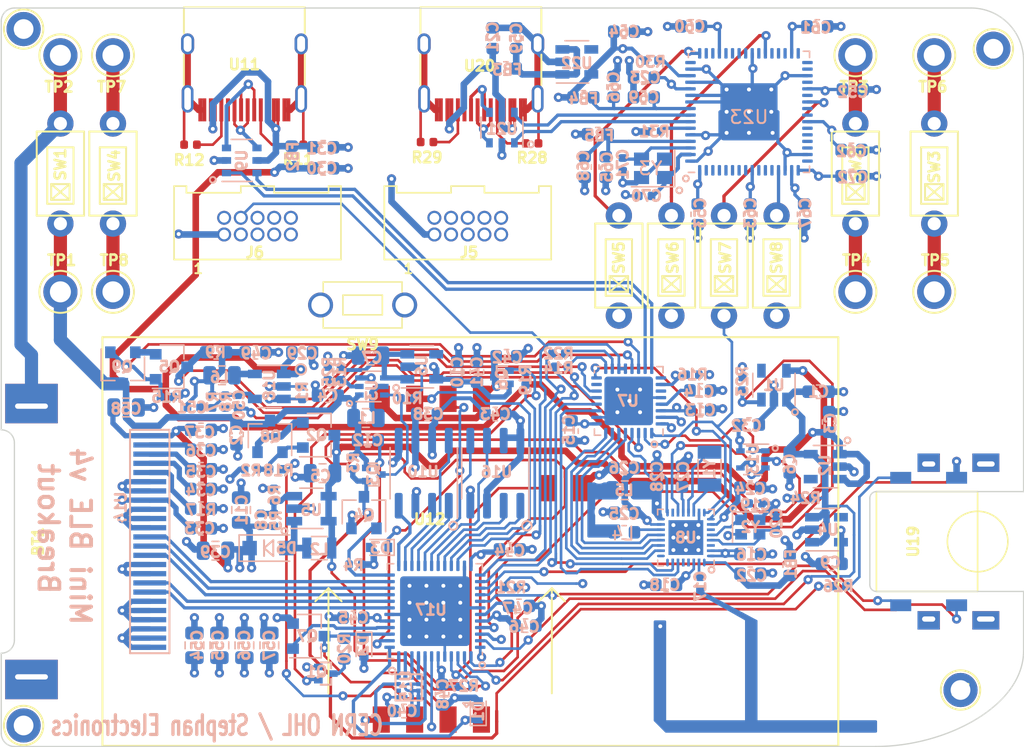
<source format=kicad_pcb>
(kicad_pcb (version 20171130) (host pcbnew "(5.1.5)-3")
  (layers (0 F.Cu signal) (1 In1.Cu power hide) (2 In2.Cu power hide) (31 B.Cu signal hide) (34 B.Paste user hide) (35 F.Paste user hide) (36 B.SilkS user) (37 F.SilkS user) (38 B.Mask user hide) (39 F.Mask user hide) (44 Edge.Cuts user))
  (net 0 "")
  (net 1 GND)
  (net 2 +1V5)
  (net 3 +5V)
  (net 4 "Net-(C7-Pad1)")
  (net 5 "Net-(C8-Pad2)")
  (net 6 +3V3)
  (net 7 "Net-(L1-Pad2)")
  (net 8 "Net-(Q1-Pad1)")
  (net 9 "Net-(Q3-Pad3)")
  (net 10 "Net-(C14-Pad1)")
  (net 11 +1V2)
  (net 12 "Net-(C19-Pad2)")
  (net 13 "Net-(C20-Pad1)")
  (net 14 "Net-(C22-Pad1)")
  (net 15 "Net-(C27-Pad1)")
  (net 16 "Net-(C31-Pad1)")
  (net 17 "Net-(L4-Pad1)")
  (net 18 "Net-(L4-Pad2)")
  (net 19 "Net-(R14-Pad2)")
  (net 20 "/Bluetooth and USB/BLE_CHIP_EN")
  (net 21 "/Bluetooth and USB/BLE_WAKE")
  (net 22 "/Bluetooth and USB/USB_D-")
  (net 23 "/Bluetooth and USB/USB_D+")
  (net 24 "Net-(U8-Pad21)")
  (net 25 "Net-(U8-Pad22)")
  (net 26 "/Bluetooth and USB/BLE_CHIP_EN_AND")
  (net 27 "Net-(C34-Pad1)")
  (net 28 "Net-(C35-Pad1)")
  (net 29 "Net-(C36-Pad1)")
  (net 30 "Net-(C42-Pad1)")
  (net 31 "Net-(Q2-Pad1)")
  (net 32 "Net-(R17-Pad1)")
  (net 33 "/Main MCU & OLED/SMC_POW_nEN")
  (net 34 "/Main MCU & OLED/DB_FLASH_MOSI")
  (net 35 "/Main MCU & OLED/DB_FLASH_SCK")
  (net 36 "/Main MCU & OLED/DB_FLASH_nCS")
  (net 37 "/Main MCU & OLED/DB_FLASH_MISO")
  (net 38 "/Main MCU & OLED/SMC_RST")
  (net 39 "/Main MCU & OLED/SMC_SCK")
  (net 40 "/Main MCU & OLED/SMC_PGM")
  (net 41 "/Main MCU & OLED/DATA_FLASH_nCS")
  (net 42 "/Main MCU & OLED/DATA_FLASH_MOSI")
  (net 43 "/Main MCU & OLED/DATA_FLASH_MISO")
  (net 44 "/Main MCU & OLED/DATA_FLASH_SCK")
  (net 45 "Net-(C47-Pad1)")
  (net 46 "/Main MCU & OLED/OLED_nCS")
  (net 47 "/Main MCU & OLED/OLED_nRES")
  (net 48 "/Main MCU & OLED/OLED_DnR")
  (net 49 "/Main MCU & OLED/OLED_SCK")
  (net 50 "/Main MCU & OLED/OLED_DATA")
  (net 51 "Net-(R22-Pad2)")
  (net 52 "Net-(D5-Pad2)")
  (net 53 "Net-(Q2-Pad2)")
  (net 54 "/Main MCU & OLED/~RST")
  (net 55 +8V)
  (net 56 "/Bluetooth and USB/BLE_RX_UART1")
  (net 57 "/Bluetooth and USB/BLE_TX_UART1")
  (net 58 "/Bluetooth and USB/BLE_CTS_UART1")
  (net 59 "/Bluetooth and USB/BLE_RTS_UART1")
  (net 60 "/Bluetooth and USB/BLE_RX_UART0")
  (net 61 "/Bluetooth and USB/BLE_TX_UART0")
  (net 62 "/Bluetooth and USB/BLE_HOST_WAKEUP")
  (net 63 "Net-(C50-Pad2)")
  (net 64 "/Main MCU & OLED/SMC_MISO")
  (net 65 "Net-(Q1-Pad3)")
  (net 66 "Net-(Q5-Pad2)")
  (net 67 "/Bluetooth and USB/nRST")
  (net 68 "Net-(L6-Pad2)")
  (net 69 "/Main MCU & OLED/SMC_MOSI")
  (net 70 "/Main MCU & OLED/SMC_DET")
  (net 71 "/Main MCU & OLED/ACC_SCK")
  (net 72 "/Main MCU & OLED/ACC_INT")
  (net 73 "/Main MCU & OLED/ACC_MOSI")
  (net 74 "/Main MCU & OLED/ACC_MISO")
  (net 75 "/Main MCU & OLED/ACC_SS")
  (net 76 "/Main MCU & OLED/ENC_A")
  (net 77 "/Main MCU & OLED/ENC_B")
  (net 78 "Net-(U1-Pad4)")
  (net 79 "Net-(U2-Pad4)")
  (net 80 "Net-(U4-Pad4)")
  (net 81 "Net-(U6-Pad4)")
  (net 82 "Net-(U7-Pad15)")
  (net 83 "Net-(U7-Pad25)")
  (net 84 "Net-(U7-Pad27)")
  (net 85 "/Bluetooth and USB/BLE_SWDCLK")
  (net 86 "/Bluetooth and USB/BLE_SWDIO")
  (net 87 "Net-(U8-Pad8)")
  (net 88 "Net-(U8-Pad9)")
  (net 89 "Net-(U8-Pad18)")
  (net 90 "Net-(U8-Pad27)")
  (net 91 "Net-(U8-Pad30)")
  (net 92 "Net-(U12-PadC6)")
  (net 93 "Net-(U15-Pad11)")
  (net 94 "Net-(C17-Pad1)")
  (net 95 "Net-(R11-Pad1)")
  (net 96 "Net-(R12-Pad1)")
  (net 97 "Net-(R13-Pad2)")
  (net 98 "Net-(U11-PadA6)")
  (net 99 "Net-(U11-PadB8)")
  (net 100 "Net-(U11-PadA7)")
  (net 101 "Net-(U11-PadA8)")
  (net 102 "Net-(Q3-Pad1)")
  (net 103 "/Main MCU & OLED/3V3_USB")
  (net 104 "/Main MCU & OLED/VOLED_DC_IN")
  (net 105 "/Main MCU & OLED/SWITCH_HIGH")
  (net 106 "/Bluetooth and USB/CURSENSE_HIGH")
  (net 107 "/Bluetooth and USB/VFBBIAS")
  (net 108 "/Main MCU & OLED/SWDET_ENABLE")
  (net 109 "/Bluetooth and USB/CURSENSE_LOW")
  (net 110 "/Bluetooth and USB/MOS_CHARGE")
  (net 111 "/Bluetooth and USB/CHARGE_EN")
  (net 112 "/Main MCU & OLED/VOLED_1V2_EN")
  (net 113 "/Main MCU & OLED/VOLED_3V3_EN")
  (net 114 "/Main MCU & OLED/SWITCH_LOW")
  (net 115 "/Bluetooth and USB/NO_COMMS")
  (net 116 "/Bluetooth and USB/BLE_CHIP_SEC_EN")
  (net 117 "Net-(BT1-Pad1)")
  (net 118 "Net-(C13-Pad1)")
  (net 119 "Net-(C24-Pad1)")
  (net 120 "Net-(C44-Pad1)")
  (net 121 /AUX_TX)
  (net 122 /AUX_RX)
  (net 123 "Net-(J5-Pad2)")
  (net 124 "Net-(J5-Pad4)")
  (net 125 /BLE_DBG_UART)
  (net 126 "Net-(J6-Pad2)")
  (net 127 "Net-(C21-Pad1)")
  (net 128 "Net-(U20-PadA6)")
  (net 129 "Net-(R28-Pad1)")
  (net 130 "Net-(U20-PadB8)")
  (net 131 "Net-(U20-PadA7)")
  (net 132 "Net-(R29-Pad1)")
  (net 133 "Net-(U20-PadA8)")
  (net 134 +1V8)
  (net 135 "Net-(C59-Pad1)")
  (net 136 +3.3VP)
  (net 137 "Net-(C65-Pad1)")
  (net 138 "Net-(C66-Pad1)")
  (net 139 "Net-(C70-Pad2)")
  (net 140 "Net-(C71-Pad2)")
  (net 141 "Net-(J5-Pad8)")
  (net 142 "Net-(J5-Pad7)")
  (net 143 "Net-(J5-Pad6)")
  (net 144 "Net-(J6-Pad6)")
  (net 145 "Net-(J6-Pad7)")
  (net 146 "Net-(J6-Pad8)")
  (net 147 "Net-(R30-Pad1)")
  (net 148 "Net-(R31-Pad2)")
  (net 149 "Net-(SW5-Pad1)")
  (net 150 "Net-(SW6-Pad1)")
  (net 151 "Net-(SW7-Pad1)")
  (net 152 "Net-(SW8-Pad1)")
  (net 153 "Net-(SW8-Pad2)")
  (net 154 "Net-(U23-Pad63)")
  (net 155 "Net-(U23-Pad62)")
  (net 156 "Net-(U23-Pad61)")
  (net 157 "Net-(U23-Pad60)")
  (net 158 "Net-(U23-Pad59)")
  (net 159 "Net-(U23-Pad58)")
  (net 160 "Net-(U23-Pad57)")
  (net 161 "Net-(U23-Pad55)")
  (net 162 "Net-(U23-Pad54)")
  (net 163 "Net-(U23-Pad53)")
  (net 164 "Net-(U23-Pad48)")
  (net 165 "Net-(U23-Pad46)")
  (net 166 "Net-(U23-Pad45)")
  (net 167 "Net-(U23-Pad44)")
  (net 168 "Net-(U23-Pad43)")
  (net 169 "Net-(U23-Pad41)")
  (net 170 "Net-(U23-Pad40)")
  (net 171 "Net-(U23-Pad38)")
  (net 172 "Net-(U23-Pad36)")
  (net 173 "Net-(U23-Pad34)")
  (net 174 "Net-(U23-Pad33)")
  (net 175 "Net-(U23-Pad32)")
  (net 176 "Net-(U23-Pad30)")
  (net 177 "Net-(U23-Pad29)")
  (net 178 "Net-(U23-Pad28)")
  (net 179 "Net-(U23-Pad26)")
  (net 180 "Net-(U23-Pad24)")
  (net 181 "Net-(U23-Pad23)")
  (net 182 "Net-(U23-Pad22)")
  (net 183 "Net-(U23-Pad21)")
  (net 184 "Net-(U23-Pad19)")
  (net 185 "Net-(U23-Pad18)")
  (net 186 "Net-(U23-Pad16)")
  (net 187 "Net-(U21-Pad6)")
  (net 188 "Net-(U21-Pad1)")
  (net 189 "Net-(U22-Pad4)")
  (module Crystal:Crystal_SMD_2520-4Pin_2.5x2.0mm (layer B.Cu) (at 195.1 76.7 180)
    (fp_text reference Y3 (at 0.2 0 180) (layer B.SilkS) (effects (justify mirror)))
    (fp_text value 12MHz)
    (pad 1 smd rect (at -0.875 -0.7 180) (size 1.15 1) (layers B.Cu B.Paste B.Mask) (net 139 "Net-(C70-Pad2)"))
    (pad 2 smd rect (at 0.875 -0.7 180) (size 1.15 1) (layers B.Cu B.Paste B.Mask) (net 1 GND))
    (pad 3 smd rect (at 0.875 0.7 180) (size 1.15 1) (layers B.Cu B.Paste B.Mask) (net 140 "Net-(C71-Pad2)"))
    (pad 4 smd rect (at -0.875 0.7 180) (size 1.15 1) (layers B.Cu B.Paste B.Mask) (net 1 GND))
  )
  (module footprints:BAT_TWOTHIRD_AAA (layer F.Cu) (at 145.8 105.1)
    (fp_text reference BT1 (at 2.5 0 90) (layer F.SilkS) (effects (font (size 0.8 0.8) (thickness 0.2))))
    (fp_text value NiMH)
    (pad 1 thru_hole rect (at 2 -10.3) (size 4 3) (drill oval 2.5 0.4 (offset 0 -0.2)) (layers *.Cu *.Mask) (net 117 "Net-(BT1-Pad1)"))
    (pad 2 thru_hole rect (at 2 10.3) (size 4 3) (drill oval 2.5 0.4 (offset 0 0.2)) (layers *.Cu *.Mask) (net 1 GND))
  )
  (module footprints:CON_SMARTCARD_CLONE_91-90473-003A (layer F.Cu) (at 160.4 116.65)
    (fp_text reference U12 (at 17.7 -13.25) (layer F.SilkS) (effects (font (size 0.8 0.8) (thickness 0.2))))
    (fp_text value CON_SMARTCARD)
    (pad S2 smd rect (at 29.26 -15.61) (size 1.3 2) (layers F.Cu F.Paste F.Mask) (net 1 GND))
    (pad S1 smd rect (at 26.72 -15.61) (size 1.3 2) (layers F.Cu F.Paste F.Mask) (net 70 "/Main MCU & OLED/SMC_DET"))
    (pad C8 smd rect (at 21.64 2) (size 1.3 2) (layers F.Cu F.Paste F.Mask) (net 40 "/Main MCU & OLED/SMC_PGM"))
    (pad C7 smd rect (at 19.1 2) (size 1.3 2) (layers F.Cu F.Paste F.Mask) (net 64 "/Main MCU & OLED/SMC_MISO"))
    (pad C6 smd rect (at 16.56 2) (size 1.3 2) (layers F.Cu F.Paste F.Mask) (net 92 "Net-(U12-PadC6)"))
    (pad C5 smd rect (at 14.02 2) (size 1.3 2) (layers F.Cu F.Paste F.Mask) (net 1 GND))
    (pad C4 smd rect (at 21.64 -22.41) (size 1.3 2) (layers F.Cu F.Paste F.Mask) (net 30 "Net-(C42-Pad1)"))
    (pad C3 smd rect (at 19.1 -22.41) (size 1.3 2) (layers F.Cu F.Paste F.Mask) (net 39 "/Main MCU & OLED/SMC_SCK"))
    (pad C2 smd rect (at 16.56 -22.41) (size 1.3 2) (layers F.Cu F.Paste F.Mask) (net 38 "/Main MCU & OLED/SMC_RST"))
    (pad C1 smd rect (at 14.02 -22.41) (size 1.3 2) (layers F.Cu F.Paste F.Mask) (net 30 "Net-(C42-Pad1)"))
    (pad "" np_thru_hole circle (at 44.5 -20.32) (size 2 2) (drill 2) (layers *.Cu *.Mask))
    (pad "" np_thru_hole circle (at 0 0) (size 2 2) (drill 2) (layers *.Cu *.Mask))
  )
  (module footprints:SRBE210200 (layer F.Cu) (at 219.8 105.1 270)
    (fp_text reference U19 (at 0 4.9 90) (layer F.SilkS) (effects (font (size 0.8 0.8) (thickness 0.2))))
    (fp_text value WHEEL_SRBE210200)
    (pad FIX2 thru_hole rect (at 5.9 3.725 90) (size 1.4 1.7) (drill oval 0.4 1 (offset -0.1 0)) (layers *.Cu *.Mask) (net 1 GND))
    (pad FIX2 thru_hole rect (at -5.9 3.725 270) (size 1.4 1.7) (drill oval 0.4 1 (offset -0.1 0)) (layers *.Cu *.Mask) (net 1 GND))
    (pad FIX1 thru_hole rect (at 5.9 -0.625 90) (size 1.4 2.05) (drill oval 0.4 1.35 (offset -0.1 0)) (layers *.Cu *.Mask) (net 1 GND))
    (pad FIX1 thru_hole rect (at -5.9 -0.625 270) (size 1.4 2.05) (drill oval 0.4 1.35 (offset -0.1 0)) (layers *.Cu *.Mask) (net 1 GND))
    (pad PUSH smd rect (at 4.85 5.85 270) (size 0.9 1.6) (layers B.Cu B.Paste B.Mask) (net 105 "/Main MCU & OLED/SWITCH_HIGH"))
    (pad COM smd rect (at -4.85 5.85 270) (size 0.9 1.6) (layers B.Cu B.Paste B.Mask) (net 114 "/Main MCU & OLED/SWITCH_LOW"))
    (pad A smd rect (at -4.85 1.6 270) (size 0.9 1.6) (layers B.Cu B.Paste B.Mask) (net 76 "/Main MCU & OLED/ENC_A"))
    (pad B smd rect (at 4.85 1.6 270) (size 0.9 1.6) (layers B.Cu B.Paste B.Mask) (net 77 "/Main MCU & OLED/ENC_B"))
  )
  (module Diode_SMD:D_SOD-123F (layer B.Cu) (at 165.8 105.6)
    (fp_text reference D5 (at 1.4 0) (layer B.SilkS) (effects (font (size 0.8 0.8) (thickness 0.2)) (justify mirror)))
    (fp_text value MBR230S1)
    (pad 2 smd rect (at 1.4 0) (size 1.1 1.1) (layers B.Cu B.Paste B.Mask) (net 52 "Net-(D5-Pad2)"))
    (pad 1 smd rect (at -1.4 0) (size 1.1 1.1) (layers B.Cu B.Paste B.Mask) (net 55 +8V))
  )
  (module Crystal:Crystal_SMD_2016-4Pin_2.0x1.6mm (layer B.Cu) (at 202.5 104)
    (fp_text reference Y2 (at 0 0) (layer B.SilkS) (effects (font (size 0.8 0.8) (thickness 0.2)) (justify mirror)))
    (fp_text value 26Mhz)
    (pad 4 smd rect (at -0.7 0.55) (size 0.9 0.8) (layers B.Cu B.Paste B.Mask) (net 1 GND))
    (pad 3 smd rect (at 0.7 0.55) (size 0.9 0.8) (layers B.Cu B.Paste B.Mask) (net 13 "Net-(C20-Pad1)"))
    (pad 2 smd rect (at 0.7 -0.55) (size 0.9 0.8) (layers B.Cu B.Paste B.Mask) (net 1 GND))
    (pad 1 smd rect (at -0.7 -0.55) (size 0.9 0.8) (layers B.Cu B.Paste B.Mask) (net 12 "Net-(C19-Pad2)"))
  )
  (module Crystal:Crystal_SMD_3215-2Pin_3.2x1.5mm (layer B.Cu) (at 199.4 99.55 90)
    (fp_text reference Y1 (at 0 0 90) (layer B.SilkS) (effects (font (size 0.8 0.8) (thickness 0.2)) (justify mirror)))
    (fp_text value 32.768Khz)
    (pad 2 smd rect (at -1.25 0 90) (size 1 1.8) (layers B.Cu B.Paste B.Mask) (net 25 "Net-(U8-Pad22)"))
    (pad 1 smd rect (at 1.25 0 90) (size 1 1.8) (layers B.Cu B.Paste B.Mask) (net 24 "Net-(U8-Pad21)"))
  )
  (module Package_TO_SOT_SMD:SOT-23-5 (layer B.Cu) (at 165.9 93.3 180)
    (fp_text reference U18 (at 0 0.1 90) (layer B.SilkS) (effects (font (size 0.8 0.8) (thickness 0.2)) (justify mirror)))
    (fp_text value LM3670)
    (pad 5 smd rect (at 1.1 0.95 180) (size 1.06 0.65) (layers B.Cu B.Paste B.Mask) (net 68 "Net-(L6-Pad2)"))
    (pad 4 smd rect (at 1.1 -0.95 180) (size 1.06 0.65) (layers B.Cu B.Paste B.Mask) (net 63 "Net-(C50-Pad2)"))
    (pad 3 smd rect (at -1.1 -0.95 180) (size 1.06 0.65) (layers B.Cu B.Paste B.Mask) (net 111 "/Bluetooth and USB/CHARGE_EN"))
    (pad 2 smd rect (at -1.1 0 180) (size 1.06 0.65) (layers B.Cu B.Paste B.Mask) (net 1 GND))
    (pad 1 smd rect (at -1.1 0.95 180) (size 1.06 0.65) (layers B.Cu B.Paste B.Mask) (net 3 +5V))
  )
  (module Package_DFN_QFN:QFN-48-1EP_7x7mm_P0.5mm_EP5.3x5.3mm (layer B.Cu) (at 178.5 110.4 90)
    (fp_text reference U17 (at 0.1 -0.3 180) (layer B.SilkS) (effects (font (size 0.8 0.8) (thickness 0.2)) (justify mirror)))
    (fp_text value SAMD21G18A-MU)
    (pad 48 smd roundrect (at -2.75 3.45 90) (size 0.25 0.8) (layers B.Cu B.Paste B.Mask) (net 116 "/Bluetooth and USB/BLE_CHIP_SEC_EN"))
    (pad 47 smd roundrect (at -2.25 3.45 90) (size 0.25 0.8) (layers B.Cu B.Paste B.Mask) (net 77 "/Main MCU & OLED/ENC_B"))
    (pad 46 smd roundrect (at -1.75 3.45 90) (size 0.25 0.8) (layers B.Cu B.Paste B.Mask) (net 126 "Net-(J6-Pad2)"))
    (pad 45 smd roundrect (at -1.25 3.45 90) (size 0.25 0.8) (layers B.Cu B.Paste B.Mask) (net 115 "/Bluetooth and USB/NO_COMMS"))
    (pad 44 smd roundrect (at -0.75 3.45 90) (size 0.25 0.8) (layers B.Cu B.Paste B.Mask) (net 120 "Net-(C44-Pad1)"))
    (pad 43 smd roundrect (at -0.25 3.45 90) (size 0.25 0.8) (layers B.Cu B.Paste B.Mask) (net 45 "Net-(C47-Pad1)"))
    (pad 42 smd roundrect (at 0.25 3.45 90) (size 0.25 0.8) (layers B.Cu B.Paste B.Mask) (net 1 GND))
    (pad 41 smd roundrect (at 0.75 3.45 90) (size 0.25 0.8) (layers B.Cu B.Paste B.Mask) (net 105 "/Main MCU & OLED/SWITCH_HIGH"))
    (pad 40 smd roundrect (at 1.25 3.45 90) (size 0.25 0.8) (layers B.Cu B.Paste B.Mask) (net 54 "/Main MCU & OLED/~RST"))
    (pad 39 smd roundrect (at 1.75 3.45 90) (size 0.25 0.8) (layers B.Cu B.Paste B.Mask) (net 76 "/Main MCU & OLED/ENC_A"))
    (pad 38 smd roundrect (at 2.25 3.45 90) (size 0.25 0.8) (layers B.Cu B.Paste B.Mask) (net 121 /AUX_TX))
    (pad 37 smd roundrect (at 2.75 3.45 90) (size 0.25 0.8) (layers B.Cu B.Paste B.Mask) (net 122 /AUX_RX))
    (pad 36 smd roundrect (at 3.45 2.75 90) (size 0.8 0.25) (layers B.Cu B.Paste B.Mask) (net 120 "Net-(C44-Pad1)"))
    (pad 35 smd roundrect (at 3.45 2.25 90) (size 0.8 0.25) (layers B.Cu B.Paste B.Mask) (net 1 GND))
    (pad 34 smd roundrect (at 3.45 1.75 90) (size 0.8 0.25) (layers B.Cu B.Paste B.Mask) (net 33 "/Main MCU & OLED/SMC_POW_nEN"))
    (pad 33 smd roundrect (at 3.45 1.25 90) (size 0.8 0.25) (layers B.Cu B.Paste B.Mask) (net 38 "/Main MCU & OLED/SMC_RST"))
    (pad 32 smd roundrect (at 3.45 0.75 90) (size 0.8 0.25) (layers B.Cu B.Paste B.Mask) (net 41 "/Main MCU & OLED/DATA_FLASH_nCS"))
    (pad 31 smd roundrect (at 3.45 0.25 90) (size 0.8 0.25) (layers B.Cu B.Paste B.Mask) (net 43 "/Main MCU & OLED/DATA_FLASH_MISO"))
    (pad 30 smd roundrect (at 3.45 -0.25 90) (size 0.8 0.25) (layers B.Cu B.Paste B.Mask) (net 44 "/Main MCU & OLED/DATA_FLASH_SCK"))
    (pad 29 smd roundrect (at 3.45 -0.75 90) (size 0.8 0.25) (layers B.Cu B.Paste B.Mask) (net 42 "/Main MCU & OLED/DATA_FLASH_MOSI"))
    (pad 28 smd roundrect (at 3.45 -1.25 90) (size 0.8 0.25) (layers B.Cu B.Paste B.Mask) (net 34 "/Main MCU & OLED/DB_FLASH_MOSI"))
    (pad 27 smd roundrect (at 3.45 -1.75 90) (size 0.8 0.25) (layers B.Cu B.Paste B.Mask) (net 37 "/Main MCU & OLED/DB_FLASH_MISO"))
    (pad 26 smd roundrect (at 3.45 -2.25 90) (size 0.8 0.25) (layers B.Cu B.Paste B.Mask) (net 35 "/Main MCU & OLED/DB_FLASH_SCK"))
    (pad 25 smd roundrect (at 3.45 -2.75 90) (size 0.8 0.25) (layers B.Cu B.Paste B.Mask) (net 36 "/Main MCU & OLED/DB_FLASH_nCS"))
    (pad 24 smd roundrect (at 2.75 -3.45 90) (size 0.25 0.8) (layers B.Cu B.Paste B.Mask) (net 108 "/Main MCU & OLED/SWDET_ENABLE"))
    (pad 23 smd roundrect (at 2.25 -3.45 90) (size 0.25 0.8) (layers B.Cu B.Paste B.Mask) (net 46 "/Main MCU & OLED/OLED_nCS"))
    (pad 22 smd roundrect (at 1.75 -3.45 90) (size 0.25 0.8) (layers B.Cu B.Paste B.Mask) (net 47 "/Main MCU & OLED/OLED_nRES"))
    (pad 21 smd roundrect (at 1.25 -3.45 90) (size 0.25 0.8) (layers B.Cu B.Paste B.Mask) (net 48 "/Main MCU & OLED/OLED_DnR"))
    (pad 20 smd roundrect (at 0.75 -3.45 90) (size 0.25 0.8) (layers B.Cu B.Paste B.Mask) (net 49 "/Main MCU & OLED/OLED_SCK"))
    (pad 19 smd roundrect (at 0.25 -3.45 90) (size 0.25 0.8) (layers B.Cu B.Paste B.Mask) (net 50 "/Main MCU & OLED/OLED_DATA"))
    (pad 18 smd roundrect (at -0.25 -3.45 90) (size 0.25 0.8) (layers B.Cu B.Paste B.Mask) (net 1 GND))
    (pad 17 smd roundrect (at -0.75 -3.45 90) (size 0.25 0.8) (layers B.Cu B.Paste B.Mask) (net 120 "Net-(C44-Pad1)"))
    (pad 16 smd roundrect (at -1.25 -3.45 90) (size 0.25 0.8) (layers B.Cu B.Paste B.Mask) (net 69 "/Main MCU & OLED/SMC_MOSI"))
    (pad 15 smd roundrect (at -1.75 -3.45 90) (size 0.25 0.8) (layers B.Cu B.Paste B.Mask) (net 64 "/Main MCU & OLED/SMC_MISO"))
    (pad 14 smd roundrect (at -2.25 -3.45 90) (size 0.25 0.8) (layers B.Cu B.Paste B.Mask) (net 39 "/Main MCU & OLED/SMC_SCK"))
    (pad 13 smd roundrect (at -2.75 -3.45 90) (size 0.25 0.8) (layers B.Cu B.Paste B.Mask) (net 40 "/Main MCU & OLED/SMC_PGM"))
    (pad 12 smd roundrect (at -3.45 -2.75 90) (size 0.8 0.25) (layers B.Cu B.Paste B.Mask) (net 71 "/Main MCU & OLED/ACC_SCK"))
    (pad 11 smd roundrect (at -3.45 -2.25 90) (size 0.8 0.25) (layers B.Cu B.Paste B.Mask) (net 75 "/Main MCU & OLED/ACC_SS"))
    (pad 10 smd roundrect (at -3.45 -1.75 90) (size 0.8 0.25) (layers B.Cu B.Paste B.Mask) (net 74 "/Main MCU & OLED/ACC_MISO"))
    (pad 9 smd roundrect (at -3.45 -1.25 90) (size 0.8 0.25) (layers B.Cu B.Paste B.Mask) (net 73 "/Main MCU & OLED/ACC_MOSI"))
    (pad 8 smd roundrect (at -3.45 -0.75 90) (size 0.8 0.25) (layers B.Cu B.Paste B.Mask) (net 72 "/Main MCU & OLED/ACC_INT"))
    (pad 7 smd roundrect (at -3.45 -0.25 90) (size 0.8 0.25) (layers B.Cu B.Paste B.Mask) (net 112 "/Main MCU & OLED/VOLED_1V2_EN"))
    (pad 6 smd roundrect (at -3.45 0.25 90) (size 0.8 0.25) (layers B.Cu B.Paste B.Mask) (net 120 "Net-(C44-Pad1)"))
    (pad 5 smd roundrect (at -3.45 0.75 90) (size 0.8 0.25) (layers B.Cu B.Paste B.Mask) (net 1 GND))
    (pad 4 smd roundrect (at -3.45 1.25 90) (size 0.8 0.25) (layers B.Cu B.Paste B.Mask) (net 70 "/Main MCU & OLED/SMC_DET"))
    (pad 3 smd roundrect (at -3.45 1.75 90) (size 0.8 0.25) (layers B.Cu B.Paste B.Mask) (net 104 "/Main MCU & OLED/VOLED_DC_IN"))
    (pad 2 smd roundrect (at -3.45 2.25 90) (size 0.8 0.25) (layers B.Cu B.Paste B.Mask) (net 103 "/Main MCU & OLED/3V3_USB"))
    (pad 1 smd roundrect (at -3.45 2.75 90) (size 0.8 0.25) (layers B.Cu B.Paste B.Mask) (net 113 "/Main MCU & OLED/VOLED_3V3_EN"))
    (pad 49 smd roundrect (at 0 0 90) (size 5.3 5.3) (layers B.Cu B.Mask) (roundrect_rratio 0.04717) (net 1 GND))
  )
  (module Package_SO:SOIC-8_3.9x4.9mm_P1.27mm (layer B.Cu) (at 183.1 99.9 90)
    (fp_text reference U16 (at 0.1 0.1 180) (layer B.SilkS) (effects (font (size 0.8 0.8) (thickness 0.2)) (justify mirror)))
    (fp_text value W25Q16)
    (pad 8 smd roundrect (at 2.475 1.905 90) (size 1.95 0.6) (layers B.Cu B.Paste B.Mask) (net 6 +3V3))
    (pad 7 smd roundrect (at 2.475 0.635 90) (size 1.95 0.6) (layers B.Cu B.Paste B.Mask) (net 6 +3V3))
    (pad 6 smd roundrect (at 2.475 -0.635 90) (size 1.95 0.6) (layers B.Cu B.Paste B.Mask) (net 44 "/Main MCU & OLED/DATA_FLASH_SCK"))
    (pad 5 smd roundrect (at 2.475 -1.905 90) (size 1.95 0.6) (layers B.Cu B.Paste B.Mask) (net 42 "/Main MCU & OLED/DATA_FLASH_MOSI"))
    (pad 4 smd roundrect (at -2.475 -1.905 90) (size 1.95 0.6) (layers B.Cu B.Paste B.Mask) (net 1 GND))
    (pad 3 smd roundrect (at -2.475 -0.635 90) (size 1.95 0.6) (layers B.Cu B.Paste B.Mask) (net 6 +3V3))
    (pad 2 smd roundrect (at -2.475 0.635 90) (size 1.95 0.6) (layers B.Cu B.Paste B.Mask) (net 43 "/Main MCU & OLED/DATA_FLASH_MISO"))
    (pad 1 smd roundrect (at -2.475 1.905 90) (size 1.95 0.6) (layers B.Cu B.Paste B.Mask) (net 41 "/Main MCU & OLED/DATA_FLASH_nCS"))
  )
  (module Package_TO_SOT_SMD:SOT-353_SC-70-5 (layer B.Cu) (at 202.7 98.85 180)
    (fp_text reference U13 (at 0 0.05 90) (layer B.SilkS) (effects (font (size 0.8 0.8) (thickness 0.2)) (justify mirror)))
    (fp_text value NC7SZ08P5X)
    (pad 5 smd rect (at 0.95 0.65 180) (size 0.65 0.4) (layers B.Cu B.Paste B.Mask) (net 6 +3V3))
    (pad 4 smd rect (at 0.95 -0.65 180) (size 0.65 0.4) (layers B.Cu B.Paste B.Mask) (net 26 "/Bluetooth and USB/BLE_CHIP_EN_AND"))
    (pad 2 smd rect (at -0.95 0 180) (size 0.65 0.4) (layers B.Cu B.Paste B.Mask) (net 116 "/Bluetooth and USB/BLE_CHIP_SEC_EN"))
    (pad 3 smd rect (at -0.95 -0.65 180) (size 0.65 0.4) (layers B.Cu B.Paste B.Mask) (net 1 GND))
    (pad 1 smd rect (at -0.95 0.65 180) (size 0.65 0.4) (layers B.Cu B.Paste B.Mask) (net 20 "/Bluetooth and USB/BLE_CHIP_EN"))
  )
  (module Package_SO:SOIC-8_3.9x4.9mm_P1.27mm (layer B.Cu) (at 177.65 99.9 90)
    (fp_text reference U10 (at 0.1 -0.05 180) (layer B.SilkS) (effects (font (size 0.8 0.8) (thickness 0.2)) (justify mirror)))
    (fp_text value AT45DB081E)
    (pad 8 smd roundrect (at 2.475 1.905 90) (size 1.95 0.6) (layers B.Cu B.Paste B.Mask) (net 37 "/Main MCU & OLED/DB_FLASH_MISO"))
    (pad 7 smd roundrect (at 2.475 0.635 90) (size 1.95 0.6) (layers B.Cu B.Paste B.Mask) (net 1 GND))
    (pad 6 smd roundrect (at 2.475 -0.635 90) (size 1.95 0.6) (layers B.Cu B.Paste B.Mask) (net 6 +3V3))
    (pad 5 smd roundrect (at 2.475 -1.905 90) (size 1.95 0.6) (layers B.Cu B.Paste B.Mask) (net 6 +3V3))
    (pad 4 smd roundrect (at -2.475 -1.905 90) (size 1.95 0.6) (layers B.Cu B.Paste B.Mask) (net 36 "/Main MCU & OLED/DB_FLASH_nCS"))
    (pad 3 smd roundrect (at -2.475 -0.635 90) (size 1.95 0.6) (layers B.Cu B.Paste B.Mask) (net 6 +3V3))
    (pad 2 smd roundrect (at -2.475 0.635 90) (size 1.95 0.6) (layers B.Cu B.Paste B.Mask) (net 35 "/Main MCU & OLED/DB_FLASH_SCK"))
    (pad 1 smd roundrect (at -2.475 1.905 90) (size 1.95 0.6) (layers B.Cu B.Paste B.Mask) (net 34 "/Main MCU & OLED/DB_FLASH_MOSI"))
  )
  (module Package_SO:TSOP-6_1.65x3.05mm_P0.95mm (layer B.Cu) (at 163.8 76.1)
    (fp_text reference U9 (at 0 0 90) (layer B.SilkS) (effects (font (size 0.8 0.8) (thickness 0.2)) (justify mirror)))
    (fp_text value IP4234CZ6,125)
    (pad 6 smd rect (at 1.16 0.95) (size 0.7 0.51) (layers B.Cu B.Paste B.Mask) (net 23 "/Bluetooth and USB/USB_D+"))
    (pad 5 smd rect (at 1.16 0) (size 0.7 0.51) (layers B.Cu B.Paste B.Mask) (net 16 "Net-(C31-Pad1)"))
    (pad 4 smd rect (at 1.16 -0.95) (size 0.7 0.51) (layers B.Cu B.Paste B.Mask) (net 98 "Net-(U11-PadA6)"))
    (pad 3 smd rect (at -1.16 -0.95) (size 0.7 0.51) (layers B.Cu B.Paste B.Mask) (net 100 "Net-(U11-PadA7)"))
    (pad 2 smd rect (at -1.16 0) (size 0.7 0.51) (layers B.Cu B.Paste B.Mask) (net 1 GND))
    (pad 1 smd rect (at -1.16 0.95) (size 0.7 0.51) (layers B.Cu B.Paste B.Mask) (net 22 "/Bluetooth and USB/USB_D-"))
  )
  (module Package_DFN_QFN:QFN-32-1EP_5x5mm_P0.5mm_EP3.7x3.7mm (layer B.Cu) (at 193.25 94.4 90)
    (fp_text reference U7 (at 0 -0.05 180) (layer B.SilkS) (effects (font (size 0.8 0.8) (thickness 0.2)) (justify mirror)))
    (fp_text value ATSAMD21E15B)
    (pad 32 smd roundrect (at -1.75 2.45 90) (size 0.25 0.8) (layers B.Cu B.Paste B.Mask) (net 123 "Net-(J5-Pad2)"))
    (pad 31 smd roundrect (at -1.25 2.45 90) (size 0.25 0.8) (layers B.Cu B.Paste B.Mask) (net 124 "Net-(J5-Pad4)"))
    (pad 30 smd roundrect (at -0.75 2.45 90) (size 0.25 0.8) (layers B.Cu B.Paste B.Mask) (net 118 "Net-(C13-Pad1)"))
    (pad 29 smd roundrect (at -0.25 2.45 90) (size 0.25 0.8) (layers B.Cu B.Paste B.Mask) (net 10 "Net-(C14-Pad1)"))
    (pad 28 smd roundrect (at 0.25 2.45 90) (size 0.25 0.8) (layers B.Cu B.Paste B.Mask) (net 1 GND))
    (pad 27 smd roundrect (at 0.75 2.45 90) (size 0.25 0.8) (layers B.Cu B.Paste B.Mask) (net 84 "Net-(U7-Pad27)"))
    (pad 26 smd roundrect (at 1.25 2.45 90) (size 0.25 0.8) (layers B.Cu B.Paste B.Mask) (net 67 "/Bluetooth and USB/nRST"))
    (pad 25 smd roundrect (at 1.75 2.45 90) (size 0.25 0.8) (layers B.Cu B.Paste B.Mask) (net 83 "Net-(U7-Pad25)"))
    (pad 24 smd roundrect (at 2.45 1.75 90) (size 0.8 0.25) (layers B.Cu B.Paste B.Mask) (net 23 "/Bluetooth and USB/USB_D+"))
    (pad 23 smd roundrect (at 2.45 1.25 90) (size 0.8 0.25) (layers B.Cu B.Paste B.Mask) (net 22 "/Bluetooth and USB/USB_D-"))
    (pad 22 smd roundrect (at 2.45 0.75 90) (size 0.8 0.25) (layers B.Cu B.Paste B.Mask) (net 110 "/Bluetooth and USB/MOS_CHARGE"))
    (pad 21 smd roundrect (at 2.45 0.25 90) (size 0.8 0.25) (layers B.Cu B.Paste B.Mask) (net 111 "/Bluetooth and USB/CHARGE_EN"))
    (pad 20 smd roundrect (at 2.45 -0.25 90) (size 0.8 0.25) (layers B.Cu B.Paste B.Mask) (net 115 "/Bluetooth and USB/NO_COMMS"))
    (pad 19 smd roundrect (at 2.45 -0.75 90) (size 0.8 0.25) (layers B.Cu B.Paste B.Mask) (net 115 "/Bluetooth and USB/NO_COMMS"))
    (pad 18 smd roundrect (at 2.45 -1.25 90) (size 0.8 0.25) (layers B.Cu B.Paste B.Mask) (net 51 "Net-(R22-Pad2)"))
    (pad 17 smd roundrect (at 2.45 -1.75 90) (size 0.8 0.25) (layers B.Cu B.Paste B.Mask) (net 19 "Net-(R14-Pad2)"))
    (pad 16 smd roundrect (at 1.75 -2.45 90) (size 0.25 0.8) (layers B.Cu B.Paste B.Mask) (net 21 "/Bluetooth and USB/BLE_WAKE"))
    (pad 15 smd roundrect (at 1.25 -2.45 90) (size 0.25 0.8) (layers B.Cu B.Paste B.Mask) (net 82 "Net-(U7-Pad15)"))
    (pad 14 smd roundrect (at 0.75 -2.45 90) (size 0.25 0.8) (layers B.Cu B.Paste B.Mask) (net 109 "/Bluetooth and USB/CURSENSE_LOW"))
    (pad 13 smd roundrect (at 0.25 -2.45 90) (size 0.25 0.8) (layers B.Cu B.Paste B.Mask) (net 106 "/Bluetooth and USB/CURSENSE_HIGH"))
    (pad 12 smd roundrect (at -0.25 -2.45 90) (size 0.25 0.8) (layers B.Cu B.Paste B.Mask) (net 61 "/Bluetooth and USB/BLE_TX_UART0"))
    (pad 11 smd roundrect (at -0.75 -2.45 90) (size 0.25 0.8) (layers B.Cu B.Paste B.Mask) (net 60 "/Bluetooth and USB/BLE_RX_UART0"))
    (pad 10 smd roundrect (at -1.25 -2.45 90) (size 0.25 0.8) (layers B.Cu B.Paste B.Mask) (net 1 GND))
    (pad 9 smd roundrect (at -1.75 -2.45 90) (size 0.25 0.8) (layers B.Cu B.Paste B.Mask) (net 118 "Net-(C13-Pad1)"))
    (pad 8 smd roundrect (at -2.45 -1.75 90) (size 0.8 0.25) (layers B.Cu B.Paste B.Mask) (net 59 "/Bluetooth and USB/BLE_RTS_UART1"))
    (pad 7 smd roundrect (at -2.45 -1.25 90) (size 0.8 0.25) (layers B.Cu B.Paste B.Mask) (net 58 "/Bluetooth and USB/BLE_CTS_UART1"))
    (pad 6 smd roundrect (at -2.45 -0.75 90) (size 0.8 0.25) (layers B.Cu B.Paste B.Mask) (net 57 "/Bluetooth and USB/BLE_TX_UART1"))
    (pad 5 smd roundrect (at -2.45 -0.25 90) (size 0.8 0.25) (layers B.Cu B.Paste B.Mask) (net 56 "/Bluetooth and USB/BLE_RX_UART1"))
    (pad 4 smd roundrect (at -2.45 0.25 90) (size 0.8 0.25) (layers B.Cu B.Paste B.Mask) (net 62 "/Bluetooth and USB/BLE_HOST_WAKEUP"))
    (pad 3 smd roundrect (at -2.45 0.75 90) (size 0.8 0.25) (layers B.Cu B.Paste B.Mask) (net 107 "/Bluetooth and USB/VFBBIAS"))
    (pad 2 smd roundrect (at -2.45 1.25 90) (size 0.8 0.25) (layers B.Cu B.Paste B.Mask) (net 20 "/Bluetooth and USB/BLE_CHIP_EN"))
    (pad 1 smd roundrect (at -2.45 1.75 90) (size 0.8 0.25) (layers B.Cu B.Paste B.Mask) (net 125 /BLE_DBG_UART))
    (pad 33 smd roundrect (at 0 0 90) (size 3.7 3.7) (layers B.Cu B.Mask) (roundrect_rratio 0.067568) (net 1 GND))
  )
  (module Package_TO_SOT_SMD:SOT-23-5 (layer B.Cu) (at 177.5 91.8)
    (fp_text reference U6 (at 0 -0.1 90) (layer B.SilkS) (effects (font (size 0.8 0.8) (thickness 0.2)) (justify mirror)))
    (fp_text value MAX40200)
    (pad 5 smd rect (at 1.1 0.95) (size 1.06 0.65) (layers B.Cu B.Paste B.Mask) (net 6 +3V3))
    (pad 4 smd rect (at 1.1 -0.95) (size 1.06 0.65) (layers B.Cu B.Paste B.Mask) (net 81 "Net-(U6-Pad4)"))
    (pad 3 smd rect (at -1.1 -0.95) (size 1.06 0.65) (layers B.Cu B.Paste B.Mask) (net 4 "Net-(C7-Pad1)"))
    (pad 2 smd rect (at -1.1 0) (size 1.06 0.65) (layers B.Cu B.Paste B.Mask) (net 1 GND))
    (pad 1 smd rect (at -1.1 0.95) (size 1.06 0.65) (layers B.Cu B.Paste B.Mask) (net 4 "Net-(C7-Pad1)"))
  )
  (module Package_TO_SOT_SMD:TSOT-23-5 (layer B.Cu) (at 169.1 102.6)
    (fp_text reference U5 (at 0 0.1) (layer B.SilkS) (effects (font (size 0.8 0.8) (thickness 0.2)) (justify mirror)))
    (fp_text value LT1613)
    (pad 5 smd rect (at 1.31 0.95) (size 1.22 0.65) (layers B.Cu B.Paste B.Mask) (net 104 "/Main MCU & OLED/VOLED_DC_IN"))
    (pad 4 smd rect (at 1.31 -0.95) (size 1.22 0.65) (layers B.Cu B.Paste B.Mask) (net 104 "/Main MCU & OLED/VOLED_DC_IN"))
    (pad 3 smd rect (at -1.31 -0.95) (size 1.22 0.65) (layers B.Cu B.Paste B.Mask) (net 5 "Net-(C8-Pad2)"))
    (pad 2 smd rect (at -1.31 0) (size 1.22 0.65) (layers B.Cu B.Paste B.Mask) (net 1 GND))
    (pad 1 smd rect (at -1.31 0.95) (size 1.22 0.65) (layers B.Cu B.Paste B.Mask) (net 52 "Net-(D5-Pad2)"))
  )
  (module Package_TO_SOT_SMD:SOT-23-5 (layer B.Cu) (at 208.3 104.2)
    (fp_text reference U4 (at 0.1 0) (layer B.SilkS) (effects (font (size 0.8 0.8) (thickness 0.2)) (justify mirror)))
    (fp_text value MAX40200)
    (pad 5 smd rect (at 1.1 0.95) (size 1.06 0.65) (layers B.Cu B.Paste B.Mask) (net 6 +3V3))
    (pad 4 smd rect (at 1.1 -0.95) (size 1.06 0.65) (layers B.Cu B.Paste B.Mask) (net 80 "Net-(U4-Pad4)"))
    (pad 3 smd rect (at -1.1 -0.95) (size 1.06 0.65) (layers B.Cu B.Paste B.Mask) (net 103 "/Main MCU & OLED/3V3_USB"))
    (pad 2 smd rect (at -1.1 0) (size 1.06 0.65) (layers B.Cu B.Paste B.Mask) (net 1 GND))
    (pad 1 smd rect (at -1.1 0.95) (size 1.06 0.65) (layers B.Cu B.Paste B.Mask) (net 103 "/Main MCU & OLED/3V3_USB"))
  )
  (module Package_TO_SOT_SMD:SOT-363_SC-70-6 (layer B.Cu) (at 173.7 93.3)
    (fp_text reference U3 (at 0 0.3 90) (layer B.SilkS) (effects (font (size 0.8 0.8) (thickness 0.2)) (justify mirror)))
    (fp_text value TPS61220)
    (pad 6 smd rect (at 0.95 0.65) (size 0.65 0.4) (layers B.Cu B.Paste B.Mask) (net 9 "Net-(Q3-Pad3)"))
    (pad 4 smd rect (at 0.95 -0.65) (size 0.65 0.4) (layers B.Cu B.Paste B.Mask) (net 4 "Net-(C7-Pad1)"))
    (pad 2 smd rect (at -0.95 0) (size 0.65 0.4) (layers B.Cu B.Paste B.Mask) (net 97 "Net-(R13-Pad2)"))
    (pad 5 smd rect (at 0.95 0) (size 0.65 0.4) (layers B.Cu B.Paste B.Mask) (net 7 "Net-(L1-Pad2)"))
    (pad 3 smd rect (at -0.95 -0.65) (size 0.65 0.4) (layers B.Cu B.Paste B.Mask) (net 1 GND))
    (pad 1 smd rect (at -0.95 0.65) (size 0.65 0.4) (layers B.Cu B.Paste B.Mask) (net 2 +1V5))
  )
  (module Package_TO_SOT_SMD:SOT-23-5 (layer B.Cu) (at 208.2 99.4 180)
    (fp_text reference U2 (at 0 0.1 90) (layer B.SilkS) (effects (font (size 0.8 0.8) (thickness 0.2)) (justify mirror)))
    (fp_text value MIC5504)
    (pad 5 smd rect (at 1.1 0.95 180) (size 1.06 0.65) (layers B.Cu B.Paste B.Mask) (net 103 "/Main MCU & OLED/3V3_USB"))
    (pad 4 smd rect (at 1.1 -0.95 180) (size 1.06 0.65) (layers B.Cu B.Paste B.Mask) (net 79 "Net-(U2-Pad4)"))
    (pad 3 smd rect (at -1.1 -0.95 180) (size 1.06 0.65) (layers B.Cu B.Paste B.Mask) (net 3 +5V))
    (pad 2 smd rect (at -1.1 0 180) (size 1.06 0.65) (layers B.Cu B.Paste B.Mask) (net 1 GND))
    (pad 1 smd rect (at -1.1 0.95 180) (size 1.06 0.65) (layers B.Cu B.Paste B.Mask) (net 3 +5V))
  )
  (module Package_TO_SOT_SMD:SOT-23-5 (layer B.Cu) (at 204.3 93.2 90)
    (fp_text reference U1 (at 0 0 180) (layer B.SilkS) (effects (font (size 0.8 0.8) (thickness 0.2)) (justify mirror)))
    (fp_text value MAX40200)
    (pad 5 smd rect (at 1.1 0.95 90) (size 1.06 0.65) (layers B.Cu B.Paste B.Mask) (net 104 "/Main MCU & OLED/VOLED_DC_IN"))
    (pad 4 smd rect (at 1.1 -0.95 90) (size 1.06 0.65) (layers B.Cu B.Paste B.Mask) (net 78 "Net-(U1-Pad4)"))
    (pad 3 smd rect (at -1.1 -0.95 90) (size 1.06 0.65) (layers B.Cu B.Paste B.Mask) (net 113 "/Main MCU & OLED/VOLED_3V3_EN"))
    (pad 2 smd rect (at -1.1 0 90) (size 1.06 0.65) (layers B.Cu B.Paste B.Mask) (net 1 GND))
    (pad 1 smd rect (at -1.1 0.95 90) (size 1.06 0.65) (layers B.Cu B.Paste B.Mask) (net 103 "/Main MCU & OLED/3V3_USB"))
  )
  (module Package_TO_SOT_SMD:SC-59 (layer B.Cu) (at 154.75 91.9 270)
    (fp_text reference Q9 (at -0.1 0.05 180) (layer B.SilkS) (effects (font (size 0.8 0.8) (thickness 0.2)) (justify mirror)))
    (fp_text value DMN1019USN)
    (pad 3 smd rect (at 1.2 0 270) (size 0.9 0.8) (layers B.Cu B.Paste B.Mask) (net 2 +1V5))
    (pad 2 smd rect (at -1.2 -0.95 270) (size 0.9 0.8) (layers B.Cu B.Paste B.Mask) (net 66 "Net-(Q5-Pad2)"))
    (pad 1 smd rect (at -1.2 0.95 270) (size 0.9 0.8) (layers B.Cu B.Paste B.Mask) (net 110 "/Bluetooth and USB/MOS_CHARGE"))
  )
  (module Package_TO_SOT_SMD:SC-59 (layer B.Cu) (at 165.95 97.1 90)
    (fp_text reference Q8 (at 0 0.05 180) (layer B.SilkS) (effects (font (size 0.8 0.8) (thickness 0.2)) (justify mirror)))
    (fp_text value DMN1019USN)
    (pad 3 smd rect (at 1.2 0 90) (size 0.9 0.8) (layers B.Cu B.Paste B.Mask) (net 2 +1V5))
    (pad 2 smd rect (at -1.2 -0.95 90) (size 0.9 0.8) (layers B.Cu B.Paste B.Mask) (net 53 "Net-(Q2-Pad2)"))
    (pad 1 smd rect (at -1.2 0.95 90) (size 0.9 0.8) (layers B.Cu B.Paste B.Mask) (net 31 "Net-(Q2-Pad1)"))
  )
  (module Package_TO_SOT_SMD:SC-59 (layer B.Cu) (at 168.9 112.3)
    (fp_text reference Q7 (at -0.1 0 180) (layer B.SilkS) (effects (font (size 0.8 0.8) (thickness 0.2)) (justify mirror)))
    (fp_text value DMN1019USN)
    (pad 3 smd rect (at 1.2 0) (size 0.9 0.8) (layers B.Cu B.Paste B.Mask) (net 64 "/Main MCU & OLED/SMC_MISO"))
    (pad 2 smd rect (at -1.2 -0.95) (size 0.9 0.8) (layers B.Cu B.Paste B.Mask) (net 1 GND))
    (pad 1 smd rect (at -1.2 0.95) (size 0.9 0.8) (layers B.Cu B.Paste B.Mask) (net 69 "/Main MCU & OLED/SMC_MOSI"))
  )
  (module Package_TO_SOT_SMD:SC-59 (layer B.Cu) (at 158.45 91.8)
    (fp_text reference Q5 (at -0.15 0 180) (layer B.SilkS) (effects (font (size 0.8 0.8) (thickness 0.2)) (justify mirror)))
    (fp_text value DMN1019USN)
    (pad 3 smd rect (at 1.2 0) (size 0.9 0.8) (layers B.Cu B.Paste B.Mask) (net 109 "/Bluetooth and USB/CURSENSE_LOW"))
    (pad 2 smd rect (at -1.2 -0.95) (size 0.9 0.8) (layers B.Cu B.Paste B.Mask) (net 66 "Net-(Q5-Pad2)"))
    (pad 1 smd rect (at -1.2 0.95) (size 0.9 0.8) (layers B.Cu B.Paste B.Mask) (net 110 "/Bluetooth and USB/MOS_CHARGE"))
  )
  (module Package_TO_SOT_SMD:SC-59 (layer B.Cu) (at 173.1 102.9 90)
    (fp_text reference Q4 (at -0.2 0 180) (layer B.SilkS) (effects (font (size 0.8 0.8) (thickness 0.2)) (justify mirror)))
    (fp_text value DMN1019USN)
    (pad 3 smd rect (at 1.2 0 90) (size 0.9 0.8) (layers B.Cu B.Paste B.Mask) (net 102 "Net-(Q3-Pad1)"))
    (pad 2 smd rect (at -1.2 -0.95 90) (size 0.9 0.8) (layers B.Cu B.Paste B.Mask) (net 1 GND))
    (pad 1 smd rect (at -1.2 0.95 90) (size 0.9 0.8) (layers B.Cu B.Paste B.Mask) (net 108 "/Main MCU & OLED/SWDET_ENABLE"))
  )
  (module Package_TO_SOT_SMD:SC-59 (layer B.Cu) (at 169.65 97)
    (fp_text reference Q2 (at -0.15 0) (layer B.SilkS) (effects (font (size 0.8 0.8) (thickness 0.2)) (justify mirror)))
    (fp_text value DMN1019USN)
    (pad 3 smd rect (at 1.2 0) (size 0.9 0.8) (layers B.Cu B.Paste B.Mask) (net 104 "/Main MCU & OLED/VOLED_DC_IN"))
    (pad 2 smd rect (at -1.2 -0.95) (size 0.9 0.8) (layers B.Cu B.Paste B.Mask) (net 53 "Net-(Q2-Pad2)"))
    (pad 1 smd rect (at -1.2 0.95) (size 0.9 0.8) (layers B.Cu B.Paste B.Mask) (net 31 "Net-(Q2-Pad1)"))
  )
  (module footprints:QFN-32-1EP_4x4mm_Pitch0.4mm (layer B.Cu) (at 197.6 104.8 90)
    (fp_text reference U8 (at 0 0 180) (layer B.SilkS) (effects (font (size 0.8 0.8) (thickness 0.2)) (justify mirror)))
    (fp_text value ATBTLC1000)
    (pad 33 smd rect (at -0.6625 0.6625 90) (size 1.325 1.325) (layers B.Cu B.Paste B.Mask) (net 1 GND))
    (pad 33 smd rect (at -0.6625 -0.6625 90) (size 1.325 1.325) (layers B.Cu B.Paste B.Mask) (net 1 GND))
    (pad 33 smd rect (at 0.6625 0.6625 90) (size 1.325 1.325) (layers B.Cu B.Paste B.Mask) (net 1 GND))
    (pad 33 smd rect (at 0.6625 -0.6625 90) (size 1.325 1.325) (layers B.Cu B.Paste B.Mask) (net 1 GND))
    (pad 32 smd oval (at -1.4 1.9) (size 0.6 0.2) (layers B.Cu B.Paste B.Mask) (net 11 +1V2))
    (pad 31 smd rect (at -1 1.9) (size 0.6 0.2) (layers B.Cu B.Paste B.Mask) (net 11 +1V2))
    (pad 30 smd rect (at -0.6 1.9) (size 0.6 0.2) (layers B.Cu B.Paste B.Mask) (net 91 "Net-(U8-Pad30)"))
    (pad 29 smd rect (at -0.2 1.9) (size 0.6 0.2) (layers B.Cu B.Paste B.Mask) (net 13 "Net-(C20-Pad1)"))
    (pad 28 smd rect (at 0.2 1.9) (size 0.6 0.2) (layers B.Cu B.Paste B.Mask) (net 12 "Net-(C19-Pad2)"))
    (pad 27 smd rect (at 0.6 1.9) (size 0.6 0.2) (layers B.Cu B.Paste B.Mask) (net 90 "Net-(U8-Pad27)"))
    (pad 26 smd rect (at 1 1.9) (size 0.6 0.2) (layers B.Cu B.Paste B.Mask) (net 119 "Net-(C24-Pad1)"))
    (pad 25 smd oval (at 1.4 1.9) (size 0.6 0.2) (layers B.Cu B.Paste B.Mask) (net 125 /BLE_DBG_UART))
    (pad 24 smd oval (at 1.9 1.4 90) (size 0.6 0.2) (layers B.Cu B.Paste B.Mask) (net 21 "/Bluetooth and USB/BLE_WAKE"))
    (pad 23 smd rect (at 1.9 1 90) (size 0.6 0.2) (layers B.Cu B.Paste B.Mask) (net 1 GND))
    (pad 22 smd rect (at 1.9 0.6 90) (size 0.6 0.2) (layers B.Cu B.Paste B.Mask) (net 25 "Net-(U8-Pad22)"))
    (pad 21 smd rect (at 1.9 0.2 90) (size 0.6 0.2) (layers B.Cu B.Paste B.Mask) (net 24 "Net-(U8-Pad21)"))
    (pad 20 smd rect (at 1.9 -0.2 90) (size 0.6 0.2) (layers B.Cu B.Paste B.Mask) (net 15 "Net-(C27-Pad1)"))
    (pad 19 smd rect (at 1.9 -0.6 90) (size 0.6 0.2) (layers B.Cu B.Paste B.Mask) (net 26 "/Bluetooth and USB/BLE_CHIP_EN_AND"))
    (pad 18 smd rect (at 1.9 -1 90) (size 0.6 0.2) (layers B.Cu B.Paste B.Mask) (net 89 "Net-(U8-Pad18)"))
    (pad 17 smd oval (at 1.9 -1.4 90) (size 0.6 0.2) (layers B.Cu B.Paste B.Mask) (net 62 "/Bluetooth and USB/BLE_HOST_WAKEUP"))
    (pad 16 smd oval (at 1.4 -1.9) (size 0.6 0.2) (layers B.Cu B.Paste B.Mask) (net 11 +1V2))
    (pad 15 smd rect (at 1 -1.9) (size 0.6 0.2) (layers B.Cu B.Paste B.Mask) (net 119 "Net-(C24-Pad1)"))
    (pad 14 smd rect (at 0.6 -1.9) (size 0.6 0.2) (layers B.Cu B.Paste B.Mask) (net 17 "Net-(L4-Pad1)"))
    (pad 13 smd rect (at 0.2 -1.9) (size 0.6 0.2) (layers B.Cu B.Paste B.Mask) (net 56 "/Bluetooth and USB/BLE_RX_UART1"))
    (pad 12 smd rect (at -0.2 -1.9) (size 0.6 0.2) (layers B.Cu B.Paste B.Mask) (net 57 "/Bluetooth and USB/BLE_TX_UART1"))
    (pad 11 smd rect (at -0.6 -1.9) (size 0.6 0.2) (layers B.Cu B.Paste B.Mask) (net 58 "/Bluetooth and USB/BLE_CTS_UART1"))
    (pad 10 smd rect (at -1 -1.9) (size 0.6 0.2) (layers B.Cu B.Paste B.Mask) (net 59 "/Bluetooth and USB/BLE_RTS_UART1"))
    (pad 9 smd oval (at -1.4 -1.9) (size 0.6 0.2) (layers B.Cu B.Paste B.Mask) (net 88 "Net-(U8-Pad9)"))
    (pad 8 smd oval (at -1.9 -1.4 90) (size 0.6 0.2) (layers B.Cu B.Paste B.Mask) (net 87 "Net-(U8-Pad8)"))
    (pad 7 smd rect (at -1.9 -1 90) (size 0.6 0.2) (layers B.Cu B.Paste B.Mask) (net 61 "/Bluetooth and USB/BLE_TX_UART0"))
    (pad 6 smd rect (at -1.9 -0.6 90) (size 0.6 0.2) (layers B.Cu B.Paste B.Mask) (net 60 "/Bluetooth and USB/BLE_RX_UART0"))
    (pad 5 smd rect (at -1.9 -0.2 90) (size 0.6 0.2) (layers B.Cu B.Paste B.Mask) (net 86 "/Bluetooth and USB/BLE_SWDIO"))
    (pad 4 smd rect (at -1.9 0.2 90) (size 0.6 0.2) (layers B.Cu B.Paste B.Mask) (net 85 "/Bluetooth and USB/BLE_SWDCLK"))
    (pad 3 smd rect (at -1.9 0.6 90) (size 0.6 0.2) (layers B.Cu B.Paste B.Mask) (net 11 +1V2))
    (pad 2 smd rect (at -1.9 1 90) (size 0.6 0.2) (layers B.Cu B.Paste B.Mask) (net 94 "Net-(C17-Pad1)"))
    (pad 1 smd oval (at -1.9 1.4 90) (size 0.6 0.2) (layers B.Cu B.Paste B.Mask) (net 14 "Net-(C22-Pad1)"))
  )
  (module footprints:LGA-12 (layer B.Cu) (at 176.5 116.2 270)
    (fp_text reference U15 (at -0.1 0.2 270) (layer B.SilkS) (effects (font (size 0.8 0.8) (thickness 0.2)) (justify mirror)))
    (fp_text value LIS2HH12)
    (pad 2 smd rect (at -0.75 0.25 270) (size 0.32 0.32) (layers B.Cu B.Paste B.Mask) (net 75 "/Main MCU & OLED/ACC_SS"))
    (pad 3 smd rect (at -0.75 -0.25 270) (size 0.32 0.32) (layers B.Cu B.Paste B.Mask) (net 74 "/Main MCU & OLED/ACC_MISO"))
    (pad 4 smd rect (at -0.75 -0.75 270) (size 0.32 0.32) (layers B.Cu B.Paste B.Mask) (net 73 "/Main MCU & OLED/ACC_MOSI"))
    (pad 5 smd rect (at -0.25 -0.75 270) (size 0.32 0.32) (layers B.Cu B.Paste B.Mask) (net 1 GND))
    (pad 6 smd rect (at 0.25 -0.75 270) (size 0.32 0.32) (layers B.Cu B.Paste B.Mask) (net 1 GND))
    (pad 7 smd rect (at 0.75 -0.75 270) (size 0.32 0.32) (layers B.Cu B.Paste B.Mask) (net 1 GND))
    (pad 8 smd rect (at 0.75 -0.25 270) (size 0.32 0.32) (layers B.Cu B.Paste B.Mask) (net 1 GND))
    (pad 9 smd rect (at 0.75 0.25 270) (size 0.32 0.32) (layers B.Cu B.Paste B.Mask) (net 6 +3V3))
    (pad 10 smd rect (at 0.75 0.75 270) (size 0.32 0.32) (layers B.Cu B.Paste B.Mask) (net 6 +3V3))
    (pad 11 smd rect (at 0.25 0.75 270) (size 0.32 0.32) (layers B.Cu B.Paste B.Mask) (net 93 "Net-(U15-Pad11)"))
    (pad 12 smd rect (at -0.25 0.75 270) (size 0.32 0.32) (layers B.Cu B.Paste B.Mask) (net 72 "/Main MCU & OLED/ACC_INT"))
    (pad 1 smd rect (at -0.75 0.75 270) (size 0.32 0.32) (layers B.Cu B.Paste B.Mask) (net 71 "/Main MCU & OLED/ACC_SCK"))
  )
  (module footprints:SC89 (layer B.Cu) (at 173.85 100 90)
    (fp_text reference Q3 (at 0 -0.05 90) (layer B.SilkS) (effects (font (size 0.8 0.8) (thickness 0.2)) (justify mirror)))
    (fp_text value SI1013X)
    (pad 2 smd rect (at 0.5 -0.57 90) (size 0.5 0.66) (layers B.Cu B.Paste B.Mask) (net 2 +1V5))
    (pad 1 smd rect (at -0.5 -0.57 90) (size 0.5 0.66) (layers B.Cu B.Paste B.Mask) (net 102 "Net-(Q3-Pad1)"))
    (pad 3 smd rect (at 0 0.57 90) (size 0.5 0.66) (layers B.Cu B.Paste B.Mask) (net 9 "Net-(Q3-Pad3)"))
  )
  (module footprints:SC89 (layer B.Cu) (at 183.6 92.6 270)
    (fp_text reference Q6 (at 0.1 0 90) (layer B.SilkS) (effects (font (size 0.8 0.8) (thickness 0.2)) (justify mirror)))
    (fp_text value SI1013X)
    (pad 2 smd rect (at 0.5 -0.57 270) (size 0.5 0.66) (layers B.Cu B.Paste B.Mask) (net 6 +3V3))
    (pad 1 smd rect (at -0.5 -0.57 270) (size 0.5 0.66) (layers B.Cu B.Paste B.Mask) (net 8 "Net-(Q1-Pad1)"))
    (pad 3 smd rect (at 0 0.57 270) (size 0.5 0.66) (layers B.Cu B.Paste B.Mask) (net 30 "Net-(C42-Pad1)"))
  )
  (module footprints:L_0806 (layer B.Cu) (at 169.7 105.6 180)
    (fp_text reference L2 (at 0 -0.1 180) (layer B.SilkS) (effects (font (size 0.8 0.8) (thickness 0.2)) (justify mirror)))
    (fp_text value 680nH)
    (pad 2 smd rect (at 0.95 0 180) (size 0.7 1.6) (layers B.Cu B.Paste B.Mask) (net 52 "Net-(D5-Pad2)"))
    (pad 1 smd rect (at -0.95 0 180) (size 0.7 1.6) (layers B.Cu B.Paste B.Mask) (net 104 "/Main MCU & OLED/VOLED_DC_IN"))
  )
  (module footprints:SC89 (layer B.Cu) (at 170.2 115.15 90)
    (fp_text reference Q1 (at 0.15 -0.7 180) (layer B.SilkS) (effects (font (size 0.8 0.8) (thickness 0.2)) (justify mirror)))
    (fp_text value SI1013X)
    (pad 2 smd rect (at 0.5 -0.57 90) (size 0.5 0.66) (layers B.Cu B.Paste B.Mask) (net 6 +3V3))
    (pad 1 smd rect (at -0.5 -0.57 90) (size 0.5 0.66) (layers B.Cu B.Paste B.Mask) (net 8 "Net-(Q1-Pad1)"))
    (pad 3 smd rect (at 0 0.57 90) (size 0.5 0.66) (layers B.Cu B.Paste B.Mask) (net 65 "Net-(Q1-Pad3)"))
  )
  (module footprints:FIX_M1.4 (layer F.Cu) (at 218.5 116.4)
    (fp_text reference J7 (at 0 0) (layer F.SilkS) (effects (font (size 0.8 0.8) (thickness 0.2))))
    (fp_text value FIX_M1.4)
    (pad 1 thru_hole circle (at 0 0) (size 2.6 2.6) (drill 1.5) (layers *.Cu *.Mask) (net 1 GND))
  )
  (module footprints:FIX_M1.4 (layer F.Cu) (at 221 67.6 225)
    (fp_text reference J4 (at 0 0 225) (layer F.SilkS) (effects (font (size 0.8 0.8) (thickness 0.2))))
    (fp_text value FIX_M1.4)
    (pad 1 thru_hole circle (at 0 0 225) (size 2.6 2.6) (drill 1.5) (layers *.Cu *.Mask) (net 1 GND))
  )
  (module footprints:FIX_M1.4 (layer F.Cu) (at 147.2 119.1 180)
    (fp_text reference J2 (at 0 0 180) (layer F.SilkS) (effects (font (size 0.8 0.8) (thickness 0.2))))
    (fp_text value FIX_M1.4)
    (pad 1 thru_hole circle (at 0 0 180) (size 2.6 2.6) (drill 1.5) (layers *.Cu *.Mask) (net 1 GND))
  )
  (module footprints:FIX_M1.4 (layer F.Cu) (at 147.2 66.1 180)
    (fp_text reference J1 (at 0 0 180) (layer F.SilkS) (effects (font (size 0.8 0.8) (thickness 0.2))))
    (fp_text value FIX_M1.4)
    (pad 1 thru_hole circle (at 0 0 180) (size 2.6 2.6) (drill 1.5) (layers *.Cu *.Mask) (net 1 GND))
  )
  (module footprints:SCREEN_M01084 (layer B.Cu) (at 156.8 105.1 180)
    (fp_text reference U14 (at 2.2 2.6 270) (layer B.SilkS) (effects (font (size 0.8 0.8) (thickness 0.2)) (justify mirror)))
    (fp_text value OLED_M01084)
    (pad 24 smd rect (at 0 -8.05 180) (size 2.5 0.4) (layers B.Cu B.Paste B.Mask) (net 1 GND))
    (pad 23 smd rect (at 0 -7.35 180) (size 2.5 0.4) (layers B.Cu B.Paste B.Mask) (net 1 GND))
    (pad 22 smd rect (at 0 -6.65 180) (size 2.5 0.4) (layers B.Cu B.Paste B.Mask) (net 1 GND))
    (pad 21 smd rect (at 0 -5.95 180) (size 2.5 0.4) (layers B.Cu B.Paste B.Mask) (net 1 GND))
    (pad 20 smd rect (at 0 -5.25 180) (size 2.5 0.4) (layers B.Cu B.Paste B.Mask) (net 1 GND))
    (pad 19 smd rect (at 0 -4.55 180) (size 2.5 0.4) (layers B.Cu B.Paste B.Mask) (net 1 GND))
    (pad 18 smd rect (at 0 -3.85 180) (size 2.5 0.4) (layers B.Cu B.Paste B.Mask) (net 50 "/Main MCU & OLED/OLED_DATA"))
    (pad 17 smd rect (at 0 -3.15 180) (size 2.5 0.4) (layers B.Cu B.Paste B.Mask) (net 49 "/Main MCU & OLED/OLED_SCK"))
    (pad 16 smd rect (at 0 -2.45 180) (size 2.5 0.4) (layers B.Cu B.Paste B.Mask) (net 1 GND))
    (pad 15 smd rect (at 0 -1.75 180) (size 2.5 0.4) (layers B.Cu B.Paste B.Mask) (net 1 GND))
    (pad 14 smd rect (at 0 -1.05 180) (size 2.5 0.4) (layers B.Cu B.Paste B.Mask) (net 48 "/Main MCU & OLED/OLED_DnR"))
    (pad 13 smd rect (at 0 -0.35 180) (size 2.5 0.4) (layers B.Cu B.Paste B.Mask) (net 47 "/Main MCU & OLED/OLED_nRES"))
    (pad 12 smd rect (at 0 0.35 180) (size 2.5 0.4) (layers B.Cu B.Paste B.Mask) (net 46 "/Main MCU & OLED/OLED_nCS"))
    (pad 11 smd rect (at 0 1.05 180) (size 2.5 0.4) (layers B.Cu B.Paste B.Mask) (net 1 GND))
    (pad 10 smd rect (at 0 1.75 180) (size 2.5 0.4) (layers B.Cu B.Paste B.Mask) (net 1 GND))
    (pad 9 smd rect (at 0 2.45 180) (size 2.5 0.4) (layers B.Cu B.Paste B.Mask) (net 1 GND))
    (pad 8 smd rect (at 0 3.15 180) (size 2.5 0.4) (layers B.Cu B.Paste B.Mask) (net 6 +3V3))
    (pad 7 smd rect (at 0 3.85 180) (size 2.5 0.4) (layers B.Cu B.Paste B.Mask) (net 1 GND))
    (pad 6 smd rect (at 0 4.55 180) (size 2.5 0.4) (layers B.Cu B.Paste B.Mask) (net 1 GND))
    (pad 5 smd rect (at 0 5.25 180) (size 2.5 0.4) (layers B.Cu B.Paste B.Mask) (net 32 "Net-(R17-Pad1)"))
    (pad 4 smd rect (at 0 5.95 180) (size 2.5 0.4) (layers B.Cu B.Paste B.Mask) (net 27 "Net-(C34-Pad1)"))
    (pad 3 smd rect (at 0 6.65 180) (size 2.5 0.4) (layers B.Cu B.Paste B.Mask) (net 28 "Net-(C35-Pad1)"))
    (pad 2 smd rect (at 0 7.35 180) (size 2.5 0.4) (layers B.Cu B.Paste B.Mask) (net 29 "Net-(C36-Pad1)"))
    (pad 1 smd rect (at 0 8.05 180) (size 2.5 0.4) (layers B.Cu B.Paste B.Mask) (net 55 +8V))
  )
  (module footprints:USB_C_Receptacle_GT-USB-7010 (layer F.Cu) (at 164 69.1 180)
    (fp_text reference U11 (at 0 0.3 180) (layer F.SilkS) (effects (font (size 0.8 0.8) (thickness 0.2))))
    (fp_text value USBC_Receptacle)
    (pad S1 thru_hole oval (at -4.32 1.87 180) (size 1 1.6) (drill oval 0.6 1.2) (layers *.Cu *.Mask) (net 1 GND))
    (pad S1 thru_hole oval (at 4.32 1.87 180) (size 1 1.6) (drill oval 0.6 1.2) (layers *.Cu *.Mask) (net 1 GND))
    (pad S1 thru_hole oval (at -4.32 -2.31 180) (size 0.9 2.1) (drill oval 0.5 1.7) (layers *.Cu *.Mask) (net 1 GND))
    (pad S1 thru_hole oval (at 4.32 -2.31 180) (size 0.9 2.1) (drill oval 0.5 1.7) (layers *.Cu *.Mask) (net 1 GND))
    (pad "" np_thru_hole circle (at -2.89 -1.81 180) (size 0.65 0.65) (drill 0.65) (layers *.Cu *.Mask))
    (pad "" np_thru_hole circle (at 2.89 -1.81 180) (size 0.65 0.65) (drill 0.65) (layers *.Cu *.Mask))
    (pad A7 smd rect (at 0.25 -3.15 180) (size 0.3 1.75) (layers F.Cu F.Paste F.Mask) (net 100 "Net-(U11-PadA7)"))
    (pad B6 smd rect (at 0.75 -3.15 180) (size 0.3 1.75) (layers F.Cu F.Paste F.Mask) (net 98 "Net-(U11-PadA6)"))
    (pad A8 smd rect (at 1.25 -3.15 180) (size 0.3 1.75) (layers F.Cu F.Paste F.Mask) (net 101 "Net-(U11-PadA8)"))
    (pad B5 smd rect (at 1.75 -3.15 180) (size 0.3 1.75) (layers F.Cu F.Paste F.Mask) (net 96 "Net-(R12-Pad1)"))
    (pad B7 smd rect (at -0.75 -3.15 180) (size 0.3 1.75) (layers F.Cu F.Paste F.Mask) (net 100 "Net-(U11-PadA7)"))
    (pad B8 smd rect (at -1.75 -3.15 180) (size 0.3 1.75) (layers F.Cu F.Paste F.Mask) (net 99 "Net-(U11-PadB8)"))
    (pad A5 smd rect (at -1.25 -3.15 180) (size 0.3 1.75) (layers F.Cu F.Paste F.Mask) (net 95 "Net-(R11-Pad1)"))
    (pad A6 smd rect (at -0.25 -3.15 180) (size 0.3 1.75) (layers F.Cu F.Paste F.Mask) (net 98 "Net-(U11-PadA6)"))
    (pad A1 smd rect (at -3.35 -3.15 180) (size 0.3 1.75) (layers F.Cu F.Paste F.Mask) (net 1 GND))
    (pad B12 smd rect (at -3.05 -3.15 180) (size 0.3 1.75) (layers F.Cu F.Paste F.Mask) (net 1 GND))
    (pad A4 smd rect (at -2.55 -3.15 180) (size 0.3 1.75) (layers F.Cu F.Paste F.Mask) (net 16 "Net-(C31-Pad1)"))
    (pad B9 smd rect (at -2.25 -3.15 180) (size 0.3 1.75) (layers F.Cu F.Paste F.Mask) (net 16 "Net-(C31-Pad1)"))
    (pad A9 smd rect (at 2.55 -3.15 180) (size 0.3 1.75) (layers F.Cu F.Paste F.Mask) (net 16 "Net-(C31-Pad1)"))
    (pad B4 smd rect (at 2.25 -3.15 180) (size 0.3 1.75) (layers F.Cu F.Paste F.Mask) (net 16 "Net-(C31-Pad1)"))
    (pad B1 smd rect (at 3.05 -3.15 180) (size 0.3 1.75) (layers F.Cu F.Paste F.Mask) (net 1 GND))
    (pad A12 smd rect (at 3.35 -3.15 180) (size 0.3 1.75) (layers F.Cu F.Paste F.Mask) (net 1 GND))
  )
  (module Diode_SMD:D_SOD-523 (layer B.Cu) (at 181.8 117.95 90)
    (fp_text reference D1 (at -0.05 0 90) (layer B.SilkS) (effects (font (size 0.8 0.8) (thickness 0.2)) (justify mirror)))
    (fp_text value "Zener 3.3V")
    (pad 1 smd rect (at -0.7 0 270) (size 0.6 0.7) (layers B.Cu B.Paste B.Mask) (net 40 "/Main MCU & OLED/SMC_PGM"))
    (pad 2 smd rect (at 0.7 0 270) (size 0.6 0.7) (layers B.Cu B.Paste B.Mask) (net 1 GND))
  )
  (module Diode_SMD:D_SOD-523 (layer B.Cu) (at 173.1 113.15 270)
    (fp_text reference D2 (at -0.15 0.1 90) (layer B.SilkS) (effects (font (size 0.8 0.8) (thickness 0.2)) (justify mirror)))
    (fp_text value "Zener 3.3V")
    (pad 2 smd rect (at 0.7 0 90) (size 0.6 0.7) (layers B.Cu B.Paste B.Mask) (net 1 GND))
    (pad 1 smd rect (at -0.7 0 90) (size 0.6 0.7) (layers B.Cu B.Paste B.Mask) (net 64 "/Main MCU & OLED/SMC_MISO"))
  )
  (module Diode_SMD:D_SOD-523 (layer B.Cu) (at 174.25 105.55 180)
    (fp_text reference D3 (at -0.1 -0.05) (layer B.SilkS) (effects (font (size 0.8 0.8) (thickness 0.2)) (justify mirror)))
    (fp_text value "Zener 3.3V")
    (pad 2 smd rect (at 0.7 0) (size 0.6 0.7) (layers B.Cu B.Paste B.Mask) (net 1 GND))
    (pad 1 smd rect (at -0.7 0) (size 0.6 0.7) (layers B.Cu B.Paste B.Mask) (net 39 "/Main MCU & OLED/SMC_SCK"))
  )
  (module footprints:USB_C_Receptacle_GT-USB-7010 (layer F.Cu) (at 182 69.1 180)
    (fp_text reference U20 (at 0.1 0.2) (layer F.SilkS) (effects (font (size 0.8 0.8) (thickness 0.2))))
    (fp_text value USBC_Receptacle)
    (pad A12 smd rect (at 3.35 -3.15 180) (size 0.3 1.75) (layers F.Cu F.Paste F.Mask) (net 1 GND))
    (pad B1 smd rect (at 3.05 -3.15 180) (size 0.3 1.75) (layers F.Cu F.Paste F.Mask) (net 1 GND))
    (pad B4 smd rect (at 2.25 -3.15 180) (size 0.3 1.75) (layers F.Cu F.Paste F.Mask) (net 127 "Net-(C21-Pad1)"))
    (pad A9 smd rect (at 2.55 -3.15 180) (size 0.3 1.75) (layers F.Cu F.Paste F.Mask) (net 127 "Net-(C21-Pad1)"))
    (pad B9 smd rect (at -2.25 -3.15 180) (size 0.3 1.75) (layers F.Cu F.Paste F.Mask) (net 127 "Net-(C21-Pad1)"))
    (pad A4 smd rect (at -2.55 -3.15 180) (size 0.3 1.75) (layers F.Cu F.Paste F.Mask) (net 127 "Net-(C21-Pad1)"))
    (pad B12 smd rect (at -3.05 -3.15 180) (size 0.3 1.75) (layers F.Cu F.Paste F.Mask) (net 1 GND))
    (pad A1 smd rect (at -3.35 -3.15 180) (size 0.3 1.75) (layers F.Cu F.Paste F.Mask) (net 1 GND))
    (pad A6 smd rect (at -0.25 -3.15 180) (size 0.3 1.75) (layers F.Cu F.Paste F.Mask) (net 128 "Net-(U20-PadA6)"))
    (pad A5 smd rect (at -1.25 -3.15 180) (size 0.3 1.75) (layers F.Cu F.Paste F.Mask) (net 129 "Net-(R28-Pad1)"))
    (pad B8 smd rect (at -1.75 -3.15 180) (size 0.3 1.75) (layers F.Cu F.Paste F.Mask) (net 130 "Net-(U20-PadB8)"))
    (pad B7 smd rect (at -0.75 -3.15 180) (size 0.3 1.75) (layers F.Cu F.Paste F.Mask) (net 131 "Net-(U20-PadA7)"))
    (pad B5 smd rect (at 1.75 -3.15 180) (size 0.3 1.75) (layers F.Cu F.Paste F.Mask) (net 132 "Net-(R29-Pad1)"))
    (pad A8 smd rect (at 1.25 -3.15 180) (size 0.3 1.75) (layers F.Cu F.Paste F.Mask) (net 133 "Net-(U20-PadA8)"))
    (pad B6 smd rect (at 0.75 -3.15 180) (size 0.3 1.75) (layers F.Cu F.Paste F.Mask) (net 128 "Net-(U20-PadA6)"))
    (pad A7 smd rect (at 0.25 -3.15 180) (size 0.3 1.75) (layers F.Cu F.Paste F.Mask) (net 131 "Net-(U20-PadA7)"))
    (pad "" np_thru_hole circle (at 2.89 -1.81 180) (size 0.65 0.65) (drill 0.65) (layers *.Cu *.Mask))
    (pad "" np_thru_hole circle (at -2.89 -1.81 180) (size 0.65 0.65) (drill 0.65) (layers *.Cu *.Mask))
    (pad S1 thru_hole oval (at 4.32 -2.31 180) (size 0.9 2.1) (drill oval 0.5 1.7) (layers *.Cu *.Mask) (net 1 GND))
    (pad S1 thru_hole oval (at -4.32 -2.31 180) (size 0.9 2.1) (drill oval 0.5 1.7) (layers *.Cu *.Mask) (net 1 GND))
    (pad S1 thru_hole oval (at 4.32 1.87 180) (size 1 1.6) (drill oval 0.6 1.2) (layers *.Cu *.Mask) (net 1 GND))
    (pad S1 thru_hole oval (at -4.32 1.87 180) (size 1 1.6) (drill oval 0.6 1.2) (layers *.Cu *.Mask) (net 1 GND))
  )
  (module footprints:SHF-105-01-X-D-TH (layer F.Cu) (at 181 81.1)
    (fp_text reference J5 (at 0.1 2) (layer F.SilkS) (effects (font (size 0.8 0.8) (thickness 0.2))))
    (fp_text value Conn_02x05_Odd_Even hide)
    (fp_text user 1 (at -4.51 3.24) (layer F.SilkS) (effects (font (size 0.75 0.75))))
    (pad 1 thru_hole circle (at -2.54 0.635) (size 1.0668 1.0668) (drill 0.7366) (layers *.Cu *.Mask) (net 6 +3V3))
    (pad 2 thru_hole circle (at -2.54 -0.635) (size 1.0668 1.0668) (drill 0.7366) (layers *.Cu *.Mask) (net 123 "Net-(J5-Pad2)"))
    (pad 3 thru_hole circle (at -1.27 0.635) (size 1.0668 1.0668) (drill 0.7366) (layers *.Cu *.Mask) (net 1 GND))
    (pad 4 thru_hole circle (at -1.27 -0.635) (size 1.0668 1.0668) (drill 0.7366) (layers *.Cu *.Mask) (net 124 "Net-(J5-Pad4)"))
    (pad 5 thru_hole circle (at 0 0.635) (size 1.0668 1.0668) (drill 0.7366) (layers *.Cu *.Mask) (net 1 GND))
    (pad 6 thru_hole circle (at 0 -0.635) (size 1.0668 1.0668) (drill 0.7366) (layers *.Cu *.Mask) (net 143 "Net-(J5-Pad6)"))
    (pad 7 thru_hole circle (at 1.27 0.635) (size 1.0668 1.0668) (drill 0.7366) (layers *.Cu *.Mask) (net 142 "Net-(J5-Pad7)"))
    (pad 8 thru_hole circle (at 1.27 -0.635) (size 1.0668 1.0668) (drill 0.7366) (layers *.Cu *.Mask) (net 141 "Net-(J5-Pad8)"))
    (pad 9 thru_hole circle (at 2.54 0.635) (size 1.0668 1.0668) (drill 0.7366) (layers *.Cu *.Mask) (net 1 GND))
    (pad 10 thru_hole circle (at 2.54 -0.635) (size 1.0668 1.0668) (drill 0.7366) (layers *.Cu *.Mask) (net 67 "/Bluetooth and USB/nRST"))
  )
  (module footprints:SHF-105-01-X-D-TH (layer F.Cu) (at 165 81.1)
    (fp_text reference J6 (at -0.2 2) (layer F.SilkS) (effects (font (size 0.8 0.8) (thickness 0.2))))
    (fp_text value Conn_02x05_Odd_Even hide)
    (fp_text user 1 (at -4.51 3.24) (layer F.SilkS) (effects (font (size 0.75 0.75))))
    (pad 10 thru_hole circle (at 2.54 -0.635) (size 1.0668 1.0668) (drill 0.7366) (layers *.Cu *.Mask) (net 54 "/Main MCU & OLED/~RST"))
    (pad 9 thru_hole circle (at 2.54 0.635) (size 1.0668 1.0668) (drill 0.7366) (layers *.Cu *.Mask) (net 1 GND))
    (pad 8 thru_hole circle (at 1.27 -0.635) (size 1.0668 1.0668) (drill 0.7366) (layers *.Cu *.Mask) (net 146 "Net-(J6-Pad8)"))
    (pad 7 thru_hole circle (at 1.27 0.635) (size 1.0668 1.0668) (drill 0.7366) (layers *.Cu *.Mask) (net 145 "Net-(J6-Pad7)"))
    (pad 6 thru_hole circle (at 0 -0.635) (size 1.0668 1.0668) (drill 0.7366) (layers *.Cu *.Mask) (net 144 "Net-(J6-Pad6)"))
    (pad 5 thru_hole circle (at 0 0.635) (size 1.0668 1.0668) (drill 0.7366) (layers *.Cu *.Mask) (net 1 GND))
    (pad 4 thru_hole circle (at -1.27 -0.635) (size 1.0668 1.0668) (drill 0.7366) (layers *.Cu *.Mask) (net 115 "/Bluetooth and USB/NO_COMMS"))
    (pad 3 thru_hole circle (at -1.27 0.635) (size 1.0668 1.0668) (drill 0.7366) (layers *.Cu *.Mask) (net 1 GND))
    (pad 2 thru_hole circle (at -2.54 -0.635) (size 1.0668 1.0668) (drill 0.7366) (layers *.Cu *.Mask) (net 126 "Net-(J6-Pad2)"))
    (pad 1 thru_hole circle (at -2.54 0.635) (size 1.0668 1.0668) (drill 0.7366) (layers *.Cu *.Mask) (net 6 +3V3))
  )
  (module footprints:TP_KEYSTONE_500X (layer F.Cu) (at 150 86.1)
    (fp_text reference TP1 (at 0.1 -2.4) (layer F.SilkS) (effects (font (size 0.8 0.8) (thickness 0.2))))
    (fp_text value TestPoint)
    (pad 1 thru_hole circle (at 0 0) (size 2.6 2.6) (drill 1.6) (layers *.Cu *.Mask) (net 2 +1V5))
  )
  (module footprints:TP_KEYSTONE_500X (layer F.Cu) (at 150 68.1 180)
    (fp_text reference TP2 (at 0.1 -2.4) (layer F.SilkS) (effects (font (size 0.8 0.8) (thickness 0.2))))
    (fp_text value TestPoint)
    (pad 1 thru_hole circle (at 0 0 180) (size 2.6 2.6) (drill 1.6) (layers *.Cu *.Mask) (net 117 "Net-(BT1-Pad1)"))
  )
  (module footprints:TP_KEYSTONE_500X (layer F.Cu) (at 210.5 68.1 180)
    (fp_text reference TP3 (at 0.1 -2.4) (layer F.SilkS) (effects (font (size 0.8 0.8) (thickness 0.2))))
    (fp_text value TestPoint)
    (pad 1 thru_hole circle (at 0 0 180) (size 2.6 2.6) (drill 1.6) (layers *.Cu *.Mask) (net 6 +3V3))
  )
  (module footprints:TP_KEYSTONE_500X (layer F.Cu) (at 210.5 86.1)
    (fp_text reference TP4 (at 0.1 -2.4) (layer F.SilkS) (effects (font (size 0.8 0.8) (thickness 0.2))))
    (fp_text value TestPoint)
    (pad 1 thru_hole circle (at 0 0) (size 2.6 2.6) (drill 1.6) (layers *.Cu *.Mask) (net 118 "Net-(C13-Pad1)"))
  )
  (module footprints:TP_KEYSTONE_500X (layer F.Cu) (at 216.5 86.1)
    (fp_text reference TP5 (at 0.1 -2.4) (layer F.SilkS) (effects (font (size 0.8 0.8) (thickness 0.2))))
    (fp_text value TestPoint)
    (pad 1 thru_hole circle (at 0 0) (size 2.6 2.6) (drill 1.6) (layers *.Cu *.Mask) (net 119 "Net-(C24-Pad1)"))
  )
  (module footprints:TP_KEYSTONE_500X (layer F.Cu) (at 216.5 68.1 180)
    (fp_text reference TP6 (at 0.1 -2.4) (layer F.SilkS) (effects (font (size 0.8 0.8) (thickness 0.2))))
    (fp_text value TestPoint)
    (pad 1 thru_hole circle (at 0 0 180) (size 2.6 2.6) (drill 1.6) (layers *.Cu *.Mask) (net 6 +3V3))
  )
  (module footprints:TP_KEYSTONE_500X (layer F.Cu) (at 154 68.1 180)
    (fp_text reference TP7 (at 0.1 -2.4) (layer F.SilkS) (effects (font (size 0.8 0.8) (thickness 0.2))))
    (fp_text value TestPoint)
    (pad 1 thru_hole circle (at 0 0 180) (size 2.6 2.6) (drill 1.6) (layers *.Cu *.Mask) (net 6 +3V3))
  )
  (module footprints:TP_KEYSTONE_500X (layer F.Cu) (at 154 86.1)
    (fp_text reference TP8 (at 0.1 -2.4) (layer F.SilkS) (effects (font (size 0.8 0.8) (thickness 0.2))))
    (fp_text value TestPoint)
    (pad 1 thru_hole circle (at 0 0) (size 2.6 2.6) (drill 1.6) (layers *.Cu *.Mask) (net 120 "Net-(C44-Pad1)"))
  )
  (module footprints:DIP_1POS_KAE01LAGT (layer F.Cu) (at 150 77.1)
    (fp_text reference SW1 (at 0 -0.7 90) (layer F.SilkS) (effects (font (size 0.8 0.8) (thickness 0.2))))
    (fp_text value SW_SPST)
    (pad 1 thru_hole circle (at 0 -3.81) (size 2 2) (drill 1) (layers *.Cu *.Mask) (net 117 "Net-(BT1-Pad1)"))
    (pad 2 thru_hole circle (at 0 3.81) (size 2 2) (drill 1) (layers *.Cu *.Mask) (net 2 +1V5))
  )
  (module footprints:DIP_1POS_KAE01LAGT (layer F.Cu) (at 210.5 77.1)
    (fp_text reference SW2 (at 0 -0.6 90) (layer F.SilkS) (effects (font (size 0.8 0.8) (thickness 0.2))))
    (fp_text value SW_SPST)
    (pad 1 thru_hole circle (at 0 -3.81) (size 2 2) (drill 1) (layers *.Cu *.Mask) (net 6 +3V3))
    (pad 2 thru_hole circle (at 0 3.81) (size 2 2) (drill 1) (layers *.Cu *.Mask) (net 118 "Net-(C13-Pad1)"))
  )
  (module footprints:DIP_1POS_KAE01LAGT (layer F.Cu) (at 216.5 77.1)
    (fp_text reference SW3 (at 0 -0.5 90) (layer F.SilkS) (effects (font (size 0.8 0.8) (thickness 0.2))))
    (fp_text value SW_SPST)
    (pad 2 thru_hole circle (at 0 3.81) (size 2 2) (drill 1) (layers *.Cu *.Mask) (net 119 "Net-(C24-Pad1)"))
    (pad 1 thru_hole circle (at 0 -3.81) (size 2 2) (drill 1) (layers *.Cu *.Mask) (net 6 +3V3))
  )
  (module footprints:DIP_1POS_KAE01LAGT (layer F.Cu) (at 154 77.1)
    (fp_text reference SW4 (at 0.1 -0.6 90) (layer F.SilkS) (effects (font (size 0.8 0.8) (thickness 0.2))))
    (fp_text value SW_SPST)
    (pad 2 thru_hole circle (at 0 3.81) (size 2 2) (drill 1) (layers *.Cu *.Mask) (net 120 "Net-(C44-Pad1)"))
    (pad 1 thru_hole circle (at 0 -3.81) (size 2 2) (drill 1) (layers *.Cu *.Mask) (net 6 +3V3))
  )
  (module footprints:DIP_1POS_KAE01LAGT (layer F.Cu) (at 192.5 84.1)
    (fp_text reference SW5 (at 0 -0.6 90) (layer F.SilkS) (effects (font (size 0.8 0.8) (thickness 0.2))))
    (fp_text value SW_SPST)
    (pad 2 thru_hole circle (at 0 3.81) (size 2 2) (drill 1) (layers *.Cu *.Mask) (net 121 /AUX_TX))
    (pad 1 thru_hole circle (at 0 -3.81) (size 2 2) (drill 1) (layers *.Cu *.Mask) (net 149 "Net-(SW5-Pad1)"))
  )
  (module footprints:DIP_1POS_KAE01LAGT (layer F.Cu) (at 196.5 84.1)
    (fp_text reference SW6 (at 0.1 -0.6 90) (layer F.SilkS) (effects (font (size 0.8 0.8) (thickness 0.2))))
    (fp_text value SW_SPST)
    (pad 1 thru_hole circle (at 0 -3.81) (size 2 2) (drill 1) (layers *.Cu *.Mask) (net 150 "Net-(SW6-Pad1)"))
    (pad 2 thru_hole circle (at 0 3.81) (size 2 2) (drill 1) (layers *.Cu *.Mask) (net 122 /AUX_RX))
  )
  (module footprints:DIP_1POS_KAE01LAGT (layer F.Cu) (at 200.5 84.1)
    (fp_text reference SW7 (at 0.1 -0.6 90) (layer F.SilkS) (effects (font (size 0.8 0.8) (thickness 0.2))))
    (fp_text value SW_SPST)
    (pad 1 thru_hole circle (at 0 -3.81) (size 2 2) (drill 1) (layers *.Cu *.Mask) (net 151 "Net-(SW7-Pad1)"))
    (pad 2 thru_hole circle (at 0 3.81) (size 2 2) (drill 1) (layers *.Cu *.Mask) (net 125 /BLE_DBG_UART))
  )
  (module footprints:DIP_1POS_KAE01LAGT (layer F.Cu) (at 204.5 84.1)
    (fp_text reference SW8 (at 0 -0.6 90) (layer F.SilkS) (effects (font (size 0.8 0.8) (thickness 0.2))))
    (fp_text value SW_SPST)
    (pad 2 thru_hole circle (at 0 3.81) (size 2 2) (drill 1) (layers *.Cu *.Mask) (net 153 "Net-(SW8-Pad2)"))
    (pad 1 thru_hole circle (at 0 -3.81) (size 2 2) (drill 1) (layers *.Cu *.Mask) (net 152 "Net-(SW8-Pad1)"))
  )
  (module footprints:SWITCH_PUSH_6X3.5mm (layer F.Cu) (at 173 87.1 180)
    (fp_text reference SW9 (at 0 -3) (layer F.SilkS) (effects (font (size 0.8 0.8) (thickness 0.2))))
    (fp_text value SW_SPST)
    (pad 1 thru_hole circle (at -3.2 0 180) (size 1.9 1.9) (drill 1.4) (layers *.Cu *.Mask) (net 1 GND))
    (pad 2 thru_hole circle (at 3.2 0 180) (size 1.9 1.9) (drill 1.4) (layers *.Cu *.Mask) (net 102 "Net-(Q3-Pad1)"))
  )
  (module Capacitor_SMD:C_0603_1608Metric (layer B.Cu) (at 207.7 93.7)
    (fp_text reference C1 (at 0 0) (layer B.SilkS) (effects (font (size 0.8 0.8) (thickness 0.2)) (justify mirror)))
    (fp_text value 1uF/25V)
    (pad 1 smd roundrect (at -0.7875 0) (size 0.875 0.95) (layers B.Cu B.Paste B.Mask) (net 103 "/Main MCU & OLED/3V3_USB"))
    (pad 2 smd roundrect (at 0.7875 0) (size 0.875 0.95) (layers B.Cu B.Paste B.Mask) (net 1 GND))
  )
  (module Capacitor_SMD:C_0603_1608Metric (layer B.Cu) (at 163.4 96.95 270)
    (fp_text reference C2 (at 0.05 0 90) (layer B.SilkS) (effects (font (size 0.8 0.8) (thickness 0.2)) (justify mirror)))
    (fp_text value 1uF/25V)
    (pad 2 smd roundrect (at 0.7875 0 270) (size 0.875 0.95) (layers B.Cu B.Paste B.Mask) (net 1 GND))
    (pad 1 smd roundrect (at -0.7875 0 270) (size 0.875 0.95) (layers B.Cu B.Paste B.Mask) (net 2 +1V5))
  )
  (module Capacitor_SMD:C_0603_1608Metric (layer B.Cu) (at 208.5 96 90)
    (fp_text reference C3 (at -0.1 0.1 90) (layer B.SilkS) (effects (font (size 0.8 0.8) (thickness 0.2)) (justify mirror)))
    (fp_text value 1uF/25V)
    (pad 2 smd roundrect (at 0.7875 0 90) (size 0.875 0.95) (layers B.Cu B.Paste B.Mask) (net 1 GND))
    (pad 1 smd roundrect (at -0.7875 0 90) (size 0.875 0.95) (layers B.Cu B.Paste B.Mask) (net 3 +5V))
  )
  (module Capacitor_SMD:C_0603_1608Metric (layer B.Cu) (at 170.35 94 180)
    (fp_text reference C4 (at 0 0) (layer B.SilkS) (effects (font (size 0.8 0.8) (thickness 0.2)) (justify mirror)))
    (fp_text value 10uF/6.3V)
    (pad 1 smd roundrect (at -0.7875 0 180) (size 0.875 0.95) (layers B.Cu B.Paste B.Mask) (net 2 +1V5))
    (pad 2 smd roundrect (at 0.7875 0 180) (size 0.875 0.95) (layers B.Cu B.Paste B.Mask) (net 1 GND))
  )
  (module Capacitor_SMD:C_0805_2012Metric (layer B.Cu) (at 169.95 99.9 180)
    (fp_text reference C5 (at 0.15 -0.2) (layer B.SilkS) (effects (font (size 0.8 0.8) (thickness 0.2)) (justify mirror)))
    (fp_text value 10uF/16V)
    (pad 1 smd roundrect (at -0.9375 0 180) (size 0.975 1.4) (layers B.Cu B.Paste B.Mask) (net 104 "/Main MCU & OLED/VOLED_DC_IN"))
    (pad 2 smd roundrect (at 0.9375 0 180) (size 0.975 1.4) (layers B.Cu B.Paste B.Mask) (net 1 GND))
  )
  (module Capacitor_SMD:C_0603_1608Metric (layer B.Cu) (at 205.5 99.1 270)
    (fp_text reference C6 (at 0.1 0 90) (layer B.SilkS) (effects (font (size 0.8 0.8) (thickness 0.2)) (justify mirror)))
    (fp_text value 1uF/25V)
    (pad 1 smd roundrect (at -0.7875 0 270) (size 0.875 0.95) (layers B.Cu B.Paste B.Mask) (net 103 "/Main MCU & OLED/3V3_USB"))
    (pad 2 smd roundrect (at 0.7875 0 270) (size 0.875 0.95) (layers B.Cu B.Paste B.Mask) (net 1 GND))
  )
  (module Capacitor_SMD:C_0805_2012Metric (layer B.Cu) (at 173.6 90.95 180)
    (fp_text reference C7 (at -0.1 -0.15) (layer B.SilkS) (effects (font (size 0.8 0.8) (thickness 0.2)) (justify mirror)))
    (fp_text value 10uF/16V)
    (pad 2 smd roundrect (at 0.9375 0 180) (size 0.975 1.4) (layers B.Cu B.Paste B.Mask) (net 1 GND))
    (pad 1 smd roundrect (at -0.9375 0 180) (size 0.975 1.4) (layers B.Cu B.Paste B.Mask) (net 4 "Net-(C7-Pad1)"))
  )
  (module Capacitor_SMD:C_0402_1005Metric (layer B.Cu) (at 165.25 103.45 90)
    (fp_text reference C8 (at 0 0.05 90) (layer B.SilkS) (effects (font (size 0.8 0.8) (thickness 0.2)) (justify mirror)))
    (fp_text value 200p)
    (pad 2 smd roundrect (at 0.485 0 90) (size 0.59 0.64) (layers B.Cu B.Paste B.Mask) (net 5 "Net-(C8-Pad2)"))
    (pad 1 smd roundrect (at -0.485 0 90) (size 0.59 0.64) (layers B.Cu B.Paste B.Mask) (net 55 +8V))
  )
  (module Capacitor_SMD:C_0603_1608Metric (layer B.Cu) (at 208.7 106.8 180)
    (fp_text reference C9 (at 0.1 0.1) (layer B.SilkS) (effects (font (size 0.8 0.8) (thickness 0.2)) (justify mirror)))
    (fp_text value 1uF/25V)
    (pad 2 smd roundrect (at 0.7875 0 180) (size 0.875 0.95) (layers B.Cu B.Paste B.Mask) (net 1 GND))
    (pad 1 smd roundrect (at -0.7875 0 180) (size 0.875 0.95) (layers B.Cu B.Paste B.Mask) (net 6 +3V3))
  )
  (module Capacitor_SMD:C_0603_1608Metric (layer B.Cu) (at 180.2 92.2 90)
    (fp_text reference C10 (at 0 0 90) (layer B.SilkS) (effects (font (size 0.8 0.8) (thickness 0.2)) (justify mirror)))
    (fp_text value 1uF/25V)
    (pad 1 smd roundrect (at -0.7875 0 90) (size 0.875 0.95) (layers B.Cu B.Paste B.Mask) (net 6 +3V3))
    (pad 2 smd roundrect (at 0.7875 0 90) (size 0.875 0.95) (layers B.Cu B.Paste B.Mask) (net 1 GND))
  )
  (module Capacitor_SMD:C_0805_2012Metric (layer B.Cu) (at 163.75 102.7 90)
    (fp_text reference C11 (at 0 0.05 90) (layer B.SilkS) (effects (font (size 0.8 0.8) (thickness 0.2)) (justify mirror)))
    (fp_text value 10uF/16V)
    (pad 2 smd roundrect (at 0.9375 0 90) (size 0.975 1.4) (layers B.Cu B.Paste B.Mask) (net 1 GND))
    (pad 1 smd roundrect (at -0.9375 0 90) (size 0.975 1.4) (layers B.Cu B.Paste B.Mask) (net 55 +8V))
  )
  (module Capacitor_SMD:C_0603_1608Metric (layer B.Cu) (at 173.4 97.4)
    (fp_text reference C12 (at 0 0) (layer B.SilkS) (effects (font (size 0.8 0.8) (thickness 0.2)) (justify mirror)))
    (fp_text value 10uF/6.3V)
    (pad 2 smd roundrect (at 0.7875 0) (size 0.875 0.95) (layers B.Cu B.Paste B.Mask) (net 105 "/Main MCU & OLED/SWITCH_HIGH"))
    (pad 1 smd roundrect (at -0.7875 0) (size 0.875 0.95) (layers B.Cu B.Paste B.Mask) (net 2 +1V5))
  )
  (module Capacitor_SMD:C_0603_1608Metric (layer B.Cu) (at 198.7 95.1)
    (fp_text reference C13 (at 0 0) (layer B.SilkS) (effects (font (size 0.8 0.8) (thickness 0.2)) (justify mirror)))
    (fp_text value 100nF)
    (pad 1 smd roundrect (at -0.7875 0) (size 0.875 0.95) (layers B.Cu B.Paste B.Mask) (net 118 "Net-(C13-Pad1)"))
    (pad 2 smd roundrect (at 0.7875 0) (size 0.875 0.95) (layers B.Cu B.Paste B.Mask) (net 1 GND))
  )
  (module Capacitor_SMD:C_0603_1608Metric (layer B.Cu) (at 198.7 93.6)
    (fp_text reference C14 (at -0.1 0.1) (layer B.SilkS) (effects (font (size 0.8 0.8) (thickness 0.2)) (justify mirror)))
    (fp_text value 1uF/25V)
    (pad 1 smd roundrect (at -0.7875 0) (size 0.875 0.95) (layers B.Cu B.Paste B.Mask) (net 10 "Net-(C14-Pad1)"))
    (pad 2 smd roundrect (at 0.7875 0) (size 0.875 0.95) (layers B.Cu B.Paste B.Mask) (net 1 GND))
  )
  (module Capacitor_SMD:C_0603_1608Metric (layer B.Cu) (at 188.9 96.7 270)
    (fp_text reference C15 (at -0.1 0.2 90) (layer B.SilkS) (effects (font (size 0.8 0.8) (thickness 0.2)) (justify mirror)))
    (fp_text value 100nF)
    (pad 2 smd roundrect (at 0.7875 0 270) (size 0.875 0.95) (layers B.Cu B.Paste B.Mask) (net 1 GND))
    (pad 1 smd roundrect (at -0.7875 0 270) (size 0.875 0.95) (layers B.Cu B.Paste B.Mask) (net 118 "Net-(C13-Pad1)"))
  )
  (module Capacitor_SMD:C_0603_1608Metric (layer B.Cu) (at 202.5 106.05)
    (fp_text reference C16 (at 0.1 0.05) (layer B.SilkS) (effects (font (size 0.8 0.8) (thickness 0.2)) (justify mirror)))
    (fp_text value 100nF)
    (pad 2 smd roundrect (at 0.7875 0) (size 0.875 0.95) (layers B.Cu B.Paste B.Mask) (net 1 GND))
    (pad 1 smd roundrect (at -0.7875 0) (size 0.875 0.95) (layers B.Cu B.Paste B.Mask) (net 11 +1V2))
  )
  (module Capacitor_SMD:C_0402_1005Metric (layer B.Cu) (at 198.7 108.3 270)
    (fp_text reference C17 (at 0.2 0 90) (layer B.SilkS) (effects (font (size 0.8 0.8) (thickness 0.2)) (justify mirror)))
    (fp_text value 10pF)
    (pad 1 smd roundrect (at -0.485 0 270) (size 0.59 0.64) (layers B.Cu B.Paste B.Mask) (net 94 "Net-(C17-Pad1)"))
    (pad 2 smd roundrect (at 0.485 0 270) (size 0.59 0.64) (layers B.Cu B.Paste B.Mask) (net 1 GND))
  )
  (module Capacitor_SMD:C_0603_1608Metric (layer B.Cu) (at 196.1 108.4 180)
    (fp_text reference C18 (at 0.1 0) (layer B.SilkS) (effects (font (size 0.8 0.8) (thickness 0.2)) (justify mirror)))
    (fp_text value 1uF/25V)
    (pad 2 smd roundrect (at 0.7875 0 180) (size 0.875 0.95) (layers B.Cu B.Paste B.Mask) (net 1 GND))
    (pad 1 smd roundrect (at -0.7875 0 180) (size 0.875 0.95) (layers B.Cu B.Paste B.Mask) (net 11 +1V2))
  )
  (module Capacitor_SMD:C_0402_1005Metric (layer B.Cu) (at 202.9 102.2 180)
    (fp_text reference C19 (at 0 -0.1) (layer B.SilkS) (effects (font (size 0.8 0.8) (thickness 0.2)) (justify mirror)))
    (fp_text value 5.6pF)
    (pad 2 smd roundrect (at 0.485 0 180) (size 0.59 0.64) (layers B.Cu B.Paste B.Mask) (net 12 "Net-(C19-Pad2)"))
    (pad 1 smd roundrect (at -0.485 0 180) (size 0.59 0.64) (layers B.Cu B.Paste B.Mask) (net 1 GND))
  )
  (module Capacitor_SMD:C_0402_1005Metric (layer B.Cu) (at 204.45 103.7 90)
    (fp_text reference C20 (at 0 0.05 90) (layer B.SilkS) (effects (font (size 0.8 0.8) (thickness 0.2)) (justify mirror)))
    (fp_text value 5.6pF)
    (pad 1 smd roundrect (at -0.485 0 90) (size 0.59 0.64) (layers B.Cu B.Paste B.Mask) (net 13 "Net-(C20-Pad1)"))
    (pad 2 smd roundrect (at 0.485 0 90) (size 0.59 0.64) (layers B.Cu B.Paste B.Mask) (net 1 GND))
  )
  (module Capacitor_SMD:C_0603_1608Metric (layer B.Cu) (at 182.9 66.8 90)
    (fp_text reference C21 (at 0.1 0 90) (layer B.SilkS) (effects (font (size 0.8 0.8) (thickness 0.2)) (justify mirror)))
    (fp_text value 100nF)
    (pad 1 smd roundrect (at -0.7875 0 90) (size 0.875 0.95) (layers B.Cu B.Paste B.Mask) (net 127 "Net-(C21-Pad1)"))
    (pad 2 smd roundrect (at 0.7875 0 90) (size 0.875 0.95) (layers B.Cu B.Paste B.Mask) (net 1 GND))
  )
  (module Capacitor_SMD:C_0603_1608Metric (layer B.Cu) (at 202.5 107.55)
    (fp_text reference C22 (at 0.1 0.15) (layer B.SilkS) (effects (font (size 0.8 0.8) (thickness 0.2)) (justify mirror)))
    (fp_text value 100nF)
    (pad 1 smd roundrect (at -0.7875 0) (size 0.875 0.95) (layers B.Cu B.Paste B.Mask) (net 14 "Net-(C22-Pad1)"))
    (pad 2 smd roundrect (at 0.7875 0) (size 0.875 0.95) (layers B.Cu B.Paste B.Mask) (net 1 GND))
  )
  (module Capacitor_SMD:C_0603_1608Metric (layer B.Cu) (at 194.4 69.8 180)
    (fp_text reference C23 (at -0.1 0) (layer B.SilkS) (effects (font (size 0.8 0.8) (thickness 0.2)) (justify mirror)))
    (fp_text value 100nF)
    (pad 2 smd roundrect (at 0.7875 0 180) (size 0.875 0.95) (layers B.Cu B.Paste B.Mask) (net 1 GND))
    (pad 1 smd roundrect (at -0.7875 0 180) (size 0.875 0.95) (layers B.Cu B.Paste B.Mask) (net 134 +1V8))
  )
  (module Capacitor_SMD:C_0603_1608Metric (layer B.Cu) (at 202.5 101)
    (fp_text reference C24 (at 0 0.1) (layer B.SilkS) (effects (font (size 0.8 0.8) (thickness 0.2)) (justify mirror)))
    (fp_text value 100nF)
    (pad 1 smd roundrect (at -0.7875 0) (size 0.875 0.95) (layers B.Cu B.Paste B.Mask) (net 119 "Net-(C24-Pad1)"))
    (pad 2 smd roundrect (at 0.7875 0) (size 0.875 0.95) (layers B.Cu B.Paste B.Mask) (net 1 GND))
  )
  (module Capacitor_SMD:C_0603_1608Metric (layer B.Cu) (at 192.95 102.9 180)
    (fp_text reference C25 (at 0.05 -0.1) (layer B.SilkS) (effects (font (size 0.8 0.8) (thickness 0.2)) (justify mirror)))
    (fp_text value 10nF)
    (pad 1 smd roundrect (at -0.7875 0 180) (size 0.875 0.95) (layers B.Cu B.Paste B.Mask) (net 119 "Net-(C24-Pad1)"))
    (pad 2 smd roundrect (at 0.7875 0 180) (size 0.875 0.95) (layers B.Cu B.Paste B.Mask) (net 1 GND))
  )
  (module Capacitor_SMD:C_0603_1608Metric (layer B.Cu) (at 192.9 99.5 180)
    (fp_text reference C26 (at 0 0) (layer B.SilkS) (effects (font (size 0.8 0.8) (thickness 0.2)) (justify mirror)))
    (fp_text value 2.2uF)
    (pad 2 smd roundrect (at 0.7875 0 180) (size 0.875 0.95) (layers B.Cu B.Paste B.Mask) (net 1 GND))
    (pad 1 smd roundrect (at -0.7875 0 180) (size 0.875 0.95) (layers B.Cu B.Paste B.Mask) (net 119 "Net-(C24-Pad1)"))
  )
  (module Capacitor_SMD:C_0603_1608Metric (layer B.Cu) (at 197.3 100.15 90)
    (fp_text reference C27 (at 0 0.1 90) (layer B.SilkS) (effects (font (size 0.8 0.8) (thickness 0.2)) (justify mirror)))
    (fp_text value 1uF/25V)
    (pad 1 smd roundrect (at -0.7875 0 90) (size 0.875 0.95) (layers B.Cu B.Paste B.Mask) (net 15 "Net-(C27-Pad1)"))
    (pad 2 smd roundrect (at 0.7875 0 90) (size 0.875 0.95) (layers B.Cu B.Paste B.Mask) (net 1 GND))
  )
  (module Capacitor_SMD:C_0603_1608Metric (layer B.Cu) (at 195.4 100.15 270)
    (fp_text reference C28 (at 0 0 90) (layer B.SilkS) (effects (font (size 0.8 0.8) (thickness 0.2)) (justify mirror)))
    (fp_text value 4.7uF)
    (pad 1 smd roundrect (at -0.7875 0 270) (size 0.875 0.95) (layers B.Cu B.Paste B.Mask) (net 1 GND))
    (pad 2 smd roundrect (at 0.7875 0 270) (size 0.875 0.95) (layers B.Cu B.Paste B.Mask) (net 11 +1V2))
  )
  (module Capacitor_SMD:C_0603_1608Metric (layer B.Cu) (at 168.4 90.7)
    (fp_text reference C29 (at 0 0.1) (layer B.SilkS) (effects (font (size 0.8 0.8) (thickness 0.2)) (justify mirror)))
    (fp_text value 4.7uF)
    (pad 1 smd roundrect (at -0.7875 0) (size 0.875 0.95) (layers B.Cu B.Paste B.Mask) (net 3 +5V))
    (pad 2 smd roundrect (at 0.7875 0) (size 0.875 0.95) (layers B.Cu B.Paste B.Mask) (net 1 GND))
  )
  (module Capacitor_SMD:C_0603_1608Metric (layer B.Cu) (at 170 75.1)
    (fp_text reference C31 (at -0.1 0.1) (layer B.SilkS) (effects (font (size 0.8 0.8) (thickness 0.2)) (justify mirror)))
    (fp_text value 100nF)
    (pad 1 smd roundrect (at -0.7875 0) (size 0.875 0.95) (layers B.Cu B.Paste B.Mask) (net 16 "Net-(C31-Pad1)"))
    (pad 2 smd roundrect (at 0.7875 0) (size 0.875 0.95) (layers B.Cu B.Paste B.Mask) (net 1 GND))
  )
  (module Capacitor_SMD:C_0603_1608Metric (layer B.Cu) (at 202.4 96.2)
    (fp_text reference C32 (at -0.2 0.1) (layer B.SilkS) (effects (font (size 0.8 0.8) (thickness 0.2)) (justify mirror)))
    (fp_text value 100nF)
    (pad 2 smd roundrect (at 0.7875 0) (size 0.875 0.95) (layers B.Cu B.Paste B.Mask) (net 1 GND))
    (pad 1 smd roundrect (at -0.7875 0) (size 0.875 0.95) (layers B.Cu B.Paste B.Mask) (net 6 +3V3))
  )
  (module Capacitor_SMD:C_0603_1608Metric (layer B.Cu) (at 160.7 104.1)
    (fp_text reference C33 (at -0.1 0) (layer B.SilkS) (effects (font (size 0.8 0.8) (thickness 0.2)) (justify mirror)))
    (fp_text value 4.7uF)
    (pad 2 smd roundrect (at 0.7875 0) (size 0.875 0.95) (layers B.Cu B.Paste B.Mask) (net 1 GND))
    (pad 1 smd roundrect (at -0.7875 0) (size 0.875 0.95) (layers B.Cu B.Paste B.Mask) (net 6 +3V3))
  )
  (module Capacitor_SMD:C_0603_1608Metric (layer B.Cu) (at 160.7 101.1)
    (fp_text reference C34 (at 0 0.1) (layer B.SilkS) (effects (font (size 0.8 0.8) (thickness 0.2)) (justify mirror)))
    (fp_text value 4.7uF)
    (pad 2 smd roundrect (at 0.7875 0) (size 0.875 0.95) (layers B.Cu B.Paste B.Mask) (net 1 GND))
    (pad 1 smd roundrect (at -0.7875 0) (size 0.875 0.95) (layers B.Cu B.Paste B.Mask) (net 27 "Net-(C34-Pad1)"))
  )
  (module Capacitor_SMD:C_0603_1608Metric (layer B.Cu) (at 160.7 99.6)
    (fp_text reference C35 (at 0 0.2) (layer B.SilkS) (effects (font (size 0.8 0.8) (thickness 0.2)) (justify mirror)))
    (fp_text value 4.7uF)
    (pad 1 smd roundrect (at -0.7875 0) (size 0.875 0.95) (layers B.Cu B.Paste B.Mask) (net 28 "Net-(C35-Pad1)"))
    (pad 2 smd roundrect (at 0.7875 0) (size 0.875 0.95) (layers B.Cu B.Paste B.Mask) (net 1 GND))
  )
  (module Capacitor_SMD:C_0603_1608Metric (layer B.Cu) (at 160.7 98.1)
    (fp_text reference C36 (at 0 0.1) (layer B.SilkS) (effects (font (size 0.8 0.8) (thickness 0.2)) (justify mirror)))
    (fp_text value 4.7uF)
    (pad 2 smd roundrect (at 0.7875 0) (size 0.875 0.95) (layers B.Cu B.Paste B.Mask) (net 1 GND))
    (pad 1 smd roundrect (at -0.7875 0) (size 0.875 0.95) (layers B.Cu B.Paste B.Mask) (net 29 "Net-(C36-Pad1)"))
  )
  (module Capacitor_SMD:C_0603_1608Metric (layer B.Cu) (at 160.7 96.6)
    (fp_text reference C37 (at -0.1 0.2) (layer B.SilkS) (effects (font (size 0.8 0.8) (thickness 0.2)) (justify mirror)))
    (fp_text value 4.7uF)
    (pad 1 smd roundrect (at -0.7875 0) (size 0.875 0.95) (layers B.Cu B.Paste B.Mask) (net 55 +8V))
    (pad 2 smd roundrect (at 0.7875 0) (size 0.875 0.95) (layers B.Cu B.Paste B.Mask) (net 1 GND))
  )
  (module Capacitor_SMD:C_0603_1608Metric (layer B.Cu) (at 177.9 95.4)
    (fp_text reference C38 (at 0.1 0) (layer B.SilkS) (effects (font (size 0.8 0.8) (thickness 0.2)) (justify mirror)))
    (fp_text value 100nF)
    (pad 2 smd roundrect (at 0.7875 0) (size 0.875 0.95) (layers B.Cu B.Paste B.Mask) (net 1 GND))
    (pad 1 smd roundrect (at -0.7875 0) (size 0.875 0.95) (layers B.Cu B.Paste B.Mask) (net 6 +3V3))
  )
  (module Capacitor_SMD:C_0805_2012Metric (layer B.Cu) (at 161.8 105.8 180)
    (fp_text reference C39 (at 0 -0.1) (layer B.SilkS) (effects (font (size 0.8 0.8) (thickness 0.2)) (justify mirror)))
    (fp_text value 10uF/16V)
    (pad 1 smd roundrect (at -0.9375 0 180) (size 0.975 1.4) (layers B.Cu B.Paste B.Mask) (net 55 +8V))
    (pad 2 smd roundrect (at 0.9375 0 180) (size 0.975 1.4) (layers B.Cu B.Paste B.Mask) (net 1 GND))
  )
  (module Capacitor_SMD:C_0603_1608Metric (layer B.Cu) (at 176.15 118)
    (fp_text reference C40 (at -0.15 0) (layer B.SilkS) (effects (font (size 0.8 0.8) (thickness 0.2)) (justify mirror)))
    (fp_text value 100nF)
    (pad 1 smd roundrect (at -0.7875 0) (size 0.875 0.95) (layers B.Cu B.Paste B.Mask) (net 6 +3V3))
    (pad 2 smd roundrect (at 0.7875 0) (size 0.875 0.95) (layers B.Cu B.Paste B.Mask) (net 1 GND))
  )
  (module Capacitor_SMD:C_0603_1608Metric (layer B.Cu) (at 181.7 92.2 90)
    (fp_text reference C41 (at 0 0 90) (layer B.SilkS) (effects (font (size 0.8 0.8) (thickness 0.2)) (justify mirror)))
    (fp_text value 100nF)
    (pad 2 smd roundrect (at 0.7875 0 90) (size 0.875 0.95) (layers B.Cu B.Paste B.Mask) (net 1 GND))
    (pad 1 smd roundrect (at -0.7875 0 90) (size 0.875 0.95) (layers B.Cu B.Paste B.Mask) (net 6 +3V3))
  )
  (module Capacitor_SMD:C_0603_1608Metric (layer B.Cu) (at 183.95 91)
    (fp_text reference C42 (at 0.05 0.1) (layer B.SilkS) (effects (font (size 0.8 0.8) (thickness 0.2)) (justify mirror)))
    (fp_text value 100nF)
    (pad 1 smd roundrect (at -0.7875 0) (size 0.875 0.95) (layers B.Cu B.Paste B.Mask) (net 30 "Net-(C42-Pad1)"))
    (pad 2 smd roundrect (at 0.7875 0) (size 0.875 0.95) (layers B.Cu B.Paste B.Mask) (net 1 GND))
  )
  (module Capacitor_SMD:C_0603_1608Metric (layer B.Cu) (at 183.1 95.4 180)
    (fp_text reference C43 (at 0 0) (layer B.SilkS) (effects (font (size 0.8 0.8) (thickness 0.2)) (justify mirror)))
    (fp_text value 100nF)
    (pad 2 smd roundrect (at 0.7875 0 180) (size 0.875 0.95) (layers B.Cu B.Paste B.Mask) (net 1 GND))
    (pad 1 smd roundrect (at -0.7875 0 180) (size 0.875 0.95) (layers B.Cu B.Paste B.Mask) (net 6 +3V3))
  )
  (module Capacitor_SMD:C_0603_1608Metric (layer B.Cu) (at 184.2 105.7)
    (fp_text reference C44 (at 0 0.1) (layer B.SilkS) (effects (font (size 0.8 0.8) (thickness 0.2)) (justify mirror)))
    (fp_text value 100nF)
    (pad 1 smd roundrect (at -0.7875 0) (size 0.875 0.95) (layers B.Cu B.Paste B.Mask) (net 120 "Net-(C44-Pad1)"))
    (pad 2 smd roundrect (at 0.7875 0) (size 0.875 0.95) (layers B.Cu B.Paste B.Mask) (net 1 GND))
  )
  (module Capacitor_SMD:C_0603_1608Metric (layer B.Cu) (at 172.3 110.9 180)
    (fp_text reference C45 (at 0 0) (layer B.SilkS) (effects (font (size 0.8 0.8) (thickness 0.2)) (justify mirror)))
    (fp_text value 100nF)
    (pad 2 smd roundrect (at 0.7875 0 180) (size 0.875 0.95) (layers B.Cu B.Paste B.Mask) (net 1 GND))
    (pad 1 smd roundrect (at -0.7875 0 180) (size 0.875 0.95) (layers B.Cu B.Paste B.Mask) (net 120 "Net-(C44-Pad1)"))
  )
  (module Capacitor_SMD:C_0603_1608Metric (layer B.Cu) (at 185.4 111.5)
    (fp_text reference C46 (at -0.1 0.1) (layer B.SilkS) (effects (font (size 0.8 0.8) (thickness 0.2)) (justify mirror)))
    (fp_text value 100nF)
    (pad 1 smd roundrect (at -0.7875 0) (size 0.875 0.95) (layers B.Cu B.Paste B.Mask) (net 120 "Net-(C44-Pad1)"))
    (pad 2 smd roundrect (at 0.7875 0) (size 0.875 0.95) (layers B.Cu B.Paste B.Mask) (net 1 GND))
  )
  (module Capacitor_SMD:C_0603_1608Metric (layer B.Cu) (at 184.9 110)
    (fp_text reference C47 (at -0.1 0.2) (layer B.SilkS) (effects (font (size 0.8 0.8) (thickness 0.2)) (justify mirror)))
    (fp_text value 1uF/25V)
    (pad 1 smd roundrect (at -0.7875 0) (size 0.875 0.95) (layers B.Cu B.Paste B.Mask) (net 45 "Net-(C47-Pad1)"))
    (pad 2 smd roundrect (at 0.7875 0) (size 0.875 0.95) (layers B.Cu B.Paste B.Mask) (net 1 GND))
  )
  (module Capacitor_SMD:C_0603_1608Metric (layer B.Cu) (at 179.05 116.75 270)
    (fp_text reference C48 (at -0.05 -0.05 90) (layer B.SilkS) (effects (font (size 0.8 0.8) (thickness 0.2)) (justify mirror)))
    (fp_text value 100nF)
    (pad 2 smd roundrect (at 0.7875 0 270) (size 0.875 0.95) (layers B.Cu B.Paste B.Mask) (net 1 GND))
    (pad 1 smd roundrect (at -0.7875 0 270) (size 0.875 0.95) (layers B.Cu B.Paste B.Mask) (net 120 "Net-(C44-Pad1)"))
  )
  (module Capacitor_SMD:C_0603_1608Metric (layer B.Cu) (at 164.85 90.7)
    (fp_text reference C49 (at 0.05 0.1) (layer B.SilkS) (effects (font (size 0.8 0.8) (thickness 0.2)) (justify mirror)))
    (fp_text value 10uF/6.3V)
    (pad 2 smd roundrect (at 0.7875 0) (size 0.875 0.95) (layers B.Cu B.Paste B.Mask) (net 1 GND))
    (pad 1 smd roundrect (at -0.7875 0) (size 0.875 0.95) (layers B.Cu B.Paste B.Mask) (net 106 "/Bluetooth and USB/CURSENSE_HIGH"))
  )
  (module Capacitor_SMD:C_0402_1005Metric (layer B.Cu) (at 163.5 94.45 90)
    (fp_text reference C50 (at -0.25 0.1 90) (layer B.SilkS) (effects (font (size 0.8 0.8) (thickness 0.2)) (justify mirror)))
    (fp_text value C)
    (pad 2 smd roundrect (at 0.485 0 90) (size 0.59 0.64) (layers B.Cu B.Paste B.Mask) (net 63 "Net-(C50-Pad2)"))
    (pad 1 smd roundrect (at -0.485 0 90) (size 0.59 0.64) (layers B.Cu B.Paste B.Mask) (net 107 "/Bluetooth and USB/VFBBIAS"))
  )
  (module Capacitor_SMD:C_0402_1005Metric (layer B.Cu) (at 160.15 94.9 180)
    (fp_text reference C51 (at 0.15 0) (layer B.SilkS) (effects (font (size 0.8 0.8) (thickness 0.2)) (justify mirror)))
    (fp_text value C)
    (pad 1 smd roundrect (at -0.485 0 180) (size 0.59 0.64) (layers B.Cu B.Paste B.Mask) (net 63 "Net-(C50-Pad2)"))
    (pad 2 smd roundrect (at 0.485 0 180) (size 0.59 0.64) (layers B.Cu B.Paste B.Mask) (net 106 "/Bluetooth and USB/CURSENSE_HIGH"))
  )
  (module Capacitor_SMD:C_0603_1608Metric (layer B.Cu) (at 210.3 70.7)
    (fp_text reference C52 (at 0 0.2) (layer B.SilkS) (effects (font (size 0.8 0.8) (thickness 0.2)) (justify mirror)))
    (fp_text value 100nF)
    (pad 2 smd roundrect (at 0.7875 0) (size 0.875 0.95) (layers B.Cu B.Paste B.Mask) (net 1 GND))
    (pad 1 smd roundrect (at -0.7875 0) (size 0.875 0.95) (layers B.Cu B.Paste B.Mask) (net 134 +1V8))
  )
  (module Capacitor_SMD:C_0603_1608Metric (layer B.Cu) (at 198.5 80.2 270)
    (fp_text reference C53 (at -0.1 -0.2 90) (layer B.SilkS) (effects (font (size 0.8 0.8) (thickness 0.2)) (justify mirror)))
    (fp_text value 100nF)
    (pad 1 smd roundrect (at -0.7875 0 270) (size 0.875 0.95) (layers B.Cu B.Paste B.Mask) (net 134 +1V8))
    (pad 2 smd roundrect (at 0.7875 0 270) (size 0.875 0.95) (layers B.Cu B.Paste B.Mask) (net 1 GND))
  )
  (module Capacitor_SMD:C_0805_2012Metric (layer B.Cu) (at 160.2 113 270)
    (fp_text reference C54 (at 0 -0.2 90) (layer B.SilkS) (effects (font (size 0.8 0.8) (thickness 0.2)) (justify mirror)))
    (fp_text value 10uF/16V)
    (pad 1 smd roundrect (at -0.9375 0 270) (size 0.975 1.4) (layers B.Cu B.Paste B.Mask) (net 55 +8V))
    (pad 2 smd roundrect (at 0.9375 0 270) (size 0.975 1.4) (layers B.Cu B.Paste B.Mask) (net 1 GND))
  )
  (module Capacitor_SMD:C_0805_2012Metric (layer B.Cu) (at 162.1 113 270)
    (fp_text reference C55 (at 0 0.1 90) (layer B.SilkS) (effects (font (size 0.8 0.8) (thickness 0.2)) (justify mirror)))
    (fp_text value 10uF/16V)
    (pad 1 smd roundrect (at -0.9375 0 270) (size 0.975 1.4) (layers B.Cu B.Paste B.Mask) (net 55 +8V))
    (pad 2 smd roundrect (at 0.9375 0 270) (size 0.975 1.4) (layers B.Cu B.Paste B.Mask) (net 1 GND))
  )
  (module Capacitor_SMD:C_0805_2012Metric (layer B.Cu) (at 164 113 270)
    (fp_text reference C56 (at 0 0 90) (layer B.SilkS) (effects (font (size 0.8 0.8) (thickness 0.2)) (justify mirror)))
    (fp_text value 10uF/16V)
    (pad 2 smd roundrect (at 0.9375 0 270) (size 0.975 1.4) (layers B.Cu B.Paste B.Mask) (net 1 GND))
    (pad 1 smd roundrect (at -0.9375 0 270) (size 0.975 1.4) (layers B.Cu B.Paste B.Mask) (net 55 +8V))
  )
  (module Capacitor_SMD:C_0805_2012Metric (layer B.Cu) (at 165.9 113 270)
    (fp_text reference C57 (at 0 0 90) (layer B.SilkS) (effects (font (size 0.8 0.8) (thickness 0.2)) (justify mirror)))
    (fp_text value 10uF/16V)
    (pad 2 smd roundrect (at 0.9375 0 270) (size 0.975 1.4) (layers B.Cu B.Paste B.Mask) (net 1 GND))
    (pad 1 smd roundrect (at -0.9375 0 270) (size 0.975 1.4) (layers B.Cu B.Paste B.Mask) (net 55 +8V))
  )
  (module Capacitor_SMD:C_0805_2012Metric (layer B.Cu) (at 155 94.9)
    (fp_text reference C58 (at 0 0.1) (layer B.SilkS) (effects (font (size 0.8 0.8) (thickness 0.2)) (justify mirror)))
    (fp_text value 10uF/16V)
    (pad 1 smd roundrect (at -0.9375 0) (size 0.975 1.4) (layers B.Cu B.Paste B.Mask) (net 55 +8V))
    (pad 2 smd roundrect (at 0.9375 0) (size 0.975 1.4) (layers B.Cu B.Paste B.Mask) (net 1 GND))
  )
  (module Capacitor_SMD:C_0603_1608Metric (layer B.Cu) (at 184.7 66.8 90)
    (fp_text reference C59 (at 0 0 90) (layer B.SilkS) (effects (font (size 0.8 0.8) (thickness 0.2)) (justify mirror)))
    (fp_text value 1uF/25V)
    (pad 2 smd roundrect (at 0.7875 0 90) (size 0.875 0.95) (layers B.Cu B.Paste B.Mask) (net 1 GND))
    (pad 1 smd roundrect (at -0.7875 0 90) (size 0.875 0.95) (layers B.Cu B.Paste B.Mask) (net 135 "Net-(C59-Pad1)"))
  )
  (module Capacitor_SMD:C_0603_1608Metric (layer B.Cu) (at 198 65.9 180)
    (fp_text reference C60 (at 0.1 0) (layer B.SilkS) (effects (font (size 0.8 0.8) (thickness 0.2)) (justify mirror)))
    (fp_text value 100nF)
    (pad 2 smd roundrect (at 0.7875 0 180) (size 0.875 0.95) (layers B.Cu B.Paste B.Mask) (net 1 GND))
    (pad 1 smd roundrect (at -0.7875 0 180) (size 0.875 0.95) (layers B.Cu B.Paste B.Mask) (net 136 +3.3VP))
  )
  (module Capacitor_SMD:C_0603_1608Metric (layer B.Cu) (at 207.6 65.9)
    (fp_text reference C61 (at -0.1 0.1) (layer B.SilkS) (effects (font (size 0.8 0.8) (thickness 0.2)) (justify mirror)))
    (fp_text value 100nF)
    (pad 2 smd roundrect (at 0.7875 0) (size 0.875 0.95) (layers B.Cu B.Paste B.Mask) (net 1 GND))
    (pad 1 smd roundrect (at -0.7875 0) (size 0.875 0.95) (layers B.Cu B.Paste B.Mask) (net 136 +3.3VP))
  )
  (module Capacitor_SMD:C_0603_1608Metric (layer B.Cu) (at 210.2 75.3)
    (fp_text reference C62 (at 0 0.1) (layer B.SilkS) (effects (font (size 0.8 0.8) (thickness 0.2)) (justify mirror)))
    (fp_text value 100nF)
    (pad 1 smd roundrect (at -0.7875 0) (size 0.875 0.95) (layers B.Cu B.Paste B.Mask) (net 136 +3.3VP))
    (pad 2 smd roundrect (at 0.7875 0) (size 0.875 0.95) (layers B.Cu B.Paste B.Mask) (net 1 GND))
  )
  (module Capacitor_SMD:C_0603_1608Metric (layer B.Cu) (at 202.5 80.2 270)
    (fp_text reference C63 (at -0.1 0 90) (layer B.SilkS) (effects (font (size 0.8 0.8) (thickness 0.2)) (justify mirror)))
    (fp_text value 100nF)
    (pad 2 smd roundrect (at 0.7875 0 270) (size 0.875 0.95) (layers B.Cu B.Paste B.Mask) (net 1 GND))
    (pad 1 smd roundrect (at -0.7875 0 270) (size 0.875 0.95) (layers B.Cu B.Paste B.Mask) (net 136 +3.3VP))
  )
  (module Capacitor_SMD:C_0603_1608Metric (layer B.Cu) (at 192.9 66.3)
    (fp_text reference C64 (at 0 0) (layer B.SilkS) (effects (font (size 0.8 0.8) (thickness 0.2)) (justify mirror)))
    (fp_text value 1uF/25V)
    (pad 1 smd roundrect (at -0.7875 0) (size 0.875 0.95) (layers B.Cu B.Paste B.Mask) (net 136 +3.3VP))
    (pad 2 smd roundrect (at 0.7875 0) (size 0.875 0.95) (layers B.Cu B.Paste B.Mask) (net 1 GND))
  )
  (module Capacitor_SMD:C_0603_1608Metric (layer B.Cu) (at 191.5 76.6 270)
    (fp_text reference C65 (at 0 -0.1 90) (layer B.SilkS) (effects (font (size 0.8 0.8) (thickness 0.2)) (justify mirror)))
    (fp_text value 4.7uF)
    (pad 2 smd roundrect (at 0.7875 0 270) (size 0.875 0.95) (layers B.Cu B.Paste B.Mask) (net 1 GND))
    (pad 1 smd roundrect (at -0.7875 0 270) (size 0.875 0.95) (layers B.Cu B.Paste B.Mask) (net 137 "Net-(C65-Pad1)"))
  )
  (module Capacitor_SMD:C_0603_1608Metric (layer B.Cu) (at 192.1 70.5 90)
    (fp_text reference C66 (at 0 0 90) (layer B.SilkS) (effects (font (size 0.8 0.8) (thickness 0.2)) (justify mirror)))
    (fp_text value 4.7uF)
    (pad 1 smd roundrect (at -0.7875 0 90) (size 0.875 0.95) (layers B.Cu B.Paste B.Mask) (net 138 "Net-(C66-Pad1)"))
    (pad 2 smd roundrect (at 0.7875 0 90) (size 0.875 0.95) (layers B.Cu B.Paste B.Mask) (net 1 GND))
  )
  (module Capacitor_SMD:C_0603_1608Metric (layer B.Cu) (at 206.6 80.2 270)
    (fp_text reference C67 (at -0.1 -0.1 90) (layer B.SilkS) (effects (font (size 0.8 0.8) (thickness 0.2)) (justify mirror)))
    (fp_text value 100nF)
    (pad 1 smd roundrect (at -0.7875 0 270) (size 0.875 0.95) (layers B.Cu B.Paste B.Mask) (net 136 +3.3VP))
    (pad 2 smd roundrect (at 0.7875 0 270) (size 0.875 0.95) (layers B.Cu B.Paste B.Mask) (net 1 GND))
  )
  (module Capacitor_SMD:C_0603_1608Metric (layer B.Cu) (at 189.9 76.6 270)
    (fp_text reference C68 (at -0.1 0.1 90) (layer B.SilkS) (effects (font (size 0.8 0.8) (thickness 0.2)) (justify mirror)))
    (fp_text value 100nF)
    (pad 2 smd roundrect (at 0.7875 0 270) (size 0.875 0.95) (layers B.Cu B.Paste B.Mask) (net 1 GND))
    (pad 1 smd roundrect (at -0.7875 0 270) (size 0.875 0.95) (layers B.Cu B.Paste B.Mask) (net 137 "Net-(C65-Pad1)"))
  )
  (module Capacitor_SMD:C_0603_1608Metric (layer B.Cu) (at 194.4 71.3 180)
    (fp_text reference C69 (at 0 0) (layer B.SilkS) (effects (font (size 0.8 0.8) (thickness 0.2)) (justify mirror)))
    (fp_text value 100nF)
    (pad 2 smd roundrect (at 0.7875 0 180) (size 0.875 0.95) (layers B.Cu B.Paste B.Mask) (net 1 GND))
    (pad 1 smd roundrect (at -0.7875 0 180) (size 0.875 0.95) (layers B.Cu B.Paste B.Mask) (net 138 "Net-(C66-Pad1)"))
  )
  (module Capacitor_SMD:C_0402_1005Metric (layer B.Cu) (at 194.5 78.8)
    (fp_text reference C70 (at 0.1 0) (layer B.SilkS) (effects (font (size 0.8 0.8) (thickness 0.2)) (justify mirror)))
    (fp_text value 27pF)
    (pad 1 smd roundrect (at -0.485 0) (size 0.59 0.64) (layers B.Cu B.Paste B.Mask) (net 1 GND))
    (pad 2 smd roundrect (at 0.485 0) (size 0.59 0.64) (layers B.Cu B.Paste B.Mask) (net 139 "Net-(C70-Pad2)"))
  )
  (module Capacitor_SMD:C_0402_1005Metric (layer B.Cu) (at 192.8 76.4 90)
    (fp_text reference C71 (at 0 0 90) (layer B.SilkS) (effects (font (size 0.8 0.8) (thickness 0.2)) (justify mirror)))
    (fp_text value 27pF)
    (pad 2 smd roundrect (at 0.485 0 90) (size 0.59 0.64) (layers B.Cu B.Paste B.Mask) (net 140 "Net-(C71-Pad2)"))
    (pad 1 smd roundrect (at -0.485 0 90) (size 0.59 0.64) (layers B.Cu B.Paste B.Mask) (net 1 GND))
  )
  (module Capacitor_SMD:C_0603_1608Metric (layer B.Cu) (at 210.2 77.3)
    (fp_text reference C72 (at 0.1 0.1) (layer B.SilkS) (effects (font (size 0.8 0.8) (thickness 0.2)) (justify mirror)))
    (fp_text value 4.7uF)
    (pad 1 smd roundrect (at -0.7875 0) (size 0.875 0.95) (layers B.Cu B.Paste B.Mask) (net 134 +1V8))
    (pad 2 smd roundrect (at 0.7875 0) (size 0.875 0.95) (layers B.Cu B.Paste B.Mask) (net 1 GND))
  )
  (module Resistor_SMD:R_0603_1608Metric (layer B.Cu) (at 205.5 106.9 90)
    (fp_text reference FB1 (at 0.1 0.1 90) (layer B.SilkS) (effects (font (size 0.8 0.8) (thickness 0.2)) (justify mirror)))
    (fp_text value 120R,100Mhz,200mA)
    (pad 1 smd roundrect (at -0.7875 0 90) (size 0.875 0.95) (layers B.Cu B.Paste B.Mask) (net 14 "Net-(C22-Pad1)"))
    (pad 2 smd roundrect (at 0.7875 0 90) (size 0.875 0.95) (layers B.Cu B.Paste B.Mask) (net 11 +1V2))
  )
  (module Resistor_SMD:R_0603_1608Metric (layer B.Cu) (at 167.6 75.8 270)
    (fp_text reference FB2 (at 0 -0.1 90) (layer B.SilkS) (effects (font (size 0.8 0.8) (thickness 0.2)) (justify mirror)))
    (fp_text value FER)
    (pad 2 smd roundrect (at 0.7875 0 270) (size 0.875 0.95) (layers B.Cu B.Paste B.Mask) (net 3 +5V))
    (pad 1 smd roundrect (at -0.7875 0 270) (size 0.875 0.95) (layers B.Cu B.Paste B.Mask) (net 16 "Net-(C31-Pad1)"))
  )
  (module Resistor_SMD:R_0603_1608Metric (layer B.Cu) (at 183.9 69.1)
    (fp_text reference FB3 (at 0.1 0.1) (layer B.SilkS) (effects (font (size 0.8 0.8) (thickness 0.2)) (justify mirror)))
    (fp_text value FER)
    (pad 2 smd roundrect (at 0.7875 0) (size 0.875 0.95) (layers B.Cu B.Paste B.Mask) (net 135 "Net-(C59-Pad1)"))
    (pad 1 smd roundrect (at -0.7875 0) (size 0.875 0.95) (layers B.Cu B.Paste B.Mask) (net 127 "Net-(C21-Pad1)"))
  )
  (module Resistor_SMD:R_0603_1608Metric (layer B.Cu) (at 189.8 71.3)
    (fp_text reference FB4 (at 0 0.1) (layer B.SilkS) (effects (font (size 0.8 0.8) (thickness 0.2)) (justify mirror)))
    (fp_text value FER)
    (pad 1 smd roundrect (at -0.7875 0) (size 0.875 0.95) (layers B.Cu B.Paste B.Mask) (net 136 +3.3VP))
    (pad 2 smd roundrect (at 0.7875 0) (size 0.875 0.95) (layers B.Cu B.Paste B.Mask) (net 138 "Net-(C66-Pad1)"))
  )
  (module Resistor_SMD:R_0603_1608Metric (layer B.Cu) (at 190.9 74.1)
    (fp_text reference FB5 (at 0.1 0.1) (layer B.SilkS) (effects (font (size 0.8 0.8) (thickness 0.2)) (justify mirror)))
    (fp_text value FER)
    (pad 2 smd roundrect (at 0.7875 0) (size 0.875 0.95) (layers B.Cu B.Paste B.Mask) (net 137 "Net-(C65-Pad1)"))
    (pad 1 smd roundrect (at -0.7875 0) (size 0.875 0.95) (layers B.Cu B.Paste B.Mask) (net 136 +3.3VP))
  )
  (module Inductor_SMD:L_0805_2012Metric (layer B.Cu) (at 173.25 95.7)
    (fp_text reference L1 (at 0.05 0) (layer B.SilkS) (effects (font (size 0.8 0.8) (thickness 0.2)) (justify mirror)))
    (fp_text value 4.7uH)
    (pad 1 smd roundrect (at -0.9375 0) (size 0.975 1.4) (layers B.Cu B.Paste B.Mask) (net 2 +1V5))
    (pad 2 smd roundrect (at 0.9375 0) (size 0.975 1.4) (layers B.Cu B.Paste B.Mask) (net 7 "Net-(L1-Pad2)"))
  )
  (module Inductor_SMD:L_0805_2012Metric (layer B.Cu) (at 192.95 101.2)
    (fp_text reference L5 (at -0.05 0) (layer B.SilkS) (effects (font (size 0.8 0.8) (thickness 0.2)) (justify mirror)))
    (fp_text value 4.7uH)
    (pad 1 smd roundrect (at -0.9375 0) (size 0.975 1.4) (layers B.Cu B.Paste B.Mask) (net 18 "Net-(L4-Pad2)"))
    (pad 2 smd roundrect (at 0.9375 0) (size 0.975 1.4) (layers B.Cu B.Paste B.Mask) (net 11 +1V2))
  )
  (module Inductor_SMD:L_0805_2012Metric (layer B.Cu) (at 162.3 92.45)
    (fp_text reference L6 (at -0.2 0.15) (layer B.SilkS) (effects (font (size 0.8 0.8) (thickness 0.2)) (justify mirror)))
    (fp_text value 4.7uH)
    (pad 2 smd roundrect (at 0.9375 0) (size 0.975 1.4) (layers B.Cu B.Paste B.Mask) (net 68 "Net-(L6-Pad2)"))
    (pad 1 smd roundrect (at -0.9375 0) (size 0.975 1.4) (layers B.Cu B.Paste B.Mask) (net 106 "/Bluetooth and USB/CURSENSE_HIGH"))
  )
  (module Resistor_SMD:R_0402_1005Metric (layer B.Cu) (at 168.4 93.8 270)
    (fp_text reference R1 (at -0.1 0 90) (layer B.SilkS) (effects (font (size 0.8 0.8) (thickness 0.2)) (justify mirror)))
    (fp_text value 100k)
    (pad 2 smd roundrect (at 0.485 0 270) (size 0.59 0.64) (layers B.Cu B.Paste B.Mask) (net 111 "/Bluetooth and USB/CHARGE_EN"))
    (pad 1 smd roundrect (at -0.485 0 270) (size 0.59 0.64) (layers B.Cu B.Paste B.Mask) (net 1 GND))
  )
  (module Resistor_SMD:R_0402_1005Metric (layer B.Cu) (at 164.5 99.6 180)
    (fp_text reference R2 (at 0 -0.1) (layer B.SilkS) (effects (font (size 0.8 0.8) (thickness 0.2)) (justify mirror)))
    (fp_text value 100k)
    (pad 2 smd roundrect (at 0.485 0 180) (size 0.59 0.64) (layers B.Cu B.Paste B.Mask) (net 1 GND))
    (pad 1 smd roundrect (at -0.485 0 180) (size 0.59 0.64) (layers B.Cu B.Paste B.Mask) (net 31 "Net-(Q2-Pad1)"))
  )
  (module Resistor_SMD:R_0402_1005Metric (layer B.Cu) (at 172.25 99.1 270)
    (fp_text reference R3 (at 0 -0.05 90) (layer B.SilkS) (effects (font (size 0.8 0.8) (thickness 0.2)) (justify mirror)))
    (fp_text value 1M)
    (pad 1 smd roundrect (at -0.485 0 270) (size 0.59 0.64) (layers B.Cu B.Paste B.Mask) (net 2 +1V5))
    (pad 2 smd roundrect (at 0.485 0 270) (size 0.59 0.64) (layers B.Cu B.Paste B.Mask) (net 102 "Net-(Q3-Pad1)"))
  )
  (module Resistor_SMD:R_0402_1005Metric (layer B.Cu) (at 172.45 106.85 180)
    (fp_text reference R4 (at 0.15 -0.05) (layer B.SilkS) (effects (font (size 0.8 0.8) (thickness 0.2)) (justify mirror)))
    (fp_text value 1M)
    (pad 2 smd roundrect (at 0.485 0 180) (size 0.59 0.64) (layers B.Cu B.Paste B.Mask) (net 108 "/Main MCU & OLED/SWDET_ENABLE"))
    (pad 1 smd roundrect (at -0.485 0 180) (size 0.59 0.64) (layers B.Cu B.Paste B.Mask) (net 1 GND))
  )
  (module Resistor_SMD:R_0402_1005Metric (layer B.Cu) (at 166.25 103.45 90)
    (fp_text reference R5 (at -0.05 0.15 90) (layer B.SilkS) (effects (font (size 0.8 0.8) (thickness 0.2)) (justify mirror)))
    (fp_text value 100k)
    (pad 1 smd roundrect (at -0.485 0 90) (size 0.59 0.64) (layers B.Cu B.Paste B.Mask) (net 55 +8V))
    (pad 2 smd roundrect (at 0.485 0 90) (size 0.59 0.64) (layers B.Cu B.Paste B.Mask) (net 5 "Net-(C8-Pad2)"))
  )
  (module Resistor_SMD:R_0402_1005Metric (layer B.Cu) (at 166.25 101.55 90)
    (fp_text reference R6 (at 0 0.05 90) (layer B.SilkS) (effects (font (size 0.8 0.8) (thickness 0.2)) (justify mirror)))
    (fp_text value 17k8)
    (pad 2 smd roundrect (at 0.485 0 90) (size 0.59 0.64) (layers B.Cu B.Paste B.Mask) (net 1 GND))
    (pad 1 smd roundrect (at -0.485 0 90) (size 0.59 0.64) (layers B.Cu B.Paste B.Mask) (net 5 "Net-(C8-Pad2)"))
  )
  (module Resistor_SMD:R_0402_1005Metric (layer B.Cu) (at 161.55 94.45 90)
    (fp_text reference R7 (at 0 0.05 90) (layer B.SilkS) (effects (font (size 0.8 0.8) (thickness 0.2)) (justify mirror)))
    (fp_text value 54k9)
    (pad 1 smd roundrect (at -0.485 0 90) (size 0.59 0.64) (layers B.Cu B.Paste B.Mask) (net 63 "Net-(C50-Pad2)"))
    (pad 2 smd roundrect (at 0.485 0 90) (size 0.59 0.64) (layers B.Cu B.Paste B.Mask) (net 106 "/Bluetooth and USB/CURSENSE_HIGH"))
  )
  (module Resistor_SMD:R_0402_1005Metric (layer B.Cu) (at 162.55 94.45 90)
    (fp_text reference R8 (at 0 0.05 90) (layer B.SilkS) (effects (font (size 0.8 0.8) (thickness 0.2)) (justify mirror)))
    (fp_text value 20k)
    (pad 1 smd roundrect (at -0.485 0 90) (size 0.59 0.64) (layers B.Cu B.Paste B.Mask) (net 107 "/Bluetooth and USB/VFBBIAS"))
    (pad 2 smd roundrect (at 0.485 0 90) (size 0.59 0.64) (layers B.Cu B.Paste B.Mask) (net 63 "Net-(C50-Pad2)"))
  )
  (module Resistor_SMD:R_0603_1608Metric (layer B.Cu) (at 161.85 90.7 180)
    (fp_text reference R9 (at 0.05 0) (layer B.SilkS) (effects (font (size 0.8 0.8) (thickness 0.2)) (justify mirror)))
    (fp_text value 1)
    (pad 1 smd roundrect (at -0.7875 0 180) (size 0.875 0.95) (layers B.Cu B.Paste B.Mask) (net 106 "/Bluetooth and USB/CURSENSE_HIGH"))
    (pad 2 smd roundrect (at 0.7875 0 180) (size 0.875 0.95) (layers B.Cu B.Paste B.Mask) (net 109 "/Bluetooth and USB/CURSENSE_LOW"))
  )
  (module Resistor_SMD:R_0402_1005Metric (layer B.Cu) (at 176.4 94.2 180)
    (fp_text reference R10 (at 0 0) (layer B.SilkS) (effects (font (size 0.8 0.8) (thickness 0.2)) (justify mirror)))
    (fp_text value 1M)
    (pad 1 smd roundrect (at -0.485 0 180) (size 0.59 0.64) (layers B.Cu B.Paste B.Mask) (net 1 GND))
    (pad 2 smd roundrect (at 0.485 0 180) (size 0.59 0.64) (layers B.Cu B.Paste B.Mask) (net 9 "Net-(Q3-Pad3)"))
  )
  (module Resistor_SMD:R_0402_1005Metric (layer F.Cu) (at 168 74.9)
    (fp_text reference R11 (at 0.1 1.1 180) (layer F.SilkS) (effects (font (size 0.8 0.8) (thickness 0.2))))
    (fp_text value 5.1k)
    (pad 1 smd roundrect (at -0.485 0) (size 0.59 0.64) (layers F.Cu F.Paste F.Mask) (net 95 "Net-(R11-Pad1)"))
    (pad 2 smd roundrect (at 0.485 0) (size 0.59 0.64) (layers F.Cu F.Paste F.Mask) (net 1 GND))
  )
  (module Resistor_SMD:R_0402_1005Metric (layer F.Cu) (at 159.9 74.9 180)
    (fp_text reference R12 (at 0.1 -1.17) (layer F.SilkS) (effects (font (size 0.8 0.8) (thickness 0.2))))
    (fp_text value 5.1k)
    (pad 2 smd roundrect (at 0.485 0 180) (size 0.59 0.64) (layers F.Cu F.Paste F.Mask) (net 1 GND))
    (pad 1 smd roundrect (at -0.485 0 180) (size 0.59 0.64) (layers F.Cu F.Paste F.Mask) (net 96 "Net-(R12-Pad1)"))
  )
  (module Resistor_SMD:R_0402_1005Metric (layer B.Cu) (at 171.35 92.3 270)
    (fp_text reference R13 (at -0.1 0.05 90) (layer B.SilkS) (effects (font (size 0.8 0.8) (thickness 0.2)) (justify mirror)))
    (fp_text value 536k)
    (pad 1 smd roundrect (at -0.485 0 270) (size 0.59 0.64) (layers B.Cu B.Paste B.Mask) (net 4 "Net-(C7-Pad1)"))
    (pad 2 smd roundrect (at 0.485 0 270) (size 0.59 0.64) (layers B.Cu B.Paste B.Mask) (net 97 "Net-(R13-Pad2)"))
  )
  (module Resistor_SMD:R_0402_1005Metric (layer B.Cu) (at 188.1 91.8)
    (fp_text reference R14 (at -0.2 0.1) (layer B.SilkS) (effects (font (size 0.8 0.8) (thickness 0.2)) (justify mirror)))
    (fp_text value 100)
    (pad 2 smd roundrect (at 0.485 0) (size 0.59 0.64) (layers B.Cu B.Paste B.Mask) (net 19 "Net-(R14-Pad2)"))
    (pad 1 smd roundrect (at -0.485 0) (size 0.59 0.64) (layers B.Cu B.Paste B.Mask) (net 121 /AUX_TX))
  )
  (module Resistor_SMD:R_0402_1005Metric (layer B.Cu) (at 158.1 94.1 180)
    (fp_text reference R15 (at 0 0) (layer B.SilkS) (effects (font (size 0.8 0.8) (thickness 0.2)) (justify mirror)))
    (fp_text value 100k)
    (pad 2 smd roundrect (at 0.485 0 180) (size 0.59 0.64) (layers B.Cu B.Paste B.Mask) (net 110 "/Bluetooth and USB/MOS_CHARGE"))
    (pad 1 smd roundrect (at -0.485 0 180) (size 0.59 0.64) (layers B.Cu B.Paste B.Mask) (net 1 GND))
  )
  (module Resistor_SMD:R_0402_1005Metric (layer B.Cu) (at 198.1 92.4)
    (fp_text reference R16 (at 0 0) (layer B.SilkS) (effects (font (size 0.8 0.8) (thickness 0.2)) (justify mirror)))
    (fp_text value 10k)
    (pad 1 smd roundrect (at -0.485 0) (size 0.59 0.64) (layers B.Cu B.Paste B.Mask) (net 67 "/Bluetooth and USB/nRST"))
    (pad 2 smd roundrect (at 0.485 0) (size 0.59 0.64) (layers B.Cu B.Paste B.Mask) (net 118 "Net-(C13-Pad1)"))
  )
  (module Resistor_SMD:R_0603_1608Metric (layer B.Cu) (at 160.7 102.6)
    (fp_text reference R17 (at 0 0.1) (layer B.SilkS) (effects (font (size 0.8 0.8) (thickness 0.2)) (justify mirror)))
    (fp_text value 620k)
    (pad 1 smd roundrect (at -0.7875 0) (size 0.875 0.95) (layers B.Cu B.Paste B.Mask) (net 32 "Net-(R17-Pad1)"))
    (pad 2 smd roundrect (at 0.7875 0) (size 0.875 0.95) (layers B.Cu B.Paste B.Mask) (net 1 GND))
  )
  (module Resistor_SMD:R_0402_1005Metric (layer B.Cu) (at 166.4 99.6 180)
    (fp_text reference R18 (at -0.2 -0.1) (layer B.SilkS) (effects (font (size 0.8 0.8) (thickness 0.2)) (justify mirror)))
    (fp_text value 10k)
    (pad 1 smd roundrect (at -0.485 0 180) (size 0.59 0.64) (layers B.Cu B.Paste B.Mask) (net 112 "/Main MCU & OLED/VOLED_1V2_EN"))
    (pad 2 smd roundrect (at 0.485 0 180) (size 0.59 0.64) (layers B.Cu B.Paste B.Mask) (net 31 "Net-(Q2-Pad1)"))
  )
  (module Resistor_SMD:R_0402_1005Metric (layer B.Cu) (at 185.4 92.7 90)
    (fp_text reference R19 (at -0.1 0 90) (layer B.SilkS) (effects (font (size 0.8 0.8) (thickness 0.2)) (justify mirror)))
    (fp_text value 10k)
    (pad 1 smd roundrect (at -0.485 0 90) (size 0.59 0.64) (layers B.Cu B.Paste B.Mask) (net 33 "/Main MCU & OLED/SMC_POW_nEN"))
    (pad 2 smd roundrect (at 0.485 0 90) (size 0.59 0.64) (layers B.Cu B.Paste B.Mask) (net 8 "Net-(Q1-Pad1)"))
  )
  (module Resistor_SMD:R_0603_1608Metric (layer B.Cu) (at 171.6 113.25 90)
    (fp_text reference R20 (at 0 0 90) (layer B.SilkS) (effects (font (size 0.8 0.8) (thickness 0.2)) (justify mirror)))
    (fp_text value 2k2)
    (pad 2 smd roundrect (at 0.7875 0 90) (size 0.875 0.95) (layers B.Cu B.Paste B.Mask) (net 64 "/Main MCU & OLED/SMC_MISO"))
    (pad 1 smd roundrect (at -0.7875 0 90) (size 0.875 0.95) (layers B.Cu B.Paste B.Mask) (net 65 "Net-(Q1-Pad3)"))
  )
  (module Resistor_SMD:R_0402_1005Metric (layer B.Cu) (at 184.3 108.6)
    (fp_text reference R21 (at 0 0) (layer B.SilkS) (effects (font (size 0.8 0.8) (thickness 0.2)) (justify mirror)))
    (fp_text value 10k)
    (pad 2 smd roundrect (at 0.485 0) (size 0.59 0.64) (layers B.Cu B.Paste B.Mask) (net 120 "Net-(C44-Pad1)"))
    (pad 1 smd roundrect (at -0.485 0) (size 0.59 0.64) (layers B.Cu B.Paste B.Mask) (net 54 "/Main MCU & OLED/~RST"))
  )
  (module Resistor_SMD:R_0402_1005Metric (layer B.Cu) (at 187.9 90.8)
    (fp_text reference R22 (at 0 0) (layer B.SilkS) (effects (font (size 0.8 0.8) (thickness 0.2)) (justify mirror)))
    (fp_text value 100)
    (pad 1 smd roundrect (at -0.485 0) (size 0.59 0.64) (layers B.Cu B.Paste B.Mask) (net 122 /AUX_RX))
    (pad 2 smd roundrect (at 0.485 0) (size 0.59 0.64) (layers B.Cu B.Paste B.Mask) (net 51 "Net-(R22-Pad2)"))
  )
  (module Resistor_SMD:R_0402_1005Metric (layer B.Cu) (at 201.9 93.1 270)
    (fp_text reference R23 (at -0.2 0 90) (layer B.SilkS) (effects (font (size 0.8 0.8) (thickness 0.2)) (justify mirror)))
    (fp_text value 100k)
    (pad 2 smd roundrect (at 0.485 0 270) (size 0.59 0.64) (layers B.Cu B.Paste B.Mask) (net 113 "/Main MCU & OLED/VOLED_3V3_EN"))
    (pad 1 smd roundrect (at -0.485 0 270) (size 0.59 0.64) (layers B.Cu B.Paste B.Mask) (net 1 GND))
  )
  (module Resistor_SMD:R_0402_1005Metric (layer B.Cu) (at 206.785 101.8 180)
    (fp_text reference R24 (at 0.085 0) (layer B.SilkS) (effects (font (size 0.8 0.8) (thickness 0.2)) (justify mirror)))
    (fp_text value 100k)
    (pad 2 smd roundrect (at 0.485 0 180) (size 0.59 0.64) (layers B.Cu B.Paste B.Mask) (net 1 GND))
    (pad 1 smd roundrect (at -0.485 0 180) (size 0.59 0.64) (layers B.Cu B.Paste B.Mask) (net 103 "/Main MCU & OLED/3V3_USB"))
  )
  (module Resistor_SMD:R_0402_1005Metric (layer B.Cu) (at 170.35 92.3 90)
    (fp_text reference R25 (at 0.1 0.05 90) (layer B.SilkS) (effects (font (size 0.8 0.8) (thickness 0.2)) (justify mirror)))
    (fp_text value 100k)
    (pad 1 smd roundrect (at -0.485 0 90) (size 0.59 0.64) (layers B.Cu B.Paste B.Mask) (net 97 "Net-(R13-Pad2)"))
    (pad 2 smd roundrect (at 0.485 0 90) (size 0.59 0.64) (layers B.Cu B.Paste B.Mask) (net 1 GND))
  )
  (module Resistor_SMD:R_0402_1005Metric (layer B.Cu) (at 209.3 108.5)
    (fp_text reference R26 (at -0.1 0) (layer B.SilkS) (effects (font (size 0.8 0.8) (thickness 0.2)) (justify mirror)))
    (fp_text value 100)
    (pad 2 smd roundrect (at 0.485 0) (size 0.59 0.64) (layers B.Cu B.Paste B.Mask) (net 114 "/Main MCU & OLED/SWITCH_LOW"))
    (pad 1 smd roundrect (at -0.485 0) (size 0.59 0.64) (layers B.Cu B.Paste B.Mask) (net 102 "Net-(Q3-Pad1)"))
  )
  (module Resistor_SMD:R_0402_1005Metric (layer B.Cu) (at 180.85 116.15 180)
    (fp_text reference R27 (at 0.15 0.05) (layer B.SilkS) (effects (font (size 0.8 0.8) (thickness 0.2)) (justify mirror)))
    (fp_text value 1M)
    (pad 2 smd roundrect (at 0.485 0 180) (size 0.59 0.64) (layers B.Cu B.Paste B.Mask) (net 120 "Net-(C44-Pad1)"))
    (pad 1 smd roundrect (at -0.485 0 180) (size 0.59 0.64) (layers B.Cu B.Paste B.Mask) (net 70 "/Main MCU & OLED/SMC_DET"))
  )
  (module Resistor_SMD:R_0402_1005Metric (layer F.Cu) (at 185.9 74.8)
    (fp_text reference R28 (at 0 1.1) (layer F.SilkS) (effects (font (size 0.8 0.8) (thickness 0.2))))
    (fp_text value 5.1k)
    (pad 1 smd roundrect (at -0.485 0) (size 0.59 0.64) (layers F.Cu F.Paste F.Mask) (net 129 "Net-(R28-Pad1)"))
    (pad 2 smd roundrect (at 0.485 0) (size 0.59 0.64) (layers F.Cu F.Paste F.Mask) (net 1 GND))
  )
  (module Resistor_SMD:R_0402_1005Metric (layer F.Cu) (at 177.9 74.7 180)
    (fp_text reference R29 (at 0 -1.17) (layer F.SilkS) (effects (font (size 0.8 0.8) (thickness 0.2))))
    (fp_text value 5.1k)
    (pad 2 smd roundrect (at 0.485 0 180) (size 0.59 0.64) (layers F.Cu F.Paste F.Mask) (net 1 GND))
    (pad 1 smd roundrect (at -0.485 0 180) (size 0.59 0.64) (layers F.Cu F.Paste F.Mask) (net 132 "Net-(R29-Pad1)"))
  )
  (module Resistor_SMD:R_0402_1005Metric (layer B.Cu) (at 195 68.5 180)
    (fp_text reference R30 (at 0.1 -0.1) (layer B.SilkS) (effects (font (size 0.8 0.8) (thickness 0.2)) (justify mirror)))
    (fp_text value 1k)
    (pad 1 smd roundrect (at -0.485 0 180) (size 0.59 0.64) (layers B.Cu B.Paste B.Mask) (net 147 "Net-(R30-Pad1)"))
    (pad 2 smd roundrect (at 0.485 0 180) (size 0.59 0.64) (layers B.Cu B.Paste B.Mask) (net 136 +3.3VP))
  )
  (module Resistor_SMD:R_0402_1005Metric (layer B.Cu) (at 195.2 73.9)
    (fp_text reference R31 (at 0 0) (layer B.SilkS) (effects (font (size 0.8 0.8) (thickness 0.2)) (justify mirror)))
    (fp_text value 12K)
    (pad 2 smd roundrect (at 0.485 0) (size 0.59 0.64) (layers B.Cu B.Paste B.Mask) (net 148 "Net-(R31-Pad2)"))
    (pad 1 smd roundrect (at -0.485 0) (size 0.59 0.64) (layers B.Cu B.Paste B.Mask) (net 1 GND))
  )
  (module Package_SO:TSOP-6_1.65x3.05mm_P0.95mm (layer B.Cu) (at 183.6 73.6 90)
    (fp_text reference U21 (at -0.1 0 180) (layer B.SilkS) (effects (font (size 0.8 0.8) (thickness 0.2)) (justify mirror)))
    (fp_text value IP4234CZ6,125)
    (pad 1 smd rect (at -1.16 0.95 90) (size 0.7 0.51) (layers B.Cu B.Paste B.Mask) (net 188 "Net-(U21-Pad1)"))
    (pad 2 smd rect (at -1.16 0 90) (size 0.7 0.51) (layers B.Cu B.Paste B.Mask) (net 1 GND))
    (pad 3 smd rect (at -1.16 -0.95 90) (size 0.7 0.51) (layers B.Cu B.Paste B.Mask) (net 131 "Net-(U20-PadA7)"))
    (pad 4 smd rect (at 1.16 -0.95 90) (size 0.7 0.51) (layers B.Cu B.Paste B.Mask) (net 128 "Net-(U20-PadA6)"))
    (pad 5 smd rect (at 1.16 0 90) (size 0.7 0.51) (layers B.Cu B.Paste B.Mask) (net 127 "Net-(C21-Pad1)"))
    (pad 6 smd rect (at 1.16 0.95 90) (size 0.7 0.51) (layers B.Cu B.Paste B.Mask) (net 187 "Net-(U21-Pad6)"))
  )
  (module Package_TO_SOT_SMD:SOT-23-5 (layer B.Cu) (at 189.3 68.6)
    (fp_text reference U22 (at 0 0.1) (layer B.SilkS) (effects (font (size 0.8 0.8) (thickness 0.2)) (justify mirror)))
    (fp_text value MIC5504)
    (pad 1 smd rect (at -1.1 0.95) (size 1.06 0.65) (layers B.Cu B.Paste B.Mask) (net 135 "Net-(C59-Pad1)"))
    (pad 2 smd rect (at -1.1 0) (size 1.06 0.65) (layers B.Cu B.Paste B.Mask) (net 1 GND))
    (pad 3 smd rect (at -1.1 -0.95) (size 1.06 0.65) (layers B.Cu B.Paste B.Mask) (net 135 "Net-(C59-Pad1)"))
    (pad 4 smd rect (at 1.1 -0.95) (size 1.06 0.65) (layers B.Cu B.Paste B.Mask) (net 189 "Net-(U22-Pad4)"))
    (pad 5 smd rect (at 1.1 0.95) (size 1.06 0.65) (layers B.Cu B.Paste B.Mask) (net 136 +3.3VP))
  )
  (module Capacitor_SMD:C_0603_1608Metric (layer B.Cu) (at 170 76.7)
    (fp_text reference C30 (at -0.1 0) (layer B.SilkS) (effects (font (size 0.8 0.8) (thickness 0.2)) (justify mirror)))
    (fp_text value 1uF/25V)
    (pad 1 smd roundrect (at -0.7875 0) (size 0.875 0.95) (layers B.Cu B.Paste B.Mask) (net 3 +5V))
    (pad 2 smd roundrect (at 0.7875 0) (size 0.875 0.95) (layers B.Cu B.Paste B.Mask) (net 1 GND))
  )
  (module Package_DFN_QFN:QFN-64-1EP_9x9mm_P0.5mm_EP4.35x4.35mm (layer B.Cu) (at 202.4 72.4)
    (fp_text reference U23 (at 0 0.4) (layer B.SilkS) (effects (justify mirror)))
    (fp_text value FT4232H_PAD)
    (pad 65 smd roundrect (at 0 0) (size 4.35 4.35) (layers B.Cu B.Mask) (roundrect_rratio 0.057471) (net 1 GND))
    (pad 1 smd roundrect (at -4.45 3.75) (size 0.8 0.25) (layers B.Cu B.Paste B.Mask) (net 1 GND))
    (pad 2 smd roundrect (at -4.45 3.25) (size 0.8 0.25) (layers B.Cu B.Paste B.Mask) (net 139 "Net-(C70-Pad2)"))
    (pad 3 smd roundrect (at -4.45 2.75) (size 0.8 0.25) (layers B.Cu B.Paste B.Mask) (net 140 "Net-(C71-Pad2)"))
    (pad 4 smd roundrect (at -4.45 2.25) (size 0.8 0.25) (layers B.Cu B.Paste B.Mask) (net 137 "Net-(C65-Pad1)"))
    (pad 5 smd roundrect (at -4.45 1.75) (size 0.8 0.25) (layers B.Cu B.Paste B.Mask) (net 1 GND))
    (pad 6 smd roundrect (at -4.45 1.25) (size 0.8 0.25) (layers B.Cu B.Paste B.Mask) (net 148 "Net-(R31-Pad2)"))
    (pad 7 smd roundrect (at -4.45 0.75) (size 0.8 0.25) (layers B.Cu B.Paste B.Mask) (net 188 "Net-(U21-Pad1)"))
    (pad 8 smd roundrect (at -4.45 0.25) (size 0.8 0.25) (layers B.Cu B.Paste B.Mask) (net 187 "Net-(U21-Pad6)"))
    (pad 9 smd roundrect (at -4.45 -0.25) (size 0.8 0.25) (layers B.Cu B.Paste B.Mask) (net 138 "Net-(C66-Pad1)"))
    (pad 10 smd roundrect (at -4.45 -0.75) (size 0.8 0.25) (layers B.Cu B.Paste B.Mask) (net 1 GND))
    (pad 11 smd roundrect (at -4.45 -1.25) (size 0.8 0.25) (layers B.Cu B.Paste B.Mask) (net 1 GND))
    (pad 12 smd roundrect (at -4.45 -1.75) (size 0.8 0.25) (layers B.Cu B.Paste B.Mask) (net 134 +1V8))
    (pad 13 smd roundrect (at -4.45 -2.25) (size 0.8 0.25) (layers B.Cu B.Paste B.Mask) (net 1 GND))
    (pad 14 smd roundrect (at -4.45 -2.75) (size 0.8 0.25) (layers B.Cu B.Paste B.Mask) (net 147 "Net-(R30-Pad1)"))
    (pad 15 smd roundrect (at -4.45 -3.25) (size 0.8 0.25) (layers B.Cu B.Paste B.Mask) (net 1 GND))
    (pad 16 smd roundrect (at -4.45 -3.75) (size 0.8 0.25) (layers B.Cu B.Paste B.Mask) (net 186 "Net-(U23-Pad16)"))
    (pad 17 smd roundrect (at -3.75 -4.45) (size 0.25 0.8) (layers B.Cu B.Paste B.Mask) (net 149 "Net-(SW5-Pad1)"))
    (pad 18 smd roundrect (at -3.25 -4.45) (size 0.25 0.8) (layers B.Cu B.Paste B.Mask) (net 185 "Net-(U23-Pad18)"))
    (pad 19 smd roundrect (at -2.75 -4.45) (size 0.25 0.8) (layers B.Cu B.Paste B.Mask) (net 184 "Net-(U23-Pad19)"))
    (pad 20 smd roundrect (at -2.25 -4.45) (size 0.25 0.8) (layers B.Cu B.Paste B.Mask) (net 136 +3.3VP))
    (pad 21 smd roundrect (at -1.75 -4.45) (size 0.25 0.8) (layers B.Cu B.Paste B.Mask) (net 183 "Net-(U23-Pad21)"))
    (pad 22 smd roundrect (at -1.25 -4.45) (size 0.25 0.8) (layers B.Cu B.Paste B.Mask) (net 182 "Net-(U23-Pad22)"))
    (pad 23 smd roundrect (at -0.75 -4.45) (size 0.25 0.8) (layers B.Cu B.Paste B.Mask) (net 181 "Net-(U23-Pad23)"))
    (pad 24 smd roundrect (at -0.25 -4.45) (size 0.25 0.8) (layers B.Cu B.Paste B.Mask) (net 180 "Net-(U23-Pad24)"))
    (pad 25 smd roundrect (at 0.25 -4.45) (size 0.25 0.8) (layers B.Cu B.Paste B.Mask) (net 1 GND))
    (pad 26 smd roundrect (at 0.75 -4.45) (size 0.25 0.8) (layers B.Cu B.Paste B.Mask) (net 179 "Net-(U23-Pad26)"))
    (pad 27 smd roundrect (at 1.25 -4.45) (size 0.25 0.8) (layers B.Cu B.Paste B.Mask) (net 150 "Net-(SW6-Pad1)"))
    (pad 28 smd roundrect (at 1.75 -4.45) (size 0.25 0.8) (layers B.Cu B.Paste B.Mask) (net 178 "Net-(U23-Pad28)"))
    (pad 29 smd roundrect (at 2.25 -4.45) (size 0.25 0.8) (layers B.Cu B.Paste B.Mask) (net 177 "Net-(U23-Pad29)"))
    (pad 30 smd roundrect (at 2.75 -4.45) (size 0.25 0.8) (layers B.Cu B.Paste B.Mask) (net 176 "Net-(U23-Pad30)"))
    (pad 31 smd roundrect (at 3.25 -4.45) (size 0.25 0.8) (layers B.Cu B.Paste B.Mask) (net 136 +3.3VP))
    (pad 32 smd roundrect (at 3.75 -4.45) (size 0.25 0.8) (layers B.Cu B.Paste B.Mask) (net 175 "Net-(U23-Pad32)"))
    (pad 33 smd roundrect (at 4.45 -3.75) (size 0.8 0.25) (layers B.Cu B.Paste B.Mask) (net 174 "Net-(U23-Pad33)"))
    (pad 34 smd roundrect (at 4.45 -3.25) (size 0.8 0.25) (layers B.Cu B.Paste B.Mask) (net 173 "Net-(U23-Pad34)"))
    (pad 35 smd roundrect (at 4.45 -2.75) (size 0.8 0.25) (layers B.Cu B.Paste B.Mask) (net 1 GND))
    (pad 36 smd roundrect (at 4.45 -2.25) (size 0.8 0.25) (layers B.Cu B.Paste B.Mask) (net 172 "Net-(U23-Pad36)"))
    (pad 37 smd roundrect (at 4.45 -1.75) (size 0.8 0.25) (layers B.Cu B.Paste B.Mask) (net 134 +1V8))
    (pad 38 smd roundrect (at 4.45 -1.25) (size 0.8 0.25) (layers B.Cu B.Paste B.Mask) (net 171 "Net-(U23-Pad38)"))
    (pad 39 smd roundrect (at 4.45 -0.75) (size 0.8 0.25) (layers B.Cu B.Paste B.Mask) (net 151 "Net-(SW7-Pad1)"))
    (pad 40 smd roundrect (at 4.45 -0.25) (size 0.8 0.25) (layers B.Cu B.Paste B.Mask) (net 170 "Net-(U23-Pad40)"))
    (pad 41 smd roundrect (at 4.45 0.25) (size 0.8 0.25) (layers B.Cu B.Paste B.Mask) (net 169 "Net-(U23-Pad41)"))
    (pad 42 smd roundrect (at 4.45 0.75) (size 0.8 0.25) (layers B.Cu B.Paste B.Mask) (net 136 +3.3VP))
    (pad 43 smd roundrect (at 4.45 1.25) (size 0.8 0.25) (layers B.Cu B.Paste B.Mask) (net 168 "Net-(U23-Pad43)"))
    (pad 44 smd roundrect (at 4.45 1.75) (size 0.8 0.25) (layers B.Cu B.Paste B.Mask) (net 167 "Net-(U23-Pad44)"))
    (pad 45 smd roundrect (at 4.45 2.25) (size 0.8 0.25) (layers B.Cu B.Paste B.Mask) (net 166 "Net-(U23-Pad45)"))
    (pad 46 smd roundrect (at 4.45 2.75) (size 0.8 0.25) (layers B.Cu B.Paste B.Mask) (net 165 "Net-(U23-Pad46)"))
    (pad 47 smd roundrect (at 4.45 3.25) (size 0.8 0.25) (layers B.Cu B.Paste B.Mask) (net 1 GND))
    (pad 48 smd roundrect (at 4.45 3.75) (size 0.8 0.25) (layers B.Cu B.Paste B.Mask) (net 164 "Net-(U23-Pad48)"))
    (pad 49 smd roundrect (at 3.75 4.45) (size 0.25 0.8) (layers B.Cu B.Paste B.Mask) (net 134 +1V8))
    (pad 50 smd roundrect (at 3.25 4.45) (size 0.25 0.8) (layers B.Cu B.Paste B.Mask) (net 136 +3.3VP))
    (pad 51 smd roundrect (at 2.75 4.45) (size 0.25 0.8) (layers B.Cu B.Paste B.Mask) (net 1 GND))
    (pad 52 smd roundrect (at 2.25 4.45) (size 0.25 0.8) (layers B.Cu B.Paste B.Mask) (net 152 "Net-(SW8-Pad1)"))
    (pad 53 smd roundrect (at 1.75 4.45) (size 0.25 0.8) (layers B.Cu B.Paste B.Mask) (net 163 "Net-(U23-Pad53)"))
    (pad 54 smd roundrect (at 1.25 4.45) (size 0.25 0.8) (layers B.Cu B.Paste B.Mask) (net 162 "Net-(U23-Pad54)"))
    (pad 55 smd roundrect (at 0.75 4.45) (size 0.25 0.8) (layers B.Cu B.Paste B.Mask) (net 161 "Net-(U23-Pad55)"))
    (pad 56 smd roundrect (at 0.25 4.45) (size 0.25 0.8) (layers B.Cu B.Paste B.Mask) (net 136 +3.3VP))
    (pad 57 smd roundrect (at -0.25 4.45) (size 0.25 0.8) (layers B.Cu B.Paste B.Mask) (net 160 "Net-(U23-Pad57)"))
    (pad 58 smd roundrect (at -0.75 4.45) (size 0.25 0.8) (layers B.Cu B.Paste B.Mask) (net 159 "Net-(U23-Pad58)"))
    (pad 59 smd roundrect (at -1.25 4.45) (size 0.25 0.8) (layers B.Cu B.Paste B.Mask) (net 158 "Net-(U23-Pad59)"))
    (pad 60 smd roundrect (at -1.75 4.45) (size 0.25 0.8) (layers B.Cu B.Paste B.Mask) (net 157 "Net-(U23-Pad60)"))
    (pad 61 smd roundrect (at -2.25 4.45) (size 0.25 0.8) (layers B.Cu B.Paste B.Mask) (net 156 "Net-(U23-Pad61)"))
    (pad 62 smd roundrect (at -2.75 4.45) (size 0.25 0.8) (layers B.Cu B.Paste B.Mask) (net 155 "Net-(U23-Pad62)"))
    (pad 63 smd roundrect (at -3.25 4.45) (size 0.25 0.8) (layers B.Cu B.Paste B.Mask) (net 154 "Net-(U23-Pad63)"))
    (pad 64 smd roundrect (at -3.75 4.45) (size 0.25 0.8) (layers B.Cu B.Paste B.Mask) (net 134 +1V8))
  )
  (module Inductor_SMD:L_0603_1608Metric (layer B.Cu) (at 192.9 104.4 180)
    (fp_text reference L4 (at 0.1 -0.1) (layer B.SilkS) (effects (justify mirror)))
    (fp_text value 9.1nH)
    (pad 1 smd roundrect (at -0.7875 0 180) (size 0.875 0.95) (layers B.Cu B.Paste B.Mask) (net 17 "Net-(L4-Pad1)"))
    (pad 2 smd roundrect (at 0.7875 0 180) (size 0.875 0.95) (layers B.Cu B.Paste B.Mask) (net 18 "Net-(L4-Pad2)"))
  )
  (gr_circle (center 197.1 78.376394) (end 197.3 78.476394) (layer B.SilkS) (width 0.15))
  (gr_circle (center 197.6 77.476394) (end 197.8 77.576394) (layer B.SilkS) (width 0.15))
  (gr_circle (center 185.8 74.876394) (end 186 74.976394) (layer B.SilkS) (width 0.15))
  (gr_text "CERN OHL / Stephan Electronics" (at 161.9 119.1) (layer B.SilkS) (effects (font (size 1.5 1) (thickness 0.25)) (justify mirror)))
  (gr_circle (center 167.05 104.3) (end 167.25 104.4) (layer B.SilkS) (width 0.15))
  (gr_circle (center 175.55 93.4) (end 175.75 93.5) (layer B.SilkS) (width 0.15))
  (gr_circle (center 199.55 107.25) (end 199.75 107.35) (layer B.SilkS) (width 0.15))
  (gr_circle (center 201.2 102.6) (end 201.4 102.7) (layer B.SilkS) (width 0.15))
  (gr_text "Mini BLE v4\n Breakout" (at 150.3 104.7 270) (layer B.SilkS) (effects (font (size 1.5 1.5) (thickness 0.3)) (justify mirror)))
  (gr_line (start 180.9 117.7) (end 180.65 117.4) (layer B.SilkS) (width 0.15))
  (gr_line (start 181.2 117.4) (end 180.9 117.7) (layer B.SilkS) (width 0.15))
  (gr_line (start 180.65 117.4) (end 181.2 117.4) (layer B.SilkS) (width 0.15))
  (gr_circle (center 209.9 97.4) (end 210.1 97.5) (layer B.SilkS) (width 0.15))
  (gr_line (start 223.3 113.411718) (end 223.3 108.9) (layer Edge.Cuts) (width 0.1))
  (gr_line (start 211.6 108.4) (end 211.6 101.8) (layer Edge.Cuts) (width 0.1))
  (gr_arc (start 212.1 108.4) (end 211.6 108.4) (angle -90) (layer Edge.Cuts) (width 0.1))
  (gr_arc (start 212.1 101.8) (end 212.1 101.3) (angle -90) (layer Edge.Cuts) (width 0.1))
  (gr_arc (start 219.3 68.5) (end 223.3 68.5) (angle -90) (layer Edge.Cuts) (width 0.1))
  (gr_arc (start 145.5 97.6) (end 146.5 97.6) (angle -90) (layer Edge.Cuts) (width 0.1))
  (gr_line (start 145.5 113.6) (end 145.5 119.7) (layer Edge.Cuts) (width 0.1))
  (gr_line (start 146.5 112.6) (end 146.5 97.6) (layer Edge.Cuts) (width 0.1))
  (gr_line (start 223.3 101.3) (end 223.3 68.5) (layer Edge.Cuts) (width 0.1))
  (gr_arc (start 146.5 65.5) (end 146.5 64.5) (angle -90) (layer Edge.Cuts) (width 0.1))
  (gr_line (start 219.3 64.5) (end 146.5 64.5) (layer Edge.Cuts) (width 0.1))
  (gr_line (start 145.5 65.5) (end 145.5 96.6) (layer Edge.Cuts) (width 0.1))
  (gr_line (start 212.1 108.9) (end 223.3 108.9) (layer Edge.Cuts) (width 0.1))
  (gr_arc (start 146.5 119.7) (end 145.5 119.7) (angle -90) (layer Edge.Cuts) (width 0.1))
  (gr_line (start 223.3 101.3) (end 212.1 101.3) (layer Edge.Cuts) (width 0.1))
  (gr_arc (start 145.5 112.6) (end 145.5 113.6) (angle -90) (layer Edge.Cuts) (width 0.1))
  (gr_curve (pts (xy 212.041583 120.699999) (xy 217.411931 120.699999) (xy 223.299999 117.610194) (xy 223.299999 113.411718)) (layer Edge.Cuts) (width 0.1))
  (gr_line (start 146.5 120.7) (end 212.041583 120.7) (layer Edge.Cuts) (width 0.1))
  (gr_line (start 165.5 105.6) (end 166.2 106.2) (layer B.SilkS) (width 0.15))
  (gr_line (start 166.2 105) (end 165.5 105.6) (layer B.SilkS) (width 0.15))
  (gr_line (start 165.5 105) (end 165.5 106.2) (layer B.SilkS) (width 0.15))
  (gr_line (start 166.2 105) (end 166.2 106.2) (layer B.SilkS) (width 0.15))
  (gr_line (start 173.2 113.7) (end 172.9 113.4) (layer B.SilkS) (width 0.15))
  (gr_line (start 172.6 113.7) (end 173.2 113.7) (layer B.SilkS) (width 0.15))
  (gr_line (start 172.9 113.4) (end 172.6 113.7) (layer B.SilkS) (width 0.15))
  (gr_circle (center 172 94.6) (end 172.2 94.6) (layer B.SilkS) (width 0.15))
  (gr_circle (center 182.1 114.5) (end 182.3 114.6) (layer B.SilkS) (width 0.15))
  (gr_circle (center 195.2 97.7) (end 195.4 97.8) (layer B.SilkS) (width 0.15))
  (gr_circle (center 161.6 77.576394) (end 161.8 77.676394) (layer B.SilkS) (width 0.15))
  (gr_circle (center 205.9 95.25) (end 206.1 95.35) (layer B.SilkS) (width 0.15))
  (gr_circle (center 204.4 98) (end 204.6 98) (layer B.SilkS) (width 0.15))
  (gr_circle (center 168.3 92) (end 168.7 92) (layer B.SilkS) (width 0.15))
  (gr_circle (center 185.5 103.9) (end 185.7 104.2) (layer B.SilkS) (width 0.15))
  (gr_circle (center 179.9 103.9) (end 180.2 104) (layer B.SilkS) (width 0.15))
  (segment (start 194.725 94.15) (end 194.1125 93.5375) (width 0.2) (layer B.Cu) (net 1))
  (segment (start 192 95.65) (end 192.3875 95.2625) (width 0.2) (layer B.Cu) (net 1))
  (segment (start 180.075 109.55) (end 180.46875 109.94375) (width 0.25) (layer B.Cu) (net 1))
  (segment (start 177.25 116.45) (end 177.25 116.95) (width 0.25) (layer B.Cu) (net 1))
  (segment (start 177.25 116.95) (end 177.25 117.65) (width 0.25) (layer B.Cu) (net 1))
  (segment (start 177.25 117.65) (end 176.9 118) (width 0.25) (layer B.Cu) (net 1))
  (segment (start 176.75 116.95) (end 176.75 117.85) (width 0.25) (layer B.Cu) (net 1))
  (segment (start 176.75 117.85) (end 176.9 118) (width 0.25) (layer B.Cu) (net 1))
  (segment (start 177.25 116.45) (end 176.75 116.45) (width 0.25) (layer B.Cu) (net 1))
  (segment (start 176.75 116.45) (end 176.5 116.2) (width 0.25) (layer B.Cu) (net 1))
  (segment (start 176.75 116.95) (end 176.75 116.45) (width 0.25) (layer B.Cu) (net 1))
  (segment (start 176.75 115.95) (end 176.5 116.2) (width 0.25) (layer B.Cu) (net 1))
  (via (at 176.5 116.2) (size 0.7) (drill 0.3) (layers F.Cu B.Cu) (net 1))
  (segment (start 176.75 115.95) (end 177.25 115.95) (width 0.25) (layer B.Cu) (net 1))
  (segment (start 176.75 116.45) (end 176.5 116.2) (width 0.25) (layer B.Cu) (net 1))
  (segment (start 179 109.55) (end 180.075 109.55) (width 0.25) (layer B.Cu) (net 1))
  (segment (start 177.5 91.8) (end 177.5 93.55) (width 0.2) (layer B.Cu) (net 1))
  (segment (start 176.4 91.8) (end 177.5 91.8) (width 0.5) (layer B.Cu) (net 1))
  (via (at 177.5 91.8) (size 0.7) (drill 0.3) (layers F.Cu B.Cu) (net 1))
  (segment (start 177.5 93.55) (end 176.85 94.2) (width 0.2) (layer B.Cu) (net 1))
  (segment (start 195.65 94.15) (end 194.725 94.15) (width 0.2) (layer B.Cu) (net 1))
  (segment (start 190.85 95.65) (end 192 95.65) (width 0.2) (layer B.Cu) (net 1))
  (segment (start 156.8 113.15) (end 155.4 113.15) (width 0.4) (layer B.Cu) (net 1))
  (via (at 154.7 112.45) (size 0.7) (drill 0.3) (layers F.Cu B.Cu) (net 1))
  (segment (start 155.4 113.15) (end 154.7 112.45) (width 0.4) (layer B.Cu) (net 1))
  (segment (start 156.8 111.75) (end 155.4 111.75) (width 0.4) (layer B.Cu) (net 1))
  (segment (start 154.7 112.45) (end 156.8 112.45) (width 0.4) (layer B.Cu) (net 1))
  (segment (start 155.4 111.75) (end 154.7 112.45) (width 0.4) (layer B.Cu) (net 1))
  (segment (start 156.8 111.05) (end 155.4 111.05) (width 0.4) (layer B.Cu) (net 1))
  (via (at 154.7 110.35) (size 0.7) (drill 0.3) (layers F.Cu B.Cu) (net 1))
  (segment (start 155.4 111.05) (end 154.7 110.35) (width 0.4) (layer B.Cu) (net 1))
  (segment (start 156.8 109.65) (end 155.4 109.65) (width 0.4) (layer B.Cu) (net 1))
  (segment (start 154.7 110.35) (end 156.8 110.35) (width 0.4) (layer B.Cu) (net 1))
  (segment (start 155.4 109.65) (end 154.7 110.35) (width 0.4) (layer B.Cu) (net 1))
  (segment (start 156.8 107.55) (end 155.05 107.55) (width 0.4) (layer B.Cu) (net 1))
  (segment (start 155.05 106.85) (end 154.7 107.2) (width 0.4) (layer B.Cu) (net 1))
  (via (at 154.7 107.2) (size 0.7) (drill 0.3) (layers F.Cu B.Cu) (net 1))
  (segment (start 155.05 106.85) (end 156.8 106.85) (width 0.4) (layer B.Cu) (net 1))
  (segment (start 155.05 107.55) (end 154.7 107.2) (width 0.4) (layer B.Cu) (net 1))
  (segment (start 156.8 104.05) (end 155.4 104.05) (width 0.4) (layer B.Cu) (net 1))
  (via (at 154.7 103.35) (size 0.7) (drill 0.3) (layers F.Cu B.Cu) (net 1))
  (segment (start 155.4 104.05) (end 154.7 103.35) (width 0.4) (layer B.Cu) (net 1))
  (segment (start 156.8 102.65) (end 155.4 102.65) (width 0.4) (layer B.Cu) (net 1))
  (segment (start 154.7 103.35) (end 156.8 103.35) (width 0.4) (layer B.Cu) (net 1))
  (segment (start 155.4 102.65) (end 154.7 103.35) (width 0.4) (layer B.Cu) (net 1))
  (segment (start 156.8 101.25) (end 155.05 101.25) (width 0.4) (layer B.Cu) (net 1))
  (segment (start 155.05 100.55) (end 154.7 100.9) (width 0.4) (layer B.Cu) (net 1))
  (via (at 154.7 100.9) (size 0.7) (drill 0.3) (layers F.Cu B.Cu) (net 1))
  (segment (start 155.05 100.55) (end 156.8 100.55) (width 0.4) (layer B.Cu) (net 1))
  (segment (start 155.05 101.25) (end 154.7 100.9) (width 0.4) (layer B.Cu) (net 1))
  (segment (start 163.5 97.65) (end 163.5 98.6) (width 0.4) (layer B.Cu) (net 1))
  (via (at 163.5 98.6) (size 0.7) (drill 0.3) (layers F.Cu B.Cu) (net 1))
  (segment (start 161.45 96.5) (end 162.4 96.5) (width 0.4) (layer B.Cu) (net 1))
  (via (at 162.4 96.5) (size 0.7) (drill 0.3) (layers F.Cu B.Cu) (net 1))
  (segment (start 167 93.3) (end 165.9 93.3) (width 0.5) (layer B.Cu) (net 1))
  (via (at 165.9 93.3) (size 0.7) (drill 0.3) (layers F.Cu B.Cu) (net 1))
  (via (at 173.65 92.65) (size 0.7) (drill 0.3) (layers F.Cu B.Cu) (net 1))
  (segment (start 172.75 92.65) (end 173.65 92.65) (width 0.4) (layer B.Cu) (net 1))
  (via (at 169.3 91.7) (size 0.7) (drill 0.3) (layers F.Cu B.Cu) (net 1))
  (segment (start 169.15 90.7) (end 169.15 91.55) (width 0.5) (layer B.Cu) (net 1))
  (segment (start 169.15 91.55) (end 169.3 91.7) (width 0.5) (layer B.Cu) (net 1))
  (segment (start 168.35 93.3) (end 168.4 93.35) (width 0.2) (layer B.Cu) (net 1))
  (segment (start 167 93.3) (end 168.35 93.3) (width 0.2) (layer B.Cu) (net 1))
  (segment (start 169.65 94.2) (end 169.65 93.95) (width 0.5) (layer B.Cu) (net 1))
  (via (at 169.4 93.2) (size 0.7) (drill 0.3) (layers F.Cu B.Cu) (net 1))
  (segment (start 169.65 93.95) (end 169.4 93.7) (width 0.5) (layer B.Cu) (net 1))
  (segment (start 169.4 93.7) (end 169.4 93.2) (width 0.5) (layer B.Cu) (net 1))
  (via (at 160.2 115.1) (size 0.7) (drill 0.3) (layers F.Cu B.Cu) (net 1))
  (segment (start 160.2 114) (end 160.2 115.1) (width 0.5) (layer B.Cu) (net 1))
  (via (at 162.1 115.1) (size 0.7) (drill 0.3) (layers F.Cu B.Cu) (net 1))
  (segment (start 162.1 114) (end 162.1 115.1) (width 0.5) (layer B.Cu) (net 1))
  (via (at 164 115.1) (size 0.7) (drill 0.3) (layers F.Cu B.Cu) (net 1))
  (segment (start 164 114) (end 164 115.1) (width 0.5) (layer B.Cu) (net 1))
  (via (at 165.9 115.1) (size 0.7) (drill 0.3) (layers F.Cu B.Cu) (net 1))
  (segment (start 165.9 114) (end 165.9 115.1) (width 0.5) (layer B.Cu) (net 1))
  (via (at 157.1 94.9) (size 0.7) (drill 0.3) (layers F.Cu B.Cu) (net 1))
  (segment (start 156 94.9) (end 157.1 94.9) (width 0.5) (layer B.Cu) (net 1))
  (via (at 159.6 105.1) (size 0.7) (drill 0.3) (layers F.Cu B.Cu) (net 1))
  (segment (start 160.8 105.7) (end 160.2 105.7) (width 0.5) (layer B.Cu) (net 1))
  (segment (start 160.2 105.7) (end 159.6 105.1) (width 0.5) (layer B.Cu) (net 1))
  (via (at 172.2 103.1) (size 0.7) (drill 0.3) (layers F.Cu B.Cu) (net 1))
  (segment (start 172.15 104.1) (end 172.15 103.15) (width 0.5) (layer B.Cu) (net 1))
  (segment (start 172.15 103.15) (end 172.2 103.1) (width 0.5) (layer B.Cu) (net 1))
  (via (at 169.1 102.6) (size 0.7) (drill 0.3) (layers F.Cu B.Cu) (net 1))
  (segment (start 167.79 102.6) (end 169.1 102.6) (width 0.5) (layer B.Cu) (net 1))
  (segment (start 178.285 97.2) (end 178.285 96.315) (width 0.5) (layer B.Cu) (net 1))
  (segment (start 178.285 96.315) (end 178.5 96.1) (width 0.5) (layer B.Cu) (net 1))
  (segment (start 178.5 95.55) (end 178.65 95.4) (width 0.5) (layer B.Cu) (net 1))
  (segment (start 178.5 96.1) (end 178.5 95.55) (width 0.5) (layer B.Cu) (net 1))
  (via (at 178.3 98.5) (size 0.7) (drill 0.3) (layers F.Cu B.Cu) (net 1))
  (segment (start 178.285 97.2) (end 178.285 98.485) (width 0.5) (layer B.Cu) (net 1))
  (segment (start 178.285 98.485) (end 178.3 98.5) (width 0.5) (layer B.Cu) (net 1))
  (via (at 181.2 101.2) (size 0.7) (drill 0.3) (layers F.Cu B.Cu) (net 1))
  (segment (start 181.195 102.6) (end 181.195 101.205) (width 0.5) (layer B.Cu) (net 1))
  (segment (start 181.195 101.205) (end 181.2 101.2) (width 0.5) (layer B.Cu) (net 1))
  (via (at 180.3 90.35) (size 0.7) (drill 0.3) (layers F.Cu B.Cu) (net 1))
  (segment (start 180.3 91.45) (end 180.3 90.35) (width 0.5) (layer B.Cu) (net 1))
  (via (at 181.7 90.35) (size 0.7) (drill 0.3) (layers F.Cu B.Cu) (net 1))
  (segment (start 181.7 91.45) (end 181.7 90.35) (width 0.5) (layer B.Cu) (net 1))
  (via (at 185.6 90.39999) (size 0.7) (drill 0.3) (layers F.Cu B.Cu) (net 1))
  (segment (start 182.35 95.35) (end 182.35 95.4) (width 0.3) (layer B.Cu) (net 1))
  (segment (start 181.2 94.2) (end 182.35 95.35) (width 0.3) (layer B.Cu) (net 1))
  (segment (start 179.875 94.2) (end 181.2 94.2) (width 0.3) (layer B.Cu) (net 1))
  (segment (start 178.65 95.4) (end 178.675 95.4) (width 0.3) (layer B.Cu) (net 1))
  (segment (start 178.675 95.4) (end 179.875 94.2) (width 0.3) (layer B.Cu) (net 1))
  (via (at 166.5 110.9) (size 0.7) (drill 0.3) (layers F.Cu B.Cu) (net 1))
  (segment (start 167.4 110.9) (end 166.5 110.9) (width 0.5) (layer B.Cu) (net 1))
  (segment (start 167.55 111.05) (end 167.4 110.9) (width 0.5) (layer B.Cu) (net 1))
  (segment (start 167.25 110.9) (end 167.7 111.35) (width 0.5) (layer B.Cu) (net 1))
  (segment (start 166.5 110.9) (end 167.25 110.9) (width 0.5) (layer B.Cu) (net 1))
  (via (at 170.45 110.8) (size 0.7) (drill 0.3) (layers F.Cu B.Cu) (net 1))
  (segment (start 171.55 110.9) (end 170.55 110.9) (width 0.5) (layer B.Cu) (net 1))
  (segment (start 170.55 110.9) (end 170.45 110.8) (width 0.5) (layer B.Cu) (net 1))
  (segment (start 178.15 111.55) (end 179 111.55) (width 0.25) (layer B.Cu) (net 1))
  (segment (start 180.75 109.4375) (end 180.43125 109.75625) (width 0.25) (layer B.Cu) (net 1))
  (segment (start 180.75 107) (end 180.75 109.4375) (width 0.25) (layer B.Cu) (net 1))
  (segment (start 179.5375 110.15) (end 179.14375 109.75625) (width 0.25) (layer B.Cu) (net 1))
  (segment (start 181.9 110.15) (end 179.5375 110.15) (width 0.25) (layer B.Cu) (net 1))
  (segment (start 178.25 110.65) (end 179.14375 109.75625) (width 0.25) (layer B.Cu) (net 1))
  (segment (start 175.1 110.65) (end 178.25 110.65) (width 0.25) (layer B.Cu) (net 1))
  (via (at 180.43125 108.46875) (size 0.7) (drill 0.3) (layers F.Cu B.Cu) (net 1))
  (via (at 179.14375 108.46875) (size 0.7) (drill 0.3) (layers F.Cu B.Cu) (net 1))
  (via (at 177.85625 108.46875) (size 0.7) (drill 0.3) (layers F.Cu B.Cu) (net 1))
  (via (at 176.56875 108.46875) (size 0.7) (drill 0.3) (layers F.Cu B.Cu) (net 1))
  (via (at 176.56875 109.75625) (size 0.7) (drill 0.3) (layers F.Cu B.Cu) (net 1))
  (via (at 177.85625 109.75625) (size 0.7) (drill 0.3) (layers F.Cu B.Cu) (net 1))
  (via (at 179.14375 109.75625) (size 0.7) (drill 0.3) (layers F.Cu B.Cu) (net 1))
  (via (at 180.43125 109.75625) (size 0.7) (drill 0.3) (layers F.Cu B.Cu) (net 1))
  (via (at 176.56875 111.04375) (size 0.7) (drill 0.3) (layers F.Cu B.Cu) (net 1))
  (via (at 177.85625 111.04375) (size 0.7) (drill 0.3) (layers F.Cu B.Cu) (net 1))
  (via (at 179.14375 111.04375) (size 0.7) (drill 0.3) (layers F.Cu B.Cu) (net 1))
  (via (at 180.43125 111.04375) (size 0.7) (drill 0.3) (layers F.Cu B.Cu) (net 1))
  (via (at 180.43125 112.33125) (size 0.7) (drill 0.3) (layers F.Cu B.Cu) (net 1))
  (via (at 179.14375 112.33125) (size 0.7) (drill 0.3) (layers F.Cu B.Cu) (net 1))
  (via (at 177.85625 112.33125) (size 0.7) (drill 0.3) (layers F.Cu B.Cu) (net 1))
  (via (at 176.56875 112.33125) (size 0.7) (drill 0.3) (layers F.Cu B.Cu) (net 1))
  (segment (start 179.25 112.4375) (end 179.14375 112.33125) (width 0.2) (layer B.Cu) (net 1))
  (segment (start 179.25 113.8) (end 179.25 112.4375) (width 0.2) (layer B.Cu) (net 1))
  (via (at 173.2 118.7) (size 0.7) (drill 0.3) (layers F.Cu B.Cu) (net 1))
  (segment (start 174.42 118.65) (end 173.25 118.65) (width 0.5) (layer F.Cu) (net 1))
  (segment (start 173.25 118.65) (end 173.2 118.7) (width 0.5) (layer F.Cu) (net 1))
  (via (at 189.9 97.4) (size 0.7) (drill 0.3) (layers F.Cu B.Cu) (net 1))
  (segment (start 188.9 97.45) (end 189.85 97.45) (width 0.5) (layer B.Cu) (net 1))
  (segment (start 189.85 97.45) (end 189.9 97.4) (width 0.5) (layer B.Cu) (net 1))
  (via (at 200.4 93.6) (size 0.7) (drill 0.3) (layers F.Cu B.Cu) (net 1))
  (segment (start 199.45 93.6) (end 200.4 93.6) (width 0.5) (layer B.Cu) (net 1))
  (via (at 200.4 95) (size 0.7) (drill 0.3) (layers F.Cu B.Cu) (net 1))
  (segment (start 199.45 95) (end 200.4 95) (width 0.5) (layer B.Cu) (net 1))
  (segment (start 197.8 98.9) (end 197.8 98.6) (width 0.5) (layer B.Cu) (net 1))
  (segment (start 197.3 99.1) (end 197.8 98.6) (width 0.5) (layer B.Cu) (net 1))
  (segment (start 197.8 98.9) (end 197.3 99.4) (width 0.5) (layer B.Cu) (net 1))
  (segment (start 198.6 103.8) (end 198.2625 104.1375) (width 0.2) (layer B.Cu) (net 1))
  (via (at 204.2 107.5) (size 0.7) (drill 0.3) (layers F.Cu B.Cu) (net 1))
  (segment (start 203.25 107.5) (end 204.2 107.5) (width 0.5) (layer B.Cu) (net 1))
  (via (at 204.45 102.2) (size 0.7) (drill 0.3) (layers F.Cu B.Cu) (net 1))
  (via (at 191.3 102.85) (size 0.7) (drill 0.3) (layers F.Cu B.Cu) (net 1))
  (via (at 204.2 101.1) (size 0.7) (drill 0.3) (layers F.Cu B.Cu) (net 1))
  (via (at 200.8 104.65) (size 0.7) (drill 0.3) (layers F.Cu B.Cu) (net 1))
  (via (at 195.4 98.5) (size 0.7) (drill 0.3) (layers F.Cu B.Cu) (net 1))
  (segment (start 192.2 102.85) (end 191.3 102.85) (width 0.5) (layer B.Cu) (net 1))
  (segment (start 204.45 102.2) (end 203.45 102.2) (width 0.3) (layer B.Cu) (net 1))
  (segment (start 204.45 103.15) (end 204.45 102.2) (width 0.3) (layer B.Cu) (net 1))
  (segment (start 203.2 103.45) (end 204.45 102.2) (width 0.3) (layer B.Cu) (net 1))
  (segment (start 195.4 99.4) (end 195.4 98.5) (width 0.5) (layer B.Cu) (net 1))
  (segment (start 201.8 104.55) (end 200.9 104.55) (width 0.2) (layer B.Cu) (net 1))
  (segment (start 200.9 104.55) (end 200.8 104.65) (width 0.2) (layer B.Cu) (net 1))
  (segment (start 203.25 101.1) (end 204.2 101.1) (width 0.5) (layer B.Cu) (net 1))
  (segment (start 198.6 102.9) (end 198.6 103.8) (width 0.2) (layer B.Cu) (net 1))
  (via (at 191 100.05) (size 0.7) (drill 0.3) (layers F.Cu B.Cu) (net 1))
  (via (at 192.3875 95.2625) (size 0.7) (drill 0.3) (layers F.Cu B.Cu) (net 1))
  (via (at 194.1125 95.2625) (size 0.7) (drill 0.3) (layers F.Cu B.Cu) (net 1))
  (via (at 192.3875 93.5375) (size 0.7) (drill 0.3) (layers F.Cu B.Cu) (net 1))
  (via (at 194.1125 93.5375) (size 0.7) (drill 0.3) (layers F.Cu B.Cu) (net 1))
  (via (at 193.3 94.4) (size 0.7) (drill 0.3) (layers F.Cu B.Cu) (net 1))
  (segment (start 194.1125 93.5375) (end 194.1125 93.5875) (width 0.2) (layer B.Cu) (net 1))
  (segment (start 194.1125 93.5875) (end 193.3 94.4) (width 0.2) (layer B.Cu) (net 1))
  (via (at 185.9 105.7) (size 0.7) (drill 0.3) (layers F.Cu B.Cu) (net 1))
  (segment (start 184.95 105.7) (end 185.9 105.7) (width 0.5) (layer B.Cu) (net 1))
  (via (at 197.8 98.6) (size 0.7) (drill 0.3) (layers F.Cu B.Cu) (net 1))
  (segment (start 190.65 100.05) (end 189.66 101.04) (width 0.5) (layer F.Cu) (net 1))
  (segment (start 191 100.05) (end 190.65 100.05) (width 0.5) (layer F.Cu) (net 1))
  (segment (start 204.15 106.1) (end 204.2 106.05) (width 0.5) (layer B.Cu) (net 1))
  (segment (start 204.2 106.05) (end 204.2 106.04999) (width 0.5) (layer B.Cu) (net 1))
  (segment (start 203.25 106.1) (end 204.15 106.1) (width 0.5) (layer B.Cu) (net 1))
  (via (at 204.2 106.04999) (size 0.7) (drill 0.3) (layers F.Cu B.Cu) (net 1))
  (segment (start 168.7 100.2) (end 168.36895 100.2) (width 0.5) (layer B.Cu) (net 1))
  (segment (start 168.36895 100.2) (end 167.873976 100.2) (width 0.5) (layer B.Cu) (net 1))
  (segment (start 169 99.9) (end 168.7 100.2) (width 0.5) (layer B.Cu) (net 1))
  (via (at 167.873976 100.2) (size 0.7) (drill 0.3) (layers F.Cu B.Cu) (net 1))
  (via (at 195.65 111.55) (size 0.7) (drill 0.3) (layers F.Cu B.Cu) (net 1))
  (segment (start 195.35 108.4) (end 194.4 108.4) (width 0.5) (layer B.Cu) (net 1))
  (via (at 194.4 108.4) (size 0.7) (drill 0.3) (layers F.Cu B.Cu) (net 1))
  (via (at 196.65 105.75) (size 0.7) (drill 0.3) (layers F.Cu B.Cu) (net 1))
  (segment (start 196.9375 105.4625) (end 196.65 105.75) (width 0.25) (layer B.Cu) (net 1))
  (via (at 197.6 105.75) (size 0.7) (drill 0.3) (layers F.Cu B.Cu) (net 1))
  (segment (start 196.65 105.75) (end 197.6 105.75) (width 0.25) (layer B.Cu) (net 1))
  (via (at 198.55 105.75) (size 0.7) (drill 0.3) (layers F.Cu B.Cu) (net 1))
  (segment (start 197.6 105.75) (end 198.55 105.75) (width 0.25) (layer B.Cu) (net 1))
  (via (at 197.6 104.8) (size 0.7) (drill 0.3) (layers F.Cu B.Cu) (net 1))
  (segment (start 197.6 105.75) (end 197.6 104.8) (width 0.25) (layer B.Cu) (net 1))
  (via (at 196.65 104.8) (size 0.7) (drill 0.3) (layers F.Cu B.Cu) (net 1))
  (segment (start 197.6 104.8) (end 196.65 104.8) (width 0.25) (layer B.Cu) (net 1))
  (via (at 198.55 104.8) (size 0.7) (drill 0.3) (layers F.Cu B.Cu) (net 1))
  (segment (start 197.6 104.8) (end 198.55 104.8) (width 0.25) (layer B.Cu) (net 1))
  (via (at 197.6 103.85) (size 0.7) (drill 0.3) (layers F.Cu B.Cu) (net 1))
  (segment (start 197.6 104.8) (end 197.6 103.85) (width 0.25) (layer B.Cu) (net 1))
  (via (at 196.65 103.85) (size 0.7) (drill 0.3) (layers F.Cu B.Cu) (net 1))
  (segment (start 196.65 104.8) (end 196.65 103.85) (width 0.25) (layer B.Cu) (net 1))
  (via (at 198.55 103.85) (size 0.7) (drill 0.3) (layers F.Cu B.Cu) (net 1))
  (segment (start 198.55 104.8) (end 198.55 103.85) (width 0.25) (layer B.Cu) (net 1))
  (segment (start 184.99999 91) (end 185.6 90.39999) (width 0.5) (layer B.Cu) (net 1))
  (segment (start 184.6 91) (end 184.99999 91) (width 0.5) (layer B.Cu) (net 1))
  (via (at 210.4 99.8) (size 0.7) (drill 0.3) (layers F.Cu B.Cu) (net 1))
  (segment (start 209.3 99.4) (end 210 99.4) (width 0.5) (layer B.Cu) (net 1))
  (segment (start 210 99.4) (end 210.4 99.8) (width 0.5) (layer B.Cu) (net 1))
  (via (at 205.499101 100.899453) (size 0.7) (drill 0.3) (layers F.Cu B.Cu) (net 1))
  (segment (start 205.5 99.8875) (end 205.5 100.898554) (width 0.5) (layer B.Cu) (net 1))
  (segment (start 205.5 100.898554) (end 205.499101 100.899453) (width 0.5) (layer B.Cu) (net 1))
  (via (at 205.3 101.8) (size 0.7) (drill 0.3) (layers F.Cu B.Cu) (net 1))
  (segment (start 206.3 101.8) (end 205.3 101.8) (width 0.5) (layer B.Cu) (net 1))
  (via (at 201.9 91.8) (size 0.7) (drill 0.3) (layers F.Cu B.Cu) (net 1))
  (segment (start 201.9 92.615) (end 201.9 91.8) (width 0.3) (layer B.Cu) (net 1))
  (via (at 204.3 93.2) (size 0.7) (drill 0.3) (layers F.Cu B.Cu) (net 1))
  (segment (start 204.3 94.3) (end 204.3 93.2) (width 0.5) (layer B.Cu) (net 1))
  (via (at 202.6 100) (size 0.7) (drill 0.3) (layers F.Cu B.Cu) (net 1))
  (segment (start 203.65 99.5) (end 203.15 100) (width 0.3) (layer B.Cu) (net 1))
  (segment (start 203.15 100) (end 202.6 100) (width 0.3) (layer B.Cu) (net 1))
  (segment (start 204.3 94.835002) (end 204.3 94.3) (width 0.4) (layer B.Cu) (net 1))
  (segment (start 203.2 95.935002) (end 204.3 94.835002) (width 0.4) (layer B.Cu) (net 1))
  (segment (start 203.1875 96.2) (end 203.2 96.1875) (width 0.4) (layer B.Cu) (net 1))
  (segment (start 203.2 96.1875) (end 203.2 95.935002) (width 0.4) (layer B.Cu) (net 1))
  (segment (start 191.2 100.05) (end 191 100.05) (width 0.5) (layer B.Cu) (net 1))
  (segment (start 192.15 99.6) (end 191.65 99.6) (width 0.5) (layer B.Cu) (net 1))
  (segment (start 191.65 99.6) (end 191.2 100.05) (width 0.5) (layer B.Cu) (net 1))
  (segment (start 207.2 104.2) (end 206.574998 104.2) (width 0.5) (layer B.Cu) (net 1))
  (via (at 206.05 104.6) (size 0.7) (drill 0.3) (layers F.Cu B.Cu) (net 1))
  (segment (start 206.574998 104.2) (end 206.45 104.2) (width 0.5) (layer B.Cu) (net 1))
  (segment (start 206.45 104.2) (end 206.05 104.6) (width 0.5) (layer B.Cu) (net 1))
  (via (at 206.7 106.25) (size 0.7) (drill 0.3) (layers F.Cu B.Cu) (net 1))
  (segment (start 207.9125 106.8) (end 207.25 106.8) (width 0.5) (layer B.Cu) (net 1))
  (segment (start 207.25 106.8) (end 206.7 106.25) (width 0.5) (layer B.Cu) (net 1))
  (via (at 171.549998 90.95) (size 0.7) (drill 0.3) (layers F.Cu B.Cu) (net 1))
  (segment (start 172.6625 90.95) (end 171.994974 90.950001) (width 0.5) (layer B.Cu) (net 1))
  (segment (start 171.994974 90.950001) (end 171.549999 90.950001) (width 0.5) (layer B.Cu) (net 1))
  (segment (start 171.549999 90.950001) (end 171.549998 90.95) (width 0.5) (layer B.Cu) (net 1))
  (segment (start 172.499999 90.950001) (end 171.994974 90.950001) (width 0.5) (layer B.Cu) (net 1))
  (segment (start 172.5 90.95) (end 172.499999 90.950001) (width 0.5) (layer B.Cu) (net 1))
  (via (at 170.35 91) (size 0.7) (drill 0.3) (layers F.Cu B.Cu) (net 1))
  (segment (start 170.35 91.815) (end 170.35 91) (width 0.3) (layer B.Cu) (net 1))
  (via (at 166.6 90.7) (size 0.7) (drill 0.3) (layers F.Cu B.Cu) (net 1))
  (segment (start 165.5375 90.7) (end 166.6 90.7) (width 0.5) (layer B.Cu) (net 1))
  (via (at 162.4 98.1) (size 0.7) (drill 0.3) (layers F.Cu B.Cu) (net 1))
  (segment (start 161.4875 98.1) (end 162.4 98.1) (width 0.4) (layer B.Cu) (net 1))
  (via (at 162.4 99.6) (size 0.7) (drill 0.3) (layers F.Cu B.Cu) (net 1))
  (segment (start 161.4875 99.6) (end 162.4 99.6) (width 0.4) (layer B.Cu) (net 1))
  (via (at 162.4 101.1) (size 0.7) (drill 0.3) (layers F.Cu B.Cu) (net 1))
  (segment (start 161.4875 101.1) (end 162.4 101.1) (width 0.4) (layer B.Cu) (net 1))
  (via (at 162.4 102.6) (size 0.7) (drill 0.3) (layers F.Cu B.Cu) (net 1))
  (segment (start 161.4875 102.6) (end 162.4 102.6) (width 0.4) (layer B.Cu) (net 1))
  (via (at 162.4 104.1) (size 0.7) (drill 0.3) (layers F.Cu B.Cu) (net 1))
  (segment (start 161.4875 104.1) (end 162.4 104.1) (width 0.4) (layer B.Cu) (net 1))
  (via (at 165.4 101.05) (size 0.7) (drill 0.3) (layers F.Cu B.Cu) (net 1))
  (segment (start 166.25 101.065) (end 165.415 101.065) (width 0.4) (layer B.Cu) (net 1))
  (segment (start 165.415 101.065) (end 165.4 101.05) (width 0.4) (layer B.Cu) (net 1))
  (via (at 163.75 100.65) (size 0.7) (drill 0.3) (layers F.Cu B.Cu) (net 1))
  (segment (start 163.75 101.7625) (end 163.75 100.65) (width 0.5) (layer B.Cu) (net 1))
  (via (at 162.9 100.35) (size 0.7) (drill 0.3) (layers F.Cu B.Cu) (net 1))
  (segment (start 164.015 99.6) (end 163.65 99.6) (width 0.4) (layer B.Cu) (net 1))
  (segment (start 163.65 99.6) (end 162.9 100.35) (width 0.4) (layer B.Cu) (net 1))
  (via (at 159.500036 93.8) (size 0.7) (drill 0.3) (layers F.Cu B.Cu) (net 1))
  (segment (start 159.5 93.8) (end 159.500036 93.8) (width 0.3) (layer B.Cu) (net 1))
  (segment (start 159.2 94.1) (end 159.5 93.8) (width 0.3) (layer B.Cu) (net 1))
  (segment (start 158.55 94.1) (end 159.2 94.1) (width 0.3) (layer B.Cu) (net 1))
  (segment (start 178.95 117.55) (end 179.45 117.55) (width 0.5) (layer B.Cu) (net 1))
  (segment (start 180.9 117.0625) (end 180.0625 117.0625) (width 0.2) (layer B.Cu) (net 1))
  (segment (start 180.0625 117.0625) (end 180 117) (width 0.2) (layer B.Cu) (net 1))
  (segment (start 179.45 117.55) (end 180 117) (width 0.5) (layer B.Cu) (net 1))
  (via (at 180 117) (size 0.7) (drill 0.3) (layers F.Cu B.Cu) (net 1))
  (segment (start 181.55 117) (end 181.8 117.25) (width 0.5) (layer B.Cu) (net 1))
  (segment (start 180 117) (end 181.55 117) (width 0.5) (layer B.Cu) (net 1))
  (via (at 173.1 114.75) (size 0.7) (drill 0.3) (layers F.Cu B.Cu) (net 1))
  (segment (start 173.1 113.85) (end 173.1 114.75) (width 0.5) (layer B.Cu) (net 1))
  (via (at 173.85 106.85) (size 0.7) (drill 0.3) (layers F.Cu B.Cu) (net 1))
  (segment (start 172.935 106.85) (end 173.85 106.85) (width 0.5) (layer B.Cu) (net 1))
  (segment (start 173.85 105.85) (end 173.55 105.55) (width 0.5) (layer B.Cu) (net 1))
  (segment (start 173.85 106.85) (end 173.85 105.85) (width 0.5) (layer B.Cu) (net 1))
  (segment (start 186.6 110.95) (end 186.15 111.4) (width 0.5) (layer B.Cu) (net 1))
  (via (at 186.6 110) (size 0.7) (drill 0.3) (layers F.Cu B.Cu) (net 1))
  (segment (start 185.65 110) (end 186.6 110) (width 0.5) (layer B.Cu) (net 1))
  (segment (start 186.6 110) (end 186.6 110.95) (width 0.5) (layer B.Cu) (net 1))
  (segment (start 160.95 72.25) (end 160.65 72.25) (width 0.2) (layer F.Cu) (net 1))
  (segment (start 167.05 72.25) (end 167.35 72.25) (width 0.2) (layer F.Cu) (net 1))
  (segment (start 159.415 71.675) (end 159.68 71.41) (width 0.2) (layer F.Cu) (net 1))
  (segment (start 159.415 74.9) (end 159.415 71.675) (width 0.2) (layer F.Cu) (net 1))
  (segment (start 168.485 71.575) (end 168.32 71.41) (width 0.2) (layer F.Cu) (net 1))
  (segment (start 168.485 74.9) (end 168.485 71.575) (width 0.2) (layer F.Cu) (net 1))
  (segment (start 177.415 71.675) (end 177.68 71.41) (width 0.2) (layer F.Cu) (net 1))
  (segment (start 177.415 74.7) (end 177.415 71.675) (width 0.2) (layer F.Cu) (net 1))
  (segment (start 178.95 72.25) (end 178.65 72.25) (width 0.2) (layer F.Cu) (net 1))
  (segment (start 185.05 72.25) (end 185.35 72.25) (width 0.2) (layer F.Cu) (net 1))
  (segment (start 186.385 71.475) (end 186.32 71.41) (width 0.2) (layer F.Cu) (net 1))
  (segment (start 186.385 74.8) (end 186.385 71.475) (width 0.2) (layer F.Cu) (net 1))
  (segment (start 160.52 72.25) (end 159.68 71.41) (width 0.5) (layer F.Cu) (net 1))
  (segment (start 160.65 72.25) (end 160.52 72.25) (width 0.5) (layer F.Cu) (net 1))
  (segment (start 167.48 72.25) (end 168.32 71.41) (width 0.5) (layer F.Cu) (net 1))
  (segment (start 167.35 72.25) (end 167.48 72.25) (width 0.5) (layer F.Cu) (net 1))
  (segment (start 178.52 72.25) (end 177.68 71.41) (width 0.5) (layer F.Cu) (net 1))
  (segment (start 178.65 72.25) (end 178.52 72.25) (width 0.5) (layer F.Cu) (net 1))
  (segment (start 185.48 72.25) (end 186.32 71.41) (width 0.5) (layer F.Cu) (net 1))
  (segment (start 185.35 72.25) (end 185.48 72.25) (width 0.5) (layer F.Cu) (net 1))
  (segment (start 159.68 67.23) (end 159.68 71.41) (width 0.5) (layer F.Cu) (net 1))
  (segment (start 168.32 67.23) (end 168.32 71.41) (width 0.5) (layer F.Cu) (net 1))
  (segment (start 177.68 67.23) (end 177.68 71.41) (width 0.5) (layer F.Cu) (net 1))
  (segment (start 186.32 67.23) (end 186.32 71.41) (width 0.5) (layer F.Cu) (net 1))
  (via (at 209.6 95.2) (size 0.7) (drill 0.3) (layers F.Cu B.Cu) (net 1))
  (segment (start 208.5 95.2125) (end 209.5875 95.2125) (width 0.5) (layer B.Cu) (net 1))
  (segment (start 209.5875 95.2125) (end 209.6 95.2) (width 0.5) (layer B.Cu) (net 1))
  (via (at 209.6 93.7) (size 0.7) (drill 0.3) (layers F.Cu B.Cu) (net 1))
  (segment (start 208.4875 93.7) (end 209.6 93.7) (width 0.5) (layer B.Cu) (net 1))
  (via (at 171.9 75.1) (size 0.7) (drill 0.3) (layers F.Cu B.Cu) (net 1))
  (segment (start 170.7875 75.1) (end 171.9 75.1) (width 0.5) (layer B.Cu) (net 1))
  (via (at 171.9 76.7) (size 0.7) (drill 0.3) (layers F.Cu B.Cu) (net 1))
  (segment (start 170.7875 76.7) (end 171.9 76.7) (width 0.5) (layer B.Cu) (net 1))
  (segment (start 182.9 66.0125) (end 184.7 66.0125) (width 0.5) (layer B.Cu) (net 1))
  (segment (start 185.1025 66.0125) (end 186.32 67.23) (width 0.5) (layer B.Cu) (net 1))
  (segment (start 184.7 66.0125) (end 185.1025 66.0125) (width 0.5) (layer B.Cu) (net 1))
  (via (at 193.3 68.5) (size 0.7) (drill 0.3) (layers F.Cu B.Cu) (net 1))
  (segment (start 193.3 69.4) (end 193.3 68.5) (width 0.5) (layer B.Cu) (net 1))
  (segment (start 193.6125 69.8) (end 193.6125 69.7125) (width 0.5) (layer B.Cu) (net 1))
  (segment (start 193.6125 69.7125) (end 193.3 69.4) (width 0.5) (layer B.Cu) (net 1))
  (segment (start 193.6125 71.3) (end 193.6125 69.8) (width 0.5) (layer B.Cu) (net 1))
  (via (at 192.4 68.5) (size 0.7) (drill 0.3) (layers F.Cu B.Cu) (net 1))
  (segment (start 192.4 69.2) (end 192.4 68.5) (width 0.5) (layer B.Cu) (net 1))
  (segment (start 192.1 69.7125) (end 192.1 69.5) (width 0.5) (layer B.Cu) (net 1))
  (segment (start 192.1 69.5) (end 192.4 69.2) (width 0.5) (layer B.Cu) (net 1))
  (via (at 194.7 66.3) (size 0.7) (drill 0.3) (layers F.Cu B.Cu) (net 1))
  (segment (start 193.6875 66.3) (end 194.7 66.3) (width 0.5) (layer B.Cu) (net 1))
  (segment (start 186.32 67.775) (end 186.32 67.23) (width 0.5) (layer B.Cu) (net 1))
  (segment (start 188.2 68.6) (end 187.145 68.6) (width 0.5) (layer B.Cu) (net 1))
  (segment (start 187.145 68.6) (end 186.32 67.775) (width 0.5) (layer B.Cu) (net 1))
  (via (at 193.8 73.9) (size 0.7) (drill 0.3) (layers F.Cu B.Cu) (net 1))
  (segment (start 194.715 73.9) (end 193.8 73.9) (width 0.5) (layer B.Cu) (net 1))
  (segment (start 202.65 72.15) (end 202.4 72.4) (width 0.25) (layer B.Cu) (net 1))
  (segment (start 197.95 69.15) (end 199.15 69.15) (width 0.25) (layer B.Cu) (net 1))
  (segment (start 200.1 70.1) (end 200.05 70.15) (width 0.25) (layer B.Cu) (net 1))
  (segment (start 200.05 70.15) (end 197.95 70.15) (width 0.25) (layer B.Cu) (net 1))
  (segment (start 199.15 69.15) (end 200.1 70.1) (width 0.25) (layer B.Cu) (net 1))
  (segment (start 201.15 71.15) (end 202.4 72.4) (width 0.25) (layer B.Cu) (net 1))
  (segment (start 197.95 71.15) (end 201.15 71.15) (width 0.25) (layer B.Cu) (net 1))
  (segment (start 201.65 71.65) (end 202.4 72.4) (width 0.25) (layer B.Cu) (net 1))
  (segment (start 197.95 71.65) (end 201.65 71.65) (width 0.25) (layer B.Cu) (net 1))
  (segment (start 197.95 76.15) (end 198.45 76.15) (width 0.25) (layer B.Cu) (net 1))
  (segment (start 200.2 72.425) (end 200.225 72.4) (width 0.25) (layer B.Cu) (net 1))
  (segment (start 200.2 74.4) (end 200.2 72.425) (width 0.25) (layer B.Cu) (net 1))
  (segment (start 206.85 75.65) (end 205.55 75.65) (width 0.25) (layer B.Cu) (net 1))
  (segment (start 204.6 72.425) (end 204.575 72.4) (width 0.25) (layer B.Cu) (net 1))
  (segment (start 204.6 74.7) (end 204.6 72.425) (width 0.25) (layer B.Cu) (net 1))
  (segment (start 205.15 75.25) (end 205.15 76.85) (width 0.25) (layer B.Cu) (net 1))
  (segment (start 205.15 75.25) (end 204.6 74.7) (width 0.25) (layer B.Cu) (net 1))
  (segment (start 206.85 69.65) (end 205.15 69.65) (width 0.25) (layer B.Cu) (net 1))
  (via (at 198.5 82) (size 0.7) (drill 0.3) (layers F.Cu B.Cu) (net 1))
  (segment (start 198.5 80.9875) (end 198.5 82) (width 0.5) (layer B.Cu) (net 1))
  (via (at 202.5 82) (size 0.7) (drill 0.3) (layers F.Cu B.Cu) (net 1))
  (segment (start 202.5 80.9875) (end 202.5 82) (width 0.5) (layer B.Cu) (net 1))
  (via (at 206.6 82) (size 0.7) (drill 0.3) (layers F.Cu B.Cu) (net 1))
  (segment (start 206.6 80.9875) (end 206.6 82) (width 0.5) (layer B.Cu) (net 1))
  (via (at 212.1 77.3) (size 0.7) (drill 0.3) (layers F.Cu B.Cu) (net 1))
  (segment (start 210.9875 77.3) (end 212.1 77.3) (width 0.5) (layer B.Cu) (net 1))
  (via (at 212.1 75.3) (size 0.7) (drill 0.3) (layers F.Cu B.Cu) (net 1))
  (segment (start 210.9875 75.3) (end 212.1 75.3) (width 0.5) (layer B.Cu) (net 1))
  (via (at 212.1 70.7) (size 0.7) (drill 0.3) (layers F.Cu B.Cu) (net 1))
  (segment (start 211.0875 70.7) (end 212.1 70.7) (width 0.5) (layer B.Cu) (net 1))
  (via (at 209.4 65.9) (size 0.7) (drill 0.3) (layers F.Cu B.Cu) (net 1))
  (segment (start 208.3875 65.9) (end 209.4 65.9) (width 0.5) (layer B.Cu) (net 1))
  (via (at 196.2 65.9) (size 0.7) (drill 0.3) (layers F.Cu B.Cu) (net 1))
  (segment (start 197.2125 65.9) (end 196.2 65.9) (width 0.5) (layer B.Cu) (net 1))
  (via (at 183.6 75.7) (size 0.7) (drill 0.3) (layers F.Cu B.Cu) (net 1))
  (segment (start 183.6 74.76) (end 183.6 75.7) (width 0.5) (layer B.Cu) (net 1))
  (via (at 161.7 76.1) (size 0.7) (drill 0.3) (layers F.Cu B.Cu) (net 1))
  (segment (start 162.64 76.1) (end 161.7 76.1) (width 0.5) (layer B.Cu) (net 1))
  (via (at 200.7 70.7) (size 0.7) (drill 0.3) (layers F.Cu B.Cu) (net 1))
  (segment (start 202.4 72.4) (end 200.7 70.7) (width 0.5) (layer B.Cu) (net 1))
  (segment (start 200.1 70.1) (end 200.7 70.7) (width 0.25) (layer B.Cu) (net 1))
  (via (at 204.1 70.7) (size 0.7) (drill 0.3) (layers F.Cu B.Cu) (net 1))
  (segment (start 202.4 72.4) (end 204.1 70.7) (width 0.5) (layer B.Cu) (net 1))
  (segment (start 205.15 69.65) (end 204.1 70.7) (width 0.25) (layer B.Cu) (net 1))
  (segment (start 202.4 71.194974) (end 202.4 70.7) (width 0.5) (layer B.Cu) (net 1))
  (via (at 202.4 70.7) (size 0.7) (drill 0.3) (layers F.Cu B.Cu) (net 1))
  (segment (start 202.4 72.4) (end 202.4 71.194974) (width 0.5) (layer B.Cu) (net 1))
  (via (at 202.4 72.4) (size 0.7) (drill 0.3) (layers F.Cu B.Cu) (net 1))
  (segment (start 202.4 72.4) (end 204.1 72.4) (width 0.5) (layer B.Cu) (net 1))
  (via (at 204.1 72.4) (size 0.7) (drill 0.3) (layers F.Cu B.Cu) (net 1))
  (segment (start 204.575 72.4) (end 204.1 72.4) (width 0.25) (layer B.Cu) (net 1))
  (segment (start 202.4 72.4) (end 200.7 72.4) (width 0.5) (layer B.Cu) (net 1))
  (via (at 200.7 72.4) (size 0.7) (drill 0.3) (layers F.Cu B.Cu) (net 1))
  (segment (start 200.225 72.4) (end 200.7 72.4) (width 0.25) (layer B.Cu) (net 1))
  (segment (start 203.850001 73.650001) (end 204.2 74) (width 0.5) (layer B.Cu) (net 1))
  (segment (start 202.4 72.4) (end 202.6 72.4) (width 0.5) (layer B.Cu) (net 1))
  (segment (start 202.6 72.4) (end 203.850001 73.650001) (width 0.5) (layer B.Cu) (net 1))
  (via (at 204.2 74) (size 0.7) (drill 0.3) (layers F.Cu B.Cu) (net 1))
  (via (at 202.400002 74) (size 0.7) (drill 0.3) (layers F.Cu B.Cu) (net 1))
  (segment (start 202.400002 72.400002) (end 202.400002 73.505026) (width 0.5) (layer B.Cu) (net 1))
  (segment (start 202.4 72.4) (end 202.400002 72.400002) (width 0.5) (layer B.Cu) (net 1))
  (segment (start 202.400002 73.505026) (end 202.400002 74) (width 0.5) (layer B.Cu) (net 1))
  (segment (start 202.3 72.4) (end 200.7 74) (width 0.5) (layer B.Cu) (net 1))
  (via (at 200.7 74) (size 0.7) (drill 0.3) (layers F.Cu B.Cu) (net 1))
  (segment (start 202.4 72.4) (end 202.3 72.4) (width 0.5) (layer B.Cu) (net 1))
  (segment (start 200.65 74.15) (end 200.7 74) (width 0.25) (layer B.Cu) (net 1))
  (via (at 199.15 69.15) (size 0.7) (drill 0.3) (layers F.Cu B.Cu) (net 1))
  (via (at 205.15 69.65) (size 0.7) (drill 0.3) (layers F.Cu B.Cu) (net 1))
  (via (at 202.7 69.1) (size 0.7) (drill 0.3) (layers F.Cu B.Cu) (net 1))
  (segment (start 202.65 69.15) (end 202.7 69.1) (width 0.5) (layer B.Cu) (net 1))
  (segment (start 202.65 69.15) (end 202.65 72.15) (width 0.25) (layer B.Cu) (net 1))
  (segment (start 202.65 67.95) (end 202.65 69.15) (width 0.25) (layer B.Cu) (net 1))
  (via (at 199.3 75.4) (size 0.7) (drill 0.3) (layers F.Cu B.Cu) (net 1))
  (segment (start 199.3 75.3) (end 199.3 75.4) (width 0.5) (layer B.Cu) (net 1))
  (segment (start 199.3 75.3) (end 200.2 74.4) (width 0.25) (layer B.Cu) (net 1))
  (segment (start 198.45 76.15) (end 199.3 75.3) (width 0.25) (layer B.Cu) (net 1))
  (via (at 199.1 74.2) (size 0.7) (drill 0.3) (layers F.Cu B.Cu) (net 1))
  (segment (start 199.05 74.15) (end 199.1 74.2) (width 0.5) (layer B.Cu) (net 1))
  (segment (start 199.05 74.15) (end 200.65 74.15) (width 0.25) (layer B.Cu) (net 1))
  (segment (start 197.95 74.15) (end 199.05 74.15) (width 0.25) (layer B.Cu) (net 1))
  (via (at 205.3 75.5) (size 0.7) (drill 0.3) (layers F.Cu B.Cu) (net 1))
  (segment (start 205.35 75.45) (end 205.3 75.5) (width 0.5) (layer B.Cu) (net 1))
  (segment (start 205.35 75.45) (end 205.15 75.25) (width 0.25) (layer B.Cu) (net 1))
  (segment (start 205.55 75.65) (end 205.35 75.45) (width 0.25) (layer B.Cu) (net 1))
  (segment (start 195.8 76) (end 195.975 76) (width 0.3) (layer B.Cu) (net 1))
  (segment (start 194.225 77.4) (end 194.4 77.4) (width 0.3) (layer B.Cu) (net 1))
  (segment (start 194.4 77.4) (end 195.8 76) (width 0.3) (layer B.Cu) (net 1))
  (via (at 189.9 78.4) (size 0.7) (drill 0.3) (layers F.Cu B.Cu) (net 1))
  (segment (start 189.9 77.3875) (end 189.9 78.4) (width 0.5) (layer B.Cu) (net 1))
  (via (at 191.5 78.4) (size 0.7) (drill 0.3) (layers F.Cu B.Cu) (net 1))
  (segment (start 191.5 77.3875) (end 191.5 78.4) (width 0.5) (layer B.Cu) (net 1))
  (via (at 192.8 77.8) (size 0.7) (drill 0.3) (layers F.Cu B.Cu) (net 1))
  (segment (start 192.8 76.885) (end 192.8 77.8) (width 0.25) (layer B.Cu) (net 1))
  (via (at 193 78.7) (size 0.7) (drill 0.3) (layers F.Cu B.Cu) (net 1))
  (segment (start 194.015 78.8) (end 193.1 78.8) (width 0.25) (layer B.Cu) (net 1))
  (segment (start 193.1 78.8) (end 193 78.7) (width 0.25) (layer B.Cu) (net 1))
  (segment (start 193.825 77.8) (end 194.225 77.4) (width 0.4) (layer B.Cu) (net 1))
  (segment (start 192.8 77.8) (end 193.825 77.8) (width 0.4) (layer B.Cu) (net 1))
  (segment (start 172.65 96) (end 172.35 95.7) (width 0.5) (layer B.Cu) (net 2))
  (segment (start 172.65 97.4) (end 172.65 96) (width 0.5) (layer B.Cu) (net 2))
  (segment (start 172.75 93.95) (end 172.35 94.35) (width 0.4) (layer B.Cu) (net 2))
  (segment (start 172.2 94.45) (end 172.35 94.45) (width 0.5) (layer B.Cu) (net 2))
  (segment (start 171.95 94.2) (end 172.2 94.45) (width 0.5) (layer B.Cu) (net 2))
  (segment (start 171.05 94.2) (end 171.95 94.2) (width 0.5) (layer B.Cu) (net 2))
  (segment (start 172.35 94.35) (end 172.35 94.45) (width 0.4) (layer B.Cu) (net 2))
  (segment (start 172.35 94.45) (end 172.35 95.7) (width 0.4) (layer B.Cu) (net 2))
  (segment (start 172.6125 98.2525) (end 172.25 98.615) (width 0.4) (layer B.Cu) (net 2))
  (segment (start 172.6125 97.4) (end 172.6125 98.2525) (width 0.4) (layer B.Cu) (net 2))
  (segment (start 173.26 98.9) (end 172.6125 98.2525) (width 0.4) (layer B.Cu) (net 2))
  (segment (start 173.28 99.5) (end 173.28 98.92) (width 0.4) (layer B.Cu) (net 2))
  (segment (start 173.28 98.92) (end 173.26 98.9) (width 0.4) (layer B.Cu) (net 2))
  (segment (start 171.15 94.55) (end 171.15 94.2) (width 0.5) (layer B.Cu) (net 2))
  (segment (start 170.55 95.15) (end 171.15 94.55) (width 0.5) (layer B.Cu) (net 2))
  (segment (start 167.15 95.15) (end 170.55 95.15) (width 0.5) (layer B.Cu) (net 2))
  (segment (start 166 95.9) (end 166.4 95.9) (width 0.5) (layer B.Cu) (net 2))
  (segment (start 166.4 95.9) (end 167.15 95.15) (width 0.5) (layer B.Cu) (net 2))
  (segment (start 165.6875 96.1625) (end 165.95 95.9) (width 0.5) (layer B.Cu) (net 2))
  (segment (start 163.5 96.1625) (end 165.6875 96.1625) (width 0.5) (layer B.Cu) (net 2))
  (segment (start 162.95 95.65) (end 163.5 96.2) (width 0.5) (layer B.Cu) (net 2))
  (segment (start 158.15 95.65) (end 162.95 95.65) (width 0.5) (layer B.Cu) (net 2))
  (segment (start 157.5 96.3) (end 158.15 95.65) (width 0.5) (layer B.Cu) (net 2))
  (segment (start 155.6 96.3) (end 157.5 96.3) (width 0.5) (layer B.Cu) (net 2))
  (segment (start 155 93.1) (end 155 95.7) (width 0.5) (layer B.Cu) (net 2))
  (segment (start 155 95.7) (end 155.6 96.3) (width 0.5) (layer B.Cu) (net 2))
  (segment (start 150 89.75) (end 150 87.938477) (width 1) (layer B.Cu) (net 2))
  (segment (start 150 87.938477) (end 150 86.1) (width 1) (layer B.Cu) (net 2))
  (segment (start 153.35 93.1) (end 150 89.75) (width 1) (layer B.Cu) (net 2))
  (segment (start 154.75 93.1) (end 153.35 93.1) (width 1) (layer B.Cu) (net 2))
  (segment (start 150 86.1) (end 150 80.91) (width 1) (layer F.Cu) (net 2))
  (segment (start 167.95 92.35) (end 168.3 92) (width 0.5) (layer B.Cu) (net 3))
  (via (at 168.3 92) (size 0.7) (drill 0.3) (layers F.Cu B.Cu) (net 3))
  (segment (start 167.95 92.35) (end 167 92.35) (width 0.5) (layer B.Cu) (net 3))
  (segment (start 167 92.35) (end 167 91.8) (width 0.5) (layer B.Cu) (net 3))
  (segment (start 167 91.8) (end 167.65 91.15) (width 0.5) (layer B.Cu) (net 3))
  (segment (start 167.65 91.15) (end 167.65 90.7) (width 0.5) (layer B.Cu) (net 3))
  (segment (start 209.3 100.35) (end 209.65 100.35) (width 0.5) (layer B.Cu) (net 3))
  (segment (start 209.65 100.35) (end 210 100.7) (width 0.5) (layer B.Cu) (net 3))
  (segment (start 210 100.7) (end 210.8 100.7) (width 0.5) (layer B.Cu) (net 3))
  (segment (start 211.359822 99.147322) (end 210.9 98.6875) (width 0.5) (layer B.Cu) (net 3))
  (segment (start 211.359822 100.140178) (end 211.359822 99.147322) (width 0.5) (layer B.Cu) (net 3))
  (segment (start 210.8 100.7) (end 211.359822 100.140178) (width 0.5) (layer B.Cu) (net 3))
  (segment (start 210.6625 98.45) (end 210.9 98.6875) (width 0.5) (layer B.Cu) (net 3))
  (segment (start 209.3 98.45) (end 210.6625 98.45) (width 0.5) (layer B.Cu) (net 3))
  (segment (start 209.3 97.5875) (end 208.5 96.7875) (width 0.5) (layer B.Cu) (net 3))
  (segment (start 209.3 98.45) (end 209.3 97.5875) (width 0.5) (layer B.Cu) (net 3))
  (via (at 207.25 96.8) (size 0.7) (drill 0.3) (layers F.Cu B.Cu) (net 3))
  (segment (start 208.5 96.7875) (end 207.2625 96.7875) (width 0.5) (layer B.Cu) (net 3))
  (segment (start 207.2625 96.7875) (end 207.25 96.8) (width 0.5) (layer B.Cu) (net 3))
  (segment (start 167.7125 76.7) (end 167.6 76.5875) (width 0.5) (layer B.Cu) (net 3))
  (segment (start 169.2125 76.7) (end 167.7125 76.7) (width 0.5) (layer B.Cu) (net 3))
  (via (at 166.3 77) (size 0.7) (drill 0.3) (layers F.Cu B.Cu) (net 3))
  (segment (start 167.6 76.5875) (end 166.7125 76.5875) (width 0.5) (layer B.Cu) (net 3))
  (segment (start 166.7125 76.5875) (end 166.3 77) (width 0.5) (layer B.Cu) (net 3))
  (segment (start 158.01988 93.48012) (end 158 93.5) (width 0.5) (layer F.Cu) (net 3))
  (segment (start 165 92) (end 164.1 91.1) (width 0.5) (layer F.Cu) (net 3))
  (segment (start 168.3 92) (end 165 92) (width 0.5) (layer F.Cu) (net 3))
  (segment (start 158.01988 92.38012) (end 158.01988 93.48012) (width 0.5) (layer F.Cu) (net 3))
  (segment (start 164.1 91.1) (end 159.3 91.1) (width 0.5) (layer F.Cu) (net 3))
  (segment (start 159.3 91.1) (end 158.01988 92.38012) (width 0.5) (layer F.Cu) (net 3))
  (segment (start 205.95 98.1) (end 207.25 96.8) (width 0.5) (layer F.Cu) (net 3))
  (segment (start 203.6 98.6) (end 204.1 98.1) (width 0.5) (layer F.Cu) (net 3))
  (segment (start 203.6 100.35) (end 203.6 98.6) (width 0.5) (layer F.Cu) (net 3))
  (segment (start 203 100.95) (end 203.6 100.35) (width 0.5) (layer F.Cu) (net 3))
  (segment (start 204.1 98.1) (end 205.95 98.1) (width 0.5) (layer F.Cu) (net 3))
  (segment (start 202.25 100.95) (end 203 100.95) (width 0.5) (layer F.Cu) (net 3))
  (segment (start 200.677782 99.377782) (end 202.25 100.95) (width 0.5) (layer F.Cu) (net 3))
  (segment (start 193.477782 99.377782) (end 200.677782 99.377782) (width 0.5) (layer F.Cu) (net 3))
  (segment (start 190.3 95.2) (end 192.7 97.6) (width 0.5) (layer F.Cu) (net 3))
  (segment (start 188.6 95.2) (end 190.3 95.2) (width 0.5) (layer F.Cu) (net 3))
  (segment (start 158.025052 94.725052) (end 159 95.7) (width 0.5) (layer F.Cu) (net 3))
  (segment (start 163.35 95.7) (end 164.05 96.4) (width 0.5) (layer F.Cu) (net 3))
  (segment (start 159 95.7) (end 163.35 95.7) (width 0.5) (layer F.Cu) (net 3))
  (segment (start 192.7 97.6) (end 192.7 98.6) (width 0.5) (layer F.Cu) (net 3))
  (segment (start 164.05 96.4) (end 182.3 96.4) (width 0.5) (layer F.Cu) (net 3))
  (segment (start 158 93.5) (end 158.025052 93.525052) (width 0.5) (layer F.Cu) (net 3))
  (segment (start 192.7 98.6) (end 193.477782 99.377782) (width 0.5) (layer F.Cu) (net 3))
  (segment (start 158.025052 93.525052) (end 158.025052 94.725052) (width 0.5) (layer F.Cu) (net 3))
  (segment (start 182.3 96.4) (end 183.059999 95.640001) (width 0.5) (layer F.Cu) (net 3))
  (segment (start 183.059999 95.640001) (end 183.063483 95.640001) (width 0.5) (layer F.Cu) (net 3))
  (segment (start 186.544438 93.144438) (end 188.6 95.2) (width 0.5) (layer F.Cu) (net 3))
  (segment (start 183.063483 95.640001) (end 185.559045 93.144438) (width 0.5) (layer F.Cu) (net 3))
  (segment (start 185.559045 93.144438) (end 186.544438 93.144438) (width 0.5) (layer F.Cu) (net 3))
  (segment (start 155 93.5) (end 158 93.5) (width 0.5) (layer F.Cu) (net 3))
  (segment (start 162 77) (end 160.3 78.7) (width 0.5) (layer F.Cu) (net 3))
  (segment (start 154 91.1) (end 154 92.5) (width 0.5) (layer F.Cu) (net 3))
  (segment (start 166.3 77) (end 162 77) (width 0.5) (layer F.Cu) (net 3))
  (segment (start 154 92.5) (end 155 93.5) (width 0.5) (layer F.Cu) (net 3))
  (segment (start 160.3 78.7) (end 160.3 84.8) (width 0.5) (layer F.Cu) (net 3))
  (segment (start 160.3 84.8) (end 154 91.1) (width 0.5) (layer F.Cu) (net 3))
  (segment (start 174.65 92.65) (end 176.3 92.65) (width 0.4) (layer B.Cu) (net 4))
  (segment (start 176.3 92.65) (end 176.4 92.75) (width 0.4) (layer B.Cu) (net 4))
  (segment (start 174.55 90.85) (end 176.4 90.85) (width 0.4) (layer B.Cu) (net 4))
  (segment (start 174.65 90.95) (end 174.55 90.85) (width 0.4) (layer B.Cu) (net 4))
  (segment (start 174.65 92.65) (end 174.65 90.95) (width 0.4) (layer B.Cu) (net 4))
  (segment (start 171.585 92.05) (end 171.35 91.815) (width 0.3) (layer B.Cu) (net 4))
  (segment (start 173.2 92.05) (end 171.585 92.05) (width 0.3) (layer B.Cu) (net 4))
  (segment (start 174.5375 90.95) (end 174.3 90.95) (width 0.3) (layer B.Cu) (net 4))
  (segment (start 174.3 90.95) (end 173.2 92.05) (width 0.3) (layer B.Cu) (net 4))
  (segment (start 167.79 101.65) (end 167.15 101.65) (width 0.4) (layer B.Cu) (net 5))
  (segment (start 166.765 102.035) (end 166.25 102.035) (width 0.4) (layer B.Cu) (net 5))
  (segment (start 167.15 101.65) (end 166.765 102.035) (width 0.4) (layer B.Cu) (net 5))
  (segment (start 166.25 102.035) (end 166.25 102.965) (width 0.4) (layer B.Cu) (net 5))
  (segment (start 166.25 102.965) (end 165.25 102.965) (width 0.4) (layer B.Cu) (net 5))
  (segment (start 174.85 116.95) (end 174.85 117.45) (width 0.3) (layer B.Cu) (net 6))
  (via (at 174.85 116.95) (size 0.7) (drill 0.3) (layers F.Cu B.Cu) (net 6))
  (segment (start 175.75 116.95) (end 174.85 116.95) (width 0.2) (layer B.Cu) (net 6))
  (segment (start 174.85 117.45) (end 175.4 118) (width 0.3) (layer B.Cu) (net 6))
  (segment (start 176.25 116.95) (end 175.75 116.95) (width 0.2) (layer B.Cu) (net 6))
  (segment (start 178.6 92.75) (end 178.6 92) (width 0.5) (layer B.Cu) (net 6))
  (via (at 178.4 91.8) (size 0.7) (drill 0.3) (layers F.Cu B.Cu) (net 6))
  (segment (start 178.6 92) (end 178.4 91.8) (width 0.5) (layer B.Cu) (net 6))
  (segment (start 156.8 101.95) (end 154.7 101.95) (width 0.4) (layer B.Cu) (net 6))
  (via (at 154.7 101.95) (size 0.7) (drill 0.3) (layers F.Cu B.Cu) (net 6))
  (segment (start 177.015 95.535) (end 177.15 95.4) (width 0.5) (layer B.Cu) (net 6))
  (segment (start 177.015 97.2) (end 177.015 95.535) (width 0.5) (layer B.Cu) (net 6))
  (via (at 185 95.9) (size 0.7) (drill 0.3) (layers F.Cu B.Cu) (net 6))
  (segment (start 185.005 97.2) (end 185.005 95.905) (width 0.5) (layer B.Cu) (net 6))
  (segment (start 185.005 95.905) (end 185 95.9) (width 0.5) (layer B.Cu) (net 6))
  (segment (start 183.735 97.2) (end 185.005 97.2) (width 0.5) (layer B.Cu) (net 6))
  (segment (start 184.5 95.4) (end 185 95.9) (width 0.5) (layer B.Cu) (net 6))
  (segment (start 183.85 95.4) (end 184.5 95.4) (width 0.5) (layer B.Cu) (net 6))
  (via (at 177 99.45) (size 0.7) (drill 0.3) (layers F.Cu B.Cu) (net 6))
  (segment (start 177.015 97.2) (end 177.015 99.435) (width 0.5) (layer B.Cu) (net 6))
  (segment (start 177.015 99.435) (end 177 99.45) (width 0.5) (layer B.Cu) (net 6))
  (via (at 177.1 101.3) (size 0.7) (drill 0.3) (layers F.Cu B.Cu) (net 6))
  (segment (start 177.015 102.6) (end 177.015 101.385) (width 0.5) (layer B.Cu) (net 6))
  (segment (start 177.015 101.385) (end 177.1 101.3) (width 0.5) (layer B.Cu) (net 6))
  (segment (start 185.005 98.695) (end 185.005 97.2) (width 0.5) (layer B.Cu) (net 6))
  (segment (start 182.465 102.6) (end 182.465 101.235) (width 0.5) (layer B.Cu) (net 6))
  (segment (start 182.465 101.235) (end 185.005 98.695) (width 0.5) (layer B.Cu) (net 6))
  (segment (start 209.4 106.7125) (end 209.4875 106.8) (width 0.5) (layer B.Cu) (net 6))
  (segment (start 209.4 105.15) (end 209.4 106.7125) (width 0.5) (layer B.Cu) (net 6))
  (via (at 201.7 97.4) (size 0.7) (drill 0.3) (layers F.Cu B.Cu) (net 6))
  (segment (start 201.75 98.2) (end 201.75 97.45) (width 0.3) (layer B.Cu) (net 6))
  (segment (start 201.75 97.45) (end 201.7 97.4) (width 0.3) (layer B.Cu) (net 6))
  (segment (start 201.6125 97.3125) (end 201.7 97.4) (width 0.3) (layer B.Cu) (net 6))
  (segment (start 201.6125 96.2) (end 201.6125 97.3125) (width 0.3) (layer B.Cu) (net 6))
  (via (at 175.3 99.1) (size 0.7) (drill 0.3) (layers F.Cu B.Cu) (net 6))
  (segment (start 175.745 98.655) (end 175.649999 98.750001) (width 0.5) (layer B.Cu) (net 6))
  (segment (start 175.649999 98.750001) (end 175.3 99.1) (width 0.5) (layer B.Cu) (net 6))
  (segment (start 175.745 97.2) (end 175.745 98.655) (width 0.5) (layer B.Cu) (net 6))
  (via (at 209.4 104.25) (size 0.7) (drill 0.3) (layers F.Cu B.Cu) (net 6))
  (segment (start 209.4 105.15) (end 209.4 104.25) (width 0.5) (layer B.Cu) (net 6))
  (segment (start 184.15 93.75) (end 184.15 93.15) (width 0.4) (layer B.Cu) (net 6))
  (segment (start 178.6 92.75) (end 180.1 92.75) (width 0.4) (layer B.Cu) (net 6))
  (segment (start 180.3 92.95) (end 181.7 92.95) (width 0.4) (layer B.Cu) (net 6))
  (segment (start 180.1 92.75) (end 180.3 92.95) (width 0.4) (layer B.Cu) (net 6))
  (segment (start 181.7 92.95) (end 181.7 93.1) (width 0.4) (layer B.Cu) (net 6))
  (segment (start 183.8 94.1) (end 184.15 93.75) (width 0.4) (layer B.Cu) (net 6))
  (segment (start 181.7 93.1) (end 182.7 94.1) (width 0.4) (layer B.Cu) (net 6))
  (segment (start 182.7 94.1) (end 183.8 94.1) (width 0.4) (layer B.Cu) (net 6))
  (segment (start 156.8 101.95) (end 158.2 101.95) (width 0.4) (layer B.Cu) (net 6))
  (segment (start 158.2 101.95) (end 158.8 102.55) (width 0.4) (layer B.Cu) (net 6))
  (segment (start 158.8 102.9875) (end 159.9125 104.1) (width 0.4) (layer B.Cu) (net 6))
  (segment (start 158.8 102.55) (end 158.8 102.9875) (width 0.4) (layer B.Cu) (net 6))
  (via (at 168.75001 114.65) (size 0.7) (drill 0.3) (layers F.Cu B.Cu) (net 6))
  (segment (start 169.65 114.65) (end 168.75001 114.65) (width 0.25) (layer B.Cu) (net 6))
  (segment (start 162.46 81.735) (end 159.035 81.735) (width 0.5) (layer B.Cu) (net 6))
  (via (at 159 81.7) (size 0.7) (drill 0.3) (layers F.Cu B.Cu) (net 6))
  (segment (start 159.035 81.735) (end 159 81.7) (width 0.5) (layer B.Cu) (net 6))
  (via (at 175.2 77.5) (size 0.7) (drill 0.3) (layers F.Cu B.Cu) (net 6))
  (segment (start 178.46 81.735) (end 177.705659 81.735) (width 0.5) (layer B.Cu) (net 6))
  (segment (start 175.2 79.229341) (end 175.2 77.5) (width 0.5) (layer B.Cu) (net 6))
  (segment (start 177.705659 81.735) (end 175.2 79.229341) (width 0.5) (layer B.Cu) (net 6))
  (segment (start 210.5 73.29) (end 210.5 68.1) (width 1) (layer F.Cu) (net 6))
  (segment (start 216.5 68.1) (end 216.5 73.29) (width 1) (layer F.Cu) (net 6))
  (segment (start 154 68.1) (end 154 73.29) (width 1) (layer F.Cu) (net 6))
  (segment (start 174.25 95.55) (end 174.25 95.7) (width 0.4) (layer B.Cu) (net 7))
  (segment (start 173.7 95) (end 174.25 95.55) (width 0.4) (layer B.Cu) (net 7))
  (segment (start 173.7 93.744998) (end 173.7 95) (width 0.4) (layer B.Cu) (net 7))
  (segment (start 174.65 93.3) (end 174.144998 93.3) (width 0.4) (layer B.Cu) (net 7))
  (segment (start 174.144998 93.3) (end 173.7 93.744998) (width 0.4) (layer B.Cu) (net 7))
  (segment (start 184.17 92) (end 185.35 92) (width 0.2) (layer B.Cu) (net 8))
  (segment (start 185.35 92) (end 185.4 92.05) (width 0.2) (layer B.Cu) (net 8))
  (via (at 186.2 94) (size 0.7) (drill 0.3) (layers F.Cu B.Cu) (net 8))
  (segment (start 185.55 92.05) (end 185.4 92.05) (width 0.2) (layer B.Cu) (net 8))
  (segment (start 186.1 92.6) (end 185.55 92.05) (width 0.2) (layer B.Cu) (net 8))
  (segment (start 186.2 94) (end 186.1 93.9) (width 0.2) (layer B.Cu) (net 8))
  (segment (start 186.1 93.9) (end 186.1 92.6) (width 0.2) (layer B.Cu) (net 8))
  (via (at 168.74999 115.7) (size 0.7) (drill 0.3) (layers F.Cu B.Cu) (net 8))
  (segment (start 169.1 97.925) (end 169.1 101.4) (width 0.2) (layer F.Cu) (net 8))
  (segment (start 186.2 94) (end 185.6 94) (width 0.2) (layer F.Cu) (net 8))
  (segment (start 185.6 94) (end 182.65 96.95) (width 0.2) (layer F.Cu) (net 8))
  (segment (start 167.849999 114.800009) (end 168.399991 115.350001) (width 0.2) (layer F.Cu) (net 8))
  (segment (start 168.399991 115.350001) (end 168.74999 115.7) (width 0.2) (layer F.Cu) (net 8))
  (segment (start 167.849999 102.650001) (end 167.849999 114.800009) (width 0.2) (layer F.Cu) (net 8))
  (segment (start 169.1 101.4) (end 167.849999 102.650001) (width 0.2) (layer F.Cu) (net 8))
  (segment (start 170.075 96.95) (end 169.1 97.925) (width 0.2) (layer F.Cu) (net 8))
  (segment (start 182.65 96.95) (end 170.075 96.95) (width 0.2) (layer F.Cu) (net 8))
  (segment (start 168.84999 115.6) (end 168.74999 115.7) (width 0.25) (layer B.Cu) (net 8))
  (segment (start 169.65 115.6) (end 168.84999 115.6) (width 0.25) (layer B.Cu) (net 8))
  (segment (start 175.7 93.95) (end 175.95 94.2) (width 0.2) (layer B.Cu) (net 9))
  (segment (start 174.65 93.95) (end 175.7 93.95) (width 0.2) (layer B.Cu) (net 9))
  (segment (start 175.95 95.879998) (end 175.95 94.2) (width 0.2) (layer B.Cu) (net 9))
  (segment (start 176.4 96.329998) (end 175.95 95.879998) (width 0.2) (layer B.Cu) (net 9))
  (segment (start 176.4 99.1) (end 176.4 96.329998) (width 0.2) (layer B.Cu) (net 9))
  (segment (start 174.42 100) (end 175.5 100) (width 0.2) (layer B.Cu) (net 9))
  (segment (start 175.5 100) (end 176.4 99.1) (width 0.2) (layer B.Cu) (net 9))
  (segment (start 197.2 93.6) (end 197.95 93.6) (width 0.25) (layer B.Cu) (net 10))
  (segment (start 195.65 94.65) (end 196.15 94.65) (width 0.25) (layer B.Cu) (net 10))
  (segment (start 196.15 94.65) (end 197.2 93.6) (width 0.25) (layer B.Cu) (net 10))
  (segment (start 195.4 100.9) (end 195.4 102.2) (width 0.15) (layer B.Cu) (net 11))
  (segment (start 200.1 105.8) (end 200.4 105.8) (width 0.2) (layer B.Cu) (net 11))
  (segment (start 201.45 105.8) (end 201.75 106.1) (width 0.2) (layer B.Cu) (net 11))
  (segment (start 200.4 105.8) (end 200.6 106) (width 0.2) (layer B.Cu) (net 11))
  (segment (start 195.4 102.2) (end 195.4 103.1) (width 0.2) (layer B.Cu) (net 11))
  (segment (start 195.4 103.1) (end 195.7 103.4) (width 0.2) (layer B.Cu) (net 11))
  (segment (start 200.1 105.8) (end 201.45 105.8) (width 0.2) (layer B.Cu) (net 11))
  (segment (start 199.5 106.2) (end 201.65 106.2) (width 0.2) (layer B.Cu) (net 11))
  (segment (start 199.5 105.8) (end 200.1 105.8) (width 0.2) (layer B.Cu) (net 11))
  (segment (start 198.2 106.7) (end 198.2 107.2) (width 0.2) (layer B.Cu) (net 11))
  (segment (start 198.2 107.2) (end 197.7 107.7) (width 0.2) (layer B.Cu) (net 11))
  (segment (start 197.6 107.7) (end 196.85 108.45) (width 0.5) (layer B.Cu) (net 11))
  (segment (start 201.65 106.2) (end 201.75 106.1) (width 0.2) (layer B.Cu) (net 11))
  (segment (start 197.7 107.7) (end 197.6 107.7) (width 0.2) (layer B.Cu) (net 11))
  (via (at 197.6 107.7) (size 0.7) (drill 0.3) (layers F.Cu B.Cu) (net 11))
  (via (at 200.6 106) (size 0.7) (drill 0.3) (layers F.Cu B.Cu) (net 11))
  (via (at 195.4 102.2) (size 0.7) (drill 0.3) (layers F.Cu B.Cu) (net 11))
  (via (at 205.15 105) (size 0.7) (drill 0.3) (layers F.Cu B.Cu) (net 11))
  (segment (start 205.5 106.1125) (end 205.5 105.35) (width 0.5) (layer B.Cu) (net 11))
  (segment (start 205.5 105.35) (end 205.15 105) (width 0.5) (layer B.Cu) (net 11))
  (segment (start 202.15 103.05) (end 202.15 102.4) (width 0.2) (layer B.Cu) (net 12))
  (segment (start 201.55 103.45) (end 201.8 103.45) (width 0.2) (layer B.Cu) (net 12))
  (segment (start 200.55 104) (end 201 104) (width 0.2) (layer B.Cu) (net 12))
  (segment (start 201 104) (end 201.55 103.45) (width 0.2) (layer B.Cu) (net 12))
  (segment (start 202.15 102.4) (end 202.35 102.2) (width 0.2) (layer B.Cu) (net 12))
  (segment (start 199.95 104.6) (end 200.55 104) (width 0.2) (layer B.Cu) (net 12))
  (segment (start 199.5 104.6) (end 199.95 104.6) (width 0.2) (layer B.Cu) (net 12))
  (segment (start 201.8 103.45) (end 201.8 103.4) (width 0.2) (layer B.Cu) (net 12))
  (segment (start 201.8 103.4) (end 202.15 103.05) (width 0.2) (layer B.Cu) (net 12))
  (segment (start 202.8 105.3) (end 203.2 104.9) (width 0.2) (layer B.Cu) (net 13))
  (segment (start 199.5 105) (end 200.1 105) (width 0.2) (layer B.Cu) (net 13))
  (segment (start 200.1 105) (end 200.4 105.3) (width 0.2) (layer B.Cu) (net 13))
  (segment (start 203.5 104.25) (end 203.2 104.55) (width 0.2) (layer B.Cu) (net 13))
  (segment (start 200.4 105.3) (end 202.8 105.3) (width 0.2) (layer B.Cu) (net 13))
  (segment (start 204.45 104.25) (end 203.5 104.25) (width 0.2) (layer B.Cu) (net 13))
  (segment (start 203.2 104.9) (end 203.2 104.55) (width 0.2) (layer B.Cu) (net 13))
  (segment (start 199 106.7) (end 200.6 106.7) (width 0.2) (layer B.Cu) (net 14))
  (segment (start 200.6 106.7) (end 201.4 107.5) (width 0.2) (layer B.Cu) (net 14))
  (segment (start 201.4 107.5) (end 201.75 107.5) (width 0.2) (layer B.Cu) (net 14))
  (segment (start 201.75 107.5) (end 201.8 107.5) (width 0.3) (layer B.Cu) (net 14))
  (segment (start 204.7 108.45) (end 205.5 107.65) (width 0.5) (layer B.Cu) (net 14))
  (segment (start 202.35 108.45) (end 204.7 108.45) (width 0.5) (layer B.Cu) (net 14))
  (segment (start 201.75 107.5) (end 201.75 107.85) (width 0.5) (layer B.Cu) (net 14))
  (segment (start 201.75 107.85) (end 202.35 108.45) (width 0.5) (layer B.Cu) (net 14))
  (segment (start 197.4 102.9) (end 197.4 101.95) (width 0.2) (layer B.Cu) (net 15))
  (segment (start 197.4 101.95) (end 197.3 101.85) (width 0.2) (layer B.Cu) (net 15))
  (segment (start 197.3 101.85) (end 197.3 100.9) (width 0.2) (layer B.Cu) (net 15))
  (via (at 161.6 73.7) (size 0.7) (drill 0.3) (layers F.Cu B.Cu) (net 16))
  (segment (start 161.45 72.25) (end 161.45 73.55) (width 0.2) (layer F.Cu) (net 16))
  (segment (start 161.45 73.55) (end 161.6 73.7) (width 0.2) (layer F.Cu) (net 16))
  (segment (start 161.75 73.55) (end 161.6 73.7) (width 0.2) (layer F.Cu) (net 16))
  (segment (start 161.75 72.25) (end 161.75 73.55) (width 0.2) (layer F.Cu) (net 16))
  (via (at 166.4 73.7) (size 0.7) (drill 0.3) (layers F.Cu B.Cu) (net 16))
  (segment (start 166.25 72.25) (end 166.25 73.55) (width 0.2) (layer F.Cu) (net 16))
  (segment (start 166.25 73.55) (end 166.4 73.7) (width 0.2) (layer F.Cu) (net 16))
  (segment (start 166.55 73.55) (end 166.4 73.7) (width 0.2) (layer F.Cu) (net 16))
  (segment (start 166.55 72.25) (end 166.55 73.55) (width 0.2) (layer F.Cu) (net 16))
  (segment (start 165.8 73.1) (end 166.4 73.7) (width 0.5) (layer B.Cu) (net 16))
  (segment (start 161.6 71.8) (end 164 69.4) (width 0.5) (layer B.Cu) (net 16))
  (segment (start 165.8 70.1) (end 165.8 73.1) (width 0.5) (layer B.Cu) (net 16))
  (segment (start 165.1 69.4) (end 165.8 70.1) (width 0.5) (layer B.Cu) (net 16))
  (segment (start 161.6 73.7) (end 161.6 71.8) (width 0.5) (layer B.Cu) (net 16))
  (segment (start 164 69.4) (end 165.1 69.4) (width 0.5) (layer B.Cu) (net 16))
  (segment (start 166.4 74.194974) (end 166.4 73.7) (width 0.5) (layer B.Cu) (net 16))
  (segment (start 165.81 76.1) (end 166.4 75.51) (width 0.5) (layer B.Cu) (net 16))
  (segment (start 164.96 76.1) (end 165.81 76.1) (width 0.5) (layer B.Cu) (net 16))
  (segment (start 167.6 75.0125) (end 166.4125 75.0125) (width 0.5) (layer B.Cu) (net 16))
  (segment (start 166.4 75.51) (end 166.4 75) (width 0.5) (layer B.Cu) (net 16))
  (segment (start 166.4125 75.0125) (end 166.4 75) (width 0.5) (layer B.Cu) (net 16))
  (segment (start 166.4 75) (end 166.4 74.194974) (width 0.5) (layer B.Cu) (net 16))
  (segment (start 169.125 75.0125) (end 169.2125 75.1) (width 0.5) (layer B.Cu) (net 16))
  (segment (start 167.6 75.0125) (end 169.125 75.0125) (width 0.5) (layer B.Cu) (net 16))
  (segment (start 193.9 104.2) (end 193.85 104.25) (width 0.2) (layer B.Cu) (net 17))
  (segment (start 195.7 104.2) (end 193.9 104.2) (width 0.2) (layer B.Cu) (net 17))
  (segment (start 188.6 91.8) (end 188.55 91.8) (width 0.2) (layer B.Cu) (net 19))
  (segment (start 189.3 91.1) (end 188.6 91.8) (width 0.2) (layer B.Cu) (net 19))
  (segment (start 191.15 91.1) (end 189.3 91.1) (width 0.2) (layer B.Cu) (net 19))
  (segment (start 191.5 92) (end 191.5 91.45) (width 0.2) (layer B.Cu) (net 19))
  (segment (start 191.5 91.45) (end 191.15 91.1) (width 0.2) (layer B.Cu) (net 19))
  (via (at 196 97.7) (size 0.7) (drill 0.3) (layers F.Cu B.Cu) (net 20))
  (segment (start 194.85 97.7) (end 196 97.7) (width 0.2) (layer B.Cu) (net 20))
  (segment (start 194.5 96.8) (end 194.5 97.35) (width 0.2) (layer B.Cu) (net 20))
  (segment (start 194.5 97.35) (end 194.85 97.7) (width 0.2) (layer B.Cu) (net 20))
  (via (at 202.7 98.1) (size 0.7) (drill 0.3) (layers F.Cu B.Cu) (net 20))
  (segment (start 202.8 98.2) (end 202.7 98.1) (width 0.3) (layer B.Cu) (net 20))
  (segment (start 203.65 98.2) (end 202.8 98.2) (width 0.3) (layer B.Cu) (net 20))
  (segment (start 202.7 97.1) (end 202.7 98.1) (width 0.2) (layer F.Cu) (net 20))
  (segment (start 202.1 96.5) (end 202.7 97.1) (width 0.2) (layer F.Cu) (net 20))
  (segment (start 201.1 96.5) (end 202.1 96.5) (width 0.2) (layer F.Cu) (net 20))
  (segment (start 196.2 97.7) (end 196.850153 97.049847) (width 0.2) (layer F.Cu) (net 20))
  (segment (start 196.850153 97.049847) (end 197.549847 97.049847) (width 0.2) (layer F.Cu) (net 20))
  (segment (start 197.549847 97.049847) (end 197.9 97.4) (width 0.2) (layer F.Cu) (net 20))
  (segment (start 196 97.7) (end 196.2 97.7) (width 0.2) (layer F.Cu) (net 20))
  (segment (start 197.9 97.4) (end 200.2 97.4) (width 0.2) (layer F.Cu) (net 20))
  (segment (start 200.2 97.4) (end 201.1 96.5) (width 0.2) (layer F.Cu) (net 20))
  (segment (start 190.85 92.65) (end 190.7 92.5) (width 0.2) (layer B.Cu) (net 21))
  (via (at 190.7 91.9) (size 0.7) (drill 0.3) (layers F.Cu B.Cu) (net 21))
  (segment (start 190.7 92.5) (end 190.7 91.9) (width 0.2) (layer B.Cu) (net 21))
  (via (at 198.4 96.7) (size 0.7) (drill 0.3) (layers F.Cu B.Cu) (net 21))
  (segment (start 199.650002 96.7) (end 198.894974 96.7) (width 0.2) (layer B.Cu) (net 21))
  (segment (start 198.894974 96.7) (end 198.4 96.7) (width 0.2) (layer B.Cu) (net 21))
  (segment (start 200.599989 97.649987) (end 199.650002 96.7) (width 0.2) (layer B.Cu) (net 21))
  (segment (start 199.3 102.9) (end 200.599989 101.600011) (width 0.2) (layer B.Cu) (net 21))
  (segment (start 199 102.9) (end 199.3 102.9) (width 0.2) (layer B.Cu) (net 21))
  (segment (start 200.599989 101.600011) (end 200.599989 97.649987) (width 0.2) (layer B.Cu) (net 21))
  (segment (start 195.2 91.9) (end 190.7 91.9) (width 0.2) (layer F.Cu) (net 21))
  (segment (start 198.4 96.7) (end 198.4 95.1) (width 0.2) (layer F.Cu) (net 21))
  (segment (start 198.4 95.1) (end 195.2 91.9) (width 0.2) (layer F.Cu) (net 21))
  (segment (start 163.75 77.05) (end 162.64 77.05) (width 0.25) (layer B.Cu) (net 22))
  (segment (start 165.5 78.8) (end 163.75 77.05) (width 0.25) (layer B.Cu) (net 22))
  (segment (start 194.5 87.211499) (end 193.188501 85.9) (width 0.25) (layer B.Cu) (net 22))
  (segment (start 194.5 91.95) (end 194.5 87.211499) (width 0.25) (layer B.Cu) (net 22))
  (segment (start 193.188501 85.9) (end 179.35 85.9) (width 0.25) (layer B.Cu) (net 22))
  (segment (start 179.35 85.9) (end 172.25 78.8) (width 0.25) (layer B.Cu) (net 22))
  (segment (start 172.25 78.8) (end 165.5 78.8) (width 0.25) (layer B.Cu) (net 22))
  (segment (start 195 87) (end 195 91.95) (width 0.25) (layer B.Cu) (net 23))
  (segment (start 193.4 85.4) (end 195 87) (width 0.25) (layer B.Cu) (net 23))
  (segment (start 164.96 77.555) (end 165.705 78.3) (width 0.25) (layer B.Cu) (net 23))
  (segment (start 179.5 85.4) (end 193.4 85.4) (width 0.25) (layer B.Cu) (net 23))
  (segment (start 164.96 77.05) (end 164.96 77.555) (width 0.25) (layer B.Cu) (net 23))
  (segment (start 165.705 78.3) (end 172.4 78.3) (width 0.25) (layer B.Cu) (net 23))
  (segment (start 172.4 78.3) (end 179.5 85.4) (width 0.25) (layer B.Cu) (net 23))
  (segment (start 197.8 101.95) (end 198.1 101.65) (width 0.2) (layer B.Cu) (net 24))
  (segment (start 198.1 101.65) (end 198.1 99.6) (width 0.2) (layer B.Cu) (net 24))
  (segment (start 197.8 102.9) (end 197.8 101.95) (width 0.2) (layer B.Cu) (net 24))
  (segment (start 198.1 99.6) (end 199.4 98.3) (width 0.2) (layer B.Cu) (net 24))
  (segment (start 198.2 102.9) (end 198.2 102.25) (width 0.2) (layer B.Cu) (net 25))
  (segment (start 198.2 102.25) (end 199.4 101.05) (width 0.2) (layer B.Cu) (net 25))
  (segment (start 199.4 101.05) (end 199.4 100.8) (width 0.2) (layer B.Cu) (net 25))
  (via (at 197.2 97.8) (size 0.7) (drill 0.3) (layers F.Cu B.Cu) (net 26))
  (via (at 202.6 99.1) (size 0.7) (drill 0.3) (layers F.Cu B.Cu) (net 26))
  (segment (start 202.6 99.1) (end 201.9 98.4) (width 0.2) (layer F.Cu) (net 26))
  (segment (start 201.9 98.4) (end 201.4 98.4) (width 0.2) (layer F.Cu) (net 26))
  (segment (start 200.8 97.8) (end 197.2 97.8) (width 0.2) (layer F.Cu) (net 26))
  (segment (start 201.4 98.4) (end 200.8 97.8) (width 0.2) (layer F.Cu) (net 26))
  (segment (start 196.55 98.45) (end 197.2 97.8) (width 0.2) (layer B.Cu) (net 26))
  (segment (start 196.55 101.8) (end 196.55 98.45) (width 0.2) (layer B.Cu) (net 26))
  (segment (start 197 102.9) (end 197 102.25) (width 0.2) (layer B.Cu) (net 26))
  (segment (start 197 102.25) (end 196.55 101.8) (width 0.2) (layer B.Cu) (net 26))
  (segment (start 202.15 99.1) (end 201.75 99.5) (width 0.3) (layer B.Cu) (net 26))
  (segment (start 202.6 99.1) (end 202.15 99.1) (width 0.3) (layer B.Cu) (net 26))
  (segment (start 159.05 100.2375) (end 159.9125 101.1) (width 0.4) (layer B.Cu) (net 27))
  (segment (start 159.05 99.55) (end 159.05 100.2375) (width 0.4) (layer B.Cu) (net 27))
  (segment (start 156.8 99.15) (end 158.65 99.15) (width 0.4) (layer B.Cu) (net 27))
  (segment (start 158.65 99.15) (end 159.05 99.55) (width 0.4) (layer B.Cu) (net 27))
  (segment (start 159.9125 99.55625) (end 159.9125 99.6) (width 0.4) (layer B.Cu) (net 28))
  (segment (start 156.8 98.45) (end 158.80625 98.45) (width 0.4) (layer B.Cu) (net 28))
  (segment (start 158.80625 98.45) (end 159.9125 99.55625) (width 0.4) (layer B.Cu) (net 28))
  (segment (start 159.5625 97.75) (end 159.9125 98.1) (width 0.4) (layer B.Cu) (net 29))
  (segment (start 156.8 97.75) (end 159.5625 97.75) (width 0.4) (layer B.Cu) (net 29))
  (via (at 183.2 93.3) (size 0.7) (drill 0.3) (layers F.Cu B.Cu) (net 30))
  (segment (start 183.03 92.5) (end 183.03 93.13) (width 0.4) (layer B.Cu) (net 30))
  (segment (start 183.03 93.13) (end 183.2 93.3) (width 0.4) (layer B.Cu) (net 30))
  (segment (start 182.98 93.3) (end 182.04 94.24) (width 0.4) (layer F.Cu) (net 30))
  (segment (start 183.2 93.3) (end 182.98 93.3) (width 0.4) (layer F.Cu) (net 30))
  (segment (start 183.03 91.12) (end 183.15 91) (width 0.5) (layer B.Cu) (net 30))
  (segment (start 183.03 92.5) (end 183.03 91.12) (width 0.5) (layer B.Cu) (net 30))
  (segment (start 174.42 94.59) (end 174.42 94.24) (width 0.5) (layer F.Cu) (net 30))
  (segment (start 182.04 94.66997) (end 182.05 94.67997) (width 0.5) (layer F.Cu) (net 30))
  (segment (start 182.04 94.24) (end 182.04 94.66997) (width 0.5) (layer F.Cu) (net 30))
  (segment (start 182.05 94.67997) (end 182.05 95.3) (width 0.5) (layer F.Cu) (net 30))
  (segment (start 182.05 95.3) (end 181.65 95.7) (width 0.5) (layer F.Cu) (net 30))
  (segment (start 181.65 95.7) (end 175.53 95.7) (width 0.5) (layer F.Cu) (net 30))
  (segment (start 175.53 95.7) (end 174.42 94.59) (width 0.5) (layer F.Cu) (net 30))
  (segment (start 168.6 97.95) (end 167.3 97.95) (width 0.3) (layer B.Cu) (net 31))
  (segment (start 167.3 97.95) (end 166.95 98.3) (width 0.3) (layer B.Cu) (net 31))
  (segment (start 165.95 99.6) (end 165.95 99.15) (width 0.3) (layer B.Cu) (net 31))
  (segment (start 166.8 98.3) (end 166.95 98.3) (width 0.3) (layer B.Cu) (net 31))
  (segment (start 165.95 99.15) (end 166.8 98.3) (width 0.3) (layer B.Cu) (net 31))
  (segment (start 164.985 99.6) (end 165.915 99.6) (width 0.4) (layer B.Cu) (net 31))
  (segment (start 158.4625 101.15) (end 159.9125 102.6) (width 0.4) (layer B.Cu) (net 32))
  (segment (start 158.45 101.15) (end 158.4625 101.15) (width 0.4) (layer B.Cu) (net 32))
  (segment (start 158.45 100.119998) (end 158.45 101.15) (width 0.4) (layer B.Cu) (net 32))
  (segment (start 156.8 99.85) (end 158.180002 99.85) (width 0.4) (layer B.Cu) (net 32))
  (segment (start 158.180002 99.85) (end 158.45 100.119998) (width 0.4) (layer B.Cu) (net 32))
  (segment (start 180.25 106.45) (end 180.25 107) (width 0.2) (layer B.Cu) (net 33))
  (segment (start 181.3 105.4) (end 180.25 106.45) (width 0.2) (layer B.Cu) (net 33))
  (segment (start 182.8 104.9) (end 182.3 105.4) (width 0.2) (layer B.Cu) (net 33))
  (segment (start 182.3 105.4) (end 181.3 105.4) (width 0.2) (layer B.Cu) (net 33))
  (segment (start 184.2 104.9) (end 182.8 104.9) (width 0.2) (layer B.Cu) (net 33))
  (segment (start 185.4 94.3) (end 186.1 95) (width 0.2) (layer B.Cu) (net 33))
  (segment (start 185.4 93.15) (end 185.4 94.3) (width 0.2) (layer B.Cu) (net 33))
  (segment (start 186.1 95) (end 186.1 103.7) (width 0.2) (layer B.Cu) (net 33))
  (segment (start 186.1 103.7) (end 185.3 104.5) (width 0.2) (layer B.Cu) (net 33))
  (segment (start 185.3 104.5) (end 184.6 104.5) (width 0.2) (layer B.Cu) (net 33))
  (segment (start 184.6 104.5) (end 184.2 104.9) (width 0.2) (layer B.Cu) (net 33))
  (segment (start 179.555 103.445) (end 179.555 102.6) (width 0.2) (layer B.Cu) (net 34))
  (segment (start 177.25 107) (end 177.25 105.75) (width 0.2) (layer B.Cu) (net 34))
  (segment (start 177.25 105.75) (end 179.555 103.445) (width 0.2) (layer B.Cu) (net 34))
  (segment (start 178.285 103.515) (end 178.285 102.6) (width 0.2) (layer B.Cu) (net 35))
  (segment (start 176.25 107) (end 176.25 105.55) (width 0.2) (layer B.Cu) (net 35))
  (segment (start 176.25 105.55) (end 178.285 103.515) (width 0.2) (layer B.Cu) (net 35))
  (segment (start 175.75 102.38) (end 175.745 102.375) (width 0.25) (layer B.Cu) (net 36))
  (segment (start 175.75 102.95) (end 175.75 102.38) (width 0.25) (layer B.Cu) (net 36))
  (segment (start 176.6 103.8) (end 175.75 102.95) (width 0.25) (layer B.Cu) (net 36))
  (segment (start 176.6 104.45) (end 176.6 103.8) (width 0.25) (layer B.Cu) (net 36))
  (segment (start 175.75 106.95) (end 175.75 105.3) (width 0.25) (layer B.Cu) (net 36))
  (segment (start 175.75 105.3) (end 176.6 104.45) (width 0.25) (layer B.Cu) (net 36))
  (segment (start 179.555 99.045) (end 179.555 97.2) (width 0.2) (layer B.Cu) (net 37))
  (segment (start 178.9 99.7) (end 179.555 99.045) (width 0.2) (layer B.Cu) (net 37))
  (segment (start 178.9 103.5) (end 178.9 99.7) (width 0.2) (layer B.Cu) (net 37))
  (segment (start 176.75 107) (end 176.75 105.65) (width 0.2) (layer B.Cu) (net 37))
  (segment (start 176.75 105.65) (end 178.9 103.5) (width 0.2) (layer B.Cu) (net 37))
  (segment (start 176.96 94.24) (end 178.24 94.24) (width 0.5) (layer F.Cu) (net 38))
  (via (at 178.25 94.25) (size 0.7) (drill 0.3) (layers F.Cu B.Cu) (net 38))
  (segment (start 178.24 94.24) (end 178.25 94.25) (width 0.5) (layer F.Cu) (net 38))
  (segment (start 181.1 105) (end 179.75 106.35) (width 0.2) (layer B.Cu) (net 38))
  (segment (start 182.1 105) (end 181.1 105) (width 0.2) (layer B.Cu) (net 38))
  (segment (start 182.6 104.5) (end 182.1 105) (width 0.2) (layer B.Cu) (net 38))
  (segment (start 184.4 104.1) (end 184 104.5) (width 0.2) (layer B.Cu) (net 38))
  (segment (start 185.1 104.1) (end 184.4 104.1) (width 0.2) (layer B.Cu) (net 38))
  (segment (start 185.7 103.5) (end 185.1 104.1) (width 0.2) (layer B.Cu) (net 38))
  (segment (start 178.75 93.75) (end 181.55 93.75) (width 0.2) (layer B.Cu) (net 38))
  (segment (start 179.75 106.35) (end 179.75 107) (width 0.2) (layer B.Cu) (net 38))
  (segment (start 181.55 93.75) (end 182.4 94.6) (width 0.2) (layer B.Cu) (net 38))
  (segment (start 182.4 94.6) (end 184.9 94.6) (width 0.2) (layer B.Cu) (net 38))
  (segment (start 184.9 94.6) (end 185.7 95.4) (width 0.2) (layer B.Cu) (net 38))
  (segment (start 184 104.5) (end 182.6 104.5) (width 0.2) (layer B.Cu) (net 38))
  (segment (start 178.25 94.25) (end 178.75 93.75) (width 0.2) (layer B.Cu) (net 38))
  (segment (start 185.7 95.4) (end 185.7 103.5) (width 0.2) (layer B.Cu) (net 38))
  (via (at 180.4 99.7) (size 0.7) (drill 0.3) (layers F.Cu B.Cu) (net 39))
  (via (at 180.7 94.899968) (size 0.7) (drill 0.3) (layers F.Cu B.Cu) (net 39))
  (segment (start 180.4 99.7) (end 180.4 95.199968) (width 0.2) (layer B.Cu) (net 39))
  (segment (start 180.4 95.199968) (end 180.7 94.899968) (width 0.2) (layer B.Cu) (net 39))
  (segment (start 180.159968 94.899968) (end 180.7 94.899968) (width 0.2) (layer F.Cu) (net 39))
  (segment (start 179.5 94.24) (end 180.159968 94.899968) (width 0.2) (layer F.Cu) (net 39))
  (segment (start 174.575 112.325) (end 175 111.9) (width 0.2) (layer F.Cu) (net 39))
  (segment (start 175.05 112.65) (end 174.55 112.65) (width 0.25) (layer B.Cu) (net 39))
  (via (at 174.1 112.9) (size 0.7) (drill 0.3) (layers F.Cu B.Cu) (net 39))
  (segment (start 174.55 112.65) (end 174.35 112.65) (width 0.25) (layer B.Cu) (net 39))
  (segment (start 174.35 112.65) (end 174.1 112.9) (width 0.25) (layer B.Cu) (net 39))
  (segment (start 174.1 112.8) (end 174.1 112.9) (width 0.2) (layer F.Cu) (net 39))
  (segment (start 174.575 112.325) (end 174.1 112.8) (width 0.2) (layer F.Cu) (net 39))
  (via (at 175.6 104.25) (size 0.7) (drill 0.3) (layers F.Cu B.Cu) (net 39))
  (segment (start 174.95 105.55) (end 174.95 104.9) (width 0.25) (layer B.Cu) (net 39))
  (segment (start 174.95 104.9) (end 175.6 104.25) (width 0.25) (layer B.Cu) (net 39))
  (segment (start 175 104.85) (end 175.6 104.25) (width 0.2) (layer F.Cu) (net 39))
  (segment (start 175 108.3) (end 175 104.85) (width 0.2) (layer F.Cu) (net 39))
  (segment (start 175 111.9) (end 175 108.3) (width 0.2) (layer F.Cu) (net 39))
  (segment (start 180.4 100.1) (end 180.4 99.7) (width 0.2) (layer F.Cu) (net 39))
  (segment (start 175.6 104.25) (end 176.25 104.25) (width 0.2) (layer F.Cu) (net 39))
  (segment (start 176.25 104.25) (end 180.4 100.1) (width 0.2) (layer F.Cu) (net 39))
  (segment (start 180.85 118.65) (end 182.04 118.65) (width 0.2) (layer F.Cu) (net 40))
  (segment (start 180.8 118.7) (end 180.85 118.65) (width 0.2) (layer F.Cu) (net 40))
  (via (at 180.8 118.7) (size 0.7) (drill 0.3) (layers F.Cu B.Cu) (net 40))
  (segment (start 180.85 118.65) (end 180.8 118.7) (width 0.5) (layer B.Cu) (net 40))
  (segment (start 181.8 118.65) (end 180.85 118.65) (width 0.5) (layer B.Cu) (net 40))
  (segment (start 179.6 119.9) (end 180.8 118.7) (width 0.25) (layer B.Cu) (net 40))
  (segment (start 173.25 119.9) (end 179.6 119.9) (width 0.25) (layer B.Cu) (net 40))
  (segment (start 172.3 118.95) (end 173.25 119.9) (width 0.25) (layer B.Cu) (net 40))
  (segment (start 172.3 117.25) (end 172.3 118.95) (width 0.25) (layer B.Cu) (net 40))
  (segment (start 175.05 113.15) (end 175.05 114.5) (width 0.25) (layer B.Cu) (net 40))
  (segment (start 175.05 114.5) (end 172.3 117.25) (width 0.25) (layer B.Cu) (net 40))
  (segment (start 179.25 106.25) (end 179.25 107) (width 0.2) (layer B.Cu) (net 41))
  (segment (start 181.9 104.6) (end 180.9 104.6) (width 0.2) (layer B.Cu) (net 41))
  (segment (start 182.4 104.1) (end 181.9 104.6) (width 0.2) (layer B.Cu) (net 41))
  (segment (start 183.8 104.1) (end 182.4 104.1) (width 0.2) (layer B.Cu) (net 41))
  (segment (start 184.9 102.6) (end 185 102.7) (width 0.2) (layer B.Cu) (net 41))
  (segment (start 180.9 104.6) (end 179.25 106.25) (width 0.2) (layer B.Cu) (net 41))
  (segment (start 185.005 102.6) (end 184.9 102.6) (width 0.2) (layer B.Cu) (net 41))
  (segment (start 185 102.7) (end 185 103.3) (width 0.2) (layer B.Cu) (net 41))
  (segment (start 185 103.3) (end 184.6 103.7) (width 0.2) (layer B.Cu) (net 41))
  (segment (start 184.6 103.7) (end 184.2 103.7) (width 0.2) (layer B.Cu) (net 41))
  (segment (start 184.2 103.7) (end 183.8 104.1) (width 0.2) (layer B.Cu) (net 41))
  (segment (start 181.195 100.005) (end 181.195 97.2) (width 0.2) (layer B.Cu) (net 42))
  (segment (start 180.4 100.8) (end 181.195 100.005) (width 0.2) (layer B.Cu) (net 42))
  (segment (start 180.4 103.3) (end 180.4 100.8) (width 0.2) (layer B.Cu) (net 42))
  (segment (start 177.75 107) (end 177.75 105.95) (width 0.2) (layer B.Cu) (net 42))
  (segment (start 177.75 105.95) (end 180.4 103.3) (width 0.2) (layer B.Cu) (net 42))
  (segment (start 178.75 106.15) (end 178.75 107) (width 0.2) (layer B.Cu) (net 43))
  (segment (start 183.735 103.365) (end 183.4 103.7) (width 0.2) (layer B.Cu) (net 43))
  (segment (start 183.735 102.6) (end 183.735 103.365) (width 0.2) (layer B.Cu) (net 43))
  (segment (start 183.4 103.7) (end 182.2 103.7) (width 0.2) (layer B.Cu) (net 43))
  (segment (start 182.2 103.7) (end 181.7 104.2) (width 0.2) (layer B.Cu) (net 43))
  (segment (start 181.7 104.2) (end 180.7 104.2) (width 0.2) (layer B.Cu) (net 43))
  (segment (start 180.7 104.2) (end 178.75 106.15) (width 0.2) (layer B.Cu) (net 43))
  (segment (start 178.25 106.05) (end 180.5 103.8) (width 0.2) (layer B.Cu) (net 44))
  (segment (start 182.465 100.085) (end 182.465 97.2) (width 0.2) (layer B.Cu) (net 44))
  (segment (start 178.25 107) (end 178.25 106.05) (width 0.2) (layer B.Cu) (net 44))
  (segment (start 180.5 103.8) (end 181.5 103.8) (width 0.2) (layer B.Cu) (net 44))
  (segment (start 181.5 103.8) (end 181.825001 103.474999) (width 0.2) (layer B.Cu) (net 44))
  (segment (start 181.825001 103.474999) (end 181.825001 100.724999) (width 0.2) (layer B.Cu) (net 44))
  (segment (start 181.825001 100.724999) (end 182.465 100.085) (width 0.2) (layer B.Cu) (net 44))
  (segment (start 183.2 109.8) (end 183.95 109.8) (width 0.25) (layer B.Cu) (net 45))
  (segment (start 181.9 110.65) (end 182.35 110.65) (width 0.25) (layer B.Cu) (net 45))
  (segment (start 183.95 109.8) (end 184.15 110) (width 0.25) (layer B.Cu) (net 45))
  (segment (start 182.35 110.65) (end 183.2 109.8) (width 0.25) (layer B.Cu) (net 45))
  (segment (start 158.05 104.75) (end 156.8 104.75) (width 0.25) (layer B.Cu) (net 46))
  (segment (start 175.1 108.15) (end 161.45 108.15) (width 0.25) (layer B.Cu) (net 46))
  (segment (start 161.45 108.15) (end 158.05 104.75) (width 0.25) (layer B.Cu) (net 46))
  (segment (start 158.05 105.45) (end 156.8 105.45) (width 0.25) (layer B.Cu) (net 47))
  (segment (start 175.1 108.65) (end 161.25 108.65) (width 0.25) (layer B.Cu) (net 47))
  (segment (start 161.25 108.65) (end 158.05 105.45) (width 0.25) (layer B.Cu) (net 47))
  (segment (start 158.045002 106.15) (end 156.8 106.15) (width 0.25) (layer B.Cu) (net 48))
  (segment (start 161.045002 109.15) (end 158.045002 106.15) (width 0.25) (layer B.Cu) (net 48))
  (segment (start 175.1 109.15) (end 161.045002 109.15) (width 0.25) (layer B.Cu) (net 48))
  (segment (start 158.25 108.25) (end 156.8 108.25) (width 0.25) (layer B.Cu) (net 49))
  (segment (start 175.1 109.65) (end 159.65 109.65) (width 0.25) (layer B.Cu) (net 49))
  (segment (start 159.65 109.65) (end 158.25 108.25) (width 0.25) (layer B.Cu) (net 49))
  (segment (start 158.25 108.95) (end 156.8 108.95) (width 0.25) (layer B.Cu) (net 50))
  (segment (start 175.1 110.15) (end 159.45 110.15) (width 0.25) (layer B.Cu) (net 50))
  (segment (start 159.45 110.15) (end 158.25 108.95) (width 0.25) (layer B.Cu) (net 50))
  (segment (start 188.4 90.8) (end 188.35 90.8) (width 0.2) (layer B.Cu) (net 51))
  (segment (start 188.6 90.6) (end 188.4 90.8) (width 0.2) (layer B.Cu) (net 51))
  (segment (start 191.4 90.6) (end 188.6 90.6) (width 0.2) (layer B.Cu) (net 51))
  (segment (start 192 92) (end 192 91.2) (width 0.2) (layer B.Cu) (net 51))
  (segment (start 192 91.2) (end 191.4 90.6) (width 0.2) (layer B.Cu) (net 51))
  (segment (start 167.79 105.01) (end 167.2 105.6) (width 0.5) (layer B.Cu) (net 52))
  (segment (start 167.79 103.55) (end 167.79 105.01) (width 0.5) (layer B.Cu) (net 52))
  (segment (start 167.79 105.49) (end 167.79 105.01) (width 0.5) (layer B.Cu) (net 52))
  (segment (start 167.9 105.6) (end 167.79 105.49) (width 0.5) (layer B.Cu) (net 52))
  (segment (start 168.75 105.6) (end 167.9 105.6) (width 0.5) (layer B.Cu) (net 52))
  (segment (start 165.05 98.3) (end 165.05 97.65) (width 0.5) (layer B.Cu) (net 53))
  (segment (start 167.85 96.05) (end 168.6 96.05) (width 0.5) (layer B.Cu) (net 53))
  (segment (start 166.8 97.1) (end 167.85 96.05) (width 0.5) (layer B.Cu) (net 53))
  (segment (start 165.6 97.1) (end 166.8 97.1) (width 0.5) (layer B.Cu) (net 53))
  (segment (start 165.05 97.65) (end 165.6 97.1) (width 0.5) (layer B.Cu) (net 53))
  (segment (start 181.9 109.15) (end 182.6 109.15) (width 0.2) (layer B.Cu) (net 54))
  (segment (start 183.15 108.6) (end 183.85 108.6) (width 0.2) (layer B.Cu) (net 54))
  (segment (start 182.6 109.15) (end 183.15 108.6) (width 0.2) (layer B.Cu) (net 54))
  (via (at 189.75 108.3) (size 0.7) (drill 0.3) (layers F.Cu B.Cu) (net 54))
  (segment (start 183.815 108.28) (end 184.245 107.85) (width 0.2) (layer B.Cu) (net 54))
  (segment (start 183.815 108.6) (end 183.815 108.28) (width 0.2) (layer B.Cu) (net 54))
  (segment (start 189.255026 108.3) (end 189.75 108.3) (width 0.2) (layer B.Cu) (net 54))
  (segment (start 185.85 107.85) (end 186.3 108.3) (width 0.2) (layer B.Cu) (net 54))
  (segment (start 184.245 107.85) (end 185.85 107.85) (width 0.2) (layer B.Cu) (net 54))
  (segment (start 186.3 108.3) (end 189.255026 108.3) (width 0.2) (layer B.Cu) (net 54))
  (segment (start 156.8 97.05) (end 158.45 97.05) (width 0.4) (layer B.Cu) (net 55))
  (segment (start 159 96.5) (end 159.95 96.5) (width 0.4) (layer B.Cu) (net 55))
  (via (at 160.2 110.9) (size 0.7) (drill 0.3) (layers F.Cu B.Cu) (net 55))
  (segment (start 160.2 112) (end 160.2 110.9) (width 0.5) (layer B.Cu) (net 55))
  (via (at 162.1 110.9) (size 0.7) (drill 0.3) (layers F.Cu B.Cu) (net 55))
  (segment (start 162.1 112) (end 162.1 110.9) (width 0.5) (layer B.Cu) (net 55))
  (via (at 164 110.9) (size 0.7) (drill 0.3) (layers F.Cu B.Cu) (net 55))
  (segment (start 164 112) (end 164 110.9) (width 0.5) (layer B.Cu) (net 55))
  (segment (start 154.95 97.05) (end 154.5 96.6) (width 0.4) (layer B.Cu) (net 55))
  (segment (start 156.8 97.05) (end 154.95 97.05) (width 0.4) (layer B.Cu) (net 55))
  (segment (start 154 96.1) (end 154.5 96.6) (width 0.4) (layer B.Cu) (net 55))
  (segment (start 154 94.9) (end 154 96.1) (width 0.4) (layer B.Cu) (net 55))
  (via (at 158.8 96.7) (size 0.7) (drill 0.3) (layers F.Cu B.Cu) (net 55))
  (segment (start 158.8 96.7) (end 159 96.5) (width 0.4) (layer B.Cu) (net 55))
  (segment (start 158.45 97.05) (end 158.8 96.7) (width 0.4) (layer B.Cu) (net 55))
  (via (at 165.5 110.9) (size 0.7) (drill 0.3) (layers F.Cu B.Cu) (net 55))
  (segment (start 165.5 111.9) (end 165.5 110.9) (width 0.5) (layer B.Cu) (net 55))
  (segment (start 165.9 112) (end 165.6 112) (width 0.5) (layer B.Cu) (net 55))
  (segment (start 165.6 112) (end 165.5 111.9) (width 0.5) (layer B.Cu) (net 55))
  (segment (start 166.25 103.935) (end 165.25 103.935) (width 0.4) (layer B.Cu) (net 55))
  (segment (start 164.0475 103.935) (end 163.75 103.6375) (width 0.4) (layer B.Cu) (net 55))
  (segment (start 165.25 103.935) (end 164.0475 103.935) (width 0.4) (layer B.Cu) (net 55))
  (segment (start 164.4 104.2875) (end 163.75 103.6375) (width 0.5) (layer B.Cu) (net 55))
  (segment (start 164.4 105.6) (end 164.4 104.2875) (width 0.5) (layer B.Cu) (net 55))
  (via (at 162.75 107.1) (size 0.7) (drill 0.3) (layers F.Cu B.Cu) (net 55))
  (segment (start 162.7375 105.8) (end 162.7375 107.0875) (width 0.5) (layer B.Cu) (net 55))
  (segment (start 162.7375 107.0875) (end 162.75 107.1) (width 0.5) (layer B.Cu) (net 55))
  (via (at 163.65 107.1) (size 0.7) (drill 0.3) (layers F.Cu B.Cu) (net 55))
  (segment (start 163.65 105.7) (end 163.65 107.1) (width 0.5) (layer B.Cu) (net 55))
  (segment (start 163.65 105.7) (end 164.6 105.7) (width 0.5) (layer B.Cu) (net 55))
  (segment (start 163 105.7) (end 163.65 105.7) (width 0.5) (layer B.Cu) (net 55))
  (via (at 164.55 107.1) (size 0.7) (drill 0.3) (layers F.Cu B.Cu) (net 55))
  (segment (start 164.55 105.8) (end 164.55 107.1) (width 0.5) (layer B.Cu) (net 55))
  (segment (start 164.4 105.6) (end 164.4 105.65) (width 0.5) (layer B.Cu) (net 55))
  (segment (start 164.4 105.65) (end 164.55 105.8) (width 0.5) (layer B.Cu) (net 55))
  (segment (start 162.75 107.1) (end 160.9 105.25) (width 0.5) (layer F.Cu) (net 55))
  (segment (start 160.9 98.8) (end 158.8 96.7) (width 0.5) (layer F.Cu) (net 55))
  (segment (start 160.9 105.25) (end 160.9 98.8) (width 0.5) (layer F.Cu) (net 55))
  (segment (start 194.1 105.2) (end 194.7 104.6) (width 0.2) (layer B.Cu) (net 56))
  (segment (start 189.9 105.2) (end 194.1 105.2) (width 0.2) (layer B.Cu) (net 56))
  (segment (start 194.7 104.6) (end 195.7 104.6) (width 0.2) (layer B.Cu) (net 56))
  (segment (start 193 97.35) (end 190.95 99.4) (width 0.2) (layer B.Cu) (net 56))
  (segment (start 193 96.8) (end 193 97.35) (width 0.2) (layer B.Cu) (net 56))
  (segment (start 190.95 99.4) (end 190.5 99.4) (width 0.2) (layer B.Cu) (net 56))
  (segment (start 190.5 99.4) (end 189.7 100.2) (width 0.2) (layer B.Cu) (net 56))
  (segment (start 189.7 100.2) (end 189.7 105) (width 0.2) (layer B.Cu) (net 56))
  (segment (start 189.7 105) (end 189.9 105.2) (width 0.2) (layer B.Cu) (net 56))
  (segment (start 194.9 105) (end 195.7 105) (width 0.2) (layer B.Cu) (net 57))
  (segment (start 189.7 105.6) (end 194.3 105.6) (width 0.2) (layer B.Cu) (net 57))
  (segment (start 192.5 97.3) (end 190.8 99) (width 0.2) (layer B.Cu) (net 57))
  (segment (start 192.5 96.8) (end 192.5 97.3) (width 0.2) (layer B.Cu) (net 57))
  (segment (start 190.8 99) (end 190.3 99) (width 0.2) (layer B.Cu) (net 57))
  (segment (start 189.3 100) (end 189.3 105.2) (width 0.2) (layer B.Cu) (net 57))
  (segment (start 194.3 105.6) (end 194.9 105) (width 0.2) (layer B.Cu) (net 57))
  (segment (start 190.3 99) (end 189.3 100) (width 0.2) (layer B.Cu) (net 57))
  (segment (start 189.3 105.2) (end 189.7 105.6) (width 0.2) (layer B.Cu) (net 57))
  (segment (start 195.05 105.4) (end 195.7 105.4) (width 0.2) (layer B.Cu) (net 58))
  (segment (start 189.5 106) (end 194.45 106) (width 0.2) (layer B.Cu) (net 58))
  (segment (start 192 96.8) (end 192 97.25) (width 0.2) (layer B.Cu) (net 58))
  (segment (start 194.45 106) (end 195.05 105.4) (width 0.2) (layer B.Cu) (net 58))
  (segment (start 190.65 98.6) (end 190.1 98.6) (width 0.2) (layer B.Cu) (net 58))
  (segment (start 190.1 98.6) (end 188.9 99.8) (width 0.2) (layer B.Cu) (net 58))
  (segment (start 188.9 99.8) (end 188.9 105.4) (width 0.2) (layer B.Cu) (net 58))
  (segment (start 192 97.25) (end 190.65 98.6) (width 0.2) (layer B.Cu) (net 58))
  (segment (start 188.9 105.4) (end 189.5 106) (width 0.2) (layer B.Cu) (net 58))
  (segment (start 195.7 105.8) (end 195.25 105.8) (width 0.2) (layer B.Cu) (net 59))
  (segment (start 195.25 105.8) (end 194.65 106.4) (width 0.2) (layer B.Cu) (net 59))
  (segment (start 191.5 96.8) (end 191.5 97.2) (width 0.2) (layer B.Cu) (net 59))
  (segment (start 190.5 98.2) (end 189.9 98.2) (width 0.2) (layer B.Cu) (net 59))
  (segment (start 191.5 97.2) (end 190.5 98.2) (width 0.2) (layer B.Cu) (net 59))
  (segment (start 189.9 98.2) (end 188.5 99.6) (width 0.2) (layer B.Cu) (net 59))
  (segment (start 189.3 106.4) (end 188.5 105.6) (width 0.2) (layer B.Cu) (net 59))
  (segment (start 192.7 106.4) (end 189.3 106.4) (width 0.2) (layer B.Cu) (net 59))
  (segment (start 188.5 99.6) (end 188.5 105.6) (width 0.2) (layer B.Cu) (net 59))
  (segment (start 194.65 106.4) (end 192.7 106.4) (width 0.2) (layer B.Cu) (net 59))
  (segment (start 188.1 95.5) (end 188.45 95.15) (width 0.2) (layer B.Cu) (net 60))
  (segment (start 188.5 107.5) (end 188.1 107.1) (width 0.2) (layer B.Cu) (net 60))
  (segment (start 189.3 107.5) (end 188.5 107.5) (width 0.2) (layer B.Cu) (net 60))
  (segment (start 188.1 107.1) (end 188.1 95.5) (width 0.2) (layer B.Cu) (net 60))
  (segment (start 197 107.4) (end 196.75 107.65) (width 0.2) (layer B.Cu) (net 60))
  (segment (start 197 106.7) (end 197 107.4) (width 0.2) (layer B.Cu) (net 60))
  (segment (start 188.45 95.15) (end 190.85 95.15) (width 0.2) (layer B.Cu) (net 60))
  (segment (start 196.75 107.65) (end 195.15 107.65) (width 0.2) (layer B.Cu) (net 60))
  (segment (start 195.15 107.65) (end 194.7 107.2) (width 0.2) (layer B.Cu) (net 60))
  (segment (start 194.7 107.2) (end 189.6 107.2) (width 0.2) (layer B.Cu) (net 60))
  (segment (start 189.6 107.2) (end 189.3 107.5) (width 0.2) (layer B.Cu) (net 60))
  (segment (start 187.7 95.3) (end 187.7 97.7) (width 0.2) (layer B.Cu) (net 61))
  (segment (start 190.85 94.65) (end 188.35 94.65) (width 0.2) (layer B.Cu) (net 61))
  (segment (start 188.35 94.65) (end 187.7 95.3) (width 0.2) (layer B.Cu) (net 61))
  (segment (start 196.6 106.7) (end 196.6 107.2) (width 0.2) (layer B.Cu) (net 61))
  (segment (start 195.4 107.3) (end 194.9 106.8) (width 0.2) (layer B.Cu) (net 61))
  (segment (start 196.6 107.2) (end 196.5 107.3) (width 0.2) (layer B.Cu) (net 61))
  (segment (start 196.5 107.3) (end 195.4 107.3) (width 0.2) (layer B.Cu) (net 61))
  (via (at 187.4 106.7) (size 0.7) (drill 0.3) (layers F.Cu B.Cu) (net 61))
  (segment (start 187.7 106.4) (end 187.4 106.7) (width 0.2) (layer B.Cu) (net 61))
  (segment (start 187.7 106) (end 187.7 106.4) (width 0.2) (layer B.Cu) (net 61))
  (segment (start 187.7 106) (end 187.7 106.8) (width 0.2) (layer B.Cu) (net 61))
  (segment (start 187.7 97.7) (end 187.7 106) (width 0.2) (layer B.Cu) (net 61))
  (via (at 188.8 106.8) (size 0.7) (drill 0.3) (layers F.Cu B.Cu) (net 61))
  (segment (start 187.4 106.7) (end 188.7 106.7) (width 0.2) (layer F.Cu) (net 61))
  (segment (start 188.7 106.7) (end 188.8 106.8) (width 0.2) (layer F.Cu) (net 61))
  (segment (start 189.294974 106.8) (end 192.8 106.8) (width 0.2) (layer B.Cu) (net 61))
  (segment (start 188.8 106.8) (end 189.294974 106.8) (width 0.2) (layer B.Cu) (net 61))
  (segment (start 194.9 106.8) (end 192.8 106.8) (width 0.2) (layer B.Cu) (net 61))
  (segment (start 196.15 102.85) (end 196.2 102.9) (width 0.2) (layer B.Cu) (net 62))
  (segment (start 196.15 100.35) (end 196.15 102.85) (width 0.2) (layer B.Cu) (net 62))
  (segment (start 195.95 100.15) (end 196.15 100.35) (width 0.2) (layer B.Cu) (net 62))
  (segment (start 194.85 100.15) (end 195.95 100.15) (width 0.2) (layer B.Cu) (net 62))
  (segment (start 194.5 99.8) (end 194.85 100.15) (width 0.2) (layer B.Cu) (net 62))
  (segment (start 194.5 98.95) (end 194.5 99.8) (width 0.2) (layer B.Cu) (net 62))
  (segment (start 193.5 97.4) (end 193.25 97.65) (width 0.2) (layer B.Cu) (net 62))
  (segment (start 193.5 96.8) (end 193.5 97.4) (width 0.2) (layer B.Cu) (net 62))
  (segment (start 193.25 98.2) (end 193.65 98.6) (width 0.2) (layer B.Cu) (net 62))
  (segment (start 193.25 97.65) (end 193.25 98.2) (width 0.2) (layer B.Cu) (net 62))
  (segment (start 193.65 98.6) (end 194.15 98.6) (width 0.2) (layer B.Cu) (net 62))
  (segment (start 194.15 98.6) (end 194.5 98.95) (width 0.2) (layer B.Cu) (net 62))
  (segment (start 162.6 93.95) (end 163.4 93.95) (width 0.3) (layer B.Cu) (net 63))
  (segment (start 163.4 93.95) (end 163.5 93.85) (width 0.3) (layer B.Cu) (net 63))
  (segment (start 163.5 93.85) (end 164.4 93.85) (width 0.3) (layer B.Cu) (net 63))
  (segment (start 164.4 93.85) (end 164.8 94.25) (width 0.3) (layer B.Cu) (net 63))
  (segment (start 161.58 94.935) (end 162.55 93.965) (width 0.25) (layer B.Cu) (net 63))
  (segment (start 161.55 94.935) (end 161.58 94.935) (width 0.25) (layer B.Cu) (net 63))
  (segment (start 160.67 94.935) (end 160.635 94.9) (width 0.25) (layer B.Cu) (net 63))
  (segment (start 161.55 94.935) (end 160.67 94.935) (width 0.25) (layer B.Cu) (net 63))
  (segment (start 171.75 112.15) (end 171.6 112.3) (width 0.25) (layer B.Cu) (net 64))
  (segment (start 171.6 112.3) (end 170.1 112.3) (width 0.25) (layer B.Cu) (net 64))
  (segment (start 172.95 112.15) (end 171.75 112.15) (width 0.25) (layer B.Cu) (net 64))
  (segment (start 175.1 112.15) (end 172.95 112.15) (width 0.25) (layer B.Cu) (net 64))
  (via (at 170.1 113.2) (size 0.7) (drill 0.3) (layers F.Cu B.Cu) (net 64))
  (segment (start 170.1 112.3) (end 170.1 113.2) (width 0.25) (layer B.Cu) (net 64))
  (segment (start 172.95 112.15) (end 172.85 112.15) (width 0.25) (layer B.Cu) (net 64))
  (segment (start 172.85 112.15) (end 172.9 112.2) (width 0.25) (layer B.Cu) (net 64))
  (segment (start 173.1 112.3) (end 172.95 112.15) (width 0.2) (layer B.Cu) (net 64))
  (segment (start 173.1 112.45) (end 173.1 112.3) (width 0.2) (layer B.Cu) (net 64))
  (segment (start 179.5 118.1) (end 179.5 118.65) (width 0.2) (layer F.Cu) (net 64))
  (segment (start 170.1 113.8) (end 172.1 115.8) (width 0.2) (layer F.Cu) (net 64))
  (segment (start 170.1 113.2) (end 170.1 113.8) (width 0.2) (layer F.Cu) (net 64))
  (segment (start 173.752513 115.8) (end 174.452513 115.1) (width 0.2) (layer F.Cu) (net 64))
  (segment (start 174.452513 115.1) (end 176.5 115.1) (width 0.2) (layer F.Cu) (net 64))
  (segment (start 172.1 115.8) (end 173.752513 115.8) (width 0.2) (layer F.Cu) (net 64))
  (segment (start 176.5 115.1) (end 179.5 118.1) (width 0.2) (layer F.Cu) (net 64))
  (segment (start 171.6 114.72) (end 171.17 115.15) (width 0.25) (layer B.Cu) (net 65))
  (segment (start 171.6 113.8) (end 171.6 114.72) (width 0.25) (layer B.Cu) (net 65))
  (segment (start 171.17 115.15) (end 170.77 115.15) (width 0.25) (layer B.Cu) (net 65))
  (segment (start 157.05 90.7) (end 157.2 90.85) (width 0.5) (layer B.Cu) (net 66))
  (segment (start 155.95 90.7) (end 157.05 90.7) (width 0.5) (layer B.Cu) (net 66))
  (segment (start 195.65 93.15) (end 196.55 93.15) (width 0.25) (layer B.Cu) (net 67))
  (segment (start 197.3 92.4) (end 197.65 92.4) (width 0.25) (layer B.Cu) (net 67))
  (via (at 196.8 92.45) (size 0.7) (drill 0.3) (layers F.Cu B.Cu) (net 67))
  (segment (start 196.95 92.6) (end 196.8 92.45) (width 0.2) (layer B.Cu) (net 67))
  (segment (start 196.95 92.75) (end 196.95 92.6) (width 0.2) (layer B.Cu) (net 67))
  (segment (start 196.95 92.75) (end 197.3 92.4) (width 0.25) (layer B.Cu) (net 67))
  (segment (start 196.55 93.15) (end 196.95 92.75) (width 0.25) (layer B.Cu) (net 67))
  (segment (start 164.8 92.35) (end 163.3 92.35) (width 0.5) (layer B.Cu) (net 68))
  (segment (start 163.3 92.35) (end 163.25 92.4) (width 0.5) (layer B.Cu) (net 68))
  (segment (start 167.7 113) (end 167.7 113.25) (width 0.25) (layer B.Cu) (net 69))
  (segment (start 169.2 111.5) (end 167.7 113) (width 0.25) (layer B.Cu) (net 69))
  (segment (start 170.8 111.5) (end 169.2 111.5) (width 0.25) (layer B.Cu) (net 69))
  (segment (start 171 111.7) (end 170.8 111.5) (width 0.25) (layer B.Cu) (net 69))
  (segment (start 174.05 111.7) (end 171 111.7) (width 0.25) (layer B.Cu) (net 69))
  (segment (start 174.1 111.65) (end 174.05 111.7) (width 0.25) (layer B.Cu) (net 69))
  (segment (start 175.05 111.65) (end 174.1 111.65) (width 0.25) (layer B.Cu) (net 69))
  (via (at 180.1 115.25) (size 0.7) (drill 0.3) (layers F.Cu B.Cu) (net 70))
  (segment (start 179.75 113.8) (end 179.75 114.9) (width 0.2) (layer B.Cu) (net 70))
  (segment (start 179.75 114.9) (end 180.1 115.25) (width 0.2) (layer B.Cu) (net 70))
  (segment (start 180.1 115.25) (end 181.2 114.15) (width 0.2) (layer F.Cu) (net 70))
  (segment (start 181.2 114.15) (end 181.2 103.2) (width 0.2) (layer F.Cu) (net 70))
  (segment (start 183.36 101.04) (end 187.12 101.04) (width 0.2) (layer F.Cu) (net 70))
  (segment (start 181.2 103.2) (end 183.36 101.04) (width 0.2) (layer F.Cu) (net 70))
  (segment (start 180.45 115.25) (end 180.1 115.25) (width 0.2) (layer B.Cu) (net 70))
  (segment (start 181.35 116.15) (end 180.45 115.25) (width 0.2) (layer B.Cu) (net 70))
  (segment (start 181.335 116.15) (end 181.35 116.165) (width 0.2) (layer B.Cu) (net 70))
  (segment (start 181.35 116.165) (end 181.35 116.15) (width 0.2) (layer B.Cu) (net 70))
  (segment (start 175.75 115.45) (end 175.75 113.8) (width 0.25) (layer B.Cu) (net 71))
  (segment (start 177.75 113.8) (end 177.75 118.6) (width 0.25) (layer B.Cu) (net 72))
  (segment (start 177.75 118.6) (end 177.4 118.95) (width 0.25) (layer B.Cu) (net 72))
  (segment (start 177.4 118.95) (end 174.4 118.95) (width 0.25) (layer B.Cu) (net 72))
  (segment (start 174.4 118.95) (end 174 118.55) (width 0.25) (layer B.Cu) (net 72))
  (segment (start 174 118.55) (end 174 116.55) (width 0.25) (layer B.Cu) (net 72))
  (segment (start 174.6 115.95) (end 175.75 115.95) (width 0.25) (layer B.Cu) (net 72))
  (segment (start 174 116.55) (end 174.6 115.95) (width 0.25) (layer B.Cu) (net 72))
  (segment (start 177.25 115.45) (end 177.25 113.8) (width 0.25) (layer B.Cu) (net 73))
  (segment (start 176.75 115.45) (end 176.75 113.8) (width 0.25) (layer B.Cu) (net 74))
  (segment (start 176.25 115.45) (end 176.25 113.8) (width 0.25) (layer B.Cu) (net 75))
  (via (at 218.2 99) (size 0.7) (drill 0.3) (layers F.Cu B.Cu) (net 76))
  (segment (start 218.2 100.25) (end 218.2 99) (width 0.5) (layer B.Cu) (net 76))
  (segment (start 186.305026 107.4) (end 186.8 107.4) (width 0.2) (layer B.Cu) (net 76))
  (segment (start 182.555026 108.65) (end 183.805026 107.4) (width 0.2) (layer B.Cu) (net 76))
  (segment (start 181.9 108.65) (end 182.555026 108.65) (width 0.2) (layer B.Cu) (net 76))
  (via (at 186.8 107.4) (size 0.7) (drill 0.3) (layers F.Cu B.Cu) (net 76))
  (segment (start 183.805026 107.4) (end 186.305026 107.4) (width 0.2) (layer B.Cu) (net 76))
  (segment (start 187.294974 107.4) (end 186.8 107.4) (width 0.2) (layer F.Cu) (net 76))
  (segment (start 193 107.4) (end 187.294974 107.4) (width 0.2) (layer F.Cu) (net 76))
  (segment (start 218.2 99.8) (end 217.4 100.6) (width 0.2) (layer F.Cu) (net 76))
  (segment (start 218.2 99) (end 218.2 99.8) (width 0.2) (layer F.Cu) (net 76))
  (segment (start 193.6 106.8) (end 193 107.4) (width 0.2) (layer F.Cu) (net 76))
  (segment (start 217.4 100.6) (end 211.15 100.6) (width 0.2) (layer F.Cu) (net 76))
  (segment (start 211.15 100.6) (end 204.95 106.8) (width 0.2) (layer F.Cu) (net 76))
  (segment (start 204.95 106.8) (end 193.6 106.8) (width 0.2) (layer F.Cu) (net 76))
  (via (at 185.599996 112.59999) (size 0.7) (drill 0.3) (layers F.Cu B.Cu) (net 77))
  (segment (start 218.2 109.95) (end 218.2 110.999986) (width 0.2) (layer B.Cu) (net 77))
  (via (at 218.2 110.999986) (size 0.7) (drill 0.3) (layers F.Cu B.Cu) (net 77))
  (segment (start 217.850001 110.649987) (end 218.2 110.999986) (width 0.2) (layer F.Cu) (net 77))
  (segment (start 217.100014 109.9) (end 217.850001 110.649987) (width 0.2) (layer F.Cu) (net 77))
  (segment (start 213.6 110.3) (end 214 109.9) (width 0.2) (layer F.Cu) (net 77))
  (segment (start 188.749986 109.45) (end 204.4 109.45) (width 0.2) (layer F.Cu) (net 77))
  (segment (start 185.599996 112.59999) (end 188.749986 109.45) (width 0.2) (layer F.Cu) (net 77))
  (segment (start 204.4 109.45) (end 206.5 107.35) (width 0.2) (layer F.Cu) (net 77))
  (segment (start 214 109.9) (end 217.100014 109.9) (width 0.2) (layer F.Cu) (net 77))
  (segment (start 206.5 107.35) (end 208.25 107.35) (width 0.2) (layer F.Cu) (net 77))
  (segment (start 208.25 107.35) (end 211.2 110.3) (width 0.2) (layer F.Cu) (net 77))
  (segment (start 211.2 110.3) (end 213.6 110.3) (width 0.2) (layer F.Cu) (net 77))
  (segment (start 182.25 112.65) (end 181.95 112.65) (width 0.2) (layer B.Cu) (net 77))
  (segment (start 182.375 112.65) (end 182.25 112.65) (width 0.2) (layer B.Cu) (net 77))
  (segment (start 182.975 113.25) (end 182.375 112.65) (width 0.2) (layer B.Cu) (net 77))
  (segment (start 185.599996 112.59999) (end 184.949986 113.25) (width 0.2) (layer B.Cu) (net 77))
  (segment (start 184.949986 113.25) (end 182.975 113.25) (width 0.2) (layer B.Cu) (net 77))
  (segment (start 198.6 107.715) (end 198.7 107.815) (width 0.2) (layer B.Cu) (net 94))
  (segment (start 198.6 106.7) (end 198.6 107.715) (width 0.2) (layer B.Cu) (net 94))
  (segment (start 165.25 72.25) (end 165.25 74.05) (width 0.2) (layer F.Cu) (net 95))
  (segment (start 166.1 74.9) (end 167.515 74.9) (width 0.2) (layer F.Cu) (net 95))
  (segment (start 165.25 74.05) (end 166.1 74.9) (width 0.2) (layer F.Cu) (net 95))
  (segment (start 162.25 72.25) (end 162.25 74.25) (width 0.2) (layer F.Cu) (net 96))
  (segment (start 161.6 74.9) (end 160.385 74.9) (width 0.2) (layer F.Cu) (net 96))
  (segment (start 162.25 74.25) (end 161.6 74.9) (width 0.2) (layer F.Cu) (net 96))
  (segment (start 171.585 92.785) (end 171.35 92.785) (width 0.3) (layer B.Cu) (net 97))
  (segment (start 172.75 93.3) (end 172.1 93.3) (width 0.3) (layer B.Cu) (net 97))
  (segment (start 172.1 93.3) (end 171.585 92.785) (width 0.3) (layer B.Cu) (net 97))
  (segment (start 170.35 92.785) (end 171.35 92.785) (width 0.3) (layer B.Cu) (net 97))
  (via (at 163.7 73.8) (size 0.7) (drill 0.3) (layers F.Cu B.Cu) (net 98))
  (segment (start 163.25 72.25) (end 163.25 73.35) (width 0.2) (layer F.Cu) (net 98))
  (segment (start 163.25 73.35) (end 163.7 73.8) (width 0.2) (layer F.Cu) (net 98))
  (segment (start 164.25 73.25) (end 163.7 73.8) (width 0.2) (layer F.Cu) (net 98))
  (segment (start 164.25 72.25) (end 164.25 73.25) (width 0.2) (layer F.Cu) (net 98))
  (segment (start 164.96 75.06) (end 163.7 73.8) (width 0.3) (layer B.Cu) (net 98))
  (segment (start 164.96 75.15) (end 164.96 75.06) (width 0.3) (layer B.Cu) (net 98))
  (segment (start 163.75 72.25) (end 163.75 70.850016) (width 0.2) (layer F.Cu) (net 100))
  (segment (start 163.75 70.850016) (end 164.300016 70.3) (width 0.2) (layer F.Cu) (net 100))
  (via (at 164.300016 70.3) (size 0.7) (drill 0.3) (layers F.Cu B.Cu) (net 100))
  (segment (start 164.75 70.749984) (end 164.300016 70.3) (width 0.2) (layer F.Cu) (net 100))
  (segment (start 164.75 72.25) (end 164.75 70.749984) (width 0.2) (layer F.Cu) (net 100))
  (segment (start 163.950017 70.649999) (end 164.300016 70.3) (width 0.3) (layer B.Cu) (net 100))
  (segment (start 162.64 71.960016) (end 163.950017 70.649999) (width 0.3) (layer B.Cu) (net 100))
  (segment (start 162.64 75.15) (end 162.64 71.960016) (width 0.3) (layer B.Cu) (net 100))
  (segment (start 173.28 101.52) (end 173.1 101.7) (width 0.3) (layer B.Cu) (net 102))
  (segment (start 173.28 100.5) (end 173.28 101.52) (width 0.3) (layer B.Cu) (net 102))
  (via (at 173.35 102.9) (size 0.7) (drill 0.3) (layers F.Cu B.Cu) (net 102))
  (segment (start 173.1 101.7) (end 173.1 102.65) (width 0.25) (layer B.Cu) (net 102))
  (segment (start 173.1 102.65) (end 173.35 102.9) (width 0.25) (layer B.Cu) (net 102))
  (via (at 207.7 108.5) (size 0.7) (drill 0.3) (layers F.Cu B.Cu) (net 102))
  (segment (start 207.7 108.5) (end 208.815 108.5) (width 0.2) (layer B.Cu) (net 102))
  (segment (start 172.6 100.5) (end 173.28 100.5) (width 0.4) (layer B.Cu) (net 102))
  (segment (start 172.25 99.585) (end 172.25 100.15) (width 0.4) (layer B.Cu) (net 102))
  (segment (start 172.25 100.15) (end 172.6 100.5) (width 0.4) (layer B.Cu) (net 102))
  (segment (start 183.2 119.7) (end 183.2 118.8) (width 0.25) (layer F.Cu) (net 102))
  (segment (start 172.2 120.05) (end 182.85 120.05) (width 0.25) (layer F.Cu) (net 102))
  (segment (start 183.2 118.8) (end 183.2 118) (width 0.25) (layer F.Cu) (net 102))
  (segment (start 173.35 102.9) (end 173.35 102.95) (width 0.25) (layer F.Cu) (net 102))
  (segment (start 169 107.3) (end 169 113.75) (width 0.25) (layer F.Cu) (net 102))
  (segment (start 182.85 120.05) (end 183.2 119.7) (width 0.25) (layer F.Cu) (net 102))
  (segment (start 173.35 102.95) (end 169 107.3) (width 0.25) (layer F.Cu) (net 102))
  (segment (start 169 113.75) (end 170.55 115.3) (width 0.25) (layer F.Cu) (net 102))
  (segment (start 170.55 115.3) (end 170.55 118.4) (width 0.25) (layer F.Cu) (net 102))
  (segment (start 170.55 118.4) (end 172.2 120.05) (width 0.25) (layer F.Cu) (net 102))
  (segment (start 183.2 116.65) (end 183.2 118) (width 0.2) (layer F.Cu) (net 102))
  (segment (start 207.7 108.5) (end 205.95 110.25) (width 0.2) (layer F.Cu) (net 102))
  (segment (start 189.6 110.25) (end 183.2 116.65) (width 0.2) (layer F.Cu) (net 102))
  (segment (start 205.95 110.25) (end 189.6 110.25) (width 0.2) (layer F.Cu) (net 102))
  (segment (start 205.6375 98.45) (end 205.5 98.3125) (width 0.5) (layer B.Cu) (net 103))
  (segment (start 207.1 98.45) (end 205.6375 98.45) (width 0.5) (layer B.Cu) (net 103))
  (segment (start 207.305 98.45) (end 208.2 99.345) (width 0.5) (layer B.Cu) (net 103))
  (segment (start 207.1 98.45) (end 207.305 98.45) (width 0.5) (layer B.Cu) (net 103))
  (segment (start 207.75 103.25) (end 207.2 103.25) (width 0.5) (layer B.Cu) (net 103))
  (segment (start 208.2 102.8) (end 207.75 103.25) (width 0.5) (layer B.Cu) (net 103))
  (segment (start 208.1 101.8) (end 208.2 101.7) (width 0.2) (layer B.Cu) (net 103))
  (segment (start 207.27 101.8) (end 208.1 101.8) (width 0.2) (layer B.Cu) (net 103))
  (segment (start 208.2 99.345) (end 208.2 101.7) (width 0.5) (layer B.Cu) (net 103))
  (via (at 206.9 108) (size 0.7) (drill 0.3) (layers F.Cu B.Cu) (net 103))
  (segment (start 207.15001 107.74999) (end 206.9 108) (width 0.2) (layer B.Cu) (net 103))
  (segment (start 210.05001 107.74999) (end 207.15001 107.74999) (width 0.2) (layer B.Cu) (net 103))
  (segment (start 210.4 107.4) (end 210.05001 107.74999) (width 0.2) (layer B.Cu) (net 103))
  (segment (start 210.4 104.6) (end 210.4 107.4) (width 0.2) (layer B.Cu) (net 103))
  (segment (start 205.85 93.7) (end 205.25 94.3) (width 0.5) (layer B.Cu) (net 103))
  (segment (start 206.9125 93.7) (end 205.85 93.7) (width 0.5) (layer B.Cu) (net 103))
  (segment (start 205.25 94.505) (end 205.25 94.3) (width 0.5) (layer B.Cu) (net 103))
  (segment (start 206.45 95.705) (end 205.25 94.505) (width 0.5) (layer B.Cu) (net 103))
  (segment (start 206.45 97) (end 206.45 95.705) (width 0.5) (layer B.Cu) (net 103))
  (segment (start 205.5 98.3125) (end 205.5 97.95) (width 0.5) (layer B.Cu) (net 103))
  (segment (start 205.5 97.95) (end 206.45 97) (width 0.5) (layer B.Cu) (net 103))
  (segment (start 208.2 102.4) (end 209.85 102.4) (width 0.2) (layer B.Cu) (net 103))
  (segment (start 208.2 102.4) (end 208.2 102.8) (width 0.5) (layer B.Cu) (net 103))
  (segment (start 208.2 101.7) (end 208.2 102.4) (width 0.5) (layer B.Cu) (net 103))
  (segment (start 210.4 102.95) (end 210.4 104.6) (width 0.2) (layer B.Cu) (net 103))
  (segment (start 209.85 102.4) (end 210.4 102.95) (width 0.2) (layer B.Cu) (net 103))
  (segment (start 207.825002 105.15) (end 207.2 105.15) (width 0.5) (layer B.Cu) (net 103))
  (segment (start 208.3 104.675002) (end 207.825002 105.15) (width 0.5) (layer B.Cu) (net 103))
  (segment (start 208.2 102.8) (end 208.3 102.9) (width 0.5) (layer B.Cu) (net 103))
  (segment (start 208.3 102.9) (end 208.3 104.675002) (width 0.5) (layer B.Cu) (net 103))
  (via (at 183.15 115.65) (size 0.7) (drill 0.3) (layers F.Cu B.Cu) (net 103))
  (segment (start 189.444974 109.85) (end 183.644974 115.65) (width 0.2) (layer F.Cu) (net 103))
  (segment (start 205.05 109.85) (end 189.444974 109.85) (width 0.2) (layer F.Cu) (net 103))
  (segment (start 183.644974 115.65) (end 183.15 115.65) (width 0.2) (layer F.Cu) (net 103))
  (segment (start 206.9 108) (end 205.05 109.85) (width 0.2) (layer F.Cu) (net 103))
  (segment (start 180.75 113.8) (end 180.75 114.35) (width 0.2) (layer B.Cu) (net 103))
  (segment (start 182.500001 115.000001) (end 183.15 115.65) (width 0.2) (layer B.Cu) (net 103))
  (segment (start 181.400001 115.000001) (end 182.500001 115.000001) (width 0.2) (layer B.Cu) (net 103))
  (segment (start 180.75 114.35) (end 181.400001 115.000001) (width 0.2) (layer B.Cu) (net 103))
  (segment (start 170.65 103.79) (end 170.41 103.55) (width 0.5) (layer B.Cu) (net 104))
  (segment (start 170.65 105.6) (end 170.65 103.79) (width 0.5) (layer B.Cu) (net 104))
  (segment (start 170.41 103.55) (end 170.41 101.65) (width 0.5) (layer B.Cu) (net 104))
  (segment (start 170.95 99.9) (end 170.95 100.35) (width 0.5) (layer B.Cu) (net 104))
  (segment (start 170.41 100.825) (end 170.41 101.65) (width 0.5) (layer B.Cu) (net 104))
  (segment (start 170.885 100.35) (end 170.41 100.825) (width 0.5) (layer B.Cu) (net 104))
  (segment (start 170.95 100.35) (end 170.885 100.35) (width 0.5) (layer B.Cu) (net 104))
  (via (at 171 98.3) (size 0.7) (drill 0.3) (layers F.Cu B.Cu) (net 104))
  (segment (start 171 98.3) (end 171 99.9) (width 0.5) (layer B.Cu) (net 104))
  (segment (start 171 97) (end 171 98.3) (width 0.5) (layer B.Cu) (net 104))
  (via (at 170.65 107) (size 0.7) (drill 0.3) (layers F.Cu B.Cu) (net 104))
  (segment (start 170.65 105.6) (end 170.65 107) (width 0.2) (layer B.Cu) (net 104))
  (via (at 206.5 92.1) (size 0.7) (drill 0.3) (layers F.Cu B.Cu) (net 104))
  (segment (start 205.25 92.1) (end 206.5 92.1) (width 0.5) (layer B.Cu) (net 104))
  (segment (start 171.4 97.9) (end 171 98.3) (width 0.5) (layer F.Cu) (net 104))
  (segment (start 178.039998 99.35) (end 176.589998 97.9) (width 0.5) (layer F.Cu) (net 104))
  (segment (start 188.45 98.2) (end 179.9 98.2) (width 0.5) (layer F.Cu) (net 104))
  (segment (start 189.4 99.15) (end 188.45 98.2) (width 0.5) (layer F.Cu) (net 104))
  (segment (start 178.75 99.35) (end 178.039998 99.35) (width 0.5) (layer F.Cu) (net 104))
  (segment (start 192.75 100.5) (end 191.4 99.15) (width 0.5) (layer F.Cu) (net 104))
  (segment (start 208.1 93.7) (end 208.1 100.75) (width 0.5) (layer F.Cu) (net 104))
  (segment (start 191.4 99.15) (end 189.4 99.15) (width 0.5) (layer F.Cu) (net 104))
  (segment (start 206.5 92.1) (end 208.1 93.7) (width 0.5) (layer F.Cu) (net 104))
  (segment (start 208.1 100.75) (end 205.45 103.4) (width 0.5) (layer F.Cu) (net 104))
  (segment (start 176.589998 97.9) (end 171.4 97.9) (width 0.5) (layer F.Cu) (net 104))
  (segment (start 179.9 98.2) (end 178.75 99.35) (width 0.5) (layer F.Cu) (net 104))
  (segment (start 205.45 103.4) (end 202.7 103.4) (width 0.5) (layer F.Cu) (net 104))
  (segment (start 202.7 103.4) (end 199.8 100.5) (width 0.5) (layer F.Cu) (net 104))
  (segment (start 199.8 100.5) (end 192.75 100.5) (width 0.5) (layer F.Cu) (net 104))
  (segment (start 170.65 107.494974) (end 172.4 109.244974) (width 0.2) (layer F.Cu) (net 104))
  (segment (start 170.65 107) (end 170.65 107.494974) (width 0.2) (layer F.Cu) (net 104))
  (segment (start 172.4 109.244974) (end 172.4 113.4) (width 0.2) (layer F.Cu) (net 104))
  (segment (start 173.15 114.15) (end 176.25 114.15) (width 0.2) (layer F.Cu) (net 104))
  (segment (start 172.4 113.4) (end 173.15 114.15) (width 0.2) (layer F.Cu) (net 104))
  (segment (start 176.25 114.15) (end 178.45 116.35) (width 0.2) (layer F.Cu) (net 104))
  (via (at 182.35 116.1) (size 0.7) (drill 0.3) (layers F.Cu B.Cu) (net 104))
  (segment (start 182.35 116.05) (end 182.35 116.1) (width 0.2) (layer B.Cu) (net 104))
  (segment (start 181.7 115.4) (end 182.35 116.05) (width 0.2) (layer B.Cu) (net 104))
  (segment (start 181.194001 115.4) (end 181.7 115.4) (width 0.2) (layer B.Cu) (net 104))
  (segment (start 180.25 113.85) (end 180.25 114.455999) (width 0.2) (layer B.Cu) (net 104))
  (segment (start 180.25 114.455999) (end 181.194001 115.4) (width 0.2) (layer B.Cu) (net 104))
  (segment (start 181.855026 116.1) (end 182.35 116.1) (width 0.2) (layer F.Cu) (net 104))
  (segment (start 181.605026 116.35) (end 181.855026 116.1) (width 0.2) (layer F.Cu) (net 104))
  (segment (start 180.2 116.35) (end 181.605026 116.35) (width 0.2) (layer F.Cu) (net 104))
  (segment (start 178.45 116.35) (end 180.2 116.35) (width 0.2) (layer F.Cu) (net 104))
  (segment (start 174.05 97.3) (end 174.1 97.35) (width 0.4) (layer B.Cu) (net 105))
  (via (at 212.199988 109.599988) (size 0.7) (drill 0.3) (layers F.Cu B.Cu) (net 105))
  (segment (start 212.2 109.6) (end 212.199988 109.599988) (width 0.2) (layer B.Cu) (net 105))
  (segment (start 213.2 109.6) (end 212.2 109.6) (width 0.2) (layer B.Cu) (net 105))
  (segment (start 213.95 109.95) (end 213.55 109.95) (width 0.2) (layer B.Cu) (net 105))
  (segment (start 213.55 109.95) (end 213.2 109.6) (width 0.2) (layer B.Cu) (net 105))
  (segment (start 174.3 97.55) (end 174.3 98.605026) (width 0.25) (layer B.Cu) (net 105))
  (via (at 174.3 99.1) (size 0.7) (drill 0.3) (layers F.Cu B.Cu) (net 105))
  (segment (start 174.15 97.4) (end 174.3 97.55) (width 0.25) (layer B.Cu) (net 105))
  (segment (start 174.3 98.605026) (end 174.3 99.1) (width 0.25) (layer B.Cu) (net 105))
  (via (at 187.45 109.200008) (size 0.7) (drill 0.3) (layers F.Cu B.Cu) (net 105))
  (segment (start 203.85 109.1) (end 188.044982 109.1) (width 0.2) (layer F.Cu) (net 105))
  (segment (start 188.044982 109.1) (end 187.944974 109.200008) (width 0.2) (layer F.Cu) (net 105))
  (segment (start 176.4 113.65) (end 178.65 115.9) (width 0.2) (layer F.Cu) (net 105))
  (segment (start 174.3 99.1) (end 174.3 103.6) (width 0.2) (layer F.Cu) (net 105))
  (segment (start 178.65 115.9) (end 180.4 115.9) (width 0.2) (layer F.Cu) (net 105))
  (segment (start 186.505018 109.200008) (end 186.955026 109.200008) (width 0.2) (layer F.Cu) (net 105))
  (segment (start 184.8 110.905026) (end 186.505018 109.200008) (width 0.2) (layer F.Cu) (net 105))
  (segment (start 173.1 113.35) (end 173.4 113.65) (width 0.2) (layer F.Cu) (net 105))
  (segment (start 186.955026 109.200008) (end 187.45 109.200008) (width 0.2) (layer F.Cu) (net 105))
  (segment (start 206 106.95) (end 203.85 109.1) (width 0.2) (layer F.Cu) (net 105))
  (segment (start 180.4 115.9) (end 181.35 114.95) (width 0.2) (layer F.Cu) (net 105))
  (segment (start 181.35 114.95) (end 183.75 114.95) (width 0.2) (layer F.Cu) (net 105))
  (segment (start 174.3 103.6) (end 173.1 104.8) (width 0.2) (layer F.Cu) (net 105))
  (segment (start 173.1 104.8) (end 173.1 113.35) (width 0.2) (layer F.Cu) (net 105))
  (segment (start 173.4 113.65) (end 176.4 113.65) (width 0.2) (layer F.Cu) (net 105))
  (segment (start 183.75 114.95) (end 184.8 113.9) (width 0.2) (layer F.Cu) (net 105))
  (segment (start 183.149992 109.200008) (end 186.955026 109.200008) (width 0.2) (layer B.Cu) (net 105))
  (segment (start 182.7 109.65) (end 183.149992 109.200008) (width 0.2) (layer B.Cu) (net 105))
  (segment (start 181.9 109.65) (end 182.7 109.65) (width 0.2) (layer B.Cu) (net 105))
  (segment (start 208.45 106.95) (end 206 106.95) (width 0.2) (layer F.Cu) (net 105))
  (segment (start 212.199988 109.599988) (end 211.099988 109.599988) (width 0.2) (layer F.Cu) (net 105))
  (segment (start 184.8 113.9) (end 184.8 110.905026) (width 0.2) (layer F.Cu) (net 105))
  (segment (start 211.099988 109.599988) (end 208.45 106.95) (width 0.2) (layer F.Cu) (net 105))
  (segment (start 187.944974 109.200008) (end 187.45 109.200008) (width 0.2) (layer F.Cu) (net 105))
  (segment (start 186.955026 109.200008) (end 187.45 109.200008) (width 0.2) (layer B.Cu) (net 105))
  (via (at 160.2 92.9) (size 0.7) (drill 0.3) (layers F.Cu B.Cu) (net 106))
  (segment (start 160.2 92.9) (end 160.2 92.95) (width 0.3) (layer B.Cu) (net 106))
  (segment (start 161.35 92.4) (end 161.35 92.55) (width 0.3) (layer B.Cu) (net 106))
  (segment (start 161.35 92.55) (end 161 92.9) (width 0.3) (layer B.Cu) (net 106))
  (segment (start 161 92.9) (end 160.2 92.9) (width 0.3) (layer B.Cu) (net 106))
  (segment (start 161.35 92.4) (end 162 92.4) (width 0.5) (layer B.Cu) (net 106))
  (segment (start 162.3 91.15) (end 162.75 90.7) (width 0.5) (layer B.Cu) (net 106))
  (segment (start 162.3 92.1) (end 162.3 91.15) (width 0.5) (layer B.Cu) (net 106))
  (segment (start 162 92.4) (end 162.3 92.1) (width 0.5) (layer B.Cu) (net 106))
  (segment (start 164.05 90.7) (end 162.75 90.7) (width 0.5) (layer B.Cu) (net 106))
  (via (at 189.124272 92.575728) (size 0.7) (drill 0.3) (layers F.Cu B.Cu) (net 106))
  (segment (start 190.3 94.15) (end 189.124272 92.974272) (width 0.2) (layer B.Cu) (net 106))
  (segment (start 189.124272 92.974272) (end 189.124272 92.575728) (width 0.2) (layer B.Cu) (net 106))
  (segment (start 190.85 94.15) (end 190.3 94.15) (width 0.2) (layer B.Cu) (net 106))
  (segment (start 179.155447 92.244553) (end 188.793097 92.244553) (width 0.2) (layer F.Cu) (net 106))
  (segment (start 178.95 92.45) (end 179.155447 92.244553) (width 0.2) (layer F.Cu) (net 106))
  (segment (start 176.85 92.45) (end 178.95 92.45) (width 0.2) (layer F.Cu) (net 106))
  (segment (start 163.05 92.9) (end 165.45 95.3) (width 0.2) (layer F.Cu) (net 106))
  (segment (start 160.2 92.9) (end 163.05 92.9) (width 0.2) (layer F.Cu) (net 106))
  (segment (start 165.45 95.3) (end 169.4 95.3) (width 0.2) (layer F.Cu) (net 106))
  (segment (start 169.4 95.3) (end 173.4 91.3) (width 0.2) (layer F.Cu) (net 106))
  (segment (start 188.793097 92.244553) (end 189.124272 92.575728) (width 0.2) (layer F.Cu) (net 106))
  (segment (start 173.4 91.3) (end 175.7 91.3) (width 0.2) (layer F.Cu) (net 106))
  (segment (start 175.7 91.3) (end 176.85 92.45) (width 0.2) (layer F.Cu) (net 106))
  (segment (start 161.55 92.6375) (end 161.3625 92.45) (width 0.3) (layer B.Cu) (net 106))
  (segment (start 161.55 93.965) (end 161.55 92.6375) (width 0.3) (layer B.Cu) (net 106))
  (segment (start 160.3 93) (end 160.2 92.9) (width 0.3) (layer B.Cu) (net 106))
  (segment (start 160.3 94) (end 160.3 93) (width 0.3) (layer B.Cu) (net 106))
  (segment (start 159.665 94.9) (end 159.665 94.635) (width 0.3) (layer B.Cu) (net 106))
  (segment (start 159.665 94.635) (end 160.3 94) (width 0.3) (layer B.Cu) (net 106))
  (segment (start 162.6 94.85) (end 163.4 94.85) (width 0.3) (layer B.Cu) (net 107))
  (segment (start 163.4 94.85) (end 163.5 94.95) (width 0.3) (layer B.Cu) (net 107))
  (via (at 164.5 95.3) (size 0.7) (drill 0.3) (layers F.Cu B.Cu) (net 107))
  (segment (start 163.5 94.985) (end 164.185 94.985) (width 0.3) (layer B.Cu) (net 107))
  (segment (start 164.185 94.985) (end 164.5 95.3) (width 0.3) (layer B.Cu) (net 107))
  (via (at 194 97.95) (size 0.7) (drill 0.3) (layers F.Cu B.Cu) (net 107))
  (segment (start 194 96.8) (end 194 97.95) (width 0.2) (layer B.Cu) (net 107))
  (segment (start 193.650001 97.600001) (end 194 97.95) (width 0.2) (layer F.Cu) (net 107))
  (segment (start 169.6 95.7) (end 173.6 91.7) (width 0.2) (layer F.Cu) (net 107))
  (segment (start 164.5 95.3) (end 164.9 95.7) (width 0.2) (layer F.Cu) (net 107))
  (segment (start 173.6 91.7) (end 175.6 91.7) (width 0.2) (layer F.Cu) (net 107))
  (segment (start 188.2 92.6) (end 188.9 93.3) (width 0.2) (layer F.Cu) (net 107))
  (segment (start 164.9 95.7) (end 169.6 95.7) (width 0.2) (layer F.Cu) (net 107))
  (segment (start 176.75 92.85) (end 179.15 92.85) (width 0.2) (layer F.Cu) (net 107))
  (segment (start 175.6 91.7) (end 176.75 92.85) (width 0.2) (layer F.Cu) (net 107))
  (segment (start 179.15 92.85) (end 179.4 92.6) (width 0.2) (layer F.Cu) (net 107))
  (segment (start 179.4 92.6) (end 188.2 92.6) (width 0.2) (layer F.Cu) (net 107))
  (segment (start 188.9 93.3) (end 189.35 93.3) (width 0.2) (layer F.Cu) (net 107))
  (segment (start 189.35 93.3) (end 193.650001 97.600001) (width 0.2) (layer F.Cu) (net 107))
  (segment (start 171.965 107.135) (end 171.965 106.85) (width 0.25) (layer B.Cu) (net 108))
  (segment (start 171.95 107.15) (end 171.965 107.135) (width 0.25) (layer B.Cu) (net 108))
  (segment (start 175.05 107.65) (end 172.45 107.65) (width 0.25) (layer B.Cu) (net 108))
  (segment (start 172.45 107.65) (end 171.95 107.15) (width 0.25) (layer B.Cu) (net 108))
  (segment (start 173.675 104.1) (end 174.05 104.1) (width 0.25) (layer B.Cu) (net 108))
  (segment (start 171.965 106.85) (end 171.965 105.81) (width 0.25) (layer B.Cu) (net 108))
  (segment (start 171.965 105.81) (end 173.675 104.1) (width 0.25) (layer B.Cu) (net 108))
  (segment (start 159 92.5) (end 159 92.9) (width 0.5) (layer B.Cu) (net 109))
  (via (at 159 92.9) (size 0.7) (drill 0.3) (layers F.Cu B.Cu) (net 109))
  (segment (start 159 92.5) (end 159.7 91.8) (width 0.5) (layer B.Cu) (net 109))
  (via (at 189.7 91.8) (size 0.7) (drill 0.3) (layers F.Cu B.Cu) (net 109))
  (segment (start 159.8 92.1) (end 159 92.9) (width 0.2) (layer F.Cu) (net 109))
  (segment (start 162.85 92.1) (end 159.8 92.1) (width 0.2) (layer F.Cu) (net 109))
  (segment (start 179.4 91.8) (end 178.5 90.9) (width 0.2) (layer F.Cu) (net 109))
  (segment (start 189.7 91.8) (end 179.4 91.8) (width 0.2) (layer F.Cu) (net 109))
  (segment (start 178.5 90.9) (end 173.2 90.9) (width 0.2) (layer F.Cu) (net 109))
  (segment (start 173.2 90.9) (end 169.2 94.9) (width 0.2) (layer F.Cu) (net 109))
  (segment (start 169.2 94.9) (end 165.65 94.9) (width 0.2) (layer F.Cu) (net 109))
  (segment (start 165.65 94.9) (end 162.85 92.1) (width 0.2) (layer F.Cu) (net 109))
  (segment (start 160.75 90.7) (end 159.65 91.8) (width 0.5) (layer B.Cu) (net 109))
  (segment (start 161.0625 90.7) (end 160.75 90.7) (width 0.5) (layer B.Cu) (net 109))
  (segment (start 189.7 92.294974) (end 189.7 91.8) (width 0.2) (layer B.Cu) (net 109))
  (segment (start 189.9 92.494974) (end 189.7 92.294974) (width 0.2) (layer B.Cu) (net 109))
  (segment (start 189.9 93.25) (end 189.9 92.494974) (width 0.2) (layer B.Cu) (net 109))
  (segment (start 190.85 93.65) (end 190.3 93.65) (width 0.2) (layer B.Cu) (net 109))
  (segment (start 190.3 93.65) (end 189.9 93.25) (width 0.2) (layer B.Cu) (net 109))
  (via (at 155 91.8) (size 0.7) (drill 0.3) (layers F.Cu B.Cu) (net 110))
  (segment (start 154.05 90.85) (end 155 91.8) (width 0.3) (layer B.Cu) (net 110))
  (segment (start 154.05 90.7) (end 154.05 90.85) (width 0.3) (layer B.Cu) (net 110))
  (segment (start 155 91.8) (end 155.55 91.8) (width 0.3) (layer B.Cu) (net 110))
  (segment (start 156.5 92.75) (end 157.25 92.75) (width 0.3) (layer B.Cu) (net 110))
  (segment (start 155.55 91.8) (end 156.5 92.75) (width 0.3) (layer B.Cu) (net 110))
  (segment (start 157.615 93.115) (end 157.25 92.75) (width 0.3) (layer B.Cu) (net 110))
  (segment (start 157.615 94.1) (end 157.615 93.115) (width 0.3) (layer B.Cu) (net 110))
  (via (at 193.20003 89.9) (size 0.7) (drill 0.3) (layers F.Cu B.Cu) (net 110))
  (segment (start 194 90.69997) (end 193.550029 90.249999) (width 0.2) (layer B.Cu) (net 110))
  (segment (start 193.550029 90.249999) (end 193.20003 89.9) (width 0.2) (layer B.Cu) (net 110))
  (segment (start 194 92) (end 194 90.69997) (width 0.2) (layer B.Cu) (net 110))
  (segment (start 155 91.8) (end 156.7 90.1) (width 0.2) (layer F.Cu) (net 110))
  (segment (start 186.1 91) (end 187.2 89.9) (width 0.2) (layer F.Cu) (net 110))
  (segment (start 187.2 89.9) (end 192.705056 89.9) (width 0.2) (layer F.Cu) (net 110))
  (segment (start 192.705056 89.9) (end 193.20003 89.9) (width 0.2) (layer F.Cu) (net 110))
  (segment (start 178.9 90.1) (end 179.8 91) (width 0.2) (layer F.Cu) (net 110))
  (segment (start 156.7 90.1) (end 178.9 90.1) (width 0.2) (layer F.Cu) (net 110))
  (segment (start 179.8 91) (end 186.1 91) (width 0.2) (layer F.Cu) (net 110))
  (segment (start 167 94.25) (end 165.9 94.25) (width 0.5) (layer B.Cu) (net 111))
  (via (at 165.9 94.25) (size 0.7) (drill 0.3) (layers F.Cu B.Cu) (net 111))
  (segment (start 167 94.25) (end 168.4 94.25) (width 0.2) (layer B.Cu) (net 111))
  (segment (start 186.8 90.9) (end 192.655026 90.9) (width 0.2) (layer F.Cu) (net 111))
  (segment (start 192.655026 90.9) (end 193.15 90.9) (width 0.2) (layer F.Cu) (net 111))
  (segment (start 173 90.5) (end 178.7 90.5) (width 0.2) (layer F.Cu) (net 111))
  (segment (start 178.7 90.5) (end 179.6 91.4) (width 0.2) (layer F.Cu) (net 111))
  (segment (start 193.5 92) (end 193.499999 91.249999) (width 0.2) (layer B.Cu) (net 111))
  (segment (start 169.25 94.25) (end 173 90.5) (width 0.2) (layer F.Cu) (net 111))
  (segment (start 179.6 91.4) (end 186.3 91.4) (width 0.2) (layer F.Cu) (net 111))
  (segment (start 193.499999 91.249999) (end 193.15 90.9) (width 0.2) (layer B.Cu) (net 111))
  (segment (start 165.9 94.25) (end 169.25 94.25) (width 0.2) (layer F.Cu) (net 111))
  (segment (start 186.3 91.4) (end 186.8 90.9) (width 0.2) (layer F.Cu) (net 111))
  (via (at 193.15 90.9) (size 0.7) (drill 0.3) (layers F.Cu B.Cu) (net 111))
  (segment (start 178.25 113.85) (end 178.25 118.8) (width 0.2) (layer B.Cu) (net 112))
  (segment (start 167.399996 99.6) (end 167.500001 99.499995) (width 0.3) (layer B.Cu) (net 112))
  (segment (start 167.500001 99.499995) (end 167.85 99.149996) (width 0.3) (layer B.Cu) (net 112))
  (segment (start 166.85 99.6) (end 167.399996 99.6) (width 0.3) (layer B.Cu) (net 112))
  (via (at 167.85 99.149996) (size 0.7) (drill 0.3) (layers F.Cu B.Cu) (net 112))
  (segment (start 167.500001 99.499995) (end 167.85 99.149996) (width 0.2) (layer F.Cu) (net 112))
  (segment (start 167.200016 99.79998) (end 167.500001 99.499995) (width 0.2) (layer F.Cu) (net 112))
  (segment (start 167.200016 114.200016) (end 167.200016 99.79998) (width 0.2) (layer F.Cu) (net 112))
  (via (at 178.25 119.2) (size 0.7) (drill 0.3) (layers F.Cu B.Cu) (net 112))
  (segment (start 178.25 118.8) (end 178.25 119.2) (width 0.2) (layer B.Cu) (net 112))
  (via (at 171.5 116.85) (size 0.7) (drill 0.3) (layers F.Cu B.Cu) (net 112))
  (via (at 167.2 115.15) (size 0.7) (drill 0.3) (layers F.Cu B.Cu) (net 112))
  (segment (start 167.2 114.200032) (end 167.200016 114.200016) (width 0.2) (layer F.Cu) (net 112))
  (segment (start 167.2 115.15) (end 167.2 114.200032) (width 0.2) (layer F.Cu) (net 112))
  (segment (start 167.2 115.55) (end 167.2 115.15) (width 0.2) (layer B.Cu) (net 112))
  (segment (start 171.5 116.85) (end 168.5 116.85) (width 0.2) (layer B.Cu) (net 112))
  (segment (start 168.5 116.85) (end 167.2 115.55) (width 0.2) (layer B.Cu) (net 112))
  (segment (start 173.6 116.85) (end 171.5 116.85) (width 0.2) (layer F.Cu) (net 112))
  (segment (start 178.25 119.2) (end 178.25 117.65) (width 0.2) (layer F.Cu) (net 112))
  (segment (start 177.65 117.05) (end 176.15 117.05) (width 0.2) (layer F.Cu) (net 112))
  (segment (start 176.15 117.05) (end 175.25 116.15) (width 0.2) (layer F.Cu) (net 112))
  (segment (start 178.25 117.65) (end 177.65 117.05) (width 0.2) (layer F.Cu) (net 112))
  (segment (start 175.25 116.15) (end 174.3 116.15) (width 0.2) (layer F.Cu) (net 112))
  (segment (start 174.3 116.15) (end 173.6 116.85) (width 0.2) (layer F.Cu) (net 112))
  (via (at 201.9 94.5) (size 0.7) (drill 0.3) (layers F.Cu B.Cu) (net 113))
  (segment (start 201.9 93.585) (end 201.9 94.5) (width 0.3) (layer B.Cu) (net 113))
  (segment (start 203.15 94.5) (end 203.35 94.3) (width 0.3) (layer B.Cu) (net 113))
  (segment (start 201.9 94.5) (end 203.15 94.5) (width 0.3) (layer B.Cu) (net 113))
  (via (at 183.45 114.3) (size 0.7) (drill 0.3) (layers F.Cu B.Cu) (net 113))
  (segment (start 183.2 114.55) (end 183.45 114.3) (width 0.2) (layer B.Cu) (net 113))
  (segment (start 181.5 114.55) (end 183.2 114.55) (width 0.2) (layer B.Cu) (net 113))
  (segment (start 181.25 113.85) (end 181.25 114.3) (width 0.2) (layer B.Cu) (net 113))
  (segment (start 181.25 114.3) (end 181.5 114.55) (width 0.2) (layer B.Cu) (net 113))
  (segment (start 184.35 113.4) (end 183.799999 113.950001) (width 0.2) (layer F.Cu) (net 113))
  (segment (start 184.35 110.55) (end 184.35 113.4) (width 0.2) (layer F.Cu) (net 113))
  (segment (start 183.2 109.4) (end 184.35 110.55) (width 0.2) (layer F.Cu) (net 113))
  (segment (start 184.05 106.5) (end 183.2 107.35) (width 0.2) (layer F.Cu) (net 113))
  (segment (start 186.4 106.5) (end 184.05 106.5) (width 0.2) (layer F.Cu) (net 113))
  (segment (start 183.799999 113.950001) (end 183.45 114.3) (width 0.2) (layer F.Cu) (net 113))
  (segment (start 208.75 100.95) (end 205.7 104) (width 0.2) (layer F.Cu) (net 113))
  (segment (start 183.2 107.35) (end 183.2 109.4) (width 0.2) (layer F.Cu) (net 113))
  (segment (start 190.15 102.75) (end 186.4 106.5) (width 0.2) (layer F.Cu) (net 113))
  (segment (start 208.75 93.1) (end 208.75 100.95) (width 0.2) (layer F.Cu) (net 113))
  (segment (start 201.9 94.5) (end 205.05 91.35) (width 0.2) (layer F.Cu) (net 113))
  (segment (start 207 91.35) (end 208.75 93.1) (width 0.2) (layer F.Cu) (net 113))
  (segment (start 205.05 91.35) (end 207 91.35) (width 0.2) (layer F.Cu) (net 113))
  (segment (start 190.25 102.75) (end 190.15 102.75) (width 0.2) (layer F.Cu) (net 113))
  (segment (start 205.7 104) (end 202.35 104) (width 0.2) (layer F.Cu) (net 113))
  (segment (start 202.35 104) (end 199.65 101.3) (width 0.2) (layer F.Cu) (net 113))
  (segment (start 199.65 101.3) (end 191.7 101.3) (width 0.2) (layer F.Cu) (net 113))
  (segment (start 191.7 101.3) (end 190.25 102.75) (width 0.2) (layer F.Cu) (net 113))
  (segment (start 210.1 108.5) (end 209.8 108.5) (width 0.2) (layer B.Cu) (net 114))
  (segment (start 210.8 107.8) (end 210.1 108.5) (width 0.2) (layer B.Cu) (net 114))
  (segment (start 210.8 101.7) (end 210.8 107.8) (width 0.2) (layer B.Cu) (net 114))
  (segment (start 213.95 100.25) (end 212.25 100.25) (width 0.2) (layer B.Cu) (net 114))
  (segment (start 212.25 100.25) (end 210.8 101.7) (width 0.2) (layer B.Cu) (net 114))
  (segment (start 186.5 104.5) (end 186.3 104.7) (width 0.2) (layer B.Cu) (net 115))
  (via (at 186.2 104.6) (size 0.7) (drill 0.3) (layers F.Cu B.Cu) (net 115))
  (segment (start 186.5 104.3) (end 186.2 104.6) (width 0.2) (layer B.Cu) (net 115))
  (segment (start 186.5 103.9) (end 186.5 104.3) (width 0.2) (layer B.Cu) (net 115))
  (segment (start 186.5 103.9) (end 186.5 104.5) (width 0.2) (layer B.Cu) (net 115))
  (segment (start 192.5 91) (end 192.5 92) (width 0.2) (layer B.Cu) (net 115))
  (segment (start 187.1 90.1) (end 191.6 90.1) (width 0.2) (layer B.Cu) (net 115))
  (segment (start 186.5 103.9) (end 186.5 94.7) (width 0.2) (layer B.Cu) (net 115))
  (segment (start 186.9 94.3) (end 186.9 93.5) (width 0.2) (layer B.Cu) (net 115))
  (segment (start 186.9 93.5) (end 186.55 93.15) (width 0.2) (layer B.Cu) (net 115))
  (segment (start 191.6 90.1) (end 192.5 91) (width 0.2) (layer B.Cu) (net 115))
  (segment (start 186.55 93.15) (end 186.55 90.65) (width 0.2) (layer B.Cu) (net 115))
  (segment (start 186.5 94.7) (end 186.9 94.3) (width 0.2) (layer B.Cu) (net 115))
  (segment (start 192.5 91.95) (end 193 91.95) (width 0.25) (layer B.Cu) (net 115))
  (segment (start 181.9 111.65) (end 182.99998 111.65) (width 0.25) (layer B.Cu) (net 115))
  (via (at 182.99998 111.65) (size 0.7) (drill 0.3) (layers F.Cu B.Cu) (net 115))
  (segment (start 186.95 90.25) (end 187.1 90.1) (width 0.2) (layer B.Cu) (net 115))
  (segment (start 186.55 90.65) (end 186.95 90.25) (width 0.2) (layer B.Cu) (net 115))
  (segment (start 182.649981 111.300001) (end 182.99998 111.65) (width 0.2) (layer F.Cu) (net 115))
  (segment (start 182.599981 107.200019) (end 182.599981 111.250001) (width 0.2) (layer F.Cu) (net 115))
  (segment (start 186.2 104.6) (end 185.2 104.6) (width 0.2) (layer F.Cu) (net 115))
  (segment (start 182.599981 111.250001) (end 182.649981 111.300001) (width 0.2) (layer F.Cu) (net 115))
  (segment (start 185.2 104.6) (end 182.599981 107.200019) (width 0.2) (layer F.Cu) (net 115))
  (segment (start 163.73 80.37) (end 163.73 80.465) (width 0.2) (layer B.Cu) (net 115))
  (segment (start 186.95 90.25) (end 185.9 89.2) (width 0.2) (layer B.Cu) (net 115))
  (segment (start 181.2 89.2) (end 171.4 79.4) (width 0.2) (layer B.Cu) (net 115))
  (segment (start 185.9 89.2) (end 181.2 89.2) (width 0.2) (layer B.Cu) (net 115))
  (segment (start 171.4 79.4) (end 164.7 79.4) (width 0.2) (layer B.Cu) (net 115))
  (segment (start 164.7 79.4) (end 163.73 80.37) (width 0.2) (layer B.Cu) (net 115))
  (via (at 204.5 99) (size 0.7) (drill 0.3) (layers F.Cu B.Cu) (net 116))
  (segment (start 204.35 98.85) (end 204.5 99) (width 0.3) (layer B.Cu) (net 116))
  (segment (start 203.65 98.85) (end 204.35 98.85) (width 0.3) (layer B.Cu) (net 116))
  (segment (start 188.4 100.2) (end 188.4 99.8) (width 0.2) (layer F.Cu) (net 116))
  (segment (start 204.95 99) (end 204.5 99) (width 0.2) (layer F.Cu) (net 116))
  (segment (start 206.25 100.3) (end 204.95 99) (width 0.2) (layer F.Cu) (net 116))
  (segment (start 206.25 101.794001) (end 206.25 100.3) (width 0.2) (layer F.Cu) (net 116))
  (segment (start 205.194001 102.85) (end 206.25 101.794001) (width 0.2) (layer F.Cu) (net 116))
  (segment (start 203.2 102.85) (end 205.194001 102.85) (width 0.2) (layer F.Cu) (net 116))
  (segment (start 200.25 99.9) (end 203.2 102.85) (width 0.2) (layer F.Cu) (net 116))
  (segment (start 191.55 98.3) (end 193.15 99.9) (width 0.2) (layer F.Cu) (net 116))
  (segment (start 176.7 100.3) (end 176.2 99.8) (width 0.2) (layer F.Cu) (net 116))
  (segment (start 170.7 99.2) (end 170.2 98.7) (width 0.2) (layer F.Cu) (net 116))
  (segment (start 188.75 97.35) (end 189.7 98.3) (width 0.2) (layer F.Cu) (net 116))
  (segment (start 178.7 100.3) (end 176.7 100.3) (width 0.2) (layer F.Cu) (net 116))
  (segment (start 189.7 98.3) (end 191.55 98.3) (width 0.2) (layer F.Cu) (net 116))
  (segment (start 188.4 100.2) (end 188.4 99.6) (width 0.2) (layer F.Cu) (net 116))
  (segment (start 180.1 98.9) (end 178.7 100.3) (width 0.2) (layer F.Cu) (net 116))
  (segment (start 187.7 98.9) (end 180.1 98.9) (width 0.2) (layer F.Cu) (net 116))
  (segment (start 176.2 99.8) (end 176.2 99) (width 0.2) (layer F.Cu) (net 116))
  (segment (start 193.15 99.9) (end 200.25 99.9) (width 0.2) (layer F.Cu) (net 116))
  (segment (start 188.4 99.6) (end 187.7 98.9) (width 0.2) (layer F.Cu) (net 116))
  (segment (start 172.65 98.45) (end 171.9 99.2) (width 0.2) (layer F.Cu) (net 116))
  (segment (start 176.2 99) (end 175.65 98.45) (width 0.2) (layer F.Cu) (net 116))
  (segment (start 175.65 98.45) (end 172.65 98.45) (width 0.2) (layer F.Cu) (net 116))
  (segment (start 171.9 99.2) (end 170.7 99.2) (width 0.2) (layer F.Cu) (net 116))
  (segment (start 170.2 98.7) (end 170.2 97.9) (width 0.2) (layer F.Cu) (net 116))
  (segment (start 170.2 97.9) (end 170.75 97.35) (width 0.2) (layer F.Cu) (net 116))
  (segment (start 170.75 97.35) (end 188.75 97.35) (width 0.2) (layer F.Cu) (net 116))
  (segment (start 181.95 113.15) (end 181.95 113.8) (width 0.2) (layer B.Cu) (net 116))
  (via (at 182.05 113.9) (size 0.7) (drill 0.3) (layers F.Cu B.Cu) (net 116))
  (segment (start 181.9 113.15) (end 181.95 113.15) (width 0.2) (layer B.Cu) (net 116))
  (segment (start 181.95 113.8) (end 182.05 113.9) (width 0.2) (layer B.Cu) (net 116))
  (segment (start 181.95 113.8) (end 182.05 113.9) (width 0.2) (layer F.Cu) (net 116))
  (segment (start 188.4 102.4) (end 187.45 103.35) (width 0.2) (layer F.Cu) (net 116))
  (segment (start 188.4 100.2) (end 188.4 102.4) (width 0.2) (layer F.Cu) (net 116))
  (segment (start 185.75 103.35) (end 181.95 107.15) (width 0.2) (layer F.Cu) (net 116))
  (segment (start 187.45 103.35) (end 185.75 103.35) (width 0.2) (layer F.Cu) (net 116))
  (segment (start 181.95 107.15) (end 181.95 113.8) (width 0.2) (layer F.Cu) (net 116))
  (segment (start 150 68.1) (end 150 73.29) (width 1) (layer F.Cu) (net 117))
  (segment (start 147.8 94.8) (end 147.8 90.9) (width 1) (layer B.Cu) (net 117))
  (segment (start 147.8 90.9) (end 147 90.1) (width 1) (layer B.Cu) (net 117))
  (segment (start 147 76.29) (end 150 73.29) (width 1) (layer B.Cu) (net 117))
  (segment (start 147 90.1) (end 147 76.29) (width 1) (layer B.Cu) (net 117))
  (via (at 199.4 92.4) (size 0.7) (drill 0.3) (layers F.Cu B.Cu) (net 118))
  (segment (start 198.55 92.4) (end 199.4 92.4) (width 0.25) (layer B.Cu) (net 118))
  (segment (start 188.95 96.15) (end 189.9 96.15) (width 0.25) (layer B.Cu) (net 118))
  (via (at 189.9 96.15) (size 0.7) (drill 0.3) (layers F.Cu B.Cu) (net 118))
  (segment (start 189.9 96.15) (end 190.85 96.15) (width 0.25) (layer B.Cu) (net 118))
  (segment (start 197.8 95.15) (end 197.95 95) (width 0.25) (layer B.Cu) (net 118))
  (via (at 196.9 94.9) (size 0.7) (drill 0.3) (layers F.Cu B.Cu) (net 118))
  (segment (start 197.05 95.05) (end 196.9 94.9) (width 0.25) (layer B.Cu) (net 118))
  (segment (start 197.05 95.15) (end 197.05 95.05) (width 0.25) (layer B.Cu) (net 118))
  (segment (start 197.05 95.15) (end 197.8 95.15) (width 0.25) (layer B.Cu) (net 118))
  (segment (start 195.65 95.15) (end 197.05 95.15) (width 0.25) (layer B.Cu) (net 118))
  (segment (start 210.5 80.91) (end 210.5 86.1) (width 1) (layer F.Cu) (net 118))
  (segment (start 193.7 102.85) (end 194 102.85) (width 0.5) (layer B.Cu) (net 119))
  (segment (start 201.55 101.3) (end 201.75 101.1) (width 0.2) (layer B.Cu) (net 119))
  (segment (start 199.5 103.8) (end 199.95 103.8) (width 0.2) (layer B.Cu) (net 119))
  (segment (start 199.95 103.8) (end 200.5 103.25) (width 0.2) (layer B.Cu) (net 119))
  (segment (start 194.95 103.8) (end 194.65 103.5) (width 0.2) (layer B.Cu) (net 119))
  (segment (start 194 102.85) (end 194.65 103.5) (width 0.5) (layer B.Cu) (net 119))
  (segment (start 195.7 103.8) (end 194.95 103.8) (width 0.2) (layer B.Cu) (net 119))
  (via (at 200.5 103.25) (size 0.7) (drill 0.3) (layers F.Cu B.Cu) (net 119))
  (via (at 194.65 103.5) (size 0.7) (drill 0.3) (layers F.Cu B.Cu) (net 119))
  (segment (start 201.55 102.05) (end 201.55 101.3) (width 0.4) (layer B.Cu) (net 119))
  (segment (start 200.5 103.25) (end 200.5 103.1) (width 0.4) (layer B.Cu) (net 119))
  (segment (start 200.5 103.1) (end 201.55 102.05) (width 0.4) (layer B.Cu) (net 119))
  (segment (start 193.25 100.0375) (end 193.6875 99.6) (width 0.5) (layer B.Cu) (net 119))
  (segment (start 193.25 100.05) (end 193.25 100.0375) (width 0.5) (layer B.Cu) (net 119))
  (segment (start 192.95 100.35) (end 193.25 100.05) (width 0.5) (layer B.Cu) (net 119))
  (segment (start 193.7375 102.9) (end 192.95 102.1125) (width 0.5) (layer B.Cu) (net 119))
  (segment (start 192.95 102.1125) (end 192.95 100.35) (width 0.5) (layer B.Cu) (net 119))
  (segment (start 216.5 80.91) (end 216.5 86.1) (width 1) (layer F.Cu) (net 119))
  (via (at 174.1 110.9) (size 0.7) (drill 0.3) (layers F.Cu B.Cu) (net 120))
  (segment (start 173.05 110.9) (end 174.1 110.9) (width 0.25) (layer B.Cu) (net 120))
  (segment (start 174.35 111.15) (end 174.1 110.9) (width 0.25) (layer B.Cu) (net 120))
  (segment (start 175.1 111.15) (end 174.35 111.15) (width 0.25) (layer B.Cu) (net 120))
  (segment (start 181.25 106.4) (end 181.6 106.05) (width 0.25) (layer B.Cu) (net 120))
  (segment (start 181.25 107) (end 181.25 106.4) (width 0.25) (layer B.Cu) (net 120))
  (via (at 182 106.1) (size 0.7) (drill 0.3) (layers F.Cu B.Cu) (net 120))
  (segment (start 181.6 106.05) (end 181.95 106.05) (width 0.25) (layer B.Cu) (net 120))
  (segment (start 181.95 106.05) (end 182 106.1) (width 0.25) (layer B.Cu) (net 120))
  (segment (start 183.25 105.9) (end 183.45 105.7) (width 0.4) (layer B.Cu) (net 120))
  (segment (start 182 106.1) (end 182.2 105.9) (width 0.4) (layer B.Cu) (net 120))
  (segment (start 182.2 105.9) (end 183.25 105.9) (width 0.4) (layer B.Cu) (net 120))
  (via (at 185.4 108.6) (size 0.7) (drill 0.3) (layers F.Cu B.Cu) (net 120))
  (segment (start 184.75 108.6) (end 185.4 108.6) (width 0.4) (layer B.Cu) (net 120))
  (via (at 179 114.900026) (size 0.7) (drill 0.3) (layers F.Cu B.Cu) (net 120))
  (segment (start 179 115.65) (end 179 114.900026) (width 0.5) (layer B.Cu) (net 120))
  (segment (start 178.75 114.650026) (end 179 114.900026) (width 0.2) (layer B.Cu) (net 120))
  (segment (start 178.75 113.7) (end 178.75 114.650026) (width 0.2) (layer B.Cu) (net 120))
  (segment (start 179.2375 116.15) (end 179.05 115.9625) (width 0.2) (layer B.Cu) (net 120))
  (segment (start 180.365 116.15) (end 179.2375 116.15) (width 0.2) (layer B.Cu) (net 120))
  (via (at 183.2 110.7) (size 0.7) (drill 0.3) (layers F.Cu B.Cu) (net 120))
  (segment (start 184 110.95) (end 183.45 110.95) (width 0.5) (layer B.Cu) (net 120))
  (segment (start 184.65 111.4) (end 184.45 111.4) (width 0.5) (layer B.Cu) (net 120))
  (segment (start 183.45 110.95) (end 183.2 110.7) (width 0.5) (layer B.Cu) (net 120))
  (segment (start 184.45 111.4) (end 184 110.95) (width 0.5) (layer B.Cu) (net 120))
  (segment (start 183 110.7) (end 183.2 110.7) (width 0.25) (layer B.Cu) (net 120))
  (segment (start 181.9 111.15) (end 182.55 111.15) (width 0.25) (layer B.Cu) (net 120))
  (segment (start 182.55 111.15) (end 183 110.7) (width 0.25) (layer B.Cu) (net 120))
  (segment (start 154 86.1) (end 154 80.91) (width 1) (layer F.Cu) (net 120))
  (segment (start 187.3 95.1) (end 188.2 94.2) (width 0.2) (layer B.Cu) (net 121))
  (segment (start 188.2 94.2) (end 189 94.2) (width 0.2) (layer B.Cu) (net 121))
  (segment (start 182.425 108.15) (end 183.675 106.9) (width 0.2) (layer B.Cu) (net 121))
  (segment (start 187.3 105.9) (end 187.3 95.1) (width 0.2) (layer B.Cu) (net 121))
  (segment (start 181.9 108.15) (end 182.425 108.15) (width 0.2) (layer B.Cu) (net 121))
  (segment (start 183.675 106.9) (end 186.3 106.9) (width 0.2) (layer B.Cu) (net 121))
  (segment (start 186.3 106.9) (end 187.3 105.9) (width 0.2) (layer B.Cu) (net 121))
  (via (at 189.1 94) (size 0.7) (drill 0.3) (layers F.Cu B.Cu) (net 121))
  (segment (start 189 94.2) (end 189.1 94) (width 0.2) (layer B.Cu) (net 121))
  (segment (start 187.65 92.15) (end 187.65 91.8) (width 0.2) (layer B.Cu) (net 121))
  (segment (start 189.2 93.7) (end 187.65 92.15) (width 0.2) (layer B.Cu) (net 121))
  (segment (start 189.1 94) (end 189.2 94) (width 0.2) (layer B.Cu) (net 121))
  (segment (start 189.2 94) (end 189.2 93.7) (width 0.2) (layer B.Cu) (net 121))
  (via (at 188.1 93.5) (size 0.7) (drill 0.3) (layers F.Cu B.Cu) (net 122))
  (segment (start 187.45 90.85) (end 187.45 90.8) (width 0.2) (layer B.Cu) (net 122))
  (segment (start 187 92.7) (end 187 91.3) (width 0.2) (layer B.Cu) (net 122))
  (segment (start 188.1 93.5) (end 187.8 93.5) (width 0.2) (layer B.Cu) (net 122))
  (segment (start 187 91.3) (end 187.45 90.85) (width 0.2) (layer B.Cu) (net 122))
  (segment (start 187.8 93.5) (end 187 92.7) (width 0.2) (layer B.Cu) (net 122))
  (segment (start 187.7 93.9) (end 188.1 93.5) (width 0.2) (layer B.Cu) (net 122))
  (segment (start 187.7 94.1) (end 187.7 93.9) (width 0.2) (layer B.Cu) (net 122))
  (segment (start 182.15 107.65) (end 183.3 106.5) (width 0.2) (layer B.Cu) (net 122))
  (segment (start 186.9 105.7) (end 186.9 94.9) (width 0.2) (layer B.Cu) (net 122))
  (segment (start 181.9 107.65) (end 182.15 107.65) (width 0.2) (layer B.Cu) (net 122))
  (segment (start 186.9 94.9) (end 187.7 94.1) (width 0.2) (layer B.Cu) (net 122))
  (segment (start 183.3 106.5) (end 186.1 106.5) (width 0.2) (layer B.Cu) (net 122))
  (segment (start 186.1 106.5) (end 186.9 105.7) (width 0.2) (layer B.Cu) (net 122))
  (via (at 196.5 96.45) (size 0.7) (drill 0.3) (layers F.Cu B.Cu) (net 123))
  (segment (start 195.7 96.15) (end 196.2 96.15) (width 0.25) (layer B.Cu) (net 123))
  (segment (start 196.2 96.15) (end 196.5 96.45) (width 0.25) (layer B.Cu) (net 123))
  (via (at 197.25 96) (size 0.7) (drill 0.3) (layers F.Cu B.Cu) (net 124))
  (segment (start 195.7 95.65) (end 196.9 95.65) (width 0.25) (layer B.Cu) (net 124))
  (segment (start 196.9 95.65) (end 197.25 96) (width 0.25) (layer B.Cu) (net 124))
  (segment (start 197.1 97.05) (end 195.25 97.05) (width 0.2) (layer B.Cu) (net 125))
  (segment (start 199.5 103.3) (end 201 101.8) (width 0.2) (layer B.Cu) (net 125))
  (segment (start 195.25 97.05) (end 195 96.8) (width 0.2) (layer B.Cu) (net 125))
  (segment (start 198.15 96) (end 197.1 97.05) (width 0.2) (layer B.Cu) (net 125))
  (segment (start 199.5 103.4) (end 199.5 103.3) (width 0.2) (layer B.Cu) (net 125))
  (segment (start 201 101.8) (end 201 97.4) (width 0.2) (layer B.Cu) (net 125))
  (segment (start 199.6 96) (end 198.15 96) (width 0.2) (layer B.Cu) (net 125))
  (segment (start 199.9 96.3) (end 199.6 96) (width 0.2) (layer B.Cu) (net 125))
  (segment (start 201 97.4) (end 199.9 96.3) (width 0.2) (layer B.Cu) (net 125))
  (segment (start 200.5 89.324213) (end 200.5 87.91) (width 0.2) (layer B.Cu) (net 125))
  (segment (start 201.1 89.924213) (end 200.5 89.324213) (width 0.2) (layer B.Cu) (net 125))
  (segment (start 201.1 95.3) (end 201.1 89.924213) (width 0.2) (layer B.Cu) (net 125))
  (segment (start 199.9 96.3) (end 200.1 96.3) (width 0.2) (layer B.Cu) (net 125))
  (segment (start 200.1 96.3) (end 201.1 95.3) (width 0.2) (layer B.Cu) (net 125))
  (via (at 183.55 112.55) (size 0.7) (drill 0.3) (layers F.Cu B.Cu) (net 126))
  (segment (start 182.95 112.55) (end 183.55 112.55) (width 0.25) (layer B.Cu) (net 126))
  (segment (start 181.95 112.15) (end 182.55 112.15) (width 0.25) (layer B.Cu) (net 126))
  (segment (start 182.55 112.15) (end 182.95 112.55) (width 0.25) (layer B.Cu) (net 126))
  (via (at 179.6 73.7) (size 0.7) (drill 0.3) (layers F.Cu B.Cu) (net 127))
  (segment (start 179.45 72.25) (end 179.45 73.55) (width 0.2) (layer F.Cu) (net 127))
  (segment (start 179.45 73.55) (end 179.6 73.7) (width 0.2) (layer F.Cu) (net 127))
  (segment (start 179.75 73.55) (end 179.6 73.7) (width 0.2) (layer F.Cu) (net 127))
  (segment (start 179.75 72.25) (end 179.75 73.55) (width 0.2) (layer F.Cu) (net 127))
  (via (at 184.4 73.7) (size 0.7) (drill 0.3) (layers F.Cu B.Cu) (net 127))
  (segment (start 184.25 72.25) (end 184.25 73.55) (width 0.2) (layer F.Cu) (net 127))
  (segment (start 184.25 73.55) (end 184.4 73.7) (width 0.2) (layer F.Cu) (net 127))
  (segment (start 184.55 73.55) (end 184.4 73.7) (width 0.2) (layer F.Cu) (net 127))
  (segment (start 184.55 72.25) (end 184.55 73.55) (width 0.2) (layer F.Cu) (net 127))
  (segment (start 184.4 73.7) (end 183.9 73.7) (width 0.5) (layer B.Cu) (net 127))
  (segment (start 183.6 73.4) (end 183.6 72.44) (width 0.5) (layer B.Cu) (net 127))
  (segment (start 183.9 73.7) (end 183.6 73.4) (width 0.5) (layer B.Cu) (net 127))
  (segment (start 183.1125 69.1) (end 183.1125 71.0125) (width 0.5) (layer B.Cu) (net 127))
  (segment (start 183.6 71.5) (end 183.6 72.44) (width 0.5) (layer B.Cu) (net 127))
  (segment (start 183.1125 71.0125) (end 183.6 71.5) (width 0.5) (layer B.Cu) (net 127))
  (segment (start 182.9 68.8875) (end 183.1125 69.1) (width 0.5) (layer B.Cu) (net 127))
  (segment (start 182.9 67.5875) (end 182.9 68.8875) (width 0.5) (layer B.Cu) (net 127))
  (segment (start 179.6 73.205026) (end 180.7 72.105026) (width 0.5) (layer B.Cu) (net 127))
  (segment (start 179.6 73.7) (end 179.6 73.205026) (width 0.5) (layer B.Cu) (net 127))
  (segment (start 180.7 72.105026) (end 180.7 70.3) (width 0.5) (layer B.Cu) (net 127))
  (segment (start 181.9 69.1) (end 183.1125 69.1) (width 0.5) (layer B.Cu) (net 127))
  (segment (start 180.7 70.3) (end 181.9 69.1) (width 0.5) (layer B.Cu) (net 127))
  (via (at 182.1 70.7) (size 0.7) (drill 0.3) (layers F.Cu B.Cu) (net 128))
  (segment (start 182.25 72.25) (end 182.25 70.85) (width 0.25) (layer F.Cu) (net 128))
  (segment (start 182.25 70.85) (end 182.1 70.7) (width 0.25) (layer F.Cu) (net 128))
  (segment (start 181.805026 70.7) (end 182.1 70.7) (width 0.25) (layer F.Cu) (net 128))
  (segment (start 181.25 72.25) (end 181.25 71.255026) (width 0.25) (layer F.Cu) (net 128))
  (segment (start 181.25 71.255026) (end 181.805026 70.7) (width 0.25) (layer F.Cu) (net 128))
  (segment (start 182.1 71.89) (end 182.65 72.44) (width 0.25) (layer B.Cu) (net 128))
  (segment (start 182.1 70.7) (end 182.1 71.89) (width 0.25) (layer B.Cu) (net 128))
  (segment (start 183.25 72.25) (end 183.25 74.05) (width 0.2) (layer F.Cu) (net 129))
  (segment (start 184 74.8) (end 185.415 74.8) (width 0.2) (layer F.Cu) (net 129))
  (segment (start 183.25 74.05) (end 184 74.8) (width 0.2) (layer F.Cu) (net 129))
  (via (at 182.2 73.7) (size 0.7) (drill 0.3) (layers F.Cu B.Cu) (net 131))
  (segment (start 181.75 72.25) (end 181.75 73.25) (width 0.25) (layer F.Cu) (net 131))
  (segment (start 181.75 73.25) (end 182.2 73.7) (width 0.25) (layer F.Cu) (net 131))
  (segment (start 182.3 73.7) (end 182.2 73.7) (width 0.25) (layer F.Cu) (net 131))
  (segment (start 182.75 72.25) (end 182.75 73.25) (width 0.25) (layer F.Cu) (net 131))
  (segment (start 182.75 73.25) (end 182.3 73.7) (width 0.25) (layer F.Cu) (net 131))
  (segment (start 182.2 74.31) (end 182.65 74.76) (width 0.25) (layer B.Cu) (net 131))
  (segment (start 182.2 73.7) (end 182.2 74.31) (width 0.25) (layer B.Cu) (net 131))
  (segment (start 180.25 72.25) (end 180.25 74.05) (width 0.2) (layer F.Cu) (net 132))
  (segment (start 179.6 74.7) (end 178.385 74.7) (width 0.2) (layer F.Cu) (net 132))
  (segment (start 180.25 74.05) (end 179.6 74.7) (width 0.2) (layer F.Cu) (net 132))
  (via (at 196.5 70.3) (size 0.7) (drill 0.3) (layers F.Cu B.Cu) (net 134))
  (segment (start 197.95 70.65) (end 196.85 70.65) (width 0.25) (layer B.Cu) (net 134))
  (segment (start 196.85 70.65) (end 196.5 70.3) (width 0.25) (layer B.Cu) (net 134))
  (segment (start 196 69.8) (end 196.5 70.3) (width 0.25) (layer B.Cu) (net 134))
  (segment (start 195.1875 69.8) (end 196 69.8) (width 0.25) (layer B.Cu) (net 134))
  (segment (start 206.85 70.65) (end 208.05 70.65) (width 0.25) (layer B.Cu) (net 134))
  (via (at 208.2 70.8) (size 0.7) (drill 0.3) (layers F.Cu B.Cu) (net 134))
  (segment (start 208.05 70.65) (end 208.2 70.8) (width 0.25) (layer B.Cu) (net 134))
  (segment (start 208.3 70.7) (end 208.2 70.8) (width 0.25) (layer B.Cu) (net 134))
  (segment (start 209.5125 70.7) (end 208.3 70.7) (width 0.25) (layer B.Cu) (net 134))
  (via (at 207.7 77.3) (size 0.7) (drill 0.3) (layers F.Cu B.Cu) (net 134))
  (segment (start 206.15 76.85) (end 207.25 76.85) (width 0.25) (layer B.Cu) (net 134))
  (segment (start 207.25 76.85) (end 207.7 77.3) (width 0.25) (layer B.Cu) (net 134))
  (segment (start 209.4125 77.3) (end 207.7 77.3) (width 0.25) (layer B.Cu) (net 134))
  (via (at 198.5 77.9) (size 0.7) (drill 0.3) (layers F.Cu B.Cu) (net 134))
  (segment (start 198.5 79.4125) (end 198.5 78.1) (width 0.25) (layer B.Cu) (net 134))
  (segment (start 198.65 77.95) (end 198.5 78.1) (width 0.25) (layer B.Cu) (net 134))
  (segment (start 198.65 76.85) (end 198.65 77.95) (width 0.25) (layer B.Cu) (net 134))
  (segment (start 184.6875 67.6) (end 184.7 67.5875) (width 0.5) (layer B.Cu) (net 135))
  (segment (start 184.6875 69.1) (end 184.6875 67.6) (width 0.5) (layer B.Cu) (net 135))
  (segment (start 185.1375 69.55) (end 188.2 69.55) (width 0.5) (layer B.Cu) (net 135))
  (segment (start 184.6875 69.1) (end 185.1375 69.55) (width 0.5) (layer B.Cu) (net 135))
  (segment (start 189.3 67.72) (end 189.23 67.65) (width 0.5) (layer B.Cu) (net 135))
  (segment (start 189.3 69.48) (end 189.3 67.72) (width 0.5) (layer B.Cu) (net 135))
  (segment (start 189.23 69.55) (end 189.3 69.48) (width 0.5) (layer B.Cu) (net 135))
  (segment (start 189.23 67.65) (end 188.2 67.65) (width 0.5) (layer B.Cu) (net 135))
  (segment (start 188.2 69.55) (end 189.23 69.55) (width 0.5) (layer B.Cu) (net 135))
  (segment (start 189.0125 70.9375) (end 190.4 69.55) (width 0.5) (layer B.Cu) (net 136))
  (segment (start 189.0125 71.3) (end 189.0125 70.9375) (width 0.5) (layer B.Cu) (net 136))
  (segment (start 192.1125 67.5875) (end 192.1125 66.3) (width 0.5) (layer B.Cu) (net 136))
  (segment (start 190.4 69.55) (end 190.4 69.3) (width 0.5) (layer B.Cu) (net 136))
  (segment (start 190.4 69.3) (end 192.1125 67.5875) (width 0.5) (layer B.Cu) (net 136))
  (segment (start 194.4 68.5) (end 194.515 68.5) (width 0.3) (layer B.Cu) (net 136))
  (segment (start 193.4875 67.5875) (end 194.4 68.5) (width 0.3) (layer B.Cu) (net 136))
  (via (at 187.9 71.3) (size 0.7) (drill 0.3) (layers F.Cu B.Cu) (net 136))
  (segment (start 189.0125 71.3) (end 187.9 71.3) (width 0.5) (layer B.Cu) (net 136))
  (segment (start 192.8125 67.5875) (end 192.8 67.6) (width 0.5) (layer B.Cu) (net 136))
  (segment (start 192.8125 67.5875) (end 193.4875 67.5875) (width 0.3) (layer B.Cu) (net 136))
  (via (at 192.8 67.6) (size 0.7) (drill 0.3) (layers F.Cu B.Cu) (net 136))
  (segment (start 192.1125 67.5875) (end 192.8125 67.5875) (width 0.3) (layer B.Cu) (net 136))
  (via (at 189.2 74.1) (size 0.7) (drill 0.3) (layers F.Cu B.Cu) (net 136))
  (segment (start 190.1125 74.1) (end 189.2 74.1) (width 0.5) (layer B.Cu) (net 136))
  (via (at 200 65.9) (size 0.7) (drill 0.3) (layers F.Cu B.Cu) (net 136))
  (segment (start 200.15 67.95) (end 200.15 66.05) (width 0.25) (layer B.Cu) (net 136))
  (segment (start 200.15 66.05) (end 200 65.9) (width 0.25) (layer B.Cu) (net 136))
  (segment (start 198.7875 65.9) (end 200 65.9) (width 0.25) (layer B.Cu) (net 136))
  (via (at 205.7 65.9) (size 0.7) (drill 0.3) (layers F.Cu B.Cu) (net 136))
  (segment (start 205.65 67.95) (end 205.65 65.95) (width 0.25) (layer B.Cu) (net 136))
  (segment (start 205.65 65.95) (end 205.7 65.9) (width 0.25) (layer B.Cu) (net 136))
  (segment (start 206.8125 65.9) (end 205.7 65.9) (width 0.25) (layer B.Cu) (net 136))
  (via (at 208.7 73.8) (size 0.7) (drill 0.3) (layers F.Cu B.Cu) (net 136))
  (segment (start 206.85 73.15) (end 208.05 73.15) (width 0.25) (layer B.Cu) (net 136))
  (segment (start 208.05 73.15) (end 208.7 73.8) (width 0.25) (layer B.Cu) (net 136))
  (segment (start 208.7 74.5875) (end 209.4125 75.3) (width 0.25) (layer B.Cu) (net 136))
  (segment (start 208.7 73.8) (end 208.7 74.5875) (width 0.25) (layer B.Cu) (net 136))
  (via (at 205.9 78.2) (size 0.7) (drill 0.3) (layers F.Cu B.Cu) (net 136))
  (segment (start 205.65 76.85) (end 205.65 77.95) (width 0.25) (layer B.Cu) (net 136))
  (segment (start 205.65 77.95) (end 205.9 78.2) (width 0.25) (layer B.Cu) (net 136))
  (segment (start 205.9 78.7125) (end 206.6 79.4125) (width 0.25) (layer B.Cu) (net 136))
  (segment (start 205.9 78.2) (end 205.9 78.7125) (width 0.25) (layer B.Cu) (net 136))
  (via (at 202.5 78.1) (size 0.7) (drill 0.3) (layers F.Cu B.Cu) (net 136))
  (segment (start 202.65 76.85) (end 202.65 77.95) (width 0.25) (layer B.Cu) (net 136))
  (segment (start 202.65 77.95) (end 202.5 78.1) (width 0.25) (layer B.Cu) (net 136))
  (segment (start 202.5 79.4125) (end 202.5 78.1) (width 0.25) (layer B.Cu) (net 136))
  (segment (start 191.6875 74.575) (end 191.6875 74.1) (width 0.25) (layer B.Cu) (net 137))
  (segment (start 191.7625 74.65) (end 191.6875 74.575) (width 0.25) (layer B.Cu) (net 137))
  (segment (start 193.25 74.65) (end 191.7625 74.65) (width 0.25) (layer B.Cu) (net 137))
  (segment (start 197.95 74.65) (end 193.25 74.65) (width 0.25) (layer B.Cu) (net 137))
  (segment (start 191.6875 75.625) (end 191.5 75.8125) (width 0.3) (layer B.Cu) (net 137))
  (segment (start 191.6875 74.1) (end 191.6875 75.625) (width 0.3) (layer B.Cu) (net 137))
  (segment (start 189.975 75.8125) (end 191.6875 74.1) (width 0.3) (layer B.Cu) (net 137))
  (segment (start 189.9 75.8125) (end 189.975 75.8125) (width 0.3) (layer B.Cu) (net 137))
  (segment (start 190.5875 71.775) (end 190.5875 71.3) (width 0.25) (layer B.Cu) (net 138))
  (segment (start 190.9625 72.15) (end 190.5875 71.775) (width 0.25) (layer B.Cu) (net 138))
  (segment (start 192.1 72.1) (end 192.1 71.2875) (width 0.25) (layer B.Cu) (net 138))
  (segment (start 192.15 72.15) (end 190.9625 72.15) (width 0.25) (layer B.Cu) (net 138))
  (segment (start 192.15 72.15) (end 192.1 72.1) (width 0.25) (layer B.Cu) (net 138))
  (segment (start 195.1875 71.9875) (end 195.1875 71.3) (width 0.25) (layer B.Cu) (net 138))
  (segment (start 195.35 72.15) (end 195.1875 71.9875) (width 0.25) (layer B.Cu) (net 138))
  (segment (start 195.35 72.15) (end 192.15 72.15) (width 0.25) (layer B.Cu) (net 138))
  (segment (start 197.95 72.15) (end 195.35 72.15) (width 0.25) (layer B.Cu) (net 138))
  (segment (start 196.3 77.4) (end 195.975 77.4) (width 0.3) (layer B.Cu) (net 139))
  (segment (start 197.25 75.65) (end 197 75.9) (width 0.3) (layer B.Cu) (net 139))
  (segment (start 197.95 75.65) (end 197.25 75.65) (width 0.3) (layer B.Cu) (net 139))
  (segment (start 196.9 76.8) (end 196.3 77.4) (width 0.3) (layer B.Cu) (net 139))
  (segment (start 197 75.9) (end 197 76.690002) (width 0.3) (layer B.Cu) (net 139))
  (segment (start 197 76.690002) (end 196.9 76.790002) (width 0.3) (layer B.Cu) (net 139))
  (segment (start 196.9 76.790002) (end 196.9 76.8) (width 0.3) (layer B.Cu) (net 139))
  (segment (start 195.975 77.925) (end 195.975 77.4) (width 0.3) (layer B.Cu) (net 139))
  (segment (start 194.985 78.8) (end 195.1 78.8) (width 0.3) (layer B.Cu) (net 139))
  (segment (start 195.1 78.8) (end 195.975 77.925) (width 0.3) (layer B.Cu) (net 139))
  (segment (start 197.95 75.15) (end 194.95 75.15) (width 0.25) (layer B.Cu) (net 140))
  (segment (start 194.225 75.875) (end 194.225 76) (width 0.25) (layer B.Cu) (net 140))
  (segment (start 194.95 75.15) (end 194.225 75.875) (width 0.25) (layer B.Cu) (net 140))
  (segment (start 192.885 76) (end 192.8 75.915) (width 0.25) (layer B.Cu) (net 140))
  (segment (start 194.225 76) (end 192.885 76) (width 0.25) (layer B.Cu) (net 140))
  (segment (start 197.95 69.65) (end 197.05 69.65) (width 0.25) (layer B.Cu) (net 147))
  (segment (start 195.9 68.5) (end 195.485 68.5) (width 0.25) (layer B.Cu) (net 147))
  (segment (start 197.05 69.65) (end 195.9 68.5) (width 0.25) (layer B.Cu) (net 147))
  (segment (start 195.935 73.65) (end 195.685 73.9) (width 0.25) (layer B.Cu) (net 148))
  (segment (start 197.95 73.65) (end 195.935 73.65) (width 0.25) (layer B.Cu) (net 148))
  (via (at 197.8 67.8) (size 0.7) (drill 0.3) (layers F.Cu B.Cu) (net 149))
  (segment (start 198.65 67.95) (end 197.95 67.95) (width 0.25) (layer B.Cu) (net 149))
  (segment (start 197.95 67.95) (end 197.8 67.8) (width 0.25) (layer B.Cu) (net 149))
  (segment (start 197.8 67.8) (end 197.305026 67.8) (width 0.25) (layer F.Cu) (net 149))
  (segment (start 190.7 78.8) (end 192.19 80.29) (width 0.25) (layer F.Cu) (net 149))
  (segment (start 192.702513 72.402513) (end 192.697487 72.402513) (width 0.25) (layer F.Cu) (net 149))
  (segment (start 192.19 80.29) (end 192.5 80.29) (width 0.25) (layer F.Cu) (net 149))
  (segment (start 192.697487 72.402513) (end 190.7 74.4) (width 0.25) (layer F.Cu) (net 149))
  (segment (start 197.305026 67.8) (end 192.702513 72.402513) (width 0.25) (layer F.Cu) (net 149))
  (segment (start 190.7 74.4) (end 190.7 78.8) (width 0.25) (layer F.Cu) (net 149))
  (segment (start 203.65 67.95) (end 203.65 66.65) (width 0.25) (layer B.Cu) (net 150))
  (via (at 203.7 66.6) (size 0.7) (drill 0.3) (layers F.Cu B.Cu) (net 150))
  (segment (start 203.65 66.65) (end 203.7 66.6) (width 0.25) (layer B.Cu) (net 150))
  (segment (start 196.5 78.875787) (end 196.5 80.29) (width 0.25) (layer F.Cu) (net 150))
  (segment (start 196.5 73.305026) (end 196.5 78.875787) (width 0.25) (layer F.Cu) (net 150))
  (segment (start 203.205026 66.6) (end 196.5 73.305026) (width 0.25) (layer F.Cu) (net 150))
  (segment (start 203.7 66.6) (end 203.205026 66.6) (width 0.25) (layer F.Cu) (net 150))
  (via (at 208.1 71.7) (size 0.7) (drill 0.3) (layers F.Cu B.Cu) (net 151))
  (segment (start 206.85 71.65) (end 208.05 71.65) (width 0.25) (layer B.Cu) (net 151))
  (segment (start 208.05 71.65) (end 208.1 71.7) (width 0.25) (layer B.Cu) (net 151))
  (segment (start 200.5 78.875787) (end 200.5 80.29) (width 0.25) (layer F.Cu) (net 151))
  (segment (start 200.5 78.805026) (end 200.5 78.875787) (width 0.25) (layer F.Cu) (net 151))
  (segment (start 207.605026 71.7) (end 200.5 78.805026) (width 0.25) (layer F.Cu) (net 151))
  (segment (start 208.1 71.7) (end 207.605026 71.7) (width 0.25) (layer F.Cu) (net 151))
  (segment (start 204.65 80.14) (end 204.5 80.29) (width 0.25) (layer B.Cu) (net 152))
  (segment (start 204.65 76.85) (end 204.65 80.14) (width 0.25) (layer B.Cu) (net 152))
  (segment (start 184.55 72.65) (end 184.55 72.44) (width 0.25) (layer B.Cu) (net 187))
  (segment (start 185.3 73.4) (end 184.55 72.65) (width 0.25) (layer B.Cu) (net 187))
  (segment (start 187.1 73.4) (end 185.3 73.4) (width 0.25) (layer B.Cu) (net 187))
  (segment (start 197.95 72.65) (end 187.85 72.65) (width 0.25) (layer B.Cu) (net 187))
  (segment (start 187.85 72.65) (end 187.1 73.4) (width 0.25) (layer B.Cu) (net 187))
  (segment (start 184.55 74.65) (end 184.55 74.76) (width 0.25) (layer B.Cu) (net 188))
  (segment (start 187.365698 73.9) (end 185.3 73.9) (width 0.25) (layer B.Cu) (net 188))
  (segment (start 197.95 73.15) (end 188.115698 73.15) (width 0.25) (layer B.Cu) (net 188))
  (segment (start 185.3 73.9) (end 184.55 74.65) (width 0.25) (layer B.Cu) (net 188))
  (segment (start 188.115698 73.15) (end 187.365698 73.9) (width 0.25) (layer B.Cu) (net 188))
  (zone (net 11) (net_name +1V2) (layer B.Cu) (connect_pads yes (clearance 0.3)) (min_thickness 0.2) (fill yes (arc_segments 16) (thermal_gap 0.25) (thermal_bridge_width 0.3))
    (polygon (pts (xy 195.9 103.5) (xy 195.5 103.5) (xy 195 103) (xy 195 101.9) (xy 193.7 101.9) (xy 193.7 100.5) (xy 195.9 100.5)))
  )
  (zone (net 18) (net_name "Net-(L4-Pad2)") (layer B.Cu) (connect_pads yes (clearance 0.3)) (min_thickness 0.2) (fill yes (arc_segments 16) (thermal_gap 0.25) (thermal_bridge_width 0.3))
    (polygon (pts (xy 192.5 101.9) (xy 190.7 101.9) (xy 190.7 103.8) (xy 192.6 103.8) (xy 192.6 104.9) (xy 190 104.9) (xy 190 100.6) (xy 192.5 100.6)))
  )
  (zone (net 1) (net_name GND) (layer B.Cu) (connect_pads (clearance 0.2)) (min_thickness 0.2) (fill yes (arc_segments 32) (thermal_gap 0.508) (thermal_bridge_width 0.508))
    (polygon (pts (xy 195.15 111.1) (xy 195.15 118.75) (xy 196.05 119.65) (xy 212.15 119.65) (xy 212.15 118.7) (xy 203.05 118.7) (xy 203.05 111.1) (xy 202.1 111.1) (xy 202.1 118.7) (xy 196.1 118.7) (xy 196.1 111.1)))
  )
  (zone (net 1) (net_name GND) (layer B.Cu) (connect_pads yes (clearance 0.2)) (min_thickness 0.0254) (fill yes (arc_segments 32) (thermal_gap 0.508) (thermal_bridge_width 0.508))
    (polygon (pts (xy 203.05 111.25) (xy 203.05 111.1) (xy 199 108.95) (xy 199 108.75) (xy 198.4 108.75) (xy 198.4 108.95) (xy 198.4 109) (xy 202.1 111.1) (xy 202.1 111.25)))
  )
)
</source>
